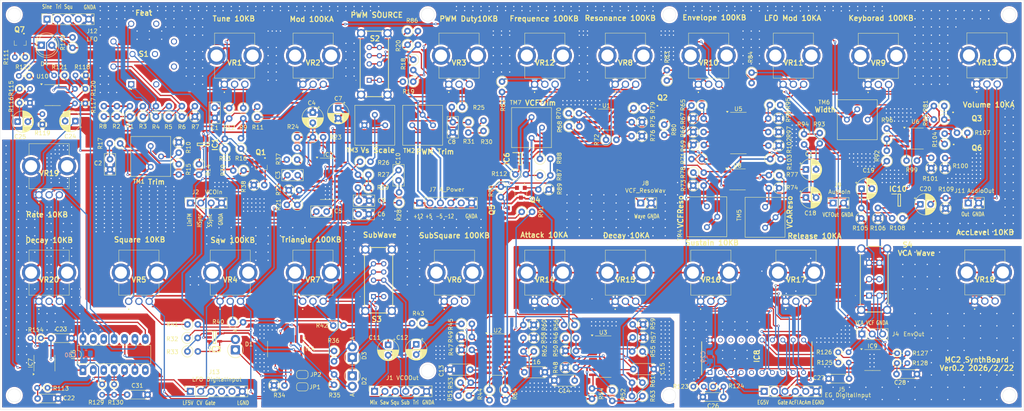
<source format=kicad_pcb>
(kicad_pcb (version 20241229) (generator "pcbnew") (generator_version "9.0")
  (layers (0 "F.Cu" signal) (2 "B.Cu" signal) (13 "F.Paste" user) (15 "B.Paste" user) (5 "F.SilkS" user "F.Silkscreen") (7 "B.SilkS" user "B.Silkscreen") (1 "F.Mask" user) (3 "B.Mask" user) (25 "Edge.Cuts" user))
  (net 0 "")
  (net 1 "GNDA")
  (net 2 "Net-(VR3-WIPER)")
  (net 3 "Vpwm")
  (net 4 "+12VA")
  (net 5 "-5VA")
  (net 6 "Net-(C3-Pad2)")
  (net 7 "Net-(C5-Pad2)")
  (net 8 "Net-(C6-Pad2)")
  (net 9 "VCOWave")
  (net 10 "Net-(C9-Pad2)")
  (net 11 "Net-(C10-Pad2)")
  (net 12 "Net-(C11-Pad1)")
  (net 13 "Sub2oct")
  (net 14 "Sub2octPW")
  (net 15 "Sub1oct")
  (net 16 "Net-(C12-Pad2)")
  (net 17 "Net-(C13-Pad1)")
  (net 18 "Vso")
  (net 19 "VP")
  (net 20 "Net-(C14-Pad1)")
  (net 21 "Vfci")
  (net 22 "Net-(C15-Pad1)")
  (net 23 "Net-(C16-Pad1)")
  (net 24 "HardSyncIn")
  (net 25 "VPseparate")
  (net 26 "SubVP")
  (net 27 "+5VA")
  (net 28 "-12VA")
  (net 29 "VCA_ResoWav")
  (net 30 "Net-(C17-Pad2)")
  (net 31 "VCF_OUT")
  (net 32 "Net-(IC4B-Q)")
  (net 33 "CV")
  (net 35 "Net-(C18-Pad2)")
  (net 36 "Net-(C19-Pad2)")
  (net 37 "Net-(IC10-INPUT_+)")
  (net 38 "Net-(VR13-CW)")
  (net 39 "Net-(VR4-WIPER)")
  (net 40 "Net-(IC10-OUTPUT)")
  (net 41 "LFO_GND")
  (net 43 "Net-(VR8-WIPER)")
  (net 44 "Net-(IC7-VINA+)")
  (net 45 "Net-(VR10-WIPER)")
  (net 46 "Net-(VR6-WIPER)")
  (net 47 "Net-(IC7-VINB+)")
  (net 48 "PWMSource")
  (net 49 "Net-(U10B-+)")
  (net 50 "Raw_Triangle")
  (net 51 "S5_A_COM")
  (net 52 "Net-(IC3-INPUT_+)")
  (net 53 "Net-(IC4B-D)")
  (net 54 "Net-(IC4A-Q)")
  (net 55 "Net-(IC4A-D)")
  (net 56 "Net-(IC4A-C)")
  (net 57 "Net-(U10A-+)")
  (net 58 "SoftSyncIn")
  (net 59 "LFM_In")
  (net 60 "Vtri")
  (net 61 "Net-(C25-Pad1)")
  (net 62 "EG_GND")
  (net 63 "Net-(C26-Pad1)")
  (net 64 "S5_A_1")
  (net 65 "S5_A_2")
  (net 66 "S5_A_3")
  (net 67 "S5_A_4")
  (net 68 "Net-(VR1-WIPER)")
  (net 69 "Net-(C2-Pad2)")
  (net 70 "Net-(IC9-VINA+)")
  (net 71 "Net-(IC9-VINB+)")
  (net 72 "EG_D+5V")
  (net 73 "LFO_D+5V")
  (net 74 "Net-(C31-Pad1)")
  (net 75 "EnvFlt")
  (net 76 "Triangle")
  (net 77 "Sine")
  (net 78 "Square")
  (net 79 "Net-(IC6-OUTPUT)")
  (net 80 "Net-(D1-K)")
  (net 81 "Net-(Q1-B)")
  (net 82 "Net-(D1-A)")
  (net 83 "Net-(D4-K)")
  (net 84 "Net-(IC1-INPUT_-)")
  (net 85 "Net-(IC2-Pad7)")
  (net 86 "Net-(IC2-Pad1)")
  (net 87 "Net-(IC2-Pad14)")
  (net 88 "Net-(IC2-Pad13)")
  (net 89 "Net-(IC2-Pad2)")
  (net 93 "PWM_Sine")
  (net 94 "Net-(IC5-VPP{slash}~{MCLR}{slash}RA3)")
  (net 95 "Delay")
  (net 96 "LFO_Gate")
  (net 98 "Rate")
  (net 99 "PWM_Triangle")
  (net 100 "Raw_Sine")
  (net 101 "AccLv")
  (net 102 "Net-(IC8-~{MCLR}{slash}VPP{slash}RA3)")
  (net 103 "PWM_outAmp")
  (net 104 "Release")
  (net 109 "accFlt")
  (net 110 "Attack")
  (net 111 "Decay")
  (net 112 "EG_Gate")
  (net 113 "accAmp")
  (net 114 "AmpWave")
  (net 115 "Sustain")
  (net 117 "PWM_outFlt")
  (net 119 "Net-(IC9-VINB-)")
  (net 120 "Net-(IC9-VINA-)")
  (net 121 "VCAEnv")
  (net 123 "VCF_ResoWav")
  (net 124 "Net-(J11-Pin_1)")
  (net 127 "Net-(Q2-E)")
  (net 128 "Net-(Q2-B)")
  (net 129 "Net-(Q2-C)")
  (net 130 "Net-(Q3-B)")
  (net 131 "Net-(Q3-E)")
  (net 132 "Net-(Q4-B)")
  (net 133 "Net-(Q4-E)")
  (net 134 "Net-(Q5-C)")
  (net 135 "Net-(Q6-B)")
  (net 136 "Net-(Q6-E)")
  (net 137 "Net-(Q6-C)")
  (net 138 "Net-(Q7-B)")
  (net 139 "Net-(Q7-C)")
  (net 140 "Net-(R1-Pad1)")
  (net 141 "Net-(VR1-CW)")
  (net 142 "Net-(R10-Pad2)")
  (net 143 "Net-(VR2-WIPER)")
  (net 144 "Net-(R15-Pad1)")
  (net 145 "Net-(S2-NC_2)")
  (net 146 "Net-(S2-NC_3)")
  (net 147 "Net-(R26-Pad2)")
  (net 148 "Net-(R30-Pad1)")
  (net 149 "Net-(R30-Pad2)")
  (net 150 "Net-(VR5-WIPER)")
  (net 151 "Net-(VR7-WIPER)")
  (net 152 "Net-(U2A--)")
  (net 153 "Net-(U2A-+)")
  (net 154 "Net-(U3A-+)")
  (net 155 "LP12db")
  (net 156 "Net-(U3A--)")
  (net 157 "Net-(R51-Pad2)")
  (net 158 "Net-(R52-Pad2)")
  (net 159 "Net-(U3C-+)")
  (net 160 "Net-(U2C-+)")
  (net 161 "Net-(U3C--)")
  (net 162 "Net-(U2C--)")
  (net 163 "Net-(U5C-+)")
  (net 164 "Net-(U5C--)")
  (net 165 "Net-(U1A--)")
  (net 166 "Net-(R69-Pad2)")
  (net 167 "Net-(R70-Pad2)")
  (net 168 "Net-(U8A-+)")
  (net 169 "Net-(U1B-+)")
  (net 170 "Net-(U8A--)")
  (net 171 "Net-(U8B--)")
  (net 172 "Net-(R77-Pad1)")
  (net 173 "Net-(R78-Pad1)")
  (net 174 "Net-(R79-Pad1)")
  (net 175 "ResoCnt")
  (net 176 "Net-(VR12-WIPER)")
  (net 177 "Net-(VR11-WIPER)")
  (net 178 "Net-(R88-Pad1)")
  (net 179 "VCFCnt")
  (net 180 "Net-(U6A--)")
  (net 181 "Net-(R93-Pad1)")
  (net 182 "Net-(U5A-+)")
  (net 183 "Net-(R96-Pad2)")
  (net 184 "Net-(U5A--)")
  (net 185 "Net-(U6B-+)")
  (net 186 "Net-(R102-Pad2)")
  (net 187 "Net-(R104-Pad1)")
  (net 188 "Net-(IC10-INPUT_-)")
  (net 189 "VCACnt")
  (net 190 "Net-(U10B--)")
  (net 191 "Net-(R120-Pad2)")
  (net 192 "Net-(U10A--)")
  (net 198 "Net-(VR9-CW)")
  (net 203 "Net-(IC6-INPUT_-)")
  (net 207 "Net-(S2-NC_1)")
  (footprint "Package_SO:SOIC-8_3.9x4.9mm_P1.27mm" (layer "F.Cu") (at 233.618 113.348)
    (property "Reference" "IC9")
    (property "Value" "MCP6232T-E/SN")
  )
  (footprint "LED_THT:LED_D5.0mm" (layer "F.Cu") (at 30.607 36.449)
    (property "Reference" "D4")
    (property "Value" "LED")
  )
  (footprint "Resistor_THT:R_Axial_DIN0207_L6.3mm_D2.5mm_P2.54mm_Vertical" (layer "F.Cu") (at 49.853 60.452 180)
    (property "Reference" "R17")
    (property "Value" "560")
  )
  (footprint "Resistor_THT:R_Axial_DIN0207_L6.3mm_D2.5mm_P2.54mm_Vertical" (layer "F.Cu") (at 177.419 118.872 180)
    (property "Reference" "R61")
    (property "Value" "68K")
  )
  (footprint "Capacitor_THT:C_Disc_D5.0mm_W2.5mm_P2.50mm" (layer "F.Cu") (at 110.657 74.422 180)
    (property "Reference" "C9")
    (property "Value" "0.01uF")
  )
  (footprint "SamacSys_parts:RS164POS2POL" (layer "F.Cu") (at 52.551 46)
    (property "Reference" "S1")
    (property "Value" "RS16-4POS-2POL" (hide yes))
  )
  (footprint "Resistor_THT:R_Axial_DIN0207_L6.3mm_D2.5mm_P2.54mm_Vertical" (layer "F.Cu") (at 152.391 64.196)
    (property "Reference" "R88")
    (property "Value" "47K")
  )
  (footprint "Resistor_THT:R_Axial_DIN0204_L3.6mm_D1.6mm_P2.54mm_Vertical" (layer "F.Cu") (at 45.466 119.303 -90)
    (property "Reference" "R129")
    (property "Value" "1K")
  )
  (footprint "Resistor_THT:R_Axial_DIN0204_L3.6mm_D1.6mm_P2.54mm_Vertical" (layer "F.Cu") (at 41.352 47.117 180)
    (property "Reference" "R120")
    (property "Value" "1.2K")
  )
  (footprint "Resistor_THT:R_Axial_DIN0204_L3.6mm_D1.6mm_P2.54mm_Vertical" (layer "F.Cu") (at 239.587 114.11)
    (property "Reference" "R128")
    (property "Value" "10K")
  )
  (footprint "Resistor_THT:R_Axial_DIN0204_L3.6mm_D1.6mm_P2.54mm_Vertical" (layer "F.Cu") (at 41.479 43.815 180)
    (property "Reference" "R118")
    (property "Value" "10K")
  )
  (footprint "Diode_THT:D_DO-15_P2.54mm_Vertical_AnodeUp" (layer "F.Cu") (at 78.007 110.871 90)
    (property "Reference" "D1")
    (property "Value" "D")
  )
  (footprint "Connector_PinHeader_2.54mm:PinHeader_1x02_P2.54mm_Vertical" (layer "F.Cu") (at 257 75 90)
    (property "Reference" "J11")
    (property "Value" "AudioOut")
  )
  (footprint "Resistor_THT:R_Axial_DIN0204_L3.6mm_D1.6mm_P2.54mm_Vertical" (layer "F.Cu") (at 30.861 55.83 90)
    (property "Reference" "R119")
    (property "Value" "100K")
  )
  (footprint "SamacSys_parts:RK09D117000B" (layer "F.Cu") (at 170.773 99)
    (property "Reference" "VR15")
    (property "Value" "Decay 10KA" (hide yes))
  )
  (footprint "Resistor_THT:R_Axial_DIN0207_L6.3mm_D2.5mm_P2.54mm_Vertical" (layer "F.Cu") (at 168.529 59.563)
    (property "Reference" "R72")
    (property "Value" "10K")
  )
  (footprint "Resistor_THT:R_Axial_DIN0204_L3.6mm_D1.6mm_P2.54mm_Vertical" (layer "F.Cu") (at 30.48 108.012 180)
    (property "Reference" "R114")
    (property "Value" "10K")
  )
  (footprint "SamacSys_parts:1SS294LFT" (layer "F.Cu") (at 183.077 52.197 -90)
    (property "Reference" "Q2")
    (property "Value" "2SA1162-GR_F_" (hide yes))
  )
  (footprint "Resistor_THT:R_Axial_DIN0207_L6.3mm_D2.5mm_P2.54mm_Vertical" (layer "F.Cu") (at 45.887 53.877 90)
    (property "Reference" "R8")
    (property "Value" "200K")
  )
  (footprint "Resistor_THT:R_Axial_DIN0204_L3.6mm_D1.6mm_P2.54mm_Vertical" (layer "F.Cu") (at 36.272 43.815 180)
    (property "Reference" "R121")
    (property "Value" "100")
  )
  (footprint "Resistor_THT:R_Axial_DIN0207_L6.3mm_D2.5mm_P2.54mm_Vertical" (layer "F.Cu") (at 120.05 33)
    (property "Reference" "R86")
    (property "Value" "18K")
  )
  (footprint "Resistor_THT:R_Axial_DIN0207_L6.3mm_D2.5mm_P2.54mm_Vertical" (layer "F.Cu") (at 75.438 61.849 90)
    (property "Reference" "R13")
    (property "Value" "100K")
  )
  (footprint "Resistor_THT:R_Axial_DIN0204_L3.6mm_D1.6mm_P2.54mm_Vertical" (layer "F.Cu") (at 225.286 113.983)
    (property "Reference" "R125")
    (property "Value" "10K")
  )
  (footprint "Capacitor_THT:CP_Radial_D5.0mm_P2.50mm" (layer "F.Cu") (at 96.901 52.8969 -90)
    (property "Reference" "C4")
    (property "Value" "2.2uF/50V")
  )
  (footprint "SamacSys_parts:MS2301L6" (layer "F.Cu") (at 110.687 45.018 90)
    (property "Reference" "S2")
    (property "Value" "MS2301L6" (hide yes))
  )
  (footprint "Resistor_THT:R_Axial_DIN0207_L6.3mm_D2.5mm_P2.54mm_Vertical" (layer "F.Cu") (at 66.265 107.95)
    (property "Reference" "R32")
    (property "Value" "33K")
  )
  (footprint "SamacSys_parts:1SS294LFT" (layer "F.Cu") (at 255.45 61.65 -90)
    (property "Reference" "Q6")
    (property "Value" "2SA1162-GR_F_" (hide yes))
  )
  (footprint "Resistor_THT:R_Axial_DIN0207_L6.3mm_D2.5mm_P2.54mm_Vertical" (layer "F.Cu") (at 251.15 51.3 180)
    (property "Reference" "R81")
    (property "Value" "33K")
  )
  (footprint "Capacitor_THT:C_Disc_D4.3mm_W1.9mm_P5.00mm" (layer "F.Cu") (at 239.48 116.777)
    (property "Reference" "C28")
    (property "Value" "0.01uF")
  )
  (footprint "Resistor_THT:R_Axial_DIN0207_L6.3mm_D2.5mm_P2.54mm_Vertical" (layer "F.Cu") (at 52.237 53.877 90)
    (property "Reference" "R1")
    (property "Value" "200K")
  )
  (footprint "Resistor_THT:R_Axial_DIN0207_L6.3mm_D2.5mm_P2.54mm_Vertical" (layer "F.Cu") (at 143.129 45.339 -90)
    (property "Reference" "R82")
    (property "Value" "20K")
  )
  (footprint "SamacSys_parts:RK09D117000B" (layer "F.Cu") (at 211.794 46)
    (property "Reference" "VR11")
    (property "Value" "VCF LFO100KA" (hide yes))
  )
  (footprint "Connector_PinSocket_2.54mm:PinSocket_1x06_P2.54mm_Vertical" (layer "F.Cu") (at 207.162 121 90)
    (property "Reference" "J5")
    (property "Value" "EG DigitalInput")
  )
  (footprint "Resistor_THT:R_Axial_DIN0204_L3.6mm_D1.6mm_P2.54mm_Vertical" (layer "F.Cu") (at 32.12 120.15 180)
    (property "Reference" "R113")
    (property "Value" "10K")
  )
  (footprint "Resistor_THT:R_Axial_DIN0207_L6.3mm_D2.5mm_P2.54mm_Vertical" (layer "F.Cu") (at 230.886 78.769 90)
    (property "Reference" "R105")
    (property "Value" "100K")
  )
  (footprint "Resistor_THT:R_Axial_DIN0207_L6.3mm_D2.5mm_P2.54mm_Vertical" (layer "F.Cu") (at 79.923 51.816 -90)
    (property "Reference" "R9")
    (property "Value" "10K")
  )
  (footprint "Resistor_THT:R_Axial_DIN0207_L6.3mm_D2.5mm_P2.54mm_Vertical" (layer "F.Cu") (at 93.091 64.389 180)
    (property "Reference" "R37")
    (property "Value" "10K")
  )
  (footprint "Resistor_THT:R_Axial_DIN0207_L6.3mm_D2.5mm_P2.54mm_Vertical" (layer "F.Cu") (at 210.693 57.658 180)
    (property "Reference" "R97")
    (property "Value" "560")
  )
  (footprint "Resistor_THT:R_Axial_DIN0207_L6.3mm_D2.5mm_P2.54mm_Vertical" (layer "F.Cu") (at 154.535 71.689 180)
    (property "Reference" "R89")
    (property "Value" "1K")
  )
  (footprint "Capacitor_THT:CP_Radial_D5.0mm_P2.50mm" (layer "F.Cu") (at 217.337 73.66)
    (property "Reference" "C18")
    (property "Value" "10uF/25V")
  )
  (footprint "Resistor_THT:R_Axial_DIN0207_L6.3mm_D2.5mm_P2.54mm_Vertical" (layer "F.Cu") (at 143.891 120.592 -90)
    (property "Reference" "R64")
    (property "Value" "10K")
  )
  (footprint "Package_SO:SOIC-8_3.9x4.9mm_P1.27mm" (layer "F.Cu") (at 33.336 48.641)
    (property "Reference" "U10")
    (property "Value" "Opamp_Dual")
  )
  (footprint "SamacSys_parts:RK09D117000B" (layer "F.Cu") (at 75.309 46)
    (property "Reference" "VR1")
    (property "Value" "Tune 10KB" (hide yes))
  )
  (footprint "Resistor_THT:R_Axial_DIN0207_L6.3mm_D2.5mm_P2.54mm_Vertical" (layer "F.Cu") (at 189.836 54.356)
    (property "Reference" "R67")
    (property "Value" "560")
  )
  (footprint "Resistor_THT:R_Axial_DIN0207_L6.3mm_D2.5mm_P2.54mm_Vertical" (layer "F.Cu") (at 247.95 66.49 90)
    (property "Reference" "R101")
    (property "Value" "1K")
  )
  (footprint "Resistor_THT:R_Axial_DIN0207_L6.3mm_D2.5mm_P2.54mm_Vertical" (layer "F.Cu") (at 135.03 122.047 180)
    (property "Reference" "R51")
    (property "Value" "68K")
  )
  (footprint "Connector_PinSocket_2.54mm:PinSocket_1x05_P2.54mm_Vertical" (layer "F.Cu") (at 32.004 30.099 90)
    (property "Reference" "J12")
    (property "Value" "LFO")
  )
  (footprint "Resistor_THT:R_Axial_DIN0207_L6.3mm_D2.5mm_P2.54mm_Vertical" (layer "F.Cu") (at 108.458 64.897)
    (property "Reference" "R26")
    (property "Value" "1.8K")
  )
  (footprint "Resistor_THT:R_Axial_DIN0207_L6.3mm_D2.5mm_P2.54mm_Vertical" (layer "F.Cu") (at 93.12 75.438 180)
    (property "Reference" "R21")
    (property "Value" "1.5M")
  )
  (footprint "SamacSys_parts:RK09D117000B" (layer "F.Cu") (at 94.446 99)
    (property "Reference" "VR7")
    (property "Value" "Tri 100KB" (hide yes))
  )
  (footprint "Resistor_THT:R_Axial_DIN0207_L6.3mm_D2.5mm_P2.54mm_Vertical" (layer "F.Cu") (at 121.452 45.355 180)
    (property "Reference" "R19")
    (property "Value" "10K")
  )
  (footprint "Resistor_THT:R_Axial_DIN0207_L6.3mm_D2.5mm_P2.54mm_Vertical" (layer "F.Cu") (at 208.534 51.054)
    (property "Reference" "R95")
    (property "Value" "10K")
  )
  (footprint "Resistor_THT:R_Axial_DIN0207_L6.3mm_D2.5mm_P2.54mm_Vertical" (layer "F.Cu") (at 189.836 70.739)
    (property "Reference" "R73")
    (property "Value" "10K")
  )
  (footprint "Resistor_THT:R_Axial_DIN0207_L6.3mm_D2.5mm_P2.54mm_Vertical" (layer "F.Cu") (at 66.294 104.648)
    (property "Reference" "R41")
    (property "Value" "470K")
  )
  (footprint "Capacitor_THT:C_Disc_D5.0mm_W2.5mm_P2.50mm" (layer "F.Cu") (at 131.104 57.745 90)
    (property "Reference" "C8")
    (property "Value" "0.01uF")
  )
  (footprint "Resistor_THT:R_Axial_DIN0204_L3.6mm_D1.6mm_P2.54mm_Vertical" (layer "F.Cu") (at 225.236 111.443)
    (property "Reference" "R126")
    (property "Value" "100")
  )
  (footprint "Resistor_THT:R_Axial_DIN0207_L6.3mm_D2.5mm_P2.54mm_Vertical" (layer "F.Cu") (at 133.223 104.521)
    (property "Reference" "R45")
    (property "Value" "100K")
  )
  (footprint "Resistor_THT:R_Axial_DIN0207_L6.3mm_D2.5mm_P2.54mm_Vertical" (layer "F.Cu") (at 49.062 53.877 90)
    (property "Reference" "R2")
    (property "Value" "200K")
  )
  (footprint "SamacSys_parts:RK09D117000B" (layer "F.Cu") (at 191.088 46)
    (property "Reference" "VR10")
    (property "Value" "VCF Env100KB" (hide yes))
  )
  (footprint "Resistor_THT:R_Axial_DIN0204_L3.6mm_D1.6mm_P2.54mm_Vertical" (layer "F.Cu") (at 48.387 119.303 -90)
    (property "Reference" "R130")
    (property "Value" "100")
  )
  (footprint "SamacSys_parts:SOT95P282X145-5N" (layer "F.Cu") (at 240.157 74.295)
    (property "Reference" "IC10")
    (property "Value" "AS321KTR-E1" (hide yes))
  )
  (footprint "Resistor_THT:R_Axial_DIN0207_L6.3mm_D2.5mm_P2.54mm_Vertical" (layer "F.Cu") (at 87.455 119.55)
    (property "Reference" "R34")
    (property "Value" "47K")
  )
  (footprint "Resistor_THT:R_Axial_DIN0207_L6.3mm_D2.5mm_P2.54mm_Vertical" (layer "F.Cu") (at 120.06 36.35)
    (property "Reference" "R20")
    (property "Value" "33K")
  )
  (footprint "Connector_PinSocket_2.54mm:PinSocket_1x04_P2.54mm_Vertical" (layer "F.Cu") (at 67 75 90)
    (property "Reference" "J2")
    (property "Value" "VCOIn")
  )
  (footprint "Resistor_THT:R_Axial_DIN0207_L6.3mm_D2.5mm_P2.54mm_Vertical" (layer "F.Cu") (at 102.108 111.137 -90)
    (property "Reference" "R36")
    (property "Value" "47k")
  )
  (footprint "SamacSys_parts:RK09D117000B" (layer "F.Cu") (at 129.014 99)
    (property "Reference" "VR6")
    (property "Value" "SubSquare 100KB" (hide yes))
  )
  (footprint "Capacitor_THT:C_Disc_D5.0mm_W2.5mm_P5.00mm" (layer "F.Cu") (at 160.889 118.364 180)
    (property "Reference" "C14")
    (property "Value" "250pF")
  )
  (footprint "Capacitor_THT:CP_Radial_D5.0mm_P2.50mm" (layer "F.Cu") (at 217.337 66.802)
    (property "Reference" "C17")
    (property "Value" "10uF/25V")
  )
  (footprint "SamacSys_parts:RK09D117000B" (layer "F.Cu") (at 258.567 98.948)
    (property "Reference" "VR18")
    (property "Value" "AccLevel 10KB" (hide yes))
  )
  (footprint "Jumper:SolderJumper-2_P1.3mm_Bridged2Bar_RoundedPad1.0x1.5mm" (layer "F.Cu") (at 94.35 119.9)
    (property "Reference" "JP1")
    (property "Value" "SolderJumper_2_Bridged")
  )
  (footprint "Potentiometer_THT:Potentiometer_Bourns_3386P_Vertical" (layer "F.Cu") (at 57.317 66.167)
    (property "Reference" "TM1")
    (property "Value" "3386P 50K")
  )
  (footprint "Resistor_THT:R_Axial_DIN0207_L6.3mm_D2.5mm_P2.54mm_Vertical" (layer "F.Cu") (at 83.352 54.004 90)
    (property "Reference" "R11")
    (property "Value" "220K")
  )
  (footprint "Jumper:SolderJumper-2_P1.3mm_Open_RoundedPad1.0x1.5mm" (layer "F.Cu") (at 94.35 116.9)
    (property "Reference" "JP2")
    (property "Value" "SolderJumper_2_Open")
  )
  (footprint "Potentiometer_THT:Potentiometer_Bourns_3386P_Vertical" (layer "F.Cu") (at 207.391 81.026)
    (property "Reference" "TM5")
    (property "Value" "3386P 10K")
  )
  (footprint "Capacitor_THT:C_Disc_D5.0mm_W2.5mm_P2.50mm" (layer "F.Cu") (at 110.577 77.724 180)
    (property "Reference" "C6")
    (property "Value" "1000pF")
  )
  (footprint "Capacitor_THT:C_Disc_D5.0mm_W2.5mm_P2.50mm" (layer "F.Cu") (at 47.371 66.802 90)
    (property "Reference" "C2")
    (property "Value" "0.01uF")
  )
  (footprint "Capacitor_THT:C_Disc_D5.0mm_W2.5mm_P5.00mm" (layer "F.Cu") (at 148.61 116.332)
    (property "Reference" "C16")
    (property "Value" "250pF")
  )
  (footprint "Resistor_THT:R_Axial_DIN0207_L6.3mm_D2.5mm_P2.54mm_Vertical" (layer "F.Cu") (at 158.652 107.95)
    (property "Reference" "R46")
    (property "Value" "100K")
  )
  (footprint "Resistor_THT:R_Axial_DIN0207_L6.3mm_D2.5mm_P2.54mm_Vertical" (layer "F.Cu") (at 240.948 78.74 180)
    (property "Reference" "R108")
    (property "Value" "47K")
  )
  (footprint "SamacSys_parts:SOT95P282X145-5N" (layer "F.Cu") (at 70.17 60.686 -90)
    (property "Reference" "IC1")
    (property "Value" "AS321KTR-E1" (hide yes))
  )
  (footprint "Package_SO:SOIC-8_3.9x4.9mm_P1.27mm" (layer "F.Cu") (at 31.369 114.108 90)
    (property "Reference" "IC7")
    (property "Value" "MCP6232T-E/SN")
  )
  (footprint "Resistor_THT:R_Axial_DIN0207_L6.3mm_D2.5mm_P2.54mm_Vertical" (layer "F.Cu") (at 159.385 53.086)
    (property "Reference" "R70")
    (property "Value" "200K")
  )
  (footprint "Resistor_THT:R_Axial_DIN0207_L6.3mm_D2.5mm_P2.54mm_Vertical" (layer "F.Cu") (at 96.901 58.928)
    (property "Reference" "R23")
    (property "Value" "28K")
  )
  (footprint "Resistor_THT:R_Axial_DIN0207_L6.3mm_D2.5mm_P2.54mm_Vertical" (layer "F.Cu") (at 38.227 37.084 90)
    (property "Reference" "R110")
    (property "Value" "100K")
  )
  (footprint "SamacSys_parts:RK09D117000B" (layer "F.Cu") (at 191.638 99)
    (property "Reference" "VR16")
    (property "Value" "Sustain 10KB" (hide yes))
  )
  (footprint "Connector_PinSocket_2.54mm:PinSocket_1x02_P2.54mm_Vertical" (layer "F.Cu") (at 224 75 90)
    (property "Reference" "J9")
    (property "Value" "AudioIn")
  )
  (footprint "Resistor_THT:R_Axial_DIN0207_L6.3mm_D2.5mm_P2.54mm_Vertical" (layer "F.Cu") (at 121.452 39.976 -90)
    (property "Reference" "R18")
    (property "Value" "51K")
  )
  (footprint "Resistor_THT:R_Axial_DIN0207_L6.3mm_D2.5mm_P2.54mm_Vertical" (layer "F.Cu") (at 251.35 66.545 90)
    (property "Reference" "R100")
    (property "Value" "1K")
  )
  (footprint "Resistor_THT:R_Axial_DIN0207_L6.3mm_D2.5mm_P2.54mm_Vertical" (layer "F.Cu") (at 183.388 45.085 90)
    (property "Reference" "R83")
    (property "Value" "56K")
  )
  (footprint "Resistor_THT:R_Axial_DIN0207_L6.3mm_D2.5mm_P2.54mm_Vertical" (layer "F.Cu") (at 61.762 53.877 90)
    (property "Reference" "R5")
    (property "Value" "200K")
  )
  (footprint "Resistor_THT:R_Axial_DIN0207_L6.3mm_D2.5mm_P2.54mm_Vertical" (layer "F.Cu") (at 234.95 78.74 90)
    (property "Reference" "R106")
    (property "Value" "10K")
  )
  (footprint "Resistor_THT:R_Axial_DIN0207_L6.3mm_D2.5mm_P2.54mm_Vertical" (layer "F.Cu") (at 101.912 104.928)
    (property "Reference" "R42")
    (property "Value" "390K")
  )
  (footprint "SamacSys_parts:RK09D117000B" (layer "F.Cu") (at 130.128 46)
    (property "Reference" "VR3")
    (property "Value" "PWM Duty10KB" (hide yes))
  )
  (footprint "Connector_PinSocket_2.54mm:PinSocket_1x03_P2.54mm_Vertical" (layer "F.Cu") (at 231.013 106.998 90)
    (property "Reference" "J4")
    (property "Value" "EnvOut")
  )
  (footprint "Capacitor_THT:C_Disc_D4.3mm_W1.9mm_P5.00mm" (layer "F.Cu") (at 51.55 121.8)
    (property "Reference" "C31")
    (property "Value" "0.01uF")
  )
  (footprint "SamacSys_parts:MS2301L6" (layer "F.Cu") (at 111.73 97.85 90)
    (property "Reference" "S3")
    (property "Value" "MS2301L6" (hide yes))
  )
  (footprint "SamacSys_parts:DIP794W56P254L2591H533Q20N" (layer "F.Cu") (at 205.359 112.427 90)
    (property "Reference" "IC8")
    (property "Value" "PIC16F13145-I_P" (hide yes))
  )
  (footprint "Resistor_THT:R_Axial_DIN0207_L6.3mm_D2.5mm_P2.54mm_Vertical" (layer "F.Cu") (at 165.1 122.838 90)
    (property "Reference" "R54")
    (property "Value" "10K")
  )
  (footprint "Resistor_THT:R_Axial_DIN0207_L6.3mm_D2.5mm_P2.54mm_Vertical" (layer "F.Cu") (at 210.722 60.96 180)
    (property "Reference" "R102")
    (property "Value" "10K")
  )
  (footprint "Resistor_THT:R_Axial_DIN0204_L3.6mm_D1.6mm_P2.54mm_Vertical" (layer "F.Cu") (at 25.273 50.546)
    (property "Reference" "R116")
    (property "Value" "20K")
  )
  (footprint "SamacSys_parts:2SC3325YLF" (layer "F.Cu") (at 147.727 71.999 180)
    (property "Reference" "Q4")
    (property "Value" "2SC3325-Y" (hide yes))
  )
  (footprint "Resistor_THT:R_Axial_DIN0207_L6.3mm_D2.5mm_P2.54mm_Vertical" (layer "F.Cu") (at 134.9 55.25 -90)
    (property "Reference" "R31")
    (property "Value" "390K")
  )
  (footprint "SamacSys_parts:1SS294LFT" (layer "F.Cu") (at 143.679 77.461 180)
    (property "Reference" "Q5")
    (property "Value" "2SA1162-GR_F_" (hide yes))
  )
  (footprint "Resistor_THT:R_Axial_DIN0207_L6.3mm_D2.5mm_P2.54mm_Vertical" (layer "F.Cu") (at 210.693 54.356 180)
    (property "Reference" "R98")
    (property "Value" "560")
  )
  (footprint "Resistor_THT:R_Axial_DIN0207_L6.3mm_D2.5mm_P2.54mm_Vertical" (layer "F.Cu") (at 158.652 111.125)
    (property "Reference" "R50")
    (property "Value" "560")
  )
  (footprint "Capacitor_THT:C_Disc_D5.0mm_W2.5mm_P5.00mm" (layer "F.Cu") (at 135.382 115.697 180)
    (property "Reference" "C13")
    (property "Value" "250pF")
  )
  (footprint "Resistor_THT:R_Axial_DIN0207_L6.3mm_D2.5mm_P2.54mm_Vertical" (layer "F.Cu") (at 152.391 68.26)
    (property "Reference" "R87")
    (property "Value" "27K")
  )
  (footprint "Capacitor_THT:C_Disc_D5.0mm_W2.5mm_P5.00mm" (layer "F.Cu") (at 175.173 115.57)
    (property "Reference" "C15")
    (property "Value" "250pF")
  )
  (footprint "SamacSys_parts:RK09D117000B" (layer "F.Cu") (at 94.486 46)
    (property "Reference" "VR2")
    (property "Value" "Mod 100KA" (hide yes))
  )
  (footprint "SamacSys_parts:RK09D117000B" (layer "F.Cu") (at 74.253 99)
    (property "Reference" "VR4")
    (property "Value" "Saw 100KB" (hide yes))
  )
  (footprint "Capacitor_THT:C_Disc_D5.0mm_W2.5mm_P2.50mm" (layer "F.Cu") (at 117.856 66.969 -90)
    (property "Reference" "C10")
    (property "Value" "0.01uF")
  )
  (footprint "Resistor_THT:R_Axial_DIN0207_L6.3mm_D2.5mm_P2.54mm_Vertical" (layer "F.Cu") (at 175.26 51.816)
    (property "Reference" "R79")
    (property "Value" "1K")
  )
  (footprint "Resistor_THT:R_Axial_DIN0207_L6.3mm_D2.5mm_P2.54mm_Vertical" (layer "F.Cu") (at 150.876 104.775 180)
    (property "Reference" "R60")
    (property "Value" "560")
  )
  (footprint "Resistor_THT:R_Axial_DIN0207_L6.3mm_D2.5mm_P2.54mm_Vertical" (layer "F.Cu") (at 177.292 58.674 180)
    (property "Reference" "R76")
    (property "Value" "1K")
  )
  (footprint "Package_SO:SOIC-8_3.9x4.9mm_P1.27mm" (layer "F.Cu") (at 200.638 69.235)
    (property "Reference" "U8")
    (property "Value" "Opamp_Dual")
  )
  (footprint "SamacSys_parts:MS2201L6" (layer "F.Cu") (at 232.786 97.606 90)
    (property "Reference" "S4")
    (property "Value" "MS2201L6" (hide yes))
  )
  (footprint "Resistor_THT:R_Axial_DIN0207_L6.3mm_D2.5mm_P2.54mm_Vertical" (layer "F.Cu") (at 177.575 107.823 180)
    (property "Reference" "R57")
    (property "Value" "560")
  )
  (footprint "Package_SO:SOP-16_3.9x9.9mm_P1.27mm" (layer "F.Cu") (at 100.671 69.088)
    (property "Reference" "IC2")
    (property "Value" "V3340M")
  )
  (footprint "Package_SO:SOIC-16_3.9x9.9mm_P1.27mm" (layer "F.Cu") (at 200.852 57.912)
    (property "Reference" "U5")
    (property "Value" "LM13700")
  )
  (footprint "Resistor_THT:R_Axial_DIN0207_L6.3mm_D2.5mm_P2.54mm_Vertical" (layer "F.Cu") (at 191.926 51.181 180)
    (property "Reference" "R65")
    (property "Value" "10K")
  )
  (footprint "Connector_PinSocket_2.54mm:PinSocket_1x06_P2.54mm_Vertical" (layer "F.Cu") (at 112 121 90)
    (property "Reference" "J1")
    (property "Value" "VCOOut")
  )
  (footprint "Connector_PinSocket_2.54mm:PinSocket_1x02_P2.54mm_Vertical" (layer "F.Cu") (at 177 75 90)
    (property "Reference" "J8")
    (property "Value" "VCF_ResoWav")
  )
  (footprint "Resistor_THT:R_Axial_DIN0207_L6.3mm_D2.5mm_P2.54mm_Vertical" (layer "F.Cu") (at 150.876 107.95 180)
    (property "Reference" "R58")
    (property "Value" "560")
  )
  (footprint "Capacitor_THT:CP_Radial_D5.0mm_P2.50mm" (layer "F.Cu") (at 24.805 55.118)
    (property "Reference" "C25")
    (property "Value" "47uF/16V")
  )
  (footprint "Package_SO:SOIC-14_3.9x8.7mm_P1.27mm" (layer "F.Cu") (at 90.297 110.679 -90)
    (property "Reference" "IC4")
    (property "Value" "4013")
  )
  (footprint "Resistor_THT:R_Axial_DIN0207_L6.3mm_D2.5mm_P2.54mm_Vertical" (layer "F.Cu") (at 251.25 60.59 90)
    (property "Reference" "R104")
    (property "Value" "1K")
  )
  (footprint "Resistor_THT:R_Axial_DIN0207_L6.3mm_D2.5mm_P2.54mm_Vertical" (layer "F.Cu") (at 142.851 71.025 -90)
    (property "Reference" "R90")
    (property "Value" "100K")
  )
  (footprint "Resistor_THT:R_Axial_DIN0204_L3.6mm_D1.6mm_P2.54mm_Vertical" (layer "F.Cu") (at 27.636 43.942 180)
    (property "Reference" "R122")
    (property "Value" "100")
  )
  (footprint "Resistor_THT:R_Axial_DIN0207_L6.3mm_D2.5mm_P2.54mm_Vertical" (layer "F.Cu") (at 133.39 51.562 180)
    (property "Reference" "R25")
    (property "Value" "100K")
  )
  (footprint "Resistor_THT:R_Axial_DIN0207_L6.3mm_D2.5mm_P2.54mm_Vertical" (layer "F.Cu") (at 182.753 55.851 -90)
    (property "Reference" "R80")
    (property "Value" "5.1K")
  )
  (footprint "Resistor_THT:R_Axial_DIN0207_L6.3mm_D2.5mm_P2.54mm_Vertical" (layer "F.Cu") (at 123.698 104.394 180)
    (property "Reference" "R43")
    (property "Value" "1M")
  )
  (footprint "Resistor_THT:R_Axial_DIN0207_L6.3mm_D2.5mm_P2.54mm_Vertical" (layer "F.Cu") (at 140.081 120.621 -90)
    (property "Reference" "R44")
    (property "Value" "100K")
  )
  (footprint "Resistor_THT:R_Axial_DIN0207_L6.3mm_D2.5mm_P2.54mm_Vertical" (layer "F.Cu") (at 80.01 67.056 180)
    (property "Reference" "R39")
    (property "Value" "68K")
  )
  (footprint "Resistor_THT:R_Axial_DIN0207_L6.3mm_D2.5mm_P2.54mm_Vertical" (layer "F.Cu") (at 133.223 110.871)
    (property "Reference" "R47")
    (property "Value" "560")
  )
  (footprint "Resistor_THT:R_Axial_DIN0207_L6.3mm_D2.5mm_P2.54mm_Vertical" (layer "F.Cu") (at 220.726 57.912 -90)
    (property "Reference" "R93")
    (property "Value" "47K")
  )
  (footprint "Capacitor_THT:C_Disc_D4.3mm_W1.9mm_P5.00mm" (layer "F.Cu") (at 32.963 108.012)
    (property "Reference" "C23")
    (property "Value" "0.01uF")
  )
  (footprint "Resistor_THT:R_Axial_DIN0207_L6.3mm_D2.5mm_P2.54mm_Vertical" (layer "F.Cu") (at 93.091 58.928 -90)
    (property "Reference" "R24")
    (property "Value" "5.6K")
  )
  (footprint "Resistor_THT:R_Axial_DIN0207_L6.3mm_D2.5mm_P2.54mm_Vertical" (layer "F.Cu") (at 82.521 70.612)
    (property "Reference" "R38")
    (property "Value" "1K")
  )
  (footprint "Resistor_THT:R_Axial_DIN0207_L6.3mm_D2.5mm_P2.54mm_Vertical" (layer "F.Cu") (at 216.916 58.166 -90)
    (property "Reference" "R94")
    (property "Value" "10K")
  )
  (footprint "Resistor_THT:R_Axial_DIN0207_L6.3mm_D2.5mm_P2.54mm_Vertical" (layer "F.Cu") (at 189.865 67.564)
    (property "Reference" "R78")
    (property "Value" "10K")
  )
  (footprint "Capacitor_THT:CP_Radial_D5.0mm_P2.50mm" (layer "F.Cu") (at 103.124 51.816 -90)
    (property "Reference" "C7")
    (property "Value" "10uF/16V")
  )
  (footprint "Resistor_THT:R_Axial_DIN0207_L6.3mm_D2.5mm_P2.54mm_Vertical" (layer "F.Cu") (at 160.811 104.775 180)
    (property "Reference" "R56")
    (property "Value" "100K")
  )
  (footprint "Resistor_THT:R_Axial_DIN0207_L6.3mm_D2.5mm_P2.54mm_Vertical" (layer "F.Cu") (at 68.112 53.877 90)
    (property "Reference" "R7")
    (property "Value" "200K")
  )
  (footprint "Package_DIP:DIP-14_W7.62mm_LongPads" (layer "F.Cu") (at 40.767 115.824 90)
    (property "Reference" "IC5")
    (property "Value" "PIC16F15325-I_P")
  )
  (footprint "Resistor_THT:R_Axial_DIN0207_L6.3mm_D2.5mm_P2.54mm_Vertical" (layer "F.Cu") (at 117.983 74.93 90)
    (property "Reference" "R28")
    (property "Value" "1M")
  )
  (footprint "Resistor_THT:R_Axial_DIN0204_L3.6mm_D1.6mm_P2.54mm_Vertical" (layer "F.Cu") (at 25.323 47.117)
    (property "Reference" "R115")
    (property "Value" "30K")
  )
  (footprint "SamacSys_parts:SOT95P282X145-5N" (layer "F.Cu") (at 147.594 64.196)
    (property "Reference" "IC6")
    (property "Value" "AS321KTR-E1" (hide yes))
  )
  (footprint "Potentiometer_THT:Potentiometer_Bourns_3386P_Vertical" (layer "F.Cu") (at 232.44 54.64 90)
    (property "Reference" "TM6")
    (property "Value" "3386P 50K")
  )
  (footprint "Package_SO:SOIC-8_3.9x4.9mm_P1.27mm" (layer "F.Cu") (at 168.594 54.61)
    (property "Reference" "U1")
    (property "Value" "Opamp_Dual")
  )
  (footprint "Resistor_THT:R_Axial_DIN0207_L6.3mm_D2.5mm_P2.54mm_Vertical" (layer "F.Cu") (at 146.407 68.006)
    (property "Reference" "R112")
    (property "Value" "10K")
  )
  (footprint "Resistor_THT:R_Axial_DIN0207_L6.3mm_D2.5mm_P2.54mm_Vertical" (layer "F.Cu") (at 204.089 43.151 -90)
    (property "Reference" "R84")
    (property "Value" "39K")
  )
  (footprint "Resistor_THT:R_Axial_DIN0207_L6.3mm_D2.5mm_P2.54mm_Vertical" (layer "F.Cu") (at 177.321 55.245 180)
    (property "Reference" "R75")
    (property "Value" "1K")
  )
  (footprint "Connector_PinSocket_2.54mm:PinSocket_1x06_P2.54mm_Vertical" (layer "F.Cu") (at 67 121 90)
    (property "Reference" "J13")
    (property "Value" "LFO DigitalInput")
  )
  (footprint "Package_SO:SOIC-16_3.9x9.9mm_P1.27mm" (layer "F.Cu") (at 142.051 112.014)
    (property "Reference" "U2")
    (property "Value" "LM13700")
  )
  (footprint "SamacSys_parts:RK09D117000B" (layer "F.Cu") (at 170.773 46)
    (property "Reference" "VR8")
    (property "Value" "VCF Resonance 100KB" (hide yes))
  )
  (footprint "SamacSys_parts:RK09D117000B" (layer "F.Cu") (at 232.55 46.05)
    (property "Reference" "VR9")
    (property "Value" "VCF KYBD100KB" (hide yes))
  )
  (footprint "Resistor_THT:R_Axial_DIN0207_L6.3mm_D2.5mm_P2.54mm_Vertical" (layer "F.Cu") (at 77.343 104.119)
    (property "Reference" "R40")
    (property "Value" "470K")
  )
  (footprint "Resistor_THT:R_Axial_DIN0207_L6.3mm_D2.5mm_P2.54mm_Vertical" (layer "F.Cu") (at 159.483 56.261)
    (property "Reference" "R68")
    (property "Value" "100K")
  )
  (footprint "Resistor_THT:R_Axial_DIN0207_L6.3mm_D2.5mm_P2.54mm_Vertical" (layer "F.Cu") (at 132.969 118.872)
    (property "Reference" "R53")
    (property "Value" "10K")
  )
  (footprint "Resistor_THT:R_Axial_DIN0207_L6.3mm_D2.5mm_P2.54mm_Vertical" (layer "F.Cu") (at 91.03 71.882)
    (property "Reference" "R22")
    (property "Value" "10K")
  )
  (footprint "Resistor_THT:R_Axial_DIN0207_L6.3mm_D2.5mm_P2.54mm_Vertical" (layer "F.Cu") (at 251.46 76.327 90)
    (property "Reference" "R109")
    (property "Value" "100K")
  )
  (footprint "Resistor_THT:R_Axial_DIN0207_L6.3mm_D2.5mm_P2.54mm_Vertical" (layer "F.Cu") (at 251.15 54.6 180)
    (property "Reference" "R85")
    (property "Value" "150K")
  )
  (footprint "Resistor_THT:R_Axial_DIN0207_L6.3mm_D2.5mm_P2.54mm_Vertical" (layer "F.Cu") (at 177.575 104.648 180)
    (property "Reference" "R59")
    (property "Value" "560")
  )
  (footprint "Resistor_THT:R_Axial_DIN0207_L6.3mm_D2.5mm_P2.54mm_Vertical" (layer "F.Cu") (at 102.108 119.406 90)
    (property "Reference" "R35")
    (property "Value" "47k")
  )
  (footprint "Resistor_THT:R_Axial_DIN0207_L6.3mm_D2.5mm_P2.54mm_Vertical" (layer "F.Cu") (at 147.931 77.15)
    (property "Reference" "R91")
    (property "Value" "10K")
  )
  (footprint "Resistor_THT:R_Axial_DIN0207_L6.3mm_D2.5mm_P2.54mm_Vertical" (layer "F.Cu") (at 64.16 60.169 -90)
    (property "Reference" "R10")
    (property "Value" "270K")
  )
  (footprint "SamacSys_parts:RK09D117000B" (layer "F.Cu") (at 212.429 99)
    (property "Reference" "VR17")
    (property "Value" "Release 10KA" (hide yes))
  )
  (footprint "Resistor_THT:R_Axial_DIN0207_L6.3mm_D2.5mm_P2.54mm_Vertical" (layer "F.Cu") (at 177.419 122.174 180)
    (property "Reference" "R63")
    (property "Value" "10K")
  )
  (footprint "Resistor_THT:R_Axial_DIN0207_L6.3mm_D2.5mm_P2.54mm_Vertical" (layer "F.Cu") (at 133.223 107.696)
    (property "Reference" "R49")
    (property "Value" "560")
  )
  (footprint "Resistor_THT:R_Axial_DIN0207_L6.3mm_D2.5mm_P2.54mm_Vertical" (layer "F.Cu") (at 189.894 60.833)
    (property "Reference" "R69")
    (property "Value" "10K")
  )
  (footprint "Resistor_THT:R_Axial_DIN0207_L6.3mm_D2.5mm_P2.54mm_Vertical" (layer "F.Cu") (at 110.49 71.247 180)
    (property "Reference" "R29")
    (property "Value" "560")
  )
  (footprint "Resistor_THT:R_Axial_DIN0207_L6.3mm_D2.5mm_P2.54mm_Vertical" (layer "F.Cu") (at 237.109 64.77 90)
    (property "Reference" "R92")
    (property "Value" "100K")
  )
  (footprint "Resistor_THT:R_Axial_DIN0207_L6.3mm_D2.5mm_P2.54mm_Vertical" (layer "F.Cu") (at 138.597 57.404 90)
    (property "Reference" "R30")
    (property "Value" "56K")
  )
  (footprint "Resistor_THT:R_Axial_DIN0204_L3.6mm_D1.6mm_P2.54mm_Vertical" (layer "F.Cu") (at 189.865 119.825)
    (property "Reference" "R123")
    (property "Value" "1K")
  )
  (footprint "SamacSys_parts:SOT95P282X145-5N" (layer "F.Cu") (at 72.907 107.823)
    (property "Reference" "IC3")
    (property "Value" "AS321KTR-E1" (hide yes))
  )
  (footprint "Resistor_THT:R_Axial_DIN0204_L3.6mm_D1.6mm_P2.54mm_Vertical" (layer "F.Cu") (at 194.691 119.825)
    (property "Reference" "R124")
    (property "Value" "100")
  )
  (footprint "Capacitor_THT:C_Disc_D5.0mm_W2.5mm_P2.50mm" (layer "F.Cu") (at 90.718 68.199)
    (property "Reference" "C3")
    (property "Value" "0.01uF")
  )
  (footprint "Capacitor_THT:CP_Radial_D5.0mm_P2.50mm" (layer "F.Cu") (at 122.174 109.514 -90)
    (property "Reference" "C12")
    (property "Value" "10uF BP")
  )
  (footprint "Resistor_THT:R_Axial_DIN0207_L6.3mm_D2.5mm_P2.54mm_Vertical" (layer "F.Cu") (at 208.632 64.262)
    (property "Reference" "R103")
    (property "Value" "5.1K")
  )
  (footprint "Resistor_THT:R_Axial_DIN0204_L3.6mm_D1.6mm_P2.54mm_Vertical" (layer "F.Cu") (at 41.352 50.673 180)
    (property "Reference" "R117")
    (property "Value" "100K")
  )
  (footprint "Resistor_THT:R_Axial_DIN0204_L3.6mm_D1.6mm_P2.54mm_Vertical" (layer "F.Cu") (at 239.637 111.697)
    (property "Reference" "R127")
    (property "Value" "100")
  )
  (footprint "Resistor_THT:R_Axial_DIN0207_L6.3mm_D2.5mm_P2.54mm_Vertical" (layer "F.Cu") (at 58.587 53.877 90)
    (property "Reference" "R4")
    (property "Value" "200K")
  )
  (footprint "Resistor_THT:R_Axial_DIN0207_L6.3mm_D2.5mm_P2.54mm_Vertical" (layer "F.Cu") (at 241.935 64.643)
    (property "Reference" "R99")
    (property "Value" "10K")
  )
  (footprint "Capacitor_THT:C_Disc_D5.0mm_W2.5mm_P2.50mm" (layer "F.Cu") (at 97.79 77.089)
    (property "Reference" "C5")
    (property "Value" "0.01uF")
  )
  (footprint "Resistor_THT:R_Axial_DIN0207_L6.3mm_D2.5mm_P2.54mm_Vertical" (layer "F.Cu") (at 76.494 51.816 -90)
    (property "Reference" "R12")
    (property "Value" "1M")
  )
  (footprint "Potentiometer_THT:Potentiometer_Bourns_3386P_Vertical" (layer "F.Cu") (at 126.278 56.007 90)
    (property "Reference" "TM2")
    (property "Value" "3386P 50K")
  )
  (footprint "Resistor_THT:R_Axial_DIN0207_L6.3mm_D2.5mm_P2.54mm_Vertical" (layer "F.Cu") (at 110.49 68.072 180)
    (property "Reference" "R27")
    (property "Value" "1.5M")
  )
  (footprint "SamacSys_parts:RK09D117000B" (layer "F.Cu") (at 30 99)
    (property "Reference" "VR20")
    (property "Value" "Delay 10KB" (hide yes))
  )
  (footprint "Resistor_THT:R_Axial_DIN0207_L6.3mm_D2.5mm_P2.54mm_Vertical" (layer "F.Cu") (at 66.294 111.252)
    (property "Reference" "R33")
    (property "Value" "470k")
  )
  (footprint "SamacSys_parts:1SS294LFT" (layer "F.Cu") (at 255.3 53.8 -90)
    (property "Reference" "Q3")
    (property "Value" "2SA1162-GR_F_" (hide yes))
  )
  (footprint "Resistor_THT:R_Axial_DIN0207_L6.3mm_D2.5mm_P2.54mm_Vertical" (layer "F.Cu") (at 79.375 61.722 90)
    (property "Reference" "R16")
    (property "Value" "560K")
  )
  (footprint "SamacSys_parts:RK09D117000B" (layer "F.Cu") (at 151.088 99)
    (property "Reference" "VR14")
    (property "Value" "Attack 10KA" (hide yes))
  )
  (footprint "SamacSys_parts:2SC3325YLF" (layer "F.Cu") (at 25.45 35.235 180)
    (property "Reference" "Q7")
    (property "Value" "2SC3325-Y" (hide yes))
  )
  (footprint "Potentiometer_THT:Potentiometer_Bourns_3386P_Vertical" (layer "F.Cu") (at 114.594 56.007 90)
    (property "Reference" "TM3")
    (property "Value" "3386P 500")
  )
  (footprint "Resistor_THT:R_Axial_DIN0207_L6.3mm_D2.5mm_P2.54mm_Vertical" (layer "F.Cu") (at 55.412 53.877 90)
    (property "Reference" "R3")
    (property "Value" "200K")
  )
  (footprint "Capacitor_THT:C_Disc_D4.3mm_W1.9mm_P5.00mm" (layer "F.Cu") (at 227.9 117.9 180)
    (property "Reference" "C27")
    (property "Value" "0.01uF")
  )
  (footprint "Resistor_THT:R_Axial_DIN0207_L6.3mm_D2.5mm_P2.54mm_Vertical" (layer "F.Cu") (at 256.795 57.85 180)
    (property "Reference" "R107")
    (property "Value" "10K")
  )
  (footprint "Capacitor_THT:CP_Radial_D5.0mm_P2.50mm" (layer "F.Cu") (at 38.9241 54.991 180)
    (property "Reference" "C24")
    (property "Value" "47uF/16V")
  )
  (footprint "Package_SO:SOIC-16_3.9x9.9mm_P1.27mm" (layer "F.Cu") (at 167.832 112.522)
    (property "Reference" "U3")
    (property "Value" "LM13700")
  )
  (footprint "Resistor_THT:R_Axial_DIN0207_L6.3mm_D2.5mm_P2.54mm_Vertical" (layer "F.Cu") (at 210.82 68.199 180)
    (property "Reference" "R77")
    (property "Value" "1K")
  )
  (footprint "Resistor_THT:R_Axial_DIN0204_L3.6mm_D1.6mm_P2.54mm_Vertical" (layer "F.Cu") (at 26.67 39.37 180)
    (property "Reference" "R111")
    (property "Value" "2.2K")
  )
  (footprint "Diode_THT:D_DO-15_P2.54mm_Vertical_AnodeUp" (layer "F.Cu") (at 106.553 112.69 90)
    (property "Reference" "D3")
    (property "Value" "D")
  )
  (footprint "Resistor_THT:R_Axial_DIN0207_L6.3mm_D2.5mm_P2.54mm_Vertical" (layer "F.Cu") (at 237.109 59.338 90)
    (property "Reference" "R96")
    (property "Value" "100K")
  )
  (footprint "Potentiometer_THT:Potentiometer_Bourns_3386P_Vertical" (layer "F.Cu") (at 150.344 59.116)
    (property "Reference" "TM7")
    (property "Value" "3386P 100K")
  )
  (footprint "Resistor_THT:R_Axial_DIN0207_L6.3mm_D2.5mm_P2.54mm_Vertical" (layer "F.Cu") (at 64.16 65.503 -90)
    (property "Reference" "R15")
    (property "Value" "100K")
  )
  (footprint "Capacitor_THT:CP_Radial_D5.0mm_P2.50mm" (layer "F.Cu") (at 245.3019 75.311)
    (property "Reference" "C20")
    (property "Value" "1uF")
  )
  (footprint "Resistor_THT:R_Axial_DIN0207_L6.3mm_D2.5mm_P2.54mm_Vertical" (layer "F.Cu") (at 150.905 111.252 180)
    (property "Reference" "R62")
    (property "Value" "68K")
  )
  (footprint "Capacitor_THT:C_Disc_D4.3mm_W1.9mm_P5.00mm" (layer "F.Cu") (at 29.7 122.75)
    (property "Reference" "C22")
    (property "Value" "0.01uF")
  )
  (footprint "Resistor_THT:R_Axial_DIN0207_L6.3mm_D2.5mm_P2.54mm_Vertical" (layer "F.Cu") (at 210.82 71.374 180)
    (property "Reference" "R74")
    (property "Value" "10K")
  )
  (footprint "Resistor_THT:R_Axial_DIN0207_L6.3mm_D2.5mm_P2.54mm_Vertical" (layer "F.Cu") (at 177.448 111.252 180)
    (property "Reference" "R55")
    (property "Value" "100K")
  )
  (footprint "Resistor_THT:R_Axial_DIN0207_L6.3mm_D2.5mm_P2.54mm_Vertical" (layer "F.Cu") (at 69.088 65.532 -90)
    (property "Reference" "R14")
    (property "Value" "100K")
  )
  (footprint "Package_SO:SOIC-8_3.9x4.9mm_P1.27mm" (layer "F.Cu") (at 244.1185 59.2475)
    (property "Reference" "U6")
    (property "Value" "Opamp_Dual")
  )
  (footprint "Resistor_THT:R_Axial_DIN0207_L6.3mm_D2.5mm_P2.54mm_Vertical" (layer "F.Cu") (at 158.623 115.189)
    (property "Reference" "R48")
    (property "Value" "560")
  )
  (footprint "Resistor_THT:R_Axial_DIN0207_L6.3mm_D2.5mm_P2.54mm_Vertical" (layer "F.Cu") (at 170.053 120.777 -90)
    (property "Reference" "R52")
    (property "Value" "68K")
  )
  (footprint "Diode_THT:D_DO-15_P2.54mm_Vertical_AnodeUp" (layer "F.Cu") (at 106.553 117.221 -90)
    (property "Reference" "D2")
    (property "Value" "D")
  )
  (footprint "Connector_PinHeader_2.54mm:PinHeader_1x06_P2.54mm_Vertical" (layer "F.Cu") (at 123 75 90)
    (property "Reference" "J7")
    (property "Value" "A_Power")
  )
  (footprint "Capacitor_THT:CP_Radial_D5.0mm_P2.50mm" (layer "F.Cu") (at 115.316 109.641 -90)
    (property "Reference" "C11")
    (property "Value" "10uF/16VBP")
  )
  (footprint "Resistor_THT:R_Axial_DIN0207_L6.3mm_D2.5mm_P2.54mm_Vertical" (layer "F.Cu") (at 64.937 53.877 90)
    (property "Reference" "R6")
    (property "Value" "200K")
  )
  (footprint "SamacSys_parts:RK09D117000B" (layer "F.Cu") (at 51.938 99)
    (property "Reference" "VR5")
    (property "Value" "Square 10KB" (hide yes))
  )
  (footprint "Potentiometer_THT:Potentiometer_Bourns_3386P_Vertical" (layer "F.Cu") (at 193.167 80.899)
    (property "Reference" "TM4")
    (property "Value" "3386P 10K")
  )
  (footprint "Capacitor_THT:C_Disc_D4.3mm_W1.9mm_P5.00mm" (layer "F.Cu") (at 197.181 122.365 180)
    (property "Reference" "C26")
    (property "Value" "0.01uF")
  )
  (footprint "SamacSys_parts:2SC3325YLF" (layer "F.Cu") (at 84.328 65.61 180)
    (property "Reference" "Q1")
    (property "Value" "2SC3325-Y" (hide yes))
  )
  (footprint "SamacSys_parts:RK09D117000B" (layer "F.Cu") (at 30 73)
    (property "Reference" "VR19")
    (property "Value" "Rate 10KB" (hide yes))
  )
  (footprint "SamacSys_parts:RK09D117000B" (layer "F.Cu") (at 259.075 45.948)
    (property "Reference" "VR13")
    (property "Value" "AudioOut 100KA" (hide yes))
  )
  (footprint "SamacSys_parts:RK09D117000B" (layer "F.Cu") (at 151.088 46)
    (property "Reference" "VR12")
    (property "Value" "VCF FREQ 100KB" (hide yes))
  )
  (footprint "Capacitor_THT:CP_Radial_D5.0mm_P2.50mm" (layer "F.Cu") (at 230.9509 71.501)
    (property "Reference" "C19")
    (property "Value" "1uF")
  )
  (footprint "Resistor_THT:R_Axial_DIN0207_L6.3mm_D2.5mm_P2.54mm_Vertical" (layer "F.Cu") (at 189.836 57.658)
    (property "Reference" "R66")
    (property "Value" "560")
  )
  (footprint "Capacitor_THT:C_Disc_D5.0mm_W2.5mm_P2.50mm" (layer "F.Cu") (at 72.938 54.209 90)
    (property "Reference" "C1")
    (property "Value" "0.001uF")
  )
  (footprint "Resistor_THT:R_Axial_DIN0207_L6.3mm_D2.5mm_P2.54mm_Vertical" (layer "F.Cu") (at 191.955 64.262 180)
    (property "Reference" "R71")
    (property "Value" "5.1K")
  )
  (footprint "Capacitor_SMD:C_0805_2012Metric_Pad1.18x1.45mm_HandSolder" (layer "B.Cu") (at 193.929 112.5645 -90)
    (property "Reference" "C29")
    (property "Value" "0.1uF")
  )
  (footprint "Capacitor_SMD:C_0805_2012Metric_Pad1.18x1.45mm_HandSolder" (layer "B.Cu") (at 41.529 111.76 180)
    (property "Reference" "C30")
    (property "Value" "0.1uF")
  )
  (gr_rect (start 20.532 25.438) (end 270.532 125.438) (stroke (width 0.05)) (fill no) (layer "Edge.Cuts"))
  (gr_circle (center 24 122) (end 25.6 122) (stroke (width 0.05)) (fill no) (layer "Edge.Cuts"))
  (gr_circle (center 125 29) (end 126.6 29) (stroke (width 0.05)) (fill no) (layer "Edge.Cuts"))
  (gr_circle (center 184 122) (end 185.6 122) (stroke (width 0.05)) (fill no) (layer "Edge.Cuts"))
  (gr_circle (center 184 29) (end 185.6 29) (stroke (width 0.05)) (fill no) (layer "Edge.Cuts"))
  (gr_circle (center 24 29) (end 25.6 29) (stroke (width 0.05)) (fill no) (layer "Edge.Cuts"))
  (gr_circle (center 267 122) (end 268.6 122) (stroke (width 0.05)) (fill no) (layer "Edge.Cuts"))
  (gr_circle (center 267 29) (end 268.6 29) (stroke (width 0.05)) (fill no) (layer "Edge.Cuts"))
  (gr_circle (center 125 116) (end 126.6 116) (stroke (width 0.05)) (fill no) (layer "Edge.Cuts"))
  (gr_text "Tri" (at 122.047 123.698 0) (layer "F.SilkS") (effects (font (size 1 0.75))))
  (gr_text "LinFM" (at 66.802 79.121 90) (layer "F.SilkS") (effects (font (size 1 0.75))))
  (gr_text "Mod 100KA" (at 96.647 30.099 0) (layer "F.SilkS") (effects (font (size 1.27 1.27) (thickness 0.254))))
  (gr_text "GNDA" (at 135.636 78.232 0) (layer "F.SilkS") (effects (font (size 1 0.75))))
  (gr_text "GNDA" (at 227.457 77.851 0) (layer "F.SilkS") (effects (font (size 1 0.75))))
  (gr_text "VCF" (at 233.045 104.267 0) (layer "F.SilkS") (effects (font (size 1 0.75))))
  (gr_text "CV" (at 69.215 123.825 0) (layer "F.SilkS") (effects (font (size 1 0.75))))
  (gr_text "Tri" (at 34.798 27.051 0) (layer "F.SilkS") (effects (font (size 1 0.75))))
  (gr_text "PWM SOURCE" (at 112.522 29.083 0) (layer "F.SilkS") (effects (font (size 1.27 1.27) (thickness 0.254))))
  (gr_text "GNDA" (at 74.422 78.994 90) (layer "F.SilkS") (effects (font (size 1 0.75))))
  (gr_text "Squ" (at 37.211 27.051 0) (layer "F.SilkS") (effects (font (size 1 0.75))))
  (gr_text "VCA" (at 230.378 104.267 0) (layer "F.SilkS") (effects (font (size 1 0.75))))
  (gr_text "Tune 10KB" (at 77.597 29.972 0) (layer "F.SilkS") (effects (font (size 1.27 1.27) (thickness 0.254))))
  (gr_text "Envelope 100KB" (at 195 29.718 0) (layer "F.SilkS") (effects (font (size 1.27 1.27) (thickness 0.254))))
  (gr_text "-5" (at 127.762 78.232 0) (layer "F.SilkS") (effects (font (size 1 0.75))))
  (gr_text "Mix" (at 111.76 123.698 0) (layer "F.SilkS") (effects (font (size 1 0.75))))
  (gr_text "SubWave" (at 113.284 82.804 0) (layer "F.SilkS") (effects (font (size 1.27 1.27) (thickness 0.254))))
  (gr_text "LGND" (at 79.883 123.825 0) (layer "F.SilkS") (effects (font (size 1 0.75))))
  (gr_text "Resonance 100KB" (at 172 29.845 0) (layer "F.SilkS") (effects (font (size 1.27 1.27) (thickness 0.254))))
  (gr_text "AccLevel 10KB" (at 261.112 82.169 0) (layer "F.SilkS") (effects (font (size 1.27 1.27) (thickness 0.254))))
  (gr_text "Squ" (at 116.967 123.698 0) (layer "F.SilkS") (effects (font (size 1 0.75))))
  (gr_text "Decay 10KB" (at 32.512 84.074 0) (layer "F.SilkS") (effects (font (size 1.27 1.27) (thickness 0.254))))
  (gr_text "Frequence 100KB" (at 153.416 29.972 0) (layer "F.SilkS") (effects (font (size 1.27 1.27) (thickness 0.254))))
  (gr_text "Saw" (at 114.427 123.698 0) (layer "F.SilkS") (effects (font (size 1 0.75))))
  (gr_text "SSync" (at 71.755 79.248 90) (layer "F.SilkS") (effects (font (size 1 0.75))))
  (gr_text "Keyborad 100KB" (at 235.7 29.85 0) (layer "F.SilkS") (effects (font (size 1.27 1.27) (thickness 0.254))))
  (gr_text "Sine" (at 32.004 27.051 0) (layer "F.SilkS") (effects (font (size 1 0.75))))
  (gr_text "Gate" (at 211.709 123.698 0) (layer "F.SilkS") (effects (font (size 1 0.75))))
  (gr_text "GNDA" (at 42.418 27.178 0) (layer "F.SilkS") (effects (font (size 1 0.75))))
  (gr_text "Wave" (at 176.784 78.232 0) (layer "F.SilkS") (effects (font (size 1 0.75))))
  (gr_text "HSync" (at 69.215 79.248 90) (layer "F.SilkS") (effects (font (size 1 0.75))))
  (gr_text "Out" (at 256.286 77.724 0) (layer "F.SilkS") (effects (font (size 1 0.75))))
  (gr_text "Width" (at 222.05 52.2 0) (layer "F.SilkS") (effects (font (size 1.27 1.27) (thickness 0.254))))
  (gr_text "VCFOut" (at 223.393 77.851 0) (layer "F.SilkS") (effects (font (size 1 0.75))))
  (gr_text "VCAReso" (at 213.403 77.236 90) (layer "F.SilkS") (effects (font (size 1.27 1.27) (thickness 0.254))))
  (gr_text "Trim" (at 58.714 69.85 0) (layer "F.SilkS") (effects (font (size 1.27 1.27) (thickness 0.254))))
  (gr_text "AcAm" (at 217.17 123.698 0) (layer "F.SilkS") (effects (font (size 1 0.75))))
  (gr_text "PWM Trim" (at 126.786 62.484 0) (layer "F.SilkS") (effects (font (size 1.27 1.27) (thickness 0.254))))
  (gr_text "Gate" (at 71.882 123.825 0) (layer "F.SilkS") (effects (font (size 1 0.75))))
  (gr_text "EG5V" (at 206.883 123.698 0) (layer "F.SilkS") (effects (font (size 1 0.75))))
  (gr_text "Feat" (at 55.626 28.575 0) (layer "F.SilkS") (effects (font (size 1.27 1.27) (thickness 0.254))))
  (gr_text "VCFTrim" (at 152.527 50.546 0) (layer "F.SilkS") (effects (font (size 1.27 1.27) (thickness 0.254))))
  (gr_text "+12" (at 122.682 78.232 0) (layer "F.SilkS") (effects (font (size 1 0.75))))
  (gr_text "Rate 10KB" (at 31.999 77.836 0) (layer "F.SilkS") (effects (font (size 1.27 1.27) (thickness 0.254))))
  (gr_text "VCA Wave" (at 244.348 87.249 0) (layer "F.SilkS") (effects (font (size 1.27 1.27) (thickness 0.254))))
  (gr_text "EGND" (at 220.345 123.698 0) (layer "F.SilkS") (effects (font (size 1 0.75))))
  (gr_text "GNDA" (at 259.461 77.724 0) (layer "F.SilkS") (effects (font (size 1 0.75))))
  (gr_text "GNDA" (at 180.086 78.232 0) (layer "F.SilkS") (effects (font (size 1 0.75))))
  (gr_text "Saw 100KB" (at 77.343 84.074 0) (layer "F.SilkS") (effects (font (size 1.27 1.27) (thickness 0.254))))
  (gr_text "Square 10KB" (at 54.61 83.947 0) (layer "F.SilkS") (effects (font (size 1.27 1.27) (thickness 0.254))))
  (gr_text "SubSquare 100KB" (at 131.514 82.931 0) (layer "F.SilkS") (effects (font (size 1.27 1.27) (thickness 0.254))))
  (gr_text "Sustain 10KB" (at 194.437 84.709 0) (layer "F.SilkS") (effects (font (size 1.27 1.27) (thickness 0.254))))
  (gr_text "Sub" (at 119.507 123.698 0) (layer "F.SilkS") (effects (font (size 1 0.75))))
  (gr_text "MC2 SynthBoard\nVer0.2 2026/2/22" (at 259.08 114.3 0) (layer "F.SilkS") (effects (font (size 1.27 1.27) (thickness 0.254))))
  (gr_text "Vs Scale" (at 112.776 62.103 0) (layer "F.SilkS") (effects (font (size 1.27 1.27) (thickness 0.254))))
  (gr_text "GNDA" (at 235.966 104.267 0) (layer "F.SilkS") (effects (font (size 1 0.75))))
  (gr_text "Volume 10KA" (at 262 51 0) (layer "F.SilkS") (effects (font (size 1.27 1.27) (thickness 0.254))))
  (gr_text "AcFl" (at 214.376 123.698 0) (layer "F.SilkS") (effects (font (size 1 0.75))))
  (gr_text "-12" (at 130.175 78.232 0) (layer "F.SilkS") (effects (font (size 1 0.75))))
  (gr_text "Release 10KA" (at 219.456 83.058 0) (layer "F.SilkS") (effects (font (size 1.27 1.27) (thickness 0.254))))
  (gr_text "VCFReso" (at 186.733 77.109 90) (layer "F.SilkS") (effects (font (size 1.27 1.27) (thickness 0.254))))
  (gr_text "GNDA" (at 125.095 123.698 0) (layer "F.SilkS") (effects (font (size 1 0.75))))
  (gr_text "+5" (at 125.222 78.232 0) (layer "F.SilkS") (effects (font (size 1 0.75))))
  (gr_text "Attack 10KA" (at 153.416 82.804 0) (layer "F.SilkS") (effects (font (size 1.27 1.27) (thickness 0.254))))
  (gr_text "LF5V" (at 66.421 123.825 0) (layer "F.SilkS") (effects (font (size 1 0.75))))
  (gr_text "LFO Mod 10KA" (at 214.122 29.845 0) (layer "F.SilkS") (effects (font (size 1.27 1.27) (thickness 0.254))))
  (gr_text "PWM Duty10KB" (at 135 30 0) (layer "F.SilkS") (effects (font (size 1.27 1.27) (thickness 0.254))))
  (gr_text "Decay 10KA" (at 173.482 82.931 0) (layer "F.SilkS") (effects (font (size 1.27 1.27) (thickness 0.254))))
  (gr_text "Triangle 100KB" (at 96.52 83.947 0) (layer "F.SilkS") (effects (font (size 1.27 1.27) (thickness 0.254))))
  (via (at 92 83) (size 0.6) (drill 0.3) (layers "F.Cu" "B.Cu") (net 1))
  (via (at 44 80) (size 0.6) (drill 0.3) (layers "F.Cu" "B.Cu") (net 1))
  (via (at 196 28.092166) (size 0.6) (drill 0.3) (layers "F.Cu" "B.Cu") (net 1))
  (via (at 83 113) (size 0.6) (drill 0.3) (layers "F.Cu" "B.Cu") (net 1))
  (via (at 250 42) (size 0.6) (drill 0.3) (layers "F.Cu" "B.Cu") (net 1))
  (via (at 259 64) (size 0.6) (drill 0.3) (layers "F.Cu" "B.Cu") (net 1))
  (via (at 88 41) (size 0.6) (drill 0.3) (layers "F.Cu" "B.Cu") (net 1))
  (via (at 129 119) (size 0.6) (drill 0.3) (layers "F.Cu" "B.Cu") (net 1))
  (via (at 105 82) (size 0.6) (drill 0.3) (layers "F.Cu" "B.Cu") (net 1))
  (via (at 45 44) (size 0.6) (drill 0.3) (layers "F.Cu" "B.Cu") (net 1))
  (via (at 164 28) (size 0.6) (drill 0.3) (layers "F.Cu" "B.Cu") (net 1))
  (via (at 165 83) (size 0.6) (drill 0.3) (layers "F.Cu" "B.Cu") (net 1))
  (via (at 142 27) (size 0.6) (drill 0.3) (layers "F.Cu" "B.Cu") (net 1))
  (via (at 86 33) (size 0.6) (drill 0.3) (layers "F.Cu" "B.Cu") (net 1))
  (via (at 50 71) (size 0.6) (drill 0.3) (layers "F.Cu" "B.Cu") (net 1))
  (via (at 185 33) (size 0.6) (drill 0.3) (layers "F.Cu" "B.Cu") (net 1))
  (via (at 232 28) (size 0.6) (drill 0.3) (layers "F.Cu" "B.Cu") (net 1))
  (via (at 250 38) (size 0.6) (drill 0.3) (layers "F.Cu" "B.Cu") (net 1))
  (via (at 83 87) (size 0.6) (drill 0.3) (layers "F.Cu" "B.Cu") (net 1))
  (via (at 59 75) (size 0.6) (drill 0.3) (layers "F.Cu" "B.Cu") (net 1))
  (via (at 183 83) (size 0.6) (drill 0.3) (layers "F.Cu" "B.Cu") (net 1))
  (via (at 84 112) (size 0.6) (drill 0.3) (layers "F.Cu" "B.Cu") (net 1))
  (via (at 266 64) (size 0.6) (drill 0.3) (layers "F.Cu" "B.Cu") (net 1))
  (via (at 268 58) (size 0.6) (drill 0.3) (layers "F.Cu" "B.Cu") (net 1))
  (via (at 162 50) (size 0.6) (drill 0.3) (layers "F.Cu" "B.Cu") (net 1))
  (via (at 184 117) (size 0.6) (drill 0.3) (layers "F.Cu" "B.Cu") (net 1))
  (via (at 172 27) (size 0.6) (drill 0.3) (layers "F.Cu" "B.Cu") (net 1))
  (via (at 164 45) (size 0.6) (drill 0.3) (layers "F.Cu" "B.Cu") (net 1))
  (via (at 101 74) (size 0.6) (drill 0.3) (layers "F.Cu" "B.Cu") (net 1))
  (via (at 51 30) (size 0.6) (drill 0.3) (layers "F.Cu" "B.Cu") (net 1))
  (via (at 86 37) (size 0.6) (drill 0.3) (layers "F.Cu" "B.Cu") (net 1))
  (via (at 184 111) (size 0.6) (drill 0.3) (layers "F.Cu" "B.Cu") (net 1))
  (via (at 259 69) (size 0.6) (drill 0.3) (layers "F.Cu" "B.Cu") (net 1))
  (via (at 138 81) (size 0.6) (drill 0.3) (layers "F.Cu" "B.Cu") (net 1))
  (via (at 91 28) (size 0.6) (drill 0.3) (layers "F.Cu" "B.Cu") (net 1))
  (via (at 232 66) (size 0.6) (drill 0.3) (layers "F.Cu" "B.Cu") (net 1))
  (via (at 260 66) (size 0.6) (drill 0.3) (layers "F.Cu" "B.Cu") (net 1))
  (via (at 232 27) (size 0.6) (drill 0.3) (layers "F.Cu" "B.Cu") (net 1))
  (via (at 129 123) (size 0.6) (drill 0.3) (layers "F.Cu" "B.Cu") (net 1))
  (via (at 159 81) (size 0.6) (drill 0.3) (layers "F.Cu" "B.Cu") (net 1))
  (via (at 244 30) (size 0.6) (drill 0.3) (layers "F.Cu" "B.Cu") (net 1))
  (via (at 268 56) (size 0.6) (drill 0.3) (layers "F.Cu" "B.Cu") (net 1))
  (via (at 57 73) (size 0.6) (drill 0.3) (layers "F.Cu" "B.Cu") (net 1))
  (via (at 165 73) (size 0.6) (drill 0.3) (layers "F.Cu" "B.Cu") (net 1))
  (via (at 164 41) (size 0.6) (drill 0.3) (layers "F.Cu" "B.Cu") (net 1))
  (via (at 46 74) (size 0.6) (drill 0.3) (layers "F.Cu" "B.Cu") (net 1))
  (via (at 85 27) (size 0.6) (drill 0.3) (layers "F.Cu" "B.Cu") (net 1))
  (via (at 61 75) (size 0.6) (drill 0.3) (layers "F.Cu" "B.Cu") (net 1))
  (via (at 268 50) (size 0.6) (drill 0.3) (layers "F.Cu" "B.Cu") (net 1))
  (via (at 70 30) (size 0.6) (drill 0.3) (layers "F.Cu" "B.Cu") (net 1))
  (via (at 148 28) (size 0.6) (drill 0.3) (layers "F.Cu" "B.Cu") (net 1))
  (via (at 248 38) (size 0.6) (drill 0.3) (layers "F.Cu" "B.Cu") (net 1))
  (via (at 158 28) (size 0.6) (drill 0.3) (layers "F.Cu" "B.Cu") (net 1))
  (via (at 266 68) (size 0.6) (drill 0.3) (layers "F.Cu" "B.Cu") (net 1))
  (via (at 194 28) (size 0.6) (drill 0.3) (layers "F.Cu" "B.Cu") (net 1))
  (via (at 128 119) (size 0.6) (drill 0.3) (layers "F.Cu" "B.Cu") (net 1))
  (via (at 183 117) (size 0.6) (drill 0.3) (layers "F.Cu" "B.Cu") (net 1))
  (via (at 50 75) (size 0.6) (drill 0.3) (layers "F.Cu" "B.Cu") (net 1))
  (via (at 111 27) (size 0.6) (drill 0.3) (layers "F.Cu" "B.Cu") (net 1))
  (via (at 178 27) (size 0.6) (drill 0.3) (layers "F.Cu" "B.Cu") (net 1))
  (via (at 46 79) (size 0.6) (drill 0.3) (layers "F.Cu" "B.Cu") (net 1))
  (via (at 183 81) (size 0.6) (drill 0.3) (layers "F.Cu" "B.Cu") (net 1))
  (via (at 161 50) (size 0.6) (drill 0.3) (layers "F.Cu" "B.Cu") (net 1))
  (via (at 55 28) (size 0.6) (drill 0.3) (layers "F.Cu" "B.Cu") (net 1))
  (via (at 123 85) (size 0.6) (drill 0.3) (layers "F.Cu" "B.Cu") (net 1))
  (via (at 87 27) (size 0.6) (drill 0.3) (layers "F.Cu" "B.Cu") (net 1))
  (via (at 184 108) (size 0.6) (drill 0.3) (layers "F.Cu" "B.Cu") (net 1))
  (via (at 237 68) (size 0.6) (drill 0.3) (layers "F.Cu" "B.Cu") (net 1))
  (via (at 183 107) (size 0.6) (drill 0.3) (layers "F.Cu" "B.Cu") (net 1))
  (via (at 84 106) (size 0.6) (drill 0.3) (layers "F.Cu" "B.Cu") (net 1))
  (via (at 183 38) (size 0.6) (drill 0.3) (layers "F.Cu" "B.Cu") (net 1))
  (via (at 268 80) (size 0.6) (drill 0.3) (layers "F.Cu" "B.Cu") (net 1))
  (via (at 107 84) (size 0.6) (drill 0.3) (layers "F.Cu" "B.Cu") (net 1))
  (via (at 83 114) (size 0.6) (drill 0.3) (layers "F.Cu" "B.Cu") (net 1))
  (via (at 174 27) (size 0.6) (drill 0.3) (layers "F.Cu" "B.Cu") (net 1))
  (via (at 83 76) (size 0.6) (drill 0.3) (layers "F.Cu" "B.Cu") (net 1))
  (via (at 256 70) (size 0.6) (drill 0.3) (layers "F.Cu" "B.Cu") (net 1))
  (via (at 156 121) (size 0.6) (drill 0.3) (layers "F.Cu" "B.Cu") (net 1))
  (via (at 101 72) (size 0.6) (drill 0.3) (layers "F.Cu" "B.Cu") (net 1))
  (via (at 254 32) (size 0.6) (drill 0.3) (layers "F.Cu" "B.Cu") (net 1))
  (via (at 212 27) (size 0.6) (drill 0.3) (layers "F.Cu" "B.Cu") (net 1))
  (via (at 68 44) (size 0.6) (drill 0.3) (layers "F.Cu" "B.Cu") (net 1))
  (via (at 216 28.092166) (size 0.6) (drill 0.3) (layers "F.Cu" "B.Cu") (net 1))
  (via (at 236 68) (size 0.6) (drill 0.3) (layers "F.Cu" "B.Cu") (net 1))
  (via (at 214 58) (size 0.6) (drill 0.3) (layers "F.Cu" "B.Cu") (net 1))
  (via (at 214 56) (size 0.6) (drill 0.3) (layers "F.Cu" "B.Cu") (net 1))
  (via (at 85 112) (size 0.6) (drill 0.3) (layers "F.Cu" "B.Cu") (net 1))
  (via (at 113 28.092166) (size 0.6) (drill 0.3) (layers "F.Cu" "B.Cu") (net 1))
  (via (at 55 78) (size 0.6) (drill 0.3) (layers "F.Cu" "B.Cu") (net 1))
  (via (at 53 28.092166) (size 0.6) (drill 0.3) (layers "F.Cu" "B.Cu") (net 1))
  (via (at 85 77) (size 0.6) (drill 0.3) (layers "F.Cu" "B.Cu") (net 1))
  (via (at 50 81) (size 0.6) (drill 0.3) (layers "F.Cu" "B.Cu") (net 1))
  (via (at 161 51) (size 0.6) (drill 0.3) (layers "F.Cu" "B.Cu") (net 1))
  (via (at 258 64) (size 0.6) (drill 0.3) (layers "F.Cu" "B.Cu") (net 1))
  (via (at 162 77) (size 0.6) (drill 0.3) (layers "F.Cu" "B.Cu") (net 1))
  (via (at 44 75) (size 0.6) (drill 0.3) (layers "F.Cu" "B.Cu") (net 1))
  (via (at 142 28) (size 0.6) (drill 0.3) (layers "F.Cu" "B.Cu") (net 1))
  (via (at 84 113) (size 0.6) (drill 0.3) (layers "F.Cu" "B.Cu") (net 1))
  (via (at 85 107) (size 0.6) (drill 0.3) (layers "F.Cu" "B.Cu") (net 1))
  (via (at 163 50) (size 0.6) (drill 0.3) (layers "F.Cu" "B.Cu") (net 1))
  (via (at 80 74) (size 0.6) (drill 0.3) (layers "F.Cu" "B.Cu") (net 1))
  (via (at 242 55) (size 0.6) (drill 0.3) (layers "F.Cu" "B.Cu") (net 1))
  (via (at 266 82) (size 0.6) (drill 0.3) (layers "F.Cu" "B.Cu") (net 1))
  (via (at 67 28) (size 0.6) (drill 0.3) (layers "F.Cu" "B.Cu") (net 1))
  (via (at 198 28) (size 0.6) (drill 0.3) (layers "F.Cu" "B.Cu") (net 1))
  (via (at 174 77) (size 0.6) (drill 0.3) (layers "F.Cu" "B.Cu") (net 1))
  (via (at 85 75) (size 0.6) (drill 0.3) (layers "F.Cu" "B.Cu") (net 1))
  (via (at 67 27) (size 0.6) (drill 0.3) (layers "F.Cu" "B.Cu") (net 1))
  (via (at 183 112) (size 0.6) (drill 0.3) (layers "F.Cu" "B.Cu") (net 1))
  (via (at 74 83) (size 0.6) (drill 0.3) (layers "F.Cu" "B.Cu") (net 1))
  (via (at 51 27) (size 0.6) (drill 0.3) (layers "F.Cu" "B.Cu") (net 1))
  (via (at 132 79) (size 0.6) (drill 0.3) (layers "F.Cu" "B.Cu") (net 1))
  (via (at 145 39) (size 0.6) (drill 0.3) (layers "F.Cu" "B.Cu") (net 1))
  (via (at 183 111) (size 0.6) (drill 0.3) (layers "F.Cu" "B.Cu") (net 1))
  (via (at 229 64) (size 0.6) (drill 0.3) (layers "F.Cu" "B.Cu") (net 1))
  (via (at 268 64) (size 0.6) (drill 0.3) (layers "F.Cu" "B.Cu") (net 1))
  (via (at 71 27) (size 0.6) (drill 0.3) (layers "F.Cu" "B.Cu") (net 1))
  (via (at 208 27) (size 0.6) (drill 0.3) (layers "F.Cu" "B.Cu") (net 1))
  (via (at 59 76) (size 0.6) (drill 0.3) (layers "F.Cu" "B.Cu") (net 1))
  (via (at 259 65) (size 0.6) (drill 0.3) (layers "F.Cu" "B.Cu") (net 1))
  (via (at 202 35) (size 0.6) (drill 0.3) (layers "F.Cu" "B.Cu") (net 1))
  (via (at 240 68) (size 0.6) (drill 0.3) (layers "F.Cu" "B.Cu") (net 1))
  (via (at 86 81) (size 0.6) (drill 0.3) (layers "F.Cu" "B.Cu") (net 1))
  (via (at 141 37) (size 0.6) (drill 0.3) (layers "F.Cu" "B.Cu") (net 1))
  (via (at 177 79) (size 0.6) (drill 0.3) (layers "F.Cu" "B.Cu") (net 1))
  (via (at 228 28) (size 0.6) (drill 0.3) (layers "F.Cu" "B.Cu") (net 1))
  (via (at 243 52) (size 0.6) (drill 0.3) (layers "F.Cu" "B.Cu") (net 1))
  (via (at 184 39) (size 0.6) (drill 0.3) (layers "F.Cu" "B.Cu") (net 1))
  (via (at 129 120) (size 0.6) (drill 0.3) (layers "F.Cu" "B.Cu") (net 1))
  (via (at 183 73) (size 0.6) (drill 0.3) (layers "F.Cu" "B.Cu") (net 1))
  (via (at 166 27) (size 0.6) (drill 0.3) (layers "F.Cu" "B.Cu") (net 1))
  (via (at 159 120) (size 0.6) (drill 0.3) (layers "F.Cu" "B.Cu") (net 1))
  (via (at 55 81) (size 0.6) (drill 0.3) (layers "F.Cu" "B.Cu") (net 1))
  (via (at 67 95) (size 0.6) (drill 0.3) (layers "F.Cu" "B.Cu") (net 1))
  (via (at 172 28) (size 0.6) (drill 0.3) (layers "F.Cu" "B.Cu") (net 1))
  (via (at 138 28) (size 0.6) (drill 0.3) (layers "F.Cu" "B.Cu") (net 1))
  (via (at 180 27) (size 0.6) (drill 0.3) (layers "F.Cu" "B.Cu") (net 1))
  (via (at 66 44) (size 0.6) (drill 0.3) (layers "F.Cu" "B.Cu") (net 1))
  (via (at 105 88) (size 0.6) (drill 0.3) (layers "F.Cu" "B.Cu") (net 1))
  (via (at 120 91) (size 0.6) (drill 0.3) (layers "F.Cu" "B.Cu") (net 1))
  (via (at 155 107) (size 0.6) (drill 0.3) (layers "F.Cu" "B.Cu") (net 1))
  (via (at 75 71) (size 0.6) (drill 0.3) (layers "F.Cu" "B.Cu") (net 1))
  (via (at 266 72) (size 0.6) (drill 0.3) (layers "F.Cu" "B.Cu") (net 1))
  (via (at 61 77) (size 0.6) (drill 0.3) (layers "F.Cu" "B.Cu") (net 1))
  (via (at 162 37) (size 0.6) (drill 0.3) (layers "F.Cu" "B.Cu") (net 1))
  (via (at 246 80) (size 0.6) (drill 0.3) (layers "F.Cu" "B.Cu") (net 1))
  (via (at 82 77) (size 0.6) (drill 0.3) (layers "F.Cu" "B.Cu") (net 1))
  (via (at 184 114) (size 0.6) (drill 0.3) (layers "F.Cu" "B.Cu") (net 1))
  (via (at 259 63) (size 0.6) (drill 0.3) (layers "F.Cu" "B.Cu") (net 1))
  (via (at 242 53) (size 0.6) (drill 0.3) (layers "F.Cu" "B.Cu") (net 1))
  (via (at 82 76) (size 0.6) (drill 0.3) (layers "F.Cu" "B.Cu") (net 1))
  (via (at 48 78) (size 0.6) (drill 0.3) (layers "F.Cu" "B.Cu") (net 1))
  (via (at 132 28) (size 0.6) (drill 0.3) (layers "F.Cu" "B.Cu") (net 1))
  (via (at 63 73) (size 0.6) (drill 0.3) (layers "F.Cu" "B.Cu") (net 1))
  (via (at 268 82) (size 0.6) (drill 0.3) (layers "F.Cu" "B.Cu") (net 1))
  (via (at 57 72) (size 0.6) (drill 0.3) (layers "F.Cu" "B.Cu") (net 1))
  (via (at 49 48) (size 0.6) (drill 0.3) (layers "F.Cu" "B.Cu") (net 1))
  (via (at 68 40) (size 0.6) (drill 0.3) (layers "F.Cu" "B.Cu") (net 1))
  (via (at 165 77) (size 0.6) (drill 0.3) (layers "F.Cu" "B.Cu") (net 1))
  (via (at 162 81) (size 0.6) (drill 0.3) (layers "F.Cu" "B.Cu") (net 1))
  (via (at 152 27) (size 0.6) (drill 0.3) (layers "F.Cu" "B.Cu") (net 1))
  (via (at 170 104) (size 0.6) (drill 0.3) (layers "F.Cu" "B.Cu") (net 1))
  (via (at 252 32) (size 0.6) (drill 0.3) (layers "F.Cu" "B.Cu") (net 1))
  (via (at 176 28) (size 0.6) (drill 0.3) (layers "F.Cu" "B.Cu") (net 1))
  (via (at 155 120) (size 0.6) (drill 0.3) (layers "F.Cu" "B.Cu") (net 1))
  (via (at 86 45) (size 0.6) (drill 0.3) (layers "F.Cu" "B.Cu") (net 1))
  (via (at 44 79) (size 0.6) (drill 0.3) (layers "F.Cu" "B.Cu") (net 1))
  (via (at 246 38) (size 0.6) (drill 0.3) (layers "F.Cu" "B.Cu") (net 1))
  (via (at 226 27) (size 0.6) (drill 0.3) (layers "F.Cu" "B.Cu") (net 1))
  (via (at 61 72) (size 0.6) (drill 0.3) (layers "F.Cu" "B.Cu") (net 1))
  (via (at 169 105) (size 0.6) (drill 0.3) (layers "F.Cu" "B.Cu") (net 1))
  (via (at 168 81) (size 0.6) (drill 0.3) (layers "F.Cu" "B.Cu") (net 1))
  (via (at 65 27) (size 0.6) (drill 0.3) (layers "F.Cu" "B.Cu") (net 1))
  (via (at 77 83) (size 0.6) (drill 0.3) (layers "F.Cu" "B.Cu") (net 1))
  (via (at 55 73) (size 0.6) (drill 0.3) (layers "F.Cu" "B.Cu") (net 1))
  (via (at 180 79) (size 0.6) (drill 0.3) (layers "F.Cu" "B.Cu") (net 1))
  (via (at 59 80) (size 0.6) (drill 0.3) (layers "F.Cu" "B.Cu") (net 1))
  (via (at 88 33) (size 0.6) (drill 0.3) (layers "F.Cu" "B.Cu") (net 1))
  (via (at 57 33) (size 0.6) (drill 0.3) (layers "F.Cu" "B.Cu") (net 1))
  (via (at 59 78) (size 0.6) (drill 0.3) (layers "F.Cu" "B.Cu") (net 1))
  (via (at 248 46) (size 0.6) (drill 0.3) (layers "F.Cu" "B.Cu") (net 1))
  (via (at 250 28) (size 0.6) (drill 0.3) (layers "F.Cu" "B.Cu") (net 1))
  (via (at 83 89) (size 0.6) (drill 0.3) (layers "F.Cu" "B.Cu") (net 1))
  (via (at 148 27) (size 0.6) (drill 0.3) (layers "F.Cu" "B.Cu") (net 1))
  (via (at 246 44) (size 0.6) (drill 0.3) (layers "F.Cu" "B.Cu") (net 1))
  (via (at 257 80) (size 0.6) (drill 0.3) (layers "F.Cu" "B.Cu") (net 1))
  (via (at 61 32) (size 0.6) (drill 0.3) (layers "F.Cu" "B.Cu") (net 1))
  (via (at 88 45) (size 0.6) (drill 0.3) (layers "F.Cu" "B.Cu") (net 1))
  (via (at 182 105) (size 0.6) (drill 0.3) (layers "F.Cu" "B.Cu") (net 1))
  (via (at 200 27) (size 0.6) (drill 0.3) (layers "F.Cu" "B.Cu") (net 1))
  (via (at 105 90) (size 0.6) (drill 0.3) (layers "F.Cu" "B.Cu") (net 1))
  (via (at 81 27) (size 0.6) (drill 0.3) (layers "F.Cu" "B.Cu") (net 1))
  (via (at 241 69) (size 0.6) (drill 0.3) (layers "F.Cu" "B.Cu") (net 1))
  (via (at 95 81) (size 0.6) (drill 0.3) (layers "F.Cu" "B.Cu") (net 1))
  (via (at 127 113) (size 0.6) (drill 0.3) (layers "F.Cu" "B.Cu") (net 1))
  (via (at 250 82) (size 0.6) (drill 0.3) (layers "F.Cu" "B.Cu") (net 1))
  (via (at 49 32) (size 0.6) (drill 0.3) (layers "F.Cu" "B.Cu") (net 1))
  (via (at 46 80) (size 0.6) (drill 0.3) (layers "F.Cu" "B.Cu") (net 1))
  (via (at 143 37) (size 0.6) (drill 0.3) (layers "F.Cu" "B.Cu") (net 1))
  (via (at 105 38) (size 0.6) (drill 0.3) (layers "F.Cu" "B.Cu") (net 1))
  (via (at 184 115) (size 0.6) (drill 0.3) (layers "F.Cu" "B.Cu") (net 1))
  (via (at 87 106) (size 0.6) (drill 0.3) (layers "F.Cu" "B.Cu") (net 1))
  (via (at 260 68) (size 0.6) (drill 0.3) (layers "F.Cu" "B.Cu") (net 1))
  (via (at 55 82) (size 0.6) (drill 0.3) (layers "F.Cu" "B.Cu") (net 1))
  (via (at 171 77) (size 0.6) (drill 0.3) (layers "F.Cu" "B.Cu") (net 1))
  (via (at 256 28) (size 0.6) (drill 0.3) (layers "F.Cu" "B.Cu") (net 1))
  (via (at 129 121) (size 0.6) (drill 0.3) (layers "F.Cu" "B.Cu") (net 1))
  (via (at 180 28.092166) (size 0.6) (drill 0.3) (layers "F.Cu" "B.Cu") (net 1))
  (via (at 240 69) (size 0.6) (drill 0.3) (layers "F.Cu" "B.Cu") (net 1))
  (via (at 88 105) (size 0.6) (drill 0.3) (layers "F.Cu" "B.Cu") (net 1))
  (via (at 107 90) (size 0.6) (drill 0.3) (layers "F.Cu" "B.Cu") (net 1))
  (via (at 95 27) (size 0.6) (drill 0.3) (layers "F.Cu" "B.Cu") (net 1))
  (via (at 255 82) (size 0.6) (drill 0.3) (layers "F.Cu" "B.Cu") (net 1))
  (via (at 214 57) (size 0.6) (drill 0.3) (layers "F.Cu" "B.Cu") (net 1))
  (via (at 129 122) (size 0.6) (drill 0.3) (layers "F.Cu" "B.Cu") (net 1))
  (via (at 252 40) (size 0.6) (drill 0.3) (layers "F.Cu" "B.Cu") (net 1))
  (via (at 63 32) (size 0.6) (drill 0.3) (layers "F.Cu" "B.Cu") (net 1))
  (via (at 168 75) (size 0.6) (drill 0.3) (layers "F.Cu" "B.Cu") (net 1))
  (via (at 141 43) (size 0.6) (drill 0.3) (layers "F.Cu" "B.Cu") (net 1))
  (via (at 240 55) (size 0.6) (drill 0.3) (layers "F.Cu" "B.Cu") (net 1))
  (via (at 182 104) (size 0.6) (drill 0.3) (layers "F.Cu" "B.Cu") (net 1))
  (via (at 154 28) (size 0.6) (drill 0.3) (layers "F.Cu" "B.Cu") (net 1))
  (via (at 236 70) (size 0.6) (drill 0.3) (layers "F.Cu" "B.Cu") (net 1))
  (via (at 162 73) (size 0.6) (drill 0.3) (layers "F.Cu" "B.Cu") (net 1))
  (via (at 123 87) (size 0.6) (drill 0.3) (layers "F.Cu" "B.Cu") (net 1))
  (via (at 47 44) (size 0.6) (drill 0.3) (layers "F.Cu" "B.Cu") (net 1))
  (via (at 74 71) (size 0.6) (drill 0.3) (layers "F.Cu" "B.Cu") (net 1))
  (via (at 268 72) (size 0.6) (drill 0.3) (layers "F.Cu" "B.Cu") (net 1))
  (via (at 183 75) (size 0.6) (drill 0.3) (layers "F.Cu" "B.Cu") (net 1))
  (via (at 162 83) (size 0.6) (drill 0.3) (layers "F.Cu" "B.Cu") (net 1))
  (via (at 220 28) (size 0.6) (drill 0.3) (layers "F.Cu" "B.Cu") (net 1))
  (via (at 89 81) (size 0.6) (drill 0.3) (layers "F.Cu" "B.Cu") (net 1))
  (via (at 171 73) (size 0.6) (drill 0.3) (layers "F.Cu" "B.Cu") (net 1))
  (via (at 237 53) (size 0.6) (drill 0.3) (layers "F.Cu" "B.Cu") (net 1))
  (via (at 129 112) (size 0.6) (drill 0.3) (layers "F.Cu" "B.Cu") (net 1))
  (via (at 236 69) (size 0.6) (drill 0.3) (layers "F.Cu" "B.Cu") (net 1))
  (via (at 47 30) (size 0.6) (drill 0.3) (layers "F.Cu" "B.Cu") (net 1))
  (via (at 49 27) (size 0.6) (drill 0.3) (layers "F.Cu" "B.Cu") (net 1))
  (via (at 244 82) (size 0.6) (drill 0.3) (layers "F.Cu" "B.Cu") (net 1))
  (via (at 111 28) (size 0.6) (drill 0.3) (layers "F.Cu" "B.Cu") (net 1))
  (via (at 162 43) (size 0.6) (drill 0.3) (layers "F.Cu" "B.Cu") (net 1))
  (via (at 143 39) (size 0.6) (drill 0.3) (layers "F.Cu" "B.Cu") (net 1))
  (via (at 82.042 66.167) (size 0.6) (drill 0.3) (layers "F.Cu" "B.Cu") (net 1))
  (via (at 46 76) (size 0.6) (drill 0.3) (layers "F.Cu" "B.Cu") (net 1))
  (via (at 234 63) (size 0.6) (drill 0.3) (layers "F.Cu" "B.Cu") (net 1))
  (via (at 260 65) (size 0.6) (drill 0.3) (layers "F.Cu" "B.Cu") (net 1))
  (via (at 113 27) (size 0.6) (drill 0.3) (layers "F.Cu" "B.Cu") (net 1))
  (via (at 84 105) (size 0.6) (drill 0.3) (layers "F.Cu" "B.Cu") (net 1))
  (via (at 85 106) (size 0.6) (drill 0.3) (layers "F.Cu" "B.Cu") (net 1))
  (via (at 153 119) (size 0.6) (drill 0.3) (layers "F.Cu" "B.Cu") (net 1))
  (via (at 244 53) (size 0.6) (drill 0.3) (layers "F.Cu" "B.Cu") (net 1))
  (via (at 92 81) (size 0.6) (drill 0.3) (layers "F.Cu" "B.Cu") (net 1))
  (via (at 68 42) (size 0.6) (drill 0.3) (layers "F.Cu" "B.Cu") (net 1))
  (via (at 220 27) (size 0.6) (drill 0.3) (layers "F.Cu" "B.Cu") (net 1))
  (via (at 71 83) (size 0.6) (drill 0.3) (layers "F.Cu" "B.Cu") (net 1))
  (via (at 86 85) (size 0.6) (drill 0.3) (layers "F.Cu" "B.Cu") (net 1))
  (via (at 154 106) (size 0.6) (drill 0.3) (layers "F.Cu" "B.Cu") (net 1))
  (via (at 258 68) (size 0.6) (drill 0.3) (layers "F.Cu" "B.Cu") (net 1))
  (via (at 107 40) (size 0.6) (drill 0.3) (layers "F.Cu" "B.Cu") (net 1))
  (via (at 59 72) (size 0.6) (drill 0.3) (layers "F.Cu" "B.Cu") (net 1))
  (via (at 159 51) (size 0.6) (drill 0.3) (layers "F.Cu" "B.Cu") (net 1))
  (via (at 120 83) (size 0.6) (drill 0.3) (layers "F.Cu" "B.Cu") (net 1))
  (via (at 240 70) (size 0.6) (drill 0.3) (layers "F.Cu" "B.Cu") (net 1))
  (via (at 70 38) (size 0.6) (drill 0.3) (layers "F.Cu" "B.Cu") (net 1))
  (via (at 132 27) (size 0.6) (drill 0.3) (layers "F.Cu" "B.Cu") (net 1))
  (via (at 178 28) (size 0.6) (drill 0.3) (layers "F.Cu" "B.Cu") (net 1))
  (via (at 174 28) (size 0.6) (drill 0.3) (layers "F.Cu" "B.Cu") (net 1))
  (via (at 238 68) (size 0.6) (drill 0.3) (layers "F.Cu" "B.Cu") (net 1))
  (via (at 206 37) (size 0.6) (drill 0.3) (layers "F.Cu" "B.Cu") (net 1))
  (via (at 57 80) (size 0.6) (drill 0.3) (layers "F.Cu" "B.Cu") (net 1))
  (via (at 186 83) (size 0.6) (drill 0.3) (layers "F.Cu" "B.Cu") (net 1))
  (via (at 244 46) (size 0.6) (drill 0.3) (layers "F.Cu" "B.Cu") (net 1))
  (via (at 208 28) (size 0.6) (drill 0.3) (layers "F.Cu" "B.Cu") (net 1))
  (via (at 86 87) (size 0.6) (drill 0.3) (layers "F.Cu" "B.Cu") (net 1))
  (via (at 190 28) (size 0.6) (drill 0.3) (layers "F.Cu" "B.Cu") (net 1))
  (via (at 157 120) (size 0.6) (drill 0.3) (layers "F.Cu" "B.Cu") (net 1))
  (via (at 44 81) (size 0.6) (drill 0.3) (layers "F.Cu" "B.Cu") (net 1))
  (via (at 77 28) (size 0.6) (drill 0.3) (layers "F.Cu" "B.Cu") (net 1))
  (via (at 234 27) (size 0.6) (drill 0.3) (layers "F.Cu" "B.Cu") (net 1))
  (via (at 127 119) (size 0.6) (drill 0.3) (layers "F.Cu" "B.Cu") (net 1))
  (via (at 127 112) (size 0.6) (drill 0.3) (layers "F.Cu" "B.Cu") (net 1))
  (via (at 231 66) (size 0.6) (drill 0.3) (layers "F.Cu" "B.Cu") (net 1))
  (via (at 166 28) (size 0.6) (drill 0.3) (layers "F.Cu" "B.Cu") (net 1))
  (via (at 138 27) (size 0.6) (drill 0.3) (layers "F.Cu" "B.Cu") (net 1))
  (via (at 71 81) (size 0.6) (drill 0.3) (layers "F.Cu" "B.Cu") (net 1))
  (via (at 184 113) (size 0.6) (drill 0.3) (layers "F.Cu" "B.Cu") (net 1))
  (via (at 61 76) (size 0.6) (drill 0.3) (layers "F.Cu" "B.Cu") (net 1))
  (via (at 204 27) (size 0.6) (drill 0.3) (layers "F.Cu" "B.Cu") (net 1))
  (via (at 182 118) (size 0.6) (drill 0.3) (layers "F.Cu" "B.Cu") (net 1))
  (via (at 257 68) (size 0.6) (drill 0.3) (layers "F.Cu" "B.Cu") (net 1))
  (via (at 86 89) (size 0.6) (drill 0.3) (layers "F.Cu" "B.Cu") (net 1))
  (via (at 143 34) (size 0.6) (drill 0.3) (layers "F.Cu" "B.Cu") (net 1))
  (via (at 234 28) (size 0.6) (drill 0.3) (layers "F.Cu" "B.Cu") (net 1))
  (via (at 224 28) (size 0.6) (drill 0.3) (layers "F.Cu" "B.Cu") (net 1))
  (via (at 88 39) (size 0.6) (drill 0.3) (layers "F.Cu" "B.Cu") (net 1))
  (via (at 212 28) (size 0.6) (drill 0.3) (layers "F.Cu" "B.Cu") (net 1))
  (via (at 166 51) (size 0.6) (drill 0.3) (layers "F.Cu" "B.Cu") (net 1))
  (via (at 228 27) (size 0.6) (drill 0.3) (layers "F.Cu" "B.Cu") (net 1))
  (via (at 141 33) (size 0.6) (drill 0.3) (layers "F.Cu" "B.Cu") (net 1))
  (via (at 259 66) (size 0.6) (drill 0.3) (layers "F.Cu" "B.Cu") (net 1))
  (via (at 123 79) (size 0.6) (drill 0.3) (layers "F.Cu" "B.Cu") (net 1))
  (via (at 154 121) (size 0.6) (drill 0.3) (layers "F.Cu" "B.Cu") (net 1))
  (via (at 184 33) (size 0.6) (drill 0.3) (layers "F.Cu" "B.Cu") (net 1))
  (via (at 196 27) (size 0.6) (drill 0.3) (layers "F.Cu" "B.Cu") (net 1))
  (via (at 248 32) (size 0.6) (drill 0.3) (layers "F.Cu" "B.Cu") (net 1))
  (via (at 44 72) (size 0.6) (drill 0.3) (layers "F.Cu" "B.Cu") (net 1))
  (via (at 66 38) (size 0.6) (drill 0.3) (layers "F.Cu" "B.Cu") (net 1))
  (via (at 105 86) (size 0.6) (drill 0.3) (layers "F.Cu" "B.Cu") (net 1))
  (via (at 146 28) (size 0.6) (drill 0.3) (layers "F.Cu" "B.Cu") (net 1))
  (via (at 68 30) (size 0.6) (drill 0.3) (layers "F.Cu" "B.Cu") (net 1))
  (via (at 168 104) (size 0.6) (drill 0.3) (layers "F.Cu" "B.Cu") (net 1))
  (via (at 129 79) (size 0.6) (drill 0.3) (layers "F.Cu" "B.Cu") (net 1))
  (via (at 182 37) (size 0.6) (drill 0.3) (layers "F.Cu" "B.Cu") (net 1))
  (via (at 234 65) (size 0.6) (drill 0.3) (layers "F.Cu" "B.Cu") (net 1))
  (via (at 246 36) (size 0.6) (drill 0.3) (layers "F.Cu" "B.Cu") (net 1))
  (via (at 186 75) (size 0.6) (drill 0.3) (layers "F.Cu" "B.Cu") (net 1))
  (via (at 156 120) (size 0.6) (drill 0.3) (layers "F.Cu" "B.Cu") (net 1))
  (via (at 262 28) (size 0.6) (drill 0.3) (layers "F.Cu" "B.Cu") (net 1))
  (via (at 166 105) (size 0.6) (drill 0.3) (layers "F.Cu" "B.Cu") (net 1))
  (via (at 168 83) (size 0.6) (drill 0.3) (layers "F.Cu" "B.Cu") (net 1))
  (via (at 215 57) (size 0.6) (drill 0.3) (layers "F.Cu" "B.Cu") (net 1))
  (via (at 184 105) (size 0.6) (drill 0.3) (layers "F.Cu" "B.Cu") (net 1))
  (via (at 154 108) (size 0.6) (drill 0.3) (layers "F.Cu" "B.Cu") (net 1))
  (via (at 74 85) (size 0.6) (drill 0.3) (layers "F.Cu" "B.Cu") (net 1))
  (via (at 77 85) (size 0.6) (drill 0.3) (layers "F.Cu" "B.Cu") (net 1))
  (via (at 236 28.092166) (size 0.6) (drill 0.3) (layers "F.Cu" "B.Cu") (net 1))
  (via (at 145 37) (size 0.6) (drill 0.3) (layers "F.Cu" "B.Cu") (net 1))
  (via (at 260 69) (size 0.6) (drill 0.3) (layers "F.Cu" "B.Cu") (net 1))
  (via (at 44 82) (size 0.6) (drill 0.3) (layers "F.Cu" "B.Cu") (net 1))
  (via (at 246 34) (size 0.6) (drill 0.3) (layers "F.Cu" "B.Cu") (net 1))
  (via (at 237 54) (size 0.6) (drill 0.3) (layers "F.Cu" "B.Cu") (net 1))
  (via (at 234 66) (size 0.6) (drill 0.3) (layers "F.Cu" "B.Cu") (net 1))
  (via (at 160 28.092166) (size 0.6) (drill 0.3) (layers "F.Cu" "B.Cu") (net 1))
  (via (at 266 54) (size 0.6) (drill 0.3) (layers "F.Cu" "B.Cu") (net 1))
  (via (at 164 27) (size 0.6) (drill 0.3) (layers "F.Cu" "B.Cu") (net 1))
  (via (at 155 105) (size 0.6) (drill 0.3) (layers "F.Cu" "B.Cu") (net 1))
  (via (at 162 34) (size 0.6) (drill 0.3) (layers "F.Cu" "B.Cu") (net 1))
  (via (at 168 79) (size 0.6) (drill 0.3) (layers "F.Cu" "B.Cu") (net 1))
  (via (at 59 74) (size 0.6) (drill 0.3) (layers "F.Cu" "B.Cu") (net 1))
  (via (at 233 64) (size 0.6) (drill 0.3) (layers "F.Cu" "B.Cu") (net 1))
  (via (at 182 113) (size 0.6) (drill 0.3) (layers "F.Cu" "B.Cu") (net 1))
  (via (at 80.899 65.151) (size 0.6) (drill 0.3) (layers "F.Cu" "B.Cu") (net 1))
  (via (at 256 68) (size 0.6) (drill 0.3) (layers "F.Cu" "B.Cu") (net 1))
  (via (at 85 108) (size 0.6) (drill 0.3) (layers "F.Cu" "B.Cu") (net 1))
  (via (at 257 82) (size 0.6) (drill 0.3) (layers "F.Cu" "B.Cu") (net 1))
  (via (at 73 71) (size 0.6) (drill 0.3) (layers "F.Cu" "B.Cu") (net 1))
  (via (at 60 35) (size 0.6) (drill 0.3) (layers "F.Cu" "B.Cu") (net 1))
  (via (at 186 70) (size 0.6) (drill 0.3) (layers "F.Cu" "B.Cu") (net 1))
  (via (at 268 78) (size 0.6) (drill 0.3) (layers "F.Cu" "B.Cu") (net 1))
  (via (at 259 67) (size 0.6) (drill 0.3) (layers "F.Cu" "B.Cu") (net 1))
  (via (at 222 27) (size 0.6) (drill 0.3) (layers "F.Cu" "B.Cu") (net 1))
  (via (at 183 108) (size 0.6) (drill 0.3) (layers "F.Cu" "B.Cu") (net 1))
  (via (at 45 27) (size 0.6) (drill 0.3) (layers "F.Cu" "B.Cu") (net 1))
  (via (at 246 40) (size 0.6) (drill 0.3) (layers "F.Cu" "B.Cu") (net 1))
  (via (at 180 81) (size 0.6) (drill 0.3) (layers "F.Cu" "B.Cu") (net 1))
  (via (at 82 75) (size 0.6) (drill 0.3) (layers "F.Cu" "B.Cu") (net 1))
  (via (at 183 40) (size 0.6) (drill 0.3) (layers "F.Cu" "B.Cu") (net 1))
  (via (at 154 109) (size 0.6) (drill 0.3) (layers "F.Cu" "B.Cu") (net 1))
  (via (at 238 53) (size 0.6) (drill 0.3) (layers "F.Cu" "B.Cu") (net 1))
  (via (at 84 115) (size 0.6) (drill 0.3) (layers "F.Cu" "B.Cu") (net 1))
  (via (at 233 65) (size 0.6) (drill 0.3) (layers "F.Cu" "B.Cu") (net 1))
  (via (at 136 28) (size 0.6) (drill 0.3) (layers "F.Cu" "B.Cu") (net 1))
  (via (at 100 74) (size 0.6) (drill 0.3) (layers "F.Cu" "B.Cu") (net 1))
  (via (at 164 50) (size 0.6) (drill 0.3) (layers "F.Cu" "B.Cu") (net 1))
  (via (at 258 67) (size 0.6) (drill 0.3) (layers "F.Cu" "B.Cu") (net 1))
  (via (at 168 105) (size 0.6) (drill 0.3) (layers "F.Cu" "B.Cu") (net 1))
  (via (at 174 83) (size 0.6) (drill 0.3) (layers "F.Cu" "B.Cu") (net 1))
  (via (at 63 74) (size 0.6) (drill 0.3) (layers "F.Cu" "B.Cu") (net 1))
  (via (at 105 42) (size 0.6) (drill 0.3) (layers "F.Cu" "B.Cu") (net 1))
  (via (at 268 62) (size 0.6) (drill 0.3) (layers "F.Cu" "B.Cu") (net 1))
  (via (at 158 51) (size 0.6) (drill 0.3) (layers "F.Cu" "B.Cu") (net 1))
  (via (at 50 82) (size 0.6) (drill 0.3) (layers "F.Cu" "B.Cu") (net 1))
  (via (at 246 42) (size 0.6) (drill 0.3) (layers "F.Cu" "B.Cu") (net 1))
  (via (at 266 62) (size 0.6) (drill 0.3) (layers "F.Cu" "B.Cu") (net 1))
  (via (at 258 66) (size 0.6) (drill 0.3) (layers "F.Cu" "B.Cu") (net 1))
  (via (at 61 80) (size 0.6) (drill 0.3) (layers "F.Cu" "B.Cu") (net 1))
  (via (at 244 34) (size 0.6) (drill 0.3) (layers "F.Cu" "B.Cu") (net 1))
  (via (at 149 120) (size 0.6) (drill 0.3) (layers "F.Cu" "B.Cu") (net 1))
  (via (at 248 82) (size 0.6) (drill 0.3) (layers "F.Cu" "B.Cu") (net 1))
  (via (at 162 39) (size 0.6) (drill 0.3) (layers "F.Cu" "B.Cu") (net 1))
  (via (at 164 33) (size 0.6) (drill 0.3) (layers "F.Cu" "B.Cu") (net 1))
  (via (at 164 51) (size 0.6) (drill 0.3) (layers "F.Cu" "B.Cu") (net 1))
  (via (at 248 30) (size 0.6) (drill 0.3) (layers "F.Cu" "B.Cu") (net 1))
  (via (at 215 56) (size 0.6) (drill 0.3) (layers "F.Cu" "B.Cu") (net 1))
  (via (at 171 81) (size 0.6) (drill 0.3) (layers "F.Cu" "B.Cu") (net 1))
  (via (at 254 69) (size 0.6) (drill 0.3) (layers "F.Cu" "B.Cu") (net 1))
  (via (at 174 75) (size 0.6) (drill 0.3) (layers "F.Cu" "B.Cu") (net 1))
  (via (at 177 81) (size 0.6) (drill 0.3) (layers "F.Cu" "B.Cu") (net 1))
  (via (at 162 45) (size 0.6) (drill 0.3) (layers "F.Cu" "B.Cu") (net 1))
  (via (at 117 81) (size 0.6) (drill 0.3) (layers "F.Cu" "B.Cu") (net 1))
  (via (at 117 79) (size 0.6) (drill 0.3) (layers "F.Cu" "B.Cu") (net 1))
  (via (at 182 107) (size 0.6) (drill 0.3) (layers "F.Cu" "B.Cu") (net 1))
  (via (at 186 81) (size 0.6) (drill 0.3) (layers "F.Cu" "B.Cu") (net 1))
  (via (at 184 109) (size 0.6) (drill 0.3) (layers "F.Cu" "B.Cu") (net 1))
  (via (at 250 36) (size 0.6) (drill 0.3) (layers "F.Cu" "B.Cu") (net 1))
  (via (at 101 28) (size 0.6) (drill 0.3) (layers "F.Cu" "B.Cu") (net 1))
  (via (at 182 111) (size 0.6) (drill 0.3) (layers "F.Cu" "B.Cu") (net 1))
  (via (at 69 93) (size 0.6) (drill 0.3) (layers "F.Cu" "B.Cu") (net 1))
  (via (at 266 78) (size 0.6) (drill 0.3) (layers "F.Cu" "B.Cu") (net 1))
  (via (at 61 71) (size 0.6) (drill 0.3) (layers "F.Cu" "B.Cu") (net 1))
  (via (at 160 121) (size 0.6) (drill 0.3) (layers "F.Cu" "B.Cu") (net 1))
  (via (at 120 87) (size 0.6) (drill 0.3) (layers "F.Cu" "B.Cu") (net 1))
  (via (at 238 69) (size 0.6) (drill 0.3) (layers "F.Cu" "B.Cu") (net 1))
  (via (at 57 75) (size 0.6) (drill 0.3) (layers "F.Cu" "B.Cu") (net 1))
  (via (at 166 50) (size 0.6) (drill 0.3) (layers "F.Cu" "B.Cu") (net 1))
  (via (at 138 79) (size 0.6) (drill 0.3) (layers "F.Cu" "B.Cu") (net 1))
  (via (at 250 34) (size 0.6) (drill 0.3) (layers "F.Cu" "B.Cu") (net 1))
  (via (at 183 113) (size 0.6) (drill 0.3) (layers "F.Cu" "B.Cu") (net 1))
  (via (at 95 83) (size 0.6) (drill 0.3) (layers "F.Cu" "B.Cu") (net 1))
  (via (at 206 41) (size 0.6) (drill 0.3) (layers "F.Cu" "B.Cu") (net 1))
  (via (at 248 40) (size 0.6) (drill 0.3) (layers "F.Cu" "B.Cu") (net 1))
  (via (at 182 117) (size 0.6) (drill 0.3) (layers "F.Cu" "B.Cu") (net 1))
  (via (at 145 34) (size 0.6) (drill 0.3) (layers "F.Cu" "B.Cu") (net 1))
  (via (at 76 71) (size 0.6) (drill 0.3) (layers "F.Cu" "B.Cu") (net 1))
  (via (at 163 51) (size 0.6) (drill 0.3) (layers "F.Cu" "B.Cu") (net 1))
  (via (at 248 28) (size 0.6) (drill 0.3) (layers "F.Cu" "B.Cu") (net 1))
  (via (at 159 79) (size 0.6) (drill 0.3) (layers "F.Cu" "B.Cu") (net 1))
  (via (at 114 81) (size 0.6) (drill 0.3) (layers "F.Cu" "B.Cu") (net 1))
  (via (at 55 72) (size 0.6) (drill 0.3) (layers "F.Cu" "B.Cu") (net 1))
  (via (at 129 111) (size 0.6) (drill 0.3) (layers "F.Cu" "B.Cu") (net 1))
  (via (at 134 28) (size 0.6) (drill 0.3) (layers "F.Cu" "B.Cu") (net 1))
  (via (at 145 33) (size 0.6) (drill 0.3) (layers "F.Cu" "B.Cu") (net 1))
  (via (at 84 107) (size 0.6) (drill 0.3) (layers "F.Cu" "B.Cu") (net 1))
  (via (at 214 59) (size 0.6) (drill 0.3) (layers "F.Cu" "B.Cu") (net 1))
  (via (at 69 28) (size 0.6) (drill 0.3) (layers "F.Cu" "B.Cu") (net 1))
  (via (at 45 48) (size 0.6) (drill 0.3) (layers "F.Cu" "B.Cu") (net 1))
  (via (at 66 30) (size 0.6) (drill 0.3) (layers "F.Cu" "B.Cu") (net 1))
  (via (at 167 50) (size 0.6) (drill 0.3) (layers "F.Cu" "B.Cu") (net 1))
  (via (at 165 75) (size 0.6) (drill 0.3) (layers "F.Cu" "B.Cu") (net 1))
  (via (at 206 27) (size 0.6) (drill 0.3) (layers "F.Cu" "B.Cu") (net 1))
  (via (at 48 75) (size 0.6) (drill 0.3) (layers "F.Cu" "B.Cu") (net 1))
  (via (at 257 69) (size 0.6) (drill 0.3) (layers "F.Cu" "B.Cu") (net 1))
  (via (at 230 28) (size 0.6) (drill 0.3) (layers "F.Cu" "B.Cu") (net 1))
  (via (at 47 46) (size 0.6) (drill 0.3) (layers "F.Cu" "B.Cu") (net 1))
  (via (at 120 89) (size 0.6) (drill 0.3) (layers "F.Cu" "B.Cu") (net 1))
  (via (at 183 105) (size 0.6) (drill 0.3) (layers "F.Cu" "B.Cu") (net 1))
  (via (at 230 63) (size 0.6) (drill 0.3) (layers "F.Cu" "B.Cu") (net 1))
  (via (at 60 33) (size 0.6) (drill 0.3) (layers "F.Cu" "B.Cu") (net 1))
  (via (at 230 64) (size 0.6) (drill 0.3) (layers "F.Cu" "B.Cu") (net 1))
  (via (at 250 30) (size 0.6) (drill 0.3) (layers "F.Cu" "B.Cu") (net 1))
  (via (at 246 30) (size 0.6) (drill 0.3) (layers "F.Cu" "B.Cu") (net 1))
  (via (at 46 73) (size 0.6) (drill 0.3) (layers "F.Cu" "B.Cu") (net 1))
  (via (at 51 28) (size 0.6) (drill 0.3) (layers "F.Cu" "B.Cu") (net 1))
  (via (at 184 104) (size 0.6) (drill 0.3) (layers "F.Cu" "B.Cu") (net 1))
  (via (at 183 33) (size 0.6) (drill 0.3) (layers "F.Cu" "B.Cu") (net 1))
  (via (at 183 110) (size 0.6) (drill 0.3) (layers "F.Cu" "B.Cu") (net 1))
  (via (at 184 112) (size 0.6) (drill 0.3) (layers "F.Cu" "B.Cu") (net 1))
  (via (at 123 89) (size 0.6) (drill 0.3) (layers "F.Cu" "B.Cu") (net 1))
  (via (at 50 77) (size 0.6) (drill 0.3) (layers "F.Cu" "B.Cu") (net 1))
  (via (at 164 39) (size 0.6) (drill 0.3) (layers "F.Cu" "B.Cu") (net 1))
  (via (at 89 33) (size 0.6) (drill 0.3) (layers "F.Cu" "B.Cu") (net 1))
  (via (at 254 70) (size 0.6) (drill 0.3) (layers "F.Cu" "B.Cu") (net 1))
  (via (at 85 28) (size 0.6) (drill 0.3) (layers "F.Cu" "B.Cu") (net 1))
  (via (at 88 43) (size 0.6) (drill 0.3) (layers "F.Cu" "B.Cu") (net 1))
  (via (at 266 80) (size 0.6) (drill 0.3) (layers "F.Cu" "B.Cu") (net 1))
  (via (at 105 84) (size 0.6) (drill 0.3) (layers "F.Cu" "B.Cu") (net 1))
  (via (at 239 70) (size 0.6) (drill 0.3) (layers "F.Cu" "B.Cu") (net 1))
  (via (at 86 116) (size 0.6) (drill 0.3) (layers "F.Cu" "B.Cu") (net 1))
  (via (at 165 81) (size 0.6) (drill 0.3) (layers "F.Cu" "B.Cu") (net 1))
  (via (at 154 105) (size 0.6) (drill 0.3) (layers "F.Cu" "B.Cu") (net 1))
  (via (at 254 68) (size 0.6) (drill 0.3) (layers "F.Cu" "B.Cu") (net 1))
  (via (at 214 27) (size 0.6) (drill 0.3) (layers "F.Cu" "B.Cu") (net 1))
  (via (at 244 36) (size 0.6) (drill 0.3) (layers "F.Cu" "B.Cu") (net 1))
  (via (at 48 71) (size 0.6) (drill 0.3) (layers "F.Cu" "B.Cu") (net 1))
  (via (at 165 79) (size 0.6) (drill 0.3) (layers "F.Cu" "B.Cu") (net 1))
  (via (at 117 77) (size 0.6) (drill 0.3) (layers "F.Cu" "B.Cu") (net 1))
  (via (at 99 27) (size 0.6) (drill 0.3) (layers "F.Cu" "B.Cu") (net 1))
  (via (at 198 27) (size 0.6) (drill 0.3) (layers "F.Cu" "B.Cu") (net 1))
  (via (at 85 113) (size 0.6) (drill 0.3) (layers "F.Cu" "B.Cu") (net 1))
  (via (at 80 77) (size 0.6) (drill 0.3) (layers "F.Cu" "B.Cu") (net 1))
  (via (at 214 61) (size 0.6) (drill 0.3) (layers "F.Cu" "B.Cu") (net 1))
  (via (at 171 79) (size 0.6) (drill 0.3) (layers "F.Cu" "B.Cu") (net 1))
  (via (at 258 70) (size 0.6) (drill 0.3) (layers "F.Cu" "B.Cu") (net 1))
  (via (at 68 32) (size 0.6) (drill 0.3) (layers "F.Cu" "B.Cu") (net 1))
  (via (at 182 38) (size 0.6) (drill 0.3) (layers "F.Cu" "B.Cu") (net 1))
  (via (at 266 58) (size 0.6) (drill 0.3) (layers "F.Cu" "B.Cu") (net 1))
  (via (at 128 123) (size 0.6) (drill 0.3) (layers "F.Cu" "B.Cu") (net 1))
  (via (at 242 54) (size 0.6) (drill 0.3) (layers "F.Cu" "B.Cu") (net 1))
  (via (at 257 70) (size 0.6) (drill 0.3) (layers "F.Cu" "B.Cu") (net 1))
  (via (at 85 105) (size 0.6) (drill 0.3) (layers "F.Cu" "B.Cu") (net 1))
  (via (at 57 28) (size 0.6) (drill 0.3) (layers "F.Cu" "B.Cu") (net 1))
  (via (at 63 30) (size 0.6) (drill 0.3) (layers "F.Cu" "B.Cu") (net 1))
  (via (at 151 120) (size 0.6) (drill 0.3) (layers "F.Cu" "B.Cu") (net 1))
  (via (at 268 54) (size 0.6) (drill 0.3) (layers "F.Cu" "B.Cu") (net 1))
  (via (at 140 27) (size 0.6) (drill 0.3) (layers "F.Cu" "B.Cu") (net 1))
  (via (at 101 71) (size 0.6) (drill 0.3) (layers "F.Cu" "B.Cu") (net 1))
  (via (at 166 104) (size 0.6) (drill 0.3) (layers "F.Cu" "B.Cu") (net 1))
  (via (at 204 28) (size 0.6) (drill 0.3) (layers "F.Cu" "B.Cu") (net 1))
  (via (at 250 46) (size 0.6) (drill 0.3) (layers "F.Cu" "B.Cu") (net 1))
  (via (at 128 110) (size 0.6) (drill 0.3) (layers "F.Cu" "B.Cu") (net 1))
  (via (at 171 75) (size 0.6) (drill 0.3) (layers "F.Cu" "B.Cu") (net 1))
  (via (at 63 27) (size 0.6) (drill 0.3) (layers "F.Cu" "B.Cu") (net 1))
  (via (at 241 53) (size 0.6) (drill 0.3) (layers "F.Cu" "B.Cu") (net 1))
  (via (at 204 39) (size 0.6) (drill 0.3) (layers "F.Cu" "B.Cu") (net 1))
  (via (at 127 120) (size 0.6) (drill 0.3) (layers "F.Cu" "B.Cu") (net 1))
  (via (at 63 71) (size 0.6) (drill 0.3) (layers "F.Cu" "B.Cu") (net 1))
  (via (at 266 70) (size 0.6) (drill 0.3) (layers "F.Cu" "B.Cu") (net 1))
  (via (at 183 39) (size 0.6) (drill 0.3) (layers "F.Cu" "B.Cu") (net 1))
  (via (at 101 27) (size 0.6) (drill 0.3) (layers "F.Cu" "B.Cu") (net 1))
  (via (at 190 27) (size 0.6) (drill 0.3) (layers "F.Cu" "B.Cu") (net 1))
  (via (at 252 38) (size 0.6) (drill 0.3) (layers "F.Cu" "B.Cu") (net 1))
  (via (at 57 35) (size 0.6) (drill 0.3) (layers "F.Cu" "B.Cu") (net 1))
  (via (at 46 77) (size 0.6) (drill 0.3) (layers "F.Cu" "B.Cu") (net 1))
  (via (at 154 120) (size 0.6) (drill 0.3) (layers "F.Cu" "B.Cu") (net 1))
  (via (at 55 71) (size 0.6) (drill 0.3) (layers "F.Cu" "B.Cu") (net 1))
  (via (at 183 37) (size 0.6) (drill 0.3) (layers "F.Cu" "B.Cu") (net 1))
  (via (at 244 44) (size 0.6) (drill 0.3) (layers "F.Cu" "B.Cu") (net 1))
  (via (at 70 46) (size 0.6) (drill 0.3) (layers "F.Cu" "B.Cu") (net 1))
  (via (at 135 81) (size 0.6) (drill 0.3) (layers "F.Cu" "B.Cu") (net 1))
  (via (at 83 75) (size 0.6) (drill 0.3) (layers "F.Cu" "B.Cu") (net 1))
  (via (at 165 51) (size 0.6) (drill 0.3) (layers "F.Cu" "B.Cu") (net 1))
  (via (at 224 27) (size 0.6) (drill 0.3) (layers "F.Cu" "B.Cu") (net 1))
  (via (at 141 34) (size 0.6) (drill 0.3) (layers "F.Cu" "B.Cu") (net 1))
  (via (at 47 28) (size 0.6) (drill 0.3) (layers "F.Cu" "B.Cu") (net 1))
  (via (at 59 77) (size 0.6) (drill 0.3) (layers "F.Cu" "B.Cu") (net 1))
  (via (at 184 118) (size 0.6) (drill 0.3) (layers "F.Cu" "B.Cu") (net 1))
  (via (at 183 118) (size 0.6) (drill 0.3) (layers "F.Cu" "B.Cu") (net 1))
  (via (at 61 79) (size 0.6) (drill 0.3) (layers "F.Cu" "B.Cu") (net 1))
  (via (at 126 79) (size 0.6) (drill 0.3) (layers "F.Cu" "B.Cu") (net 1))
  (via (at 150 121) (size 0.6) (drill 0.3) (layers "F.Cu" "B.Cu") (net 1))
  (via (at 183 34) (size 0.6) (drill 0.3) (layers "F.Cu" "B.Cu") (net 1))
  (via (at 151 121) (size 0.6) (drill 0.3) (layers "F.Cu" "B.Cu") (net 1))
  (via (at 188 27) (size 0.6) (drill 0.3) (layers "F.Cu" "B.Cu") (net 1))
  (via (at 244 80) (size 0.6) (drill 0.3) (layers "F.Cu" "B.Cu") (net 1))
  (via (at 45 32) (size 0.6) (drill 0.3) (layers "F.Cu" "B.Cu") (net 1))
  (via (at 61 28) (size 0.6) (drill 0.3) (layers "F.Cu" "B.Cu") (net 1))
  (via (at 66 42) (size 0.6) (drill 0.3) (layers "F.Cu" "B.Cu") (net 1))
  (via (at 85 119) (size 0.6) (drill 0.3) (layers "F.Cu" "B.Cu") (net 1))
  (via (at 152 121) (size 0.6) (drill 0.3) (layers "F.Cu" "B.Cu") (net 1))
  (via (at 144 27) (size 0.6) (drill 0.3) (layers "F.Cu" "B.Cu") (net 1))
  (via (at 242 52) (size 0.6) (drill 0.3) (layers "F.Cu" "B.Cu") (net 1))
  (via (at 45 34) (size 0.6) (drill 0.3) (layers "F.Cu" "B.Cu") (net 1))
  (via (at 85 74) (size 0.6) (drill 0.3) (layers "F.Cu" "B.Cu") (net 1))
  (via (at 68 34) (size 0.6) (drill 0.3) (layers "F.Cu" "B.Cu") (net 1))
  (via (at 66 40) (size 0.6) (drill 0.3) (layers "F.Cu" "B.Cu") (net 1))
  (via (at 256 30) (size 0.6) (drill 0.3) (layers "F.Cu" "B.Cu") (net 1))
  (via (at 86 115) (size 0.6) (drill 0.3) (layers "F.Cu" "B.Cu") (net 1))
  (via (at 63 76) (size 0.6) (drill 0.3) (layers "F.Cu" "B.Cu") (net 1))
  (via (at 54 35) (size 0.6) (drill 0.3) (layers "F.Cu" "B.Cu") (net 1))
  (via (at 162 75) (size 0.6) (drill 0.3) (layers "F.Cu" "B.Cu") (net 1))
  (via (at 176 27) (size 0.6) (drill 0.3) (layers "F.Cu" "B.Cu") (net 1))
  (via (at 182 34) (size 0.6) (drill 0.3) (layers "F.Cu" "B.Cu") (net 1))
  (via (at 182 40) (size 0.6) (drill 0.3) (layers "F.Cu" "B.Cu") (net 1))
  (via (at 120 77) (size 0.6) (drill 0.3) (layers "F.Cu" "B.Cu") (net 1))
  (via (at 164 34) (size 0.6) (drill 0.3) (layers "F.Cu" "B.Cu") (net 1))
  (via (at 83 27) (size 0.6) (drill 0.3) (layers "F.Cu" "B.Cu") (net 1))
  (via (at 135 79) (size 0.6) (drill 0.3) (layers "F.Cu" "B.Cu") (net 1))
  (via (at 63 75) (size 0.6) (drill 0.3) (layers "F.Cu" "B.Cu") (net 1))
  (via (at 252 70) (size 0.6) (drill 0.3) (layers "F.Cu" "B.Cu") (net 1))
  (via (at 50 73) (size 0.6) (drill 0.3) (layers "F.Cu" "B.Cu") (net 1))
  (via (at 71 28) (size 0.6) (drill 0.3) (layers "F.Cu" "B.Cu") (net 1))
  (via (at 266 52) (size 0.6) (drill 0.3) (layers "F.Cu" "B.Cu") (net 1))
  (via (at 109 27) (size 0.6) (drill 0.3) (layers "F.Cu" "B.Cu") (net 1))
  (via (at 255 69) (size 0.6) (drill 0.3) (layers "F.Cu" "B.Cu") (net 1))
  (via (at 126 81) (size 0.6) (drill 0.3) (layers "F.Cu" "B.Cu") (net 1))
  (via (at 266 66) (size 0.6) (drill 0.3) (layers "F.Cu" "B.Cu") (net 1))
  (via (at 114 79) (size 0.6) (drill 0.3) (layers "F.Cu" "B.Cu") (net 1))
  (via (at 57 27) (size 0.6) (drill 0.3) (layers "F.Cu" "B.Cu") (net 1))
  (via (at 140 28.092166) (size 0.6) (drill 0.3) (layers "F.Cu" "B.Cu") (net 1))
  (via (at 107 92) (size 0.6) (drill 0.3) (layers "F.Cu" "B.Cu") (net 1))
  (via (at 186 77) (size 0.6) (drill 0.3) (layers "F.Cu" "B.Cu") (net 1))
  (via (at 100 71) (size 0.6) (drill 0.3) (layers "F.Cu" "B.Cu") (net 1))
  (via (at 69 27) (size 0.6) (drill 0.3) (layers "F.Cu" "B.Cu") (net 1))
  (via (at 50 80) (size 0.6) (drill 0.3) (layers "F.Cu" "B.Cu") (net 1))
  (via (at 50 76) (size 0.6) (drill 0.3) (layers "F.Cu" "B.Cu") (net 1))
  (via (at 48 72) (size 0.6) (drill 0.3) (layers "F.Cu" "B.Cu") (net 1))
  (via (at 93 27) (size 0.6) (drill 0.3) (layers "F.Cu" "B.Cu") (net 1))
  (via (at 184 107) (size 0.6) (drill 0.3) (layers "F.Cu" "B.Cu") (net 1))
  (via (at 120 79) (size 0.6) (drill 0.3) (layers "F.Cu" "B.Cu") (net 1))
  (via (at 49 30) (size 0.6) (drill 0.3) (layers "F.Cu" "B.Cu") (net 1))
  (via (at 123 91) (size 0.6) (drill 0.3) (layers "F.Cu" "B.Cu") (net 1))
  (via (at 192 27) (size 0.6) (drill 0.3) (layers "F.Cu" "B.Cu") (net 1))
  (via (at 83 81) (size 0.6) (drill 0.3) (layers "F.Cu" "B.Cu") (net 1))
  (via (at 204 37) (size 0.6) (drill 0.3) (layers "F.Cu" "B.Cu") (net 1))
  (via (at 153 121) (size 0.6) (drill 0.3) (layers "F.Cu" "B.Cu") (net 1))
  (via (at 128 120) (size 0.6) (drill 0.3) (layers "F.Cu" "B.Cu") (net 1))
  (via (at 91 27) (size 0.6) (drill 0.3) (layers "F.Cu" "B.Cu") (net 1))
  (via (at 248 80) (size 0.6) (drill 0.3) (layers "F.Cu" "B.Cu") (net 1))
  (via (at 73 27) (size 0.6) (drill 0.3) (layers "F.Cu" "B.Cu") (net 1))
  (via (at 255 80) (size 0.6) (drill 0.3) (layers "F.Cu" "B.Cu") (net 1))
  (via (at 192 28) (size 0.6) (drill 0.3) (layers "F.Cu" "B.Cu") (net 1))
  (via (at 238 52) (size 0.6) (drill 0.3) (layers "F.Cu" "B.Cu") (net 1))
  (via (at 61 73) (size 0.6) (drill 0.3) (layers "F.Cu" "B.Cu") (net 1))
  (via (at 129 113) (size 0.6) (drill 0.3) (layers "F.Cu" "B.Cu") (net 1))
  (via (at 61 82) (size 0.6) (drill 0.3) (layers "F.Cu" "B.Cu") (net 1))
  (via (at 50 78) (size 0.6) (drill 0.3) (layers "F.Cu" "B.Cu") (net 1))
  (via (at 44 78) (size 0.6) (drill 0.3) (layers "F.Cu" "B.Cu") (net 1))
  (via (at 75 27) (size 0.6) (drill 0.3) (layers "F.Cu" "B.Cu") (net 1))
  (via (at 73 28.092166) (size 0.6) (drill 0.3) (layers "F.Cu" "B.Cu") (net 1))
  (via (at 250 40) (size 0.6) (drill 0.3) (layers "F.Cu" "B.Cu") (net 1))
  (via (at 63 28.092166) (size 0.6) (drill 0.3) (layers "F.Cu" "B.Cu") (net 1))
  (via (at 260 67) (size 0.6) (drill 0.3) (layers "F.Cu" "B.Cu") (net 1))
  (via (at 83 28.092166) (size 0.6) (drill 0.3) (layers "F.Cu" "B.Cu") (net 1))
  (via (at 85 121) (size 0.6) (drill 0.3) (layers "F.Cu" "B.Cu") (net 1))
  (via (at 50 72) (size 0.6) (drill 0.3) (layers "F.Cu" "B.Cu") (net 1))
  (via (at 268 52) (size 0.6) (drill 0.3) (layers "F.Cu" "B.Cu") (net 1))
  (via (at 152 120) (size 0.6) (drill 0.3) (layers "F.Cu" "B.Cu") (net 1))
  (via (at 167 51) (size 0.6) (drill 0.3) (layers "F.Cu" "B.Cu") (net 1))
  (via (at 244 28) (size 0.6) (drill 0.3) (layers "F.Cu" "B.Cu") (net 1))
  (via (at 214 60) (size 0.6) (drill 0.3) (layers "F.Cu" "B.Cu") (net 1))
  (via (at 87 28) (size 0.6) (drill 0.3) (layers "F.Cu" "B.Cu") (net 1))
  (via (at 167 104) (size 0.6) (drill 0.3) (layers "F.Cu" "B.Cu") (net 1))
  (via (at 152 119) (size 0.6) (drill 0.3) (layers "F.Cu" "B.Cu") (net 1))
  (via (at 97 28) (size 0.6) (drill 0.3) (layers "F.Cu" "B.Cu") (net 1))
  (via (at 81 74) (size 0.6) (drill 0.3) (layers "F.Cu" "B.Cu") (net 1))
  (via (at 101 73) (size 0.6) (drill 0.3) (layers "F.Cu" "B.Cu") (net 1))
  (via (at 218 27) (size 0.6) (drill 0.3) (layers "F.Cu" "B.Cu") (net 1))
  (via (at 185 34) (size 0.6) (drill 0.3) (layers "F.Cu" "B.Cu") (net 1))
  (via (at 152 28) (size 0.6) (drill 0.3) (layers "F.Cu" "B.Cu") (net 1))
  (via (at 105 40) (size 0.6) (drill 0.3) (layers "F.Cu" "B.Cu") (net 1))
  (via (at 250 80) (size 0.6) (drill 0.3) (layers "F.Cu" "B.Cu") (net 1))
  (via (at 260 63) (size 0.6) (drill 0.3) (layers "F.Cu" "B.Cu") (net 1))
  (via (at 95 28) (size 0.6) (drill 0.3) (layers "F.Cu" "B.Cu") (net 1))
  (via (at 84 76) (size 0.6) (drill 0.3) (layers "F.Cu" "B.Cu") (net 1))
  (via (at 155 104) (size 0.6) (drill 0.3) (layers "F.Cu" "B.Cu") (net 1))
  (via (at 80 83) (size 0.6) (drill 0.3) (layers "F.Cu" "B.Cu") (net 1))
  (via (at 215 60) (size 0.6) (drill 0.3) (layers "F.Cu" "B.Cu") (net 1))
  (via (at 123 93) (size 0.6) (drill 0.3) (layers "F.Cu" "B.Cu") (net 1))
  (via (at 48 82) (size 0.6) (drill 0.3) (layers "F.Cu" "B.Cu") (net 1))
  (via (at 48 73) (size 0.6) (drill 0.3) (layers "F.Cu" "B.Cu") (net 1))
  (via (at 222 28) (size 0.6) (drill 0.3) (layers "F.Cu" "B.Cu") (net 1))
  (via (at 105 36) (size 0.6) (drill 0.3) (layers "F.Cu" "B.Cu") (net 1))
  (via (at 230 66) (size 0.6) (drill 0.3) (layers "F.Cu" "B.Cu") (net 1))
  (via (at 129 81) (size 0.6) (drill 0.3) (layers "F.Cu" "B.Cu") (net 1))
  (via (at 252 30) (size 0.6) (drill 0.3) (layers "F.Cu" "B.Cu") (net 1))
  (via (at 233 66) (size 0.6) (drill 0.3) (layers "F.Cu" "B.Cu") (net 1))
  (via (at 232 63) (size 0.6) (drill 0.3) (layers "F.Cu" "B.Cu") (net 1))
  (via (at 248 44) (size 0.6) (drill 0.3) (layers "F.Cu" "B.Cu") (net 1))
  (via (at 184 38) (size 0.6) (drill 0.3) (layers "F.Cu" "B.Cu") (net 1))
  (via (at 185 39) (size 0.6) (drill 0.3) (layers "F.Cu" "B.Cu") (net 1))
  (via (at 154 107) (size 0.6) (drill 0.3) (layers "F.Cu" "B.Cu") (net 1))
  (via (at 174 81) (size 0.6) (drill 0.3) (layers "F.Cu" "B.Cu") (net 1))
  (via (at 169 104) (size 0.6) (drill 0.3) (layers "F.Cu" "B.Cu") (net 1))
  (via (at 105 27) (size 0.6) (drill 0.3) (layers "F.Cu" "B.Cu") (net 1))
  (via (at 171 104) (size 0.6) (drill 0.3) (layers "F.Cu" "B.Cu") (net 1))
  (via (at 128 121) (size 0.6) (drill 0.3) (layers "F.Cu" "B.Cu") (net 1))
  (via (at 55 75) (size 0.6) (drill 0.3) (layers "F.Cu" "B.Cu") (net 1))
  (via (at 231 63) (size 0.6) (drill 0.3) (layers "F.Cu" "B.Cu") (net 1))
  (via (at 109 28) (size 0.6) (drill 0.3) (layers "F.Cu" "B.Cu") (net 1))
  (via (at 254 28) (size 0.6) (drill 0.3) (layers "F.Cu" "B.Cu") (net 1))
  (via (at 228 64) (size 0.6) (drill 0.3) (layers "F.Cu" "B.Cu") (net 1))
  (via (at 253 69) (size 0.6) (drill 0.3) (layers "F.Cu" "B.Cu") (net 1))
  (via (at 77 27) (size 0.6) (drill 0.3) (layers "F.Cu" "B.Cu") (net 1))
  (via (at 128 113) (size 0.6) (drill 0.3) (layers "F.Cu" "B.Cu") (net 1))
  (via (at 252 80) (size 0.6) (drill 0.3) (layers "F.Cu" "B.Cu") (net 1))
  (via (at 263 80) (size 0.6) (drill 0.3) (layers "F.Cu" "B.Cu") (net 1))
  (via (at 252 82) (size 0.6) (drill 0.3) (layers "F.Cu" "B.Cu") (net 1))
  (via (at 100 72) (size 0.6) (drill 0.3) (layers "F.Cu" "B.Cu") (net 1))
  (via (at 204 35) (size 0.6) (drill 0.3) (layers "F.Cu" "B.Cu") (net 1))
  (via (at 266 56) (size 0.6) (drill 0.3) (layers "F.Cu" "B.Cu") (net 1))
  (via (at 123 95) (size 0.6) (drill 0.3) (layers "F.Cu" "B.Cu") (net 1))
  (via (at 59 82) (size 0.6) (drill 0.3) (layers "F.Cu" "B.Cu") (net 1))
  (via (at 168 28) (size 0.6) (drill 0.3) (layers "F.Cu" "B.Cu") (net 1))
  (via (at 80 75) (size 0.6) (drill 0.3) (layers "F.Cu" "B.Cu") (net 1))
  (via (at 159 121) (size 0.6) (drill 0.3) (layers "F.Cu" "B.Cu") (net 1))
  (via (at 127 123) (size 0.6) (drill 0.3) (layers "F.Cu" "B.Cu") (net 1))
  (via (at 168 77) (size 0.6) (drill 0.3) (layers "F.Cu" "B.Cu") (net 1))
  (via (at 246 46) (size 0.6) (drill 0.3) (layers "F.Cu" "B.Cu") (net 1))
  (via (at 89 27) (size 0.6) (drill 0.3) (layers "F.Cu" "B.Cu") (net 1))
  (via (at 81 76) (size 0.6) (drill 0.3) (layers "F.Cu" "B.Cu") (net 1))
  (via (at 162 28) (size 0.6) (drill 0.3) (layers "F.Cu" "B.Cu") (net 1))
  (via (at 85 76) (size 0.6) (drill 0.3) (layers "F.Cu" "B.Cu") (net 1))
  (via (at 231 65) (size 0.6) (drill 0.3) (layers "F.Cu" "B.Cu") (net 1))
  (via (at 240 67) (size 0.6) (drill 0.3) (layers "F.Cu" "B.Cu") (net 1))
  (via (at 260 64) (size 0.6) (drill 0.3) (layers "F.Cu" "B.Cu") (net 1))
  (via (at 159 73) (size 0.6) (drill 0.3) (layers "F.Cu" "B.Cu") (net 1))
  (via (at 183 106) (size 0.6) (drill 0.3) (layers "F.Cu" "B.Cu") (net 1))
  (via (at 50 74) (size 0.6) (drill 0.3) (layers "F.Cu" "B.Cu") (net 1))
  (via (at 170 105) (size 0.6) (drill 0.3) (layers "F.Cu" "B.Cu") (net 1))
  (via (at 48 76) (size 0.6) (drill 0.3) (layers "F.Cu" "B.Cu") (net 1))
  (via (at 241 55) (size 0.6) (drill 0.3) (layers "F.Cu" "B.Cu") (net 1))
  (via (at 48 79) (size 0.6) (drill 0.3) (layers "F.Cu" "B.Cu") (net 1))
  (via (at 103 28.092166) (size 0.6) (drill 0.3) (layers "F.Cu" "B.Cu") (net 1))
  (via (at 258 69) (size 0.6) (drill 0.3) (layers "F.Cu" "B.Cu") (net 1))
  (via (at 59 27) (size 0.6) (drill 0.3) (layers "F.Cu" "B.Cu") (net 1))
  (via (at 57 79) (size 0.6) (drill 0.3) (layers "F.Cu" "B.Cu") (net 1))
  (via (at 86 106) (size 0.6) (drill 0.3) (layers "F.Cu" "B.Cu") (net 1))
  (via (at 206 28.092166) (size 0.6) (drill 0.3) (layers "F.Cu" "B.Cu") (net 1))
  (via (at 186 79) (size 0.6) (drill 0.3) (layers "F.Cu" "B.Cu") (net 1))
  (via (at 132 81) (size 0.6) (drill 0.3) (layers "F.Cu" "B.Cu") (net 1))
  (via (at 243 53) (size 0.6) (drill 0.3) (layers "F.Cu" "B.Cu") (net 1))
  (via (at 66 32) (size 0.6) (drill 0.3) (layers "F.Cu" "B.Cu") (net 1))
  (via (at 167 105) (size 0.6) (drill 0.3) (layers "F.Cu" "B.Cu") (net 1))
  (via (at 83 112) (size 0.6) (drill 0.3) (layers "F.Cu" "B.Cu") (net 1))
  (via (at 83 85) (size 0.6) (drill 0.3) (layers "F.Cu" "B.Cu") (net 1))
  (via (at 158 27) (size 0.6) (drill 0.3) (layers "F.Cu" "B.Cu") (net 1))
  (via (at 216 27) (size 0.6) (drill 0.3) (layers "F.Cu" "B.Cu") (net 1))
  (via (at 242 68) (size 0.6) (drill 0.3) (layers "F.Cu" "B.Cu") (net 1))
  (via (at 107 36) (size 0.6) (drill 0.3) (layers "F.Cu" "B.Cu") (net 1))
  (via (at 84 108) (size 0.6) (drill 0.3) (layers "F.Cu" "B.Cu") (net 1))
  (via (at 55 80) (size 0.6) (drill 0.3) (layers "F.Cu" "B.Cu") (net 1))
  (via (at 103 27) (size 0.6) (drill 0.3) (layers "F.Cu" "B.Cu") (net 1))
  (via (at 46 75) (size 0.6) (drill 0.3) (layers "F.Cu" "B.Cu") (net 1))
  (via (at 162 41) (size 0.6) (drill 0.3) (layers "F.Cu" "B.Cu") (net 1))
  (via (at 252 34) (size 0.6) (drill 0.3) (layers "F.Cu" "B.Cu") (net 1))
  (via (at 159 50) (size 0.6) (drill 0.3) (layers "F.Cu" "B.Cu") (net 1))
  (via (at 202 37) (size 0.6) (drill 0.3) (layers "F.Cu" "B.Cu") (net 1))
  (via (at 99 28) (size 0.6) (drill 0.3) (layers "F.Cu" "B.Cu") (net 1))
  (via (at 184 34) (size 0.6) (drill 0.3) (layers "F.Cu" "B.Cu") (net 1))
  (via (at 59 28) (size 0.6) (drill 0.3) (layers "F.Cu" "B.Cu") (net 1))
  (via (at 107 82) (size 0.6) (drill 0.3) (layers "F.Cu" "B.Cu") (net 1))
  (via (at 185 40) (size 0.6) (drill 0.3) (layers "F.Cu" "B.Cu") (net 1))
  (via (at 183 77) (size 0.6) (drill 0.3) (layers "F.Cu" "B.Cu") (net 1))
  (via (at 73 70) (size 0.6) (drill 0.3) (layers "F.Cu" "B.Cu") (net 1))
  (via (at 266 74) (size 0.6) (drill 0.3) (layers "F.Cu" "B.Cu") (net 1))
  (via (at 154 104) (size 0.6) (drill 0.3) (layers "F.Cu" "B.Cu") (net 1))
  (via (at 87 105) (size 0.6) (drill 0.3) (layers "F.Cu" "B.Cu") (net 1))
  (via (at 48 77) (size 0.6) (drill 0.3) (layers "F.Cu" "B.Cu") (net 1))
  (via (at 160 120) (size 0.6) (drill 0.3) (layers "F.Cu" "B.Cu") (net 1))
  (via (at 215 59) (size 0.6) (drill 0.3) (layers "F.Cu" "B.Cu") (net 1))
  (via (at 155 121) (size 0.6) (drill 0.3) (layers "F.Cu" "B.Cu") (net 1))
  (via (at 239 55) (size 0.6) (drill 0.3) (layers "F.Cu" "B.Cu") (net 1))
  (via (at 162 79) (size 0.6) (drill 0.3) (layers "F.Cu" "B.Cu") (net 1))
  (via (at 67 93) (size 0.6) (drill 0.3) (layers "F.Cu" "B.Cu") (net 1))
  (via (at 80 76) (size 0.6) (drill 0.3) (layers "F.Cu" "B.Cu") (net 1))
  (via (at 59 81) (size 0.6) (drill 0.3) (layers "F.Cu" "B.Cu") (net 1))
  (via (at 134 27) (size 0.6) (drill 0.3) (layers "F.Cu" "B.Cu") (net 1))
  (via (at 268 70) (size 0.6) (drill 0.3) (layers "F.Cu" "B.Cu") (net 1))
  (via (at 164 37) (size 0.6) (drill 0.3) (layers "F.Cu" "B.Cu") (net 1))
  (via (at 120 93) (size 0.6) (drill 0.3) (layers "F.Cu" "B.Cu") (net 1))
  (via (at 206 39) (size 0.6) (drill 0.3) (layers "F.Cu" "B.Cu") (net 1))
  (via (at 237 69) (size 0.6) (drill 0.3) (layers "F.Cu" "B.Cu") (net 1))
  (via (at 232 64) (size 0.6) (drill 0.3) (layers "F.Cu" "B.Cu") (net 1))
  (via (at 84 74) (size 0.6) (drill 0.3) (layers "F.Cu" "B.Cu") (net 1))
  (via (at 128 112) (size 0.6) (drill 0.3) (layers "F.Cu" "B.Cu") (net 1))
  (via (at 105 44) (size 0.6) (drill 0.3) (layers "F.Cu" "B.Cu") (net 1))
  (via (at 129 110) (size 0.6) (drill 0.3) (layers "F.Cu" "B.Cu") (net 1))
  (via (at 258 30) (size 0.6) (drill 0.3) (layers "F.Cu" "B.Cu") (net 1))
  (via (at 183 109) (size 0.6) (drill 0.3) (layers "F.Cu" "B.Cu") (net 1))
  (via (at 70 42) (size 0.6) (drill 0.3) (layers "F.Cu" "B.Cu") (net 1))
  (via (at 250 32) (size 0.6) (drill 0.3) (layers "F.Cu" "B.Cu") (net 1))
  (via (at 70 34) (size 0.6) (drill 0.3) (layers "F.Cu" "B.Cu") (net 1))
  (via (at 141 39) (size 0.6) (drill 0.3) (layers "F.Cu" "B.Cu") (net 1))
  (via (at 202 27) (size 0.6) (drill 0.3) (layers "F.Cu" "B.Cu") (net 1))
  (via (at 206 35) (size 0.6) (drill 0.3) (layers "F.Cu" "B.Cu") (net 1))
  (via (at 204 33) (size 0.6) (drill 0.3) (layers "F.Cu" "B.Cu") (net 1))
  (via (at 240 54) (size 0.6) (drill 0.3) (layers "F.Cu" "B.Cu") (net 1))
  (via (at 59 71) (size 0.6) (drill 0.3) (layers "F.Cu" "B.Cu") (net 1))
  (via (at 107 42) (size 0.6) (drill 0.3) (layers "F.Cu" "B.Cu") (net 1))
  (via (at 57 76) (size 0.6) (drill 0.3) (layers "F.Cu" "B.Cu") (net 1))
  (via (at 74 81.029132) (size 0.6) (drill 0.3) (layers "F.Cu" "B.Cu") (net 1))
  (via (at 48 74) (size 0.6) (drill 0.3) (layers "F.Cu" "B.Cu") (net 1))
  (via (at 268 68) (size 0.6) (drill 0.3) (layers "F.Cu" "B.Cu") (net 1))
  (via (at 185 37) (size 0.6) (drill 0.3) (layers "F.Cu" "B.Cu") (net 1))
  (via (at 185 38) (size 0.6) (drill 0.3) (layers "F.Cu" "B.Cu") (net 1))
  (via (at 44 73) (size 0.6) (drill 0.3) (layers "F.Cu" "B.Cu") (net 1))
  (via (at 47 27) (size 0.6) (drill 0.3) (layers "F.Cu" "B.Cu") (net 1))
  (via (at 107 27) (size 0.6) (drill 0.3) (layers "F.Cu" "B.Cu") (net 1))
  (via (at 243 54) (size 0.6) (drill 0.3) (layers "F.Cu" "B.Cu") (net 1))
  (via (at 46 71) (size 0.6) (drill 0.3) (layers "F.Cu" "B.Cu") (net 1))
  (via (at 150 27) (size 0.6) (drill 0.3) (layers "F.Cu" "B.Cu") (net 1))
  (via (at 171 105) (size 0.6) (drill 0.3) (layers "F.Cu" "B.Cu") (net 1))
  (via (at 246 82) (size 0.6) (drill 0.3) (layers "F.Cu" "B.Cu") (net 1))
  (via (at 258 65) (size 0.6) (drill 0.3) (layers "F.Cu" "B.Cu") (net 1))
  (via (at 70 44) (size 0.6) (drill 0.3) (layers "F.Cu" "B.Cu") (net 1))
  (via (at 143 33) (size 0.6) (drill 0.3) (layers "F.Cu" "B.Cu") (net 1))
  (via (at 159 83) (size 0.6) (drill 0.3) (layers "F.Cu" "B.Cu") (net 1))
  (via (at 244 32) (size 0.6) (drill 0.3) (layers "F.Cu" "B.Cu") (net 1))
  (via (at 164 43) (size 0.6) (drill 0.3) (layers "F.Cu" "B.Cu") (net 1))
  (via (at 57 78) (size 0.6) (drill 0.3) (layers "F.Cu" "B.Cu") (net 1))
  (via (at 61 81) (size 0.6) (drill 0.3) (layers "F.Cu" "B.Cu") (net 1))
  (via (at 202 33) (size 0.6) (drill 0.3) (layers "F.Cu" "B.Cu") (net 1))
  (via (at 59 73) (size 0.6) (drill 0.3) (layers "F.Cu" "B.Cu") (net 1))
  (via (at 57 71) (size 0.6) (drill 0.3) (layers "F.Cu" "B.Cu") (net 1))
  (via (at 83 74) (size 0.6) (drill 0.3) (layers "F.Cu" "B.Cu") (net 1))
  (via (at 57 81) (size 0.6) (drill 0.3) (layers "F.Cu" "B.Cu") (net 1))
  (via (at 123 83) (size 0.6) (drill 0.3) (layers "F.Cu" "B.Cu") (net 1))
  (via (at 46 78) (size 0.6) (drill 0.3) (layers "F.Cu" "B.Cu") (net 1))
  (via (at 184 37) (size 0.6) (drill 0.3) (layers "F.Cu" "B.Cu") (net 1))
  (via (at 194 27) (size 0.6) (drill 0.3) (layers "F.Cu" "B.Cu") (net 1))
  (via (at 50 79) (size 0.6) (drill 0.3) (layers "F.Cu" "B.Cu") (net 1))
  (via (at 159 75) (size 0.6) (drill 0.3) (layers "F.Cu" "B.Cu") (net 1))
  (via (at 237 67) (size 0.6) (drill 0.3) (layers "F.Cu" "B.Cu") (net 1))
  (via (at 68 46) (size 0.6) (drill 0.3) (layers "F.Cu" "B.Cu") (net 1))
  (via (at 266 76) (size 0.6) (drill 0.3) (layers "F.Cu" "B.Cu") (net 1))
  (via (at 158 120) (size 0.6) (drill 0.3) (layers "F.Cu" "B.Cu") (net 1))
  (via (at 49 28) (size 0.6) (drill 0.3) (layers "F.Cu" "B.Cu") (net 1))
  (via (at 100 73) (size 0.6) (drill 0.3) (layers "F.Cu" "B.Cu") (net 1))
  (via (at 89 83) (size 0.6) (drill 0.3) (layers "F.Cu" "B.Cu") (net 1))
  (via (at 253 70) (size 0.6) (drill 0.3) (layers "F.Cu" "B.Cu") (net 1))
  (via (at 63 79) (size 0.6) (drill 0.3) (layers "F.Cu" "B.Cu") (net 1))
  (via (at 82 74) (size 0.6) (drill 0.3) (layers "F.Cu" "B.Cu") (net 1))
  (via (at 148 121) (size 0.6) (drill 0.3) (layers "F.Cu" "B.Cu") (net 1))
  (via (at 188 28) (size 0.6) (drill 0.3) (layers "F.Cu" "B.Cu") (net 1))
  (via (at 127 122) (size 0.6) (drill 0.3) (layers "F.Cu" "B.Cu") (net 1))
  (via (at 153 120) (size 0.6) (drill 0.3) (layers "F.Cu" "B.Cu") (net 1))
  (via (at 182 112) (size 0.6) (drill 0.3) (layers "F.Cu" "B.Cu") (net 1))
  (via (at 88 106) (size 0.6) (drill 0.3) (layers "F.Cu" "B.Cu") (net 1))
  (via (at 258 28) (size 0.6) (drill 0.3) (layers "F.Cu" "B.Cu") (net 1))
  (via (at 55 76) (size 0.6) (drill 0.3) (layers "F.Cu" "B.Cu") (net 1))
  (via (at 239 68) (size 0.6) (drill 0.3) (layers "F.Cu" "B.Cu") (net 1))
  (via (at 85 116) (size 0.6) (drill 0.3) (layers "F.Cu" "B.Cu") (net 1))
  (via (at 233 63) (size 0.6) (drill 0.3) (layers "F.Cu" "B.Cu") (net 1))
  (via (at 238 70) (size 0.6) (drill 0.3) (layers "F.Cu" "B.Cu") (net 1))
  (via (at 170 28.092166) (size 0.6) (drill 0.3) (layers "F.Cu" "B.Cu") (net 1))
  (via (at 120 95) (size 0.6) (drill 0.3) (layers "F.Cu" "B.Cu") (net 1))
  (via (at 63 82) (size 0.6) (drill 0.3) (layers "F.Cu" "B.Cu") (net 1))
  (via (at 202 39) (size 0.6) (drill 0.3) (layers "F.Cu" "B.Cu") (net 1))
  (via (at 150 119) (size 0.6) (drill 0.3) (layers "F.Cu" "B.Cu") (net 1))
  (via (at 127 121) (size 0.6) (drill 0.3) (layers "F.Cu" "B.Cu") (net 1))
  (via (at 230 65) (size 0.6) (drill 0.3) (layers "F.Cu" "B.Cu") (net 1))
  (via (at 65 28) (size 0.6) (drill 0.3) (layers "F.Cu" "B.Cu") (net 1))
  (via (at 238 67) (size 0.6) (drill 0.3) (layers "F.Cu" "B.Cu") (net 1))
  (via (at 268 60) (size 0.6) (drill 0.3) (layers "F.Cu" "B.Cu") (net 1))
  (via (at 143 43) (size 0.6) (drill 0.3) (layers "F.Cu" "B.Cu") (net 1))
  (via (at 259 70) (size 0.6) (drill 0.3) (layers "F.Cu" "B.Cu") (net 1))
  (via (at 107 28) (size 0.6) (drill 0.3) (layers "F.Cu" "B.Cu") (net 1))
  (via (at 230 27) (size 0.6) (drill 0.3) (layers "F.Cu" "B.Cu") (net 1))
  (via (at 237 52) (size 0.6) (drill 0.3) (layers "F.Cu" "B.Cu") (net 1))
  (via (at 70 32) (size 0.6) (drill 0.3) (layers "F.Cu" "B.Cu") (net 1))
  (via (at 74 70) (size 0.6) (drill 0.3) (layers "F.Cu" "B.Cu") (net 1))
  (via (at 252 42) (size 0.6) (drill 0.3) (layers "F.Cu" "B.Cu") (net 1))
  (via (at 83 77) (size 0.6) (drill 0.3) (layers "F.Cu" "B.Cu") (net 1))
  (via (at 180 83) (size 0.6) (drill 0.3) (layers "F.Cu" "B.Cu") (net 1))
  (via (at 128 111) (size 0.6) (drill 0.3) (layers "F.Cu" "B.Cu") (net 1))
  (via (at 170 27) (size 0.6) (drill 0.3) (layers "F.Cu" "B.Cu") (net 1))
  (via (at 107 44) (size 0.6) (drill 0.3) (layers "F.Cu" "B.Cu") (net 1))
  (via (at 232 65) (size 0.6) (drill 0.3) (layers "F.Cu" "B.Cu") (net 1))
  (via (at 150 120) (size 0.6) (drill 0.3) (layers "F.Cu" "B.Cu") (net 1))
  (via (at 46 82) (size 0.6) (drill 0.3) (layers "F.Cu" "B.Cu") (net 1))
  (via (at 162 121) (size 0.6) (drill 0.3) (layers "F.Cu" "B.Cu") (net 1))
  (via (at 145 41) (size 0.6) (drill 0.3) (layers "F.Cu" "B.Cu") (net 1))
  (via (at 54 33) (size 0.6) (drill 0.3) (layers "F.Cu" "B.Cu") (net 1))
  (via (at 93 28.092166) (size 0.6) (drill 0.3) (layers "F.Cu" "B.Cu") (net 1))
  (via (at 85 114) (size 0.6) (drill 0.3) (layers "F.Cu" "B.Cu") (net 1))
  (via (at 165 105) (size 0.6) (drill 0.3) (layers "F.Cu" "B.Cu") (net 1))
  (via (at 244 40) (size 0.6) (drill 0.3) (layers "F.Cu" "B.Cu") (net 1))
  (via (at 177 83) (size 0.6) (drill 0.3) (layers "F.Cu" "B.Cu") (net 1))
  (via (at 70 40) (size 0.6) (drill 0.3) (layers "F.Cu" "B.Cu") (net 1))
  (via (at 161 121) (size 0.6) (drill 0.3) (layers "F.Cu" "B.Cu") (net 1))
  (via (at 84 114) (size 0.6) (drill 0.3) (layers "F.Cu" "B.Cu") (net 1))
  (via (at 141 41) (size 0.6) (drill 0.3) (layers "F.Cu" "B.Cu") (net 1))
  (via (at 44 77) (size 0.6) (drill 0.3) (layers "F.Cu" "B.Cu") (net 1))
  (via (at 268 76) (size 0.6) (drill 0.3) (layers "F.Cu" "B.Cu") (net 1))
  (via (at 183 104) (size 0.6) (drill 0.3) (layers "F.Cu" "B.Cu") (net 1))
  (via (at 252 46) (size 0.6) (drill 0.3) (layers "F.Cu" "B.Cu") (net 1))
  (via (at 66 34) (size 0.6) (drill 0.3) (layers "F.Cu" "B.Cu") (net 1))
  (via (at 86 41) (size 0.6) (drill 0.3) (layers "F.Cu" "B.Cu") (net 1))
  (via (at 55 74) (size 0.6) (drill 0.3) (layers "F.Cu" "B.Cu") (net 1))
  (via (at 252 36) (size 0.6) (drill 0.3) (layers "F.Cu" "B.Cu") (net 1))
  (via (at 45 28) (size 0.6) (drill 0.3) (layers "F.Cu" "B.Cu") (net 1))
  (via (at 88 37) (size 0.6) (drill 0.3) (layers "F.Cu" "B.Cu") (net 1))
  (via (at 53 27) (size 0.6) (drill 0.3) (layers "F.Cu" "B.Cu") (net 1))
  (via (at 81 77) (size 0.6) (drill 0.3) (layers "F.Cu" "B.Cu") (net 1))
  (via (at 163 34) (size 0.6) (drill 0.3) (layers "F.Cu" "B.Cu") (net 1))
  (via (at 182 39) (size 0.6) (drill 0.3) (layers "F.Cu" "B.Cu") (net 1))
  (via (at 162 27) (size 0.6) (drill 0.3) (layers "F.Cu" "B.Cu") (net 1))
  (via (at 165 50) (size 0.6) (drill 0.3) (layers "F.Cu" "B.Cu") (net 1))
  (via (at 234 64) (size 0.6) (drill 0.3) (layers "F.Cu" "B.Cu") (net 1))
  (via (at 171 83) (size 0.6) (drill 0.3) (layers "F.Cu" "B.Cu") (net 1))
  (via (at 63 78) (size 0.6) (drill 0.3) (layers "F.Cu" "B.Cu") (net 1))
  (via (at 210 27) (size 0.6) (drill 0.3) (layers "F.Cu" "B.Cu") (net 1))
  (via (at 120 81) (size 0.6) (drill 0.3) (layers "F.Cu" "B.Cu") (net 1))
  (via (at 182 110) (size 0.6) (drill 0.3) (layers "F.Cu" "B.Cu") (net 1))
  (via (at 59 79) (size 0.6) (drill 0.3) (layers "F.Cu" "B.Cu") (net 1))
  (via (at 143 41) (size 0.6) (drill 0.3) (layers "F.Cu" "B.Cu") (net 1))
  (via (at 241 54) (size 0.6) (drill 0.3) (layers "F.Cu" "B.Cu") (net 1))
  (via (at 55 27) (size 0.6) (drill 0.3) (layers "F.Cu" "B.Cu") (net 1))
  (via (at 55 77) (size 0.6) (drill 0.3) (layers "F.Cu" "B.Cu") (net 1))
  (via (at 79 28) (size 0.6) (drill 0.3) (layers "F.Cu" "B.Cu") (net 1))
  (via (at 244 42) (size 0.6) (drill 0.3) (layers "F.Cu" "B.Cu") (net 1))
  (via (at 86 39) (size 0.6) (drill 0.3) (layers "F.Cu" "B.Cu") (net 1))
  (via (at 71 85) (size 0.6) (drill 0.3) (layers "F.Cu" "B.Cu") (net 1))
  (via (at 218 28) (size 0.6) (drill 0.3) (layers "F.Cu" "B.Cu") (net 1))
  (via (at 168 27) (size 0.6) (drill 0.3) (layers "F.Cu" "B.Cu") (net 1))
  (via (at 184 40) (size 0.6) (drill 0.3) (layers "F.Cu" "B.Cu") (net 1))
  (via (at 150 28.092166) (size 0.6) (drill 0.3) (layers "F.Cu" "B.Cu") (net 1))
  (via (at 86 43) (size 0.6) (drill 0.3) (layers "F.Cu" "B.Cu") (net 1))
  (via (at 157 121) (size 0.6) (drill 0.3) (layers "F.Cu" "B.Cu") (net 1))
  (via (at 107 88) (size 0.6) (drill 0.3) (layers "F.Cu" "B.Cu") (net 1))
  (via (at 45 46) (size 0.6) (drill 0.3) (layers "F.Cu" "B.Cu") (net 1))
  (via (at 184 106) (size 0.6) (drill 0.3) (layers "F.Cu" "B.Cu") (net 1))
  (via (at 268 66) (size 0.6) (drill 0.3) (layers "F.Cu" "B.Cu") (net 1))
  (via (at 63 81) (size 0.6) (drill 0.3) (layers "F.Cu" "B.Cu") (net 1))
  (via (at 240 53) (size 0.6) (drill 0.3) (layers "F.Cu" "B.Cu") (net 1))
  (via (at 44 71) (size 0.6) (drill 0.3) (layers "F.Cu" "B.Cu") (net 1))
  (via (at 241 52) (size 0.6) (drill 0.3) (layers "F.Cu" "B.Cu") (net 1))
  (via (at 154 27) (size 0.6) (drill 0.3) (layers "F.Cu" "B.Cu") (net 1))
  (via (at 244 38) (size 0.6) (drill 0.3) (layers "F.Cu" "B.Cu") (net 1))
  (via (at 61 30) (size 0.6) (drill 0.3) (layers "F.Cu" "B.Cu") (net 1))
  (via (at 252 28) (size 0.6) (drill 0.3) (layers "F.Cu" "B.Cu") (net 1))
  (via (at 83 111) (size 0.6) (drill 0.3) (layers "F.Cu" "B.Cu") (net 1))
  (via (at 83 83) (size 0.6) (drill 0.3) (layers "F.Cu" "B.Cu") (net 1))
  (via (at 215 58) (size 0.6) (drill 0.3) (layers "F.Cu" "B.Cu") (net 1))
  (via (at 261 80) (size 0.6) (drill 0.3) (layers "F.Cu" "B.Cu") (net 1))
  (via (at 154 119) (size 0.6) (drill 0.3) (layers "F.Cu" "B.Cu") (net 1))
  (via (at 182 33) (size 0.6) (drill 0.3) (layers "F.Cu" "B.Cu") (net 1))
  (via (at 127 110) (size 0.6) (drill 0.3) (layers "F.Cu" "B.Cu") (net 1))
  (via (at 266 50) (size 0.6) (drill 0.3) (layers "F.Cu" "B.Cu") (net 1))
  (via (at 44 74) (size 0.6) (drill 0.3) (layers "F.Cu" "B.Cu") (net 1))
  (via (at 68 38) (size 0.6) (drill 0.3) (layers "F.Cu" "B.Cu") (net 1))
  (via (at 160 51) (size 0.6) (drill 0.3) (layers "F.Cu" "B.Cu") (net 1))
  (via (at 46 72) (size 0.6) (drill 0.3) (layers "F.Cu" "B.Cu") (net 1))
  (via (at 120 85) (size 0.6) (drill 0.3) (layers "F.Cu" "B.Cu") (net 1))
  (via (at 123 81) (size 0.6) (drill 0.3) (layers "F.Cu" "B.Cu") (net 1))
  (via (at 200 28) (size 0.6) (drill 0.3) (layers "F.Cu" "B.Cu") (net 1))
  (via (at 163 33) (size 0.6) (drill 0.3) (layers "F.Cu" "B.Cu") (net 1))
  (via (at 76 70) (size 0.6) (drill 0.3) (layers "F.Cu" "B.Cu") (net 1))
  (via (at 160 50) (size 0.6) (drill 0.3) (layers "F.Cu" "B.Cu") (net 1))
  (via (at 186 73) (size 0.6) (drill 0.3) (layers "F.Cu" "B.Cu") (net 1))
  (via (at 250 44) (size 0.6) (drill 0.3) (layers "F.Cu" "B.Cu") (net 1))
  (via (at 161 120) (size 0.6) (drill 0.3) (layers "F.Cu" "B.Cu") (net 1))
  (via (at 266 60) (size 0.6) (drill 0.3) (layers "F.Cu" "B.Cu") (net 1))
  (via (at 55 79) (size 0.6) (drill 0.3) (layers "F.Cu" "B.Cu") (net 1))
  (via (at 162 33) (size 0.6) (drill 0.3) (layers "F.Cu" "B.Cu") (net 1))
  (via (at 81 28) (size 0.6) (drill 0.3) (layers "F.Cu" "B.Cu") (net 1))
  (via (at 228 63) (size 0.6) (drill 0.3) (layers "F.Cu" "B.Cu") (net 1))
  (via (at 89 28) (size 0.6) (drill 0.3) (layers "F.Cu" "B.Cu") (net 1))
  (via (at 215 61) (size 0.6) (drill 0.3) (layers "F.Cu" "B.Cu") (net 1))
  (via (at 156.972 56.769) (size 0.6) (drill 0.3) (layers "F.Cu" "B.Cu") (net 1))
  (via (at 162 120) (size 0.6) (drill 0.3) (layers "F.Cu" "B.Cu") (net 1))
  (via (at 226 28.092166) (size 0.6) (drill 0.3) (layers "F.Cu" "B.Cu") (net 1))
  (via (at 206 33) (size 0.6) (drill 0.3) (layers "F.Cu" "B.Cu") (net 1))
  (via (at 240 52) (size 0.6) (drill 0.3) (layers "F.Cu" "B.Cu") (net 1))
  (via (at 255 70) (size 0.6) (drill 0.3) (layers "F.Cu" "B.Cu") (net 1))
  (via (at 260 30) (size 0.6) (drill 0.3) (layers "F.Cu" "B.Cu") (net 1))
  (via (at 210 28) (size 0.6) (drill 0.3) (layers "F.Cu" "B.Cu") (net 1))
  (via (at 155 106) (size 0.6) (drill 0.3) (layers "F.Cu" "B.Cu") (net 1))
  (via (at 162 51) (size 0.6) (drill 0.3) (layers "F.Cu" "B.Cu") (net 1))
  (via (at 183 79) (size 0.6) (drill 0.3) (layers "F.Cu" "B.Cu") (net 1))
  (via (at 268 74) (size 0.6) (drill 0.3) (layers "F.Cu" "B.Cu") (net 1))
  (via (at 159 77) (size 0.6) (drill 0.3) (layers "F.Cu" "B.Cu") (net 1))
  (via (at 182 106) (size 0.6) (drill 0.3) (layers "F.Cu" "B.Cu") (net 1))
  (via (at 255 68) (size 0.6) (drill 0.3) (layers "F.Cu" "B.Cu") (net 1))
  (via (at 149 121) (size 0.6) (drill 0.3) (layers "F.Cu" "B.Cu") (net 1))
  (via (at 160 27) (size 0.6) (drill 0.3) (layers "F.Cu" "B.Cu") (net 1))
  (via (at 184 116) (size 0.6) (drill 0.3) (layers "F.Cu" "B.Cu") (net 1))
  (via (at 105 28) (size 0.6) (drill 0.3) (layers "F.Cu" "B.Cu") (net 1))
  (via (at 202 28) (size 0.6) (drill 0.3) (layers "F.Cu" "B.Cu") (net 1))
  (via (at 182 108) (size 0.6) (drill 0.3) (layers "F.Cu" "B.Cu") (net 1))
  (via (at 84 77) (size 0.6) (drill 0.3) (layers "F.Cu" "B.Cu") (net 1))
  (via (at 252 44) (size 0.6) (drill 0.3) (layers "F.Cu" "B.Cu") (net 1))
  (via (at 128 122) (size 0.6) (drill 0.3) (layers "F.Cu" "B.Cu") (net 1))
  (via (at 84 75) (size 0.6) (drill 0.3) (layers "F.Cu" "B.Cu") (net 1))
  (via (at 262 30) (size 0.6) (drill 0.3) (layers "F.Cu" "B.Cu") (net 1))
  (via (at 229 65) (size 0.6) (drill 0.3) (layers "F.Cu" "B.Cu") (net 1))
  (via (at 182 109) (size 0.6) (drill 0.3) (layers "F.Cu" "B.Cu") (net 1))
  (via (at 48 80) (size 0.6) (drill 0.3) (layers "F.Cu" "B.Cu") (net 1))
  (via (at 237 70) (size 0.6) (drill 0.3) (layers "F.Cu" "B.Cu") (net 1))
  (via (at 263 82) (size 0.6) (drill 0.3) (layers "F.Cu" "B.Cu") (net 1))
  (via (at 259 82) (size 0.6) (drill 0.3) (layers "F.Cu" "B.Cu") (net 1))
  (via (at 63 80) (size 0.6) (drill 0.3) (layers "F.Cu" "B.Cu") (net 1))
  (via (at 86 105) (size 0.6) (drill 0.3) (layers "F.Cu" "B.Cu") (net 1))
  (via (at 45 42) (size 0.6) (drill 0.3) (layers "F.Cu" "B.Cu") (net 1))
  (via (at 75 28) (size 0.6) (drill 0.3) (layers "F.Cu" "B.Cu") (net 1))
  (via (at 231 64) (size 0.6) (drill 0.3) (layers "F.Cu" "B.Cu") (net 1))
  (via (at 156 28) (size 0.6) (drill 0.3) (layers "F.Cu" "B.Cu") (net 1))
  (via (at 174 79) (size 0.6) (drill 0.3) (layers "F.Cu" "B.Cu") (net 1))
  (via (at 241 68) (size 0.6) (drill 0.3) (layers "F.Cu" "B.Cu") (net 1))
  (via (at 47 32) (size 0.6) (drill 0.3) (layers "F.Cu" "B.Cu") (net 1))
  (via (at 44 76) (size 0.6) (drill 0.3) (layers "F.Cu" "B.Cu") (net 1))
  (via (at 47 48) (size 0.6) (drill 0.3) (layers "F.Cu" "B.Cu") (net 1))
  (via (at 48 81) (size 0.6) (drill 0.3) (layers "F.Cu" "B.Cu") (net 1))
  (via (at 259 68) (size 0.6) (drill 0.3) (layers "F.Cu" "B.Cu") (net 1))
  (via (at 156 27) (size 0.6) (drill 0.3) (layers "F.Cu" "B.Cu") (net 1))
  (via (at 256 69) (size 0.6) (drill 0.3) (layers "F.Cu" "B.Cu") (net 1))
  (via (at 155 109) (size 0.6) (drill 0.3) (layers "F.Cu" "B.Cu") (net 1))
  (via (at 239 54) (size 0.6) (drill 0.3) (layers "F.Cu" "B.Cu") (net 1))
  (via (at 248 36) (size 0.6) (drill 0.3) (layers "F.Cu" "B.Cu") (net 1))
  (via (at 97 27) (size 0.6) (drill 0.3) (layers "F.Cu" "B.Cu") (net 1))
  (via (at 57 74) (size 0.6) (drill 0.3) (layers "F.Cu" "B.Cu") (net 1))
  (via (at 69 95) (size 0.6) (drill 0.3) (layers "F.Cu" "B.Cu") (net 1))
  (via (at 239 52) (size 0.6) (drill 0.3) (layers "F.Cu" "B.Cu") (net 1))
  (via (at 86 83) (size 0.6) (drill 0.3) (layers "F.Cu" "B.Cu") (net 1))
  (via (at 46 81) (size 0.6) (drill 0.3) (layers "F.Cu" "B.Cu") (net 1))
  (via (at 236 27) (size 0.6) (drill 0.3) (layers "F.Cu" "B.Cu") (net 1))
  (via (at 229 63) (size 0.6) (drill 0.3) (layers "F.Cu" "B.Cu") (net 1))
  (via (at 239 67) (size 0.6) (drill 0.3) (layers "F.Cu" "B.Cu") (net 1))
  (via (at 127 111) (size 0.6) (drill 0.3) (layers "F.Cu" "B.Cu") (net 1))
  (via (at 61 74) (size 0.6) (drill 0.3) (layers "F.Cu" "B.Cu") (net 1))
  (via (at 158 50) (size 0.6) (drill 0.3) (layers "F.Cu" "B.Cu") (net 1))
  (via (at 158 121) (size 0.6) (drill 0.3) (layers "F.Cu" "B.Cu") (net 1))
  (via (at 246 32) (size 0.6) (drill 0.3) (layers "F.Cu" "B.Cu") (net 1))
  (via (at 261 82) (size 0.6) (drill 0.3) (layers "F.Cu" "B.Cu") (net 1))
  (via (at 63 72) (size 0.6) (drill 0.3) (layers "F.Cu" "B.Cu") (net 1))
  (via (at 61 78) (size 0.6) (drill 0.3) (layers "F.Cu" "B.Cu") (net 1))
  (via (at 214 28) (size 0.6) (drill 0.3) (layers "F.Cu" "B.Cu") (net 1))
  (via (at 87 33) (size 0.6) (drill 0.3) (layers "F.Cu" "B.Cu") (net 1))
  (via (at 105 92) (size 0.6) (drill 0.3) (layers "F.Cu" "B.Cu") (net 1))
  (via (at 151 119) (size 0.6) (drill 0.3) (layers "F.Cu" "B.Cu") (net 1))
  (via (at 254 30) (size 0.6) (drill 0.3) (layers "F.Cu" "B.Cu") (net 1))
  (via (at 165 104) (size 0.6) (drill 0.3) (layers "F.Cu" "B.Cu") (net 1))
  (via (at 136 27) (size 0.6) (drill 0.3) (layers "F.Cu" "B.Cu") (net 1))
  (via (at 81 75) (size 0.6) (drill 0.3) (layers "F.Cu" "B.Cu") (net 1))
  (via (at 248 42) (size 0.6) (drill 0.3) (layers "F.Cu" "B.Cu") (net 1))
  (via (at 260 28) (size 0.6) (drill 0.3) (layers "F.Cu" "B.Cu") (net 1))
  (via (at 85 120) (size 0.6) (drill 0.3) (layers "F.Cu" "B.Cu") (net 1))
  (via (at 107 86) (size 0.6) (drill 0.3) (layers "F.Cu" "B.Cu") (net 1))
  (via (at 202 41) (size 0.6) (drill 0.3) (layers "F.Cu" "B.Cu") (net 1))
  (via (at 168 73) (size 0.6) (drill 0.3) (layers "F.Cu" "B.Cu") (net 1))
  (via (at 107 38) (size 0.6) (drill 0.3) (layers "F.Cu" "B.Cu") (net 1))
  (via (at 184 110) (size 0.6) (drill 0.3) (layers "F.Cu" "B.Cu") (net 1))
  (via (at 45 30) (size 0.6) (drill 0.3) (layers "F.Cu" "B.Cu") (net 1))
  (via (at 259 80) (size 0.6) (drill 0.3) (layers "F.Cu" "B.Cu") (net 1))
  (via (at 79 27) (size 0.6) (drill 0.3) (layers "F.Cu" "B.Cu") (net 1))
  (via (at 155 108) (size 0.6) (drill 0.3) (layers "F.Cu" "B.Cu") (net 1))
  (via (at 239 53) (size 0.6) (drill 0.3) (layers "F.Cu" "B.Cu") (net 1))
  (via (at 238 54) (size 0.6) (drill 0.3) (layers "F.Cu" "B.Cu") (net 1))
  (via (at 252 69) (size 0.6) (drill 0.3) (layers "F.Cu" "B.Cu") (net 1))
  (via (at 57 77) (size 0.6) (drill 0.3) (layers "F.Cu" "B.Cu") (net 1))
  (via (at 75 70) (size 0.6) (drill 0.3) (layers "F.Cu" "B.Cu") (net 1))
  (via (at 246 28) (size 0.6) (drill 0.3) (layers "F.Cu" "B.Cu") (net 1))
  (via (at 248 34) (size 0.6) (drill 0.3) (layers "F.Cu" "B.Cu") (net 1))
  (via (at 57 82) (size 0.6) (drill 0.3) (layers "F.Cu" "B.Cu") (net 1))
  (via (at 239 69) (size 0.6) (drill 0.3) (layers "F.Cu" "B.Cu") (net 1))
  (via (at 63 77) (size 0.6) (drill 0.3) (layers "F.Cu" "B.Cu") (net 1))
  (via (at 144 28) (size 0.6) (drill 0.3) (layers "F.Cu" "B.Cu") (net 1))
  (via (at 61 27) (size 0.6) (drill 0.3) (layers "F.Cu" "B.Cu") (net 1))
  (via (at 77 81) (size 0.6) (drill 0.3) (layers "F.Cu" "B.Cu") (net 1))
  (via (at 80 81) (size 0.6) (drill 0.3) (layers "F.Cu" "B.Cu") (net 1))
  (via (at 204 41) (size 0.6) (drill 0.3) (layers "F.Cu" "B.Cu") (net 1))
  (via (at 145 43) (size 0.6) (drill 0.3) (layers "F.Cu" "B.Cu") (net 1))
  (via (at 85 115) (size 0.6) (drill 0.3) (layers "F.Cu" "B.Cu") (net 1))
  (via (at 146 27) (size 0.6) (drill 0.3) (layers "F.Cu" "B.Cu") (net 1))
  (segment (start 235.738 99.5311) (end 235.738 106.643) (width 0.4) (layer "B.Cu") (net 1))
  (segment (start 236.475 88.2009) (end 236.475 98.7949) (width 0.4) (layer "B.Cu") (net 1))
  (segment (start 235.738 106.643) (end 236.093 106.998) (width 0.4) (layer "B.Cu") (net 1))
  (segment (start 235.494 87.2204) (end 236.475 88.2009) (width 0.4) (layer "B.Cu") (net 1))
  (segment (start 235.494 81.78) (end 235.494 87.2204) (width 0.4) (layer "B.Cu") (net 1))
  (segment (start 236.475 98.7949) (end 235.738 99.5311) (width 0.4) (layer "B.Cu") (net 1))
  (segment (start 133.39 51.562) (end 133.39 46.762) (width 0.3) (layer "B.Cu") (net 2))
  (segment (start 133.39 46.762) (end 132.628 46) (width 0.3) (layer "B.Cu") (net 2))
  (segment (start 98.3672 69.5268) (end 98.171 69.723) (width 0.3) (layer "F.Cu") (net 3))
  (segment (start 102.116 57.1217) (end 101.765 56.7709) (width 0.3) (layer "F.Cu") (net 3))
  (segment (start 131.104 55.245) (end 130.79 54.9308) (width 0.3) (layer "F.Cu") (net 3))
  (segment (start 116.948 57.1217) (end 102.116 57.1217) (width 0.3) (layer "F.Cu") (net 3))
  (segment (start 100.013 69.5268) (end 98.3672 69.5268) (width 0.3) (layer "F.Cu") (net 3))
  (segment (start 131.202 55.343) (end 131.104 55.245) (width 0.3) (layer "F.Cu") (net 3))
  (segment (start 119.138 54.9308) (end 116.948 57.1217) (width 0.3) (layer "F.Cu") (net 3))
  (segment (start 130.79 54.9308) (end 119.138 54.9308) (width 0.3) (layer "F.Cu") (net 3))
  (segment (start 134.914 55.343) (end 131.202 55.343) (width 0.3) (layer "F.Cu") (net 3))
  (via (at 100.013 69.5268) (size 0.6) (drill 0.3) (layers "F.Cu" "B.Cu") (net 3))
  (via (at 101.765 56.7709) (size 0.6) (drill 0.3) (layers "F.Cu" "B.Cu") (net 3))
  (segment (start 130.85 54.991) (end 130.85 51.562) (width 0.3) (layer "B.Cu") (net 3))
  (segment (start 131.104 55.245) (end 130.85 54.991) (width 0.3) (layer "B.Cu") (net 3))
  (segment (start 101.765 56.7709) (end 101.765 67.7748) (width 0.3) (layer "B.Cu") (net 3))
  (segment (start 101.765 67.7748) (end 100.013 69.5268) (width 0.3) (layer "B.Cu") (net 3))
  (segment (start 167.858 112.511) (end 167.858 112.276) (width 0.4) (layer "F.Cu") (net 4))
  (segment (start 196.655 49.9756) (end 173.798 49.9756) (width 0.4) (layer "F.Cu") (net 4))
  (segment (start 233.904 72.7478) (end 225.051 72.7478) (width 0.4) (layer "F.Cu") (net 4))
  (segment (start 71.12 61.936) (end 71.12 66.802) (width 0.4) (layer "F.Cu") (net 4))
  (segment (start 146.85 73.699) (end 145.44 75.1093) (width 0.4) (layer "F.Cu") (net 4))
  (segment (start 61.061 66.802) (end 70.548 66.802) (width 0.4) (layer "F.Cu") (net 4))
  (segment (start 40.15 62.1753) (end 56.4343 62.1753) (width 0.4) (layer "F.Cu") (net 4))
  (segment (start 121.748 75) (end 120.408 73.66) (width 0.4) (layer "F.Cu") (net 4))
  (segment (start 99.4873 60.9593) (end 98.0078 60.9593) (width 0.4) (layer "F.Cu") (net 4))
  (segment (start 162.396 112.535) (end 161.012 113.919) (width 0.4) (layer "F.Cu") (net 4))
  (segment (start 93.9715 111.248) (end 92.7174 111.248) (width 0.4) (layer "F.Cu") (net 4))
  (segment (start 94.107 111.384) (end 93.9715 111.248) (width 0.4) (layer "F.Cu") (net 4))
  (segment (start 93.9715 111.248) (end 93.9715 109.994) (width 0.4) (layer "F.Cu") (net 4))
  (segment (start 161.012 113.919) (end 144.526 113.919) (width 0.4) (layer "F.Cu") (net 4))
  (segment (start 147.727 73.699) (end 146.85 73.699) (width 0.4) (layer "F.Cu") (net 4))
  (segment (start 205.419 67.33) (end 203.113 67.33) (width 0.4) (layer "F.Cu") (net 4))
  (segment (start 124.956 76.2517) (end 124.252 75.5477) (width 0.4) (layer "F.Cu") (net 4))
  (segment (start 75.1587 106.873) (end 74.157 106.873) (width 0.4) (layer "F.Cu") (net 4))
  (segment (start 34.2947 46.736) (end 33.5909 47.4398) (width 0.4) (layer "F.Cu") (net 4))
  (segment (start 105.458 65.0894) (end 103.617 65.0894) (width 0.4) (layer "F.Cu") (net 4))
  (segment (start 148.868 73.9637) (end 150.001 73.9637) (width 0.4) (layer "F.Cu") (net 4))
  (segment (start 167.858 112.276) (end 167.857 112.276) (width 0.4) (layer "F.Cu") (net 4))
  (segment (start 151.172 59.944) (end 150.344 59.116) (width 0.4) (layer "F.Cu") (net 4))
  (segment (start 124.252 75) (end 123 75) (width 0.4) (layer "F.Cu") (net 4))
  (segment (start 240.405 73.345) (end 240.405 72.6432) (width 0.4) (layer "F.Cu") (net 4))
  (segment (start 234.008 72.6432) (end 233.904 72.7478) (width 0.4) (layer "F.Cu") (net 4))
  (segment (start 169.418 53.721) (end 169.418 54.9826) (width 0.4) (layer "F.Cu") (net 4))
  (segment (start 87.2965 63.5) (end 78 63.5) (width 0.4) (layer "F.Cu") (net 4))
  (segment (start 246.594 57.3424) (end 246.594 57.3425) (width 0.4) (layer "F.Cu") (net 4))
  (segment (start 107.696 51.181) (end 107.061 51.816) (width 0.4) (layer "F.Cu") (net 4))
  (segment (start 98.0078 60.9593) (end 97.3073 60.2588) (width 0.4) (layer "F.Cu") (net 4))
  (segment (start 123 75) (end 121.748 75) (width 0.4) (layer "F.Cu") (net 4))
  (segment (start 103.171 64.643) (end 99.4873 60.9593) (width 0.4) (layer "F.Cu") (net 4))
  (segment (start 77.47 67.056) (end 77.216 66.802) (width 0.4) (layer "F.Cu") (net 4))
  (segment (start 107.061 51.816) (end 103.124 51.816) (width 0.4) (layer "F.Cu") (net 4))
  (segment (start 169.418 54.9826) (end 164.457 59.944) (width 0.4) (layer "F.Cu") (net 4))
  (segment (start 200.967 59.817) (end 200.229 59.079) (width 0.4) (layer "F.Cu") (net 4))
  (segment (start 137.547 76.2517) (end 124.956 76.2517) (width 0.4) (layer "F.Cu") (net 4))
  (segment (start 94.107 113.154) (end 94.107 111.384) (width 0.4) (layer "F.Cu") (net 4))
  (segment (start 249.88 55.0559) (end 249.88 52.57) (width 0.4) (layer "F.Cu") (net 4))
  (segment (start 148.844 63.246) (end 150.344 61.746) (width 0.4) (layer "F.Cu") (net 4))
  (segment (start 173.798 49.9756) (end 171.069 52.705) (width 0.4) (layer "F.Cu") (net 4))
  (segment (start 92.7174 111.248) (end 92.2129 110.744) (width 0.4) (layer "F.Cu") (net 4))
  (segment (start 75.2817 106.75) (end 75.1587 106.873) (width 0.4) (layer "F.Cu") (net 4))
  (segment (start 150.114 59.346) (end 150.344 59.116) (width 0.4) (layer "F.Cu") (net 4))
  (segment (start 246.594 57.3424) (end 247.5935 57.3424) (width 0.4) (layer "F.Cu") (net 4))
  (segment (start 35.811 46.736) (end 34.2947 46.736) (width 0.4) (layer "F.Cu") (net 4))
  (segment (start 201.4 65.617) (end 201.4 59.817) (width 0.4) (layer "F.Cu") (net 4))
  (segment (start 170.307 114.427) (end 169.774 114.427) (width 0.4) (layer "F.Cu") (net 4))
  (segment (start 56.4343 62.1753) (end 61.061 66.802) (width 0.4) (layer "F.Cu") (net 4))
  (segment (start 123.738 53.467) (end 121.452 51.181) (width 0.4) (layer "F.Cu") (net 4))
  (segment (start 200.229 59.079) (end 200.229 53.5499) (width 0.4) (layer "F.Cu") (net 4))
  (segment (start 241.407 73.345) (end 240.405 73.345) (width 0.4) (layer "F.Cu") (net 4))
  (segment (start 201.4 59.817) (end 200.967 59.817) (width 0.4) (layer "F.Cu") (net 4))
  (segment (start 124.252 75.5477) (end 124.252 75) (width 0.4) (layer "F.Cu") (net 4))
  (segment (start 150.344 61.746) (end 150.344 59.116) (width 0.4) (layer "F.Cu") (net 4))
  (segment (start 164.457 59.944) (end 151.172 59.944) (width 0.4) (layer "F.Cu") (net 4))
  (segment (start 249.88 52.57) (end 248.61 51.3) (width 0.4) (layer "F.Cu") (net 4))
  (segment (start 120.408 73.66) (end 117.475 73.66) (width 0.4) (layer "F.Cu") (net 4))
  (segment (start 77.216 66.802) (end 70.548 66.802) (width 0.4) (layer "F.Cu") (net 4))
  (segment (start 203.113 67.33) (end 201.4 65.617) (width 0.4) (layer "F.Cu") (net 4))
  (segment (start 145.44 75.1093) (end 138.689 75.1093) (width 0.4) (layer "F.Cu") (net 4))
  (segment (start 97.3073 60.2588) (end 90.5377 60.2588) (width 0.4) (layer "F.Cu") (net 4))
  (segment (start 109.536 69.658) (end 107.95 68.072) (width 0.4) (layer "F.Cu") (net 4))
  (segment (start 200.229 53.5499) (end 196.655 49.9756) (width 0.4) (layer "F.Cu") (net 4))
  (segment (start 121.452 51.181) (end 107.696 51.181) (width 0.4) (layer "F.Cu") (net 4))
  (segment (start 113.473 69.658) (end 109.536 69.658) (width 0.4) (layer "F.Cu") (net 4))
  (segment (start 222.09 69.7865) (end 207.875 69.7865) (width 0.4) (layer "F.Cu") (net 4))
  (segment (start 71.12 66.802) (end 70.548 66.802) (width 0.4) (layer "F.Cu") (net 4))
  (segment (start 225.051 72.7478) (end 222.09 69.7865) (width 0.4) (layer "F.Cu") (net 4))
  (segment (start 169.774 114.427) (end 167.858 112.511) (width 0.4) (layer "F.Cu") (net 4))
  (segment (start 90.5377 60.2588) (end 87.2965 63.5) (width 0.4) (layer "F.Cu") (net 4))
  (segment (start 207.875 69.7865) (end 205.419 67.33) (width 0.4) (layer "F.Cu") (net 4))
  (segment (start 240.711 72.6432) (end 242.338 71.0166) (width 0.4) (layer "F.Cu") (net 4))
  (segment (start 240.405 72.6432) (end 234.008 72.6432) (width 0.4) (layer "F.Cu") (net 4))
  (segment (start 138.689 75.1093) (end 137.547 76.2517) (width 0.4) (layer "F.Cu") (net 4))
  (segment (start 247.5935 57.3424) (end 249.88 55.0559) (width 0.4) (layer "F.Cu") (net 4))
  (segment (start 81.1364 106.75) (end 75.2817 106.75) (width 0.4) (layer "F.Cu") (net 4))
  (segment (start 240.405 72.6432) (end 240.711 72.6432) (width 0.4) (layer "F.Cu") (net 4))
  (segment (start 246.5936 57.3424) (end 246.594 57.3424) (width 0.4) (layer "F.Cu") (net 4))
  (segment (start 77.5 67.026) (end 77.47 67.056) (width 0.4) (layer "F.Cu") (net 4))
  (segment (start 170.434 52.705) (end 169.418 53.721) (width 0.4) (layer "F.Cu") (net 4))
  (segment (start 201.4 59.817) (end 203.327 59.817) (width 0.4) (layer "F.Cu") (net 4))
  (segment (start 77.5 64) (end 77.5 67.026) (width 0.4) (layer "F.Cu") (net 4))
  (segment (start 246.5935 57.3425) (end 246.5936 57.3424) (width 0.4) (layer "F.Cu") (net 4))
  (segment (start 82.6974 108.311) (end 81.1364 106.75) (width 0.4) (layer "F.Cu") (net 4))
  (segment (start 171.069 52.705) (end 170.434 52.705) (width 0.4) (layer "F.Cu") (net 4))
  (segment (start 147.727 73.699) (end 148.604 73.699) (width 0.4) (layer "F.Cu") (net 4))
  (segment (start 148.604 73.699) (end 148.868 73.9637) (width 0.4) (layer "F.Cu") (net 4))
  (segment (start 78 63.5) (end 77.5 64) (width 0.4) (layer "F.Cu") (net 4))
  (segment (start 117.475 73.66) (end 113.473 69.658) (width 0.4) (layer "F.Cu") (net 4))
  (segment (start 103.617 65.0894) (end 103.171 64.643) (width 0.4) (layer "F.Cu") (net 4))
  (via (at 150.001 73.9637) (size 0.6) (drill 0.3) (layers "F.Cu" "B.Cu") (net 4))
  (via (at 162.396 112.535) (size 0.6) (drill 0.3) (layers "F.Cu" "B.Cu") (net 4))
  (via (at 82.6974 108.311) (size 0.6) (drill 0.3) (layers "F.Cu" "B.Cu") (net 4))
  (via (at 242.338 71.0166) (size 0.6) (drill 0.3) (layers "F.Cu" "B.Cu") (net 4))
  (via (at 33.5909 47.4398) (size 0.6) (drill 0.3) (layers "F.Cu" "B.Cu") (net 4))
  (via (at 105.458 65.0894) (size 0.6) (drill 0.3) (layers "F.Cu" "B.Cu") (net 4))
  (via (at 167.857 112.276) (size 0.6) (drill 0.3) (layers "F.Cu" "B.Cu") (net 4))
  (via (at 92.2129 110.744) (size 0.6) (drill 0.3) (layers "F.Cu" "B.Cu") (net 4))
  (via (at 93.9715 109.994) (size 0.6) (drill 0.3) (layers "F.Cu" "B.Cu") (net 4))
  (via (at 40.15 62.1753) (size 0.6) (drill 0.3) (layers "F.Cu" "B.Cu") (net 4))
  (segment (start 93.9715 109.994) (end 93.1081 109.131) (width 0.4) (layer "B.Cu") (net 4))
  (segment (start 36.4791 46.7783) (end 34.8415 46.7783) (width 0.4) (layer "B.Cu") (net 4))
  (segment (start 96.946 84.6283) (end 102.315 79.2592) (width 0.4) (layer "B.Cu") (net 4))
  (segment (start 123.738 44.802) (end 123.738 53.467) (width 0.4) (layer "B.Cu") (net 4))
  (segment (start 96.946 92.684) (end 96.946 84.6283) (width 0.4) (layer "B.Cu") (net 4))
  (segment (start 105.458 65.0894) (end 107.95 67.581) (width 0.4) (layer "B.Cu") (net 4))
  (segment (start 107.95 67.581) (end 107.95 68.072) (width 0.4) (layer "B.Cu") (net 4))
  (segment (start 160.889 112.535) (end 162.396 112.535) (width 0.4) (layer "B.Cu") (net 4))
  (segment (start 92.2129 110.744) (end 85.1309 110.744) (width 0.4) (layer "B.Cu") (net 4))
  (segment (start 159.99 111.636) (end 160.889 112.535) (width 0.4) (layer "B.Cu") (net 4))
  (segment (start 150.344 59.116) (end 150.344 73.6208) (width 0.4) (layer "B.Cu") (net 4))
  (segment (start 40.15 62.1753) (end 40.15 58.8522) (width 0.4) (layer "B.Cu") (net 4))
  (segment (start 105.458 54.0234) (end 105.458 65.0894) (width 0.4) (layer "B.Cu") (net 4))
  (segment (start 150.001 73.9637) (end 155.276 79.2388) (width 0.4) (layer "B.Cu") (net 4))
  (segment (start 33.5909 47.4398) (end 34.2524 46.7783) (width 0.4) (layer "B.Cu") (net 4))
  (segment (start 40.15 58.8522) (end 40.1437 58.8459) (width 0.4) (layer "B.Cu") (net 4))
  (segment (start 34.8415 46.7783) (end 34.8415 38.1435) (width 0.4) (layer "B.Cu") (net 4))
  (segment (start 126.278 56.007) (end 123.738 53.467) (width 0.4) (layer "B.Cu") (net 4))
  (segment (start 159.99 106.321) (end 159.99 111.636) (width 0.4) (layer "B.Cu") (net 4))
  (segment (start 159.473 100.544) (end 159.473 105.803) (width 0.4) (layer "B.Cu") (net 4))
  (segment (start 121.452 42.516) (end 123.738 44.802) (width 0.4) (layer "B.Cu") (net 4))
  (segment (start 155.276 96.3473) (end 159.473 100.544) (width 0.4) (layer "B.Cu") (net 4))
  (segment (start 103.124 51.816) (end 103.188 51.7525) (width 0.4) (layer "B.Cu") (net 4))
  (segment (start 243.205 56.705) (end 243.205 70.1496) (width 0.4) (layer "B.Cu") (net 4))
  (segment (start 103.188 51.7525) (end 105.458 54.0234) (width 0.4) (layer "B.Cu") (net 4))
  (segment (start 34.8415 38.1435) (end 33.147 36.449) (width 0.4) (layer "B.Cu") (net 4))
  (segment (start 40.1437 58.8459) (end 40.1437 50.4429) (width 0.4) (layer "B.Cu") (net 4))
  (segment (start 243.205 70.1496) (end 242.338 71.0166) (width 0.4) (layer "B.Cu") (net 4))
  (segment (start 167.599 112.535) (end 162.396 112.535) (width 0.4) (layer "B.Cu") (net 4))
  (segment (start 93.1081 96.5219) (end 96.946 92.684) (width 0.4) (layer "B.Cu") (net 4))
  (segment (start 40.1437 50.4429) (end 36.4791 46.7783) (width 0.4) (layer "B.Cu") (net 4))
  (segment (start 102.315 68.2327) (end 105.458 65.0894) (width 0.4) (layer "B.Cu") (net 4))
  (segment (start 102.315 79.2592) (end 102.315 68.2327) (width 0.4) (layer "B.Cu") (net 4))
  (segment (start 155.276 79.2388) (end 155.276 96.3473) (width 0.4) (layer "B.Cu") (net 4))
  (segment (start 34.2524 46.7783) (end 34.8415 46.7783) (width 0.4) (layer "B.Cu") (net 4))
  (segment (start 150.344 73.6208) (end 150.001 73.9637) (width 0.4) (layer "B.Cu") (net 4))
  (segment (start 248.61 51.3) (end 243.205 56.705) (width 0.4) (layer "B.Cu") (net 4))
  (segment (start 93.1081 109.131) (end 93.1081 96.5219) (width 0.4) (layer "B.Cu") (net 4))
  (segment (start 159.473 105.803) (end 159.99 106.321) (width 0.4) (layer "B.Cu") (net 4))
  (segment (start 85.1309 110.744) (end 82.6974 108.311) (width 0.4) (layer "B.Cu") (net 4))
  (segment (start 167.857 112.276) (end 167.599 112.535) (width 0.4) (layer "B.Cu") (net 4))
  (segment (start 98.171 67.183) (end 97.6396 67.183) (width 0.4) (layer "F.Cu") (net 5))
  (segment (start 93.091 58.928) (end 96.901 58.928) (width 0.4) (layer "F.Cu") (net 5))
  (segment (start 95.8465 65.3899) (end 95.8465 65.3096) (width 0.4) (layer "F.Cu") (net 5))
  (segment (start 97.6396 67.183) (end 95.8465 65.3899) (width 0.4) (layer "F.Cu") (net 5))
  (segment (start 124.265 60.2678) (end 98.2408 60.2678) (width 0.4) (layer "F.Cu") (net 5))
  (segment (start 126.172 62.1753) (end 124.265 60.2678) (width 0.4) (layer "F.Cu") (net 5))
  (segment (start 98.2408 60.2678) (end 96.901 58.928) (width 0.4) (layer "F.Cu") (net 5))
  (via (at 95.8465 65.3096) (size 0.6) (drill 0.3) (layers "F.Cu" "B.Cu") (net 5))
  (via (at 126.172 62.1753) (size 0.6) (drill 0.3) (layers "F.Cu" "B.Cu") (net 5))
  (segment (start 96.901 55.3969) (end 96.901 58.928) (width 0.4) (layer "B.Cu") (net 5))
  (segment (start 96.901 58.928) (end 95.8465 59.9825) (width 0.4) (layer "B.Cu") (net 5))
  (segment (start 128.08 64.083) (end 126.172 62.1753) (width 0.4) (layer "B.Cu") (net 5))
  (segment (start 95.8465 59.9825) (end 95.8465 65.3096) (width 0.4) (layer "B.Cu") (net 5))
  (segment (start 128.08 75) (end 128.08 64.083) (width 0.4) (layer "B.Cu") (net 5))
  (segment (start 93.218 68.199) (end 96.012 70.993) (width 0.3) (layer "F.Cu") (net 6))
  (segment (start 96.012 70.993) (end 98.171 70.993) (width 0.3) (layer "F.Cu") (net 6))
  (segment (start 103.171 73.533) (end 103.171 74.208) (width 0.3) (layer "F.Cu") (net 7))
  (segment (start 103.171 74.208) (end 100.29 77.089) (width 0.3) (layer "F.Cu") (net 7))
  (segment (start 105.618 75.2648) (end 105.618 72.9829) (width 0.3) (layer "F.Cu") (net 8))
  (segment (start 108.077 77.724) (end 105.618 75.2648) (width 0.3) (layer "F.Cu") (net 8))
  (segment (start 103.628 70.993) (end 103.171 70.993) (width 0.3) (layer "F.Cu") (net 8))
  (segment (start 105.618 72.9829) (end 103.628 70.993) (width 0.3) (layer "F.Cu") (net 8))
  (segment (start 119.547 112.141) (end 115.316 112.141) (width 0.3) (layer "F.Cu") (net 9))
  (segment (start 122.174 109.514) (end 119.547 112.141) (width 0.3) (layer "F.Cu") (net 9))
  (segment (start 112 119.798) (end 112 121) (width 0.3) (layer "B.Cu") (net 9))
  (segment (start 115.316 116.482) (end 112 119.798) (width 0.3) (layer "B.Cu") (net 9))
  (segment (start 115.316 112.141) (end 115.316 116.482) (width 0.3) (layer "B.Cu") (net 9))
  (segment (start 107.95 71.247) (end 108.157 71.454) (width 0.3) (layer "B.Cu") (net 10))
  (segment (start 108.157 71.454) (end 108.157 74.422) (width 0.3) (layer "B.Cu") (net 10))
  (segment (start 117.983 69.596) (end 117.983 72.39) (width 0.3) (layer "B.Cu") (net 11))
  (segment (start 117.856 69.469) (end 117.983 69.596) (width 0.3) (layer "B.Cu") (net 11))
  (segment (start 80.2445 103.758) (end 79.883 104.119) (width 0.3) (layer "F.Cu") (net 12))
  (segment (start 120.624 104.928) (end 121.158 104.394) (width 0.3) (layer "F.Cu") (net 12))
  (segment (start 69.4795 105.294) (end 78.7085 105.294) (width 0.3) (layer "F.Cu") (net 12))
  (segment (start 103.282 103.758) (end 104.452 104.928) (width 0.3) (layer "F.Cu") (net 12))
  (segment (start 88.265 103.758) (end 103.282 103.758) (width 0.3) (layer "F.Cu") (net 12))
  (segment (start 68.834 104.648) (end 69.4795 105.294) (width 0.3) (layer "F.Cu") (net 12))
  (segment (start 115.316 104.928) (end 120.624 104.928) (width 0.3) (layer "F.Cu") (net 12))
  (segment (start 82.931 103.759) (end 80.243 103.759) (width 0.3) (layer "F.Cu") (net 12))
  (segment (start 80.243 103.759) (end 79.883 104.119) (width 0.3) (layer "F.Cu") (net 12))
  (segment (start 78.7085 105.294) (end 79.883 104.119) (width 0.3) (layer "F.Cu") (net 12))
  (segment (start 115.316 104.928) (end 104.452 104.928) (width 0.3) (layer "F.Cu") (net 12))
  (segment (start 115.316 109.641) (end 115.316 104.928) (width 0.3) (layer "F.Cu") (net 12))
  (via (at 82.931 103.759) (size 0.6) (drill 0.3) (layers "F.Cu" "B.Cu") (net 12))
  (via (at 88.265 103.758) (size 0.6) (drill 0.3) (layers "F.Cu" "B.Cu") (net 12))
  (segment (start 88.2635 103.759) (end 88.265 103.758) (width 0.3) (layer "B.Cu") (net 12))
  (segment (start 82.931 103.759) (end 88.2635 103.759) (width 0.3) (layer "B.Cu") (net 12))
  (segment (start 114.23 91.85) (end 111.73 91.85) (width 0.3) (layer "F.Cu") (net 13))
  (segment (start 102.108 113.677) (end 105.635 110.15) (width 0.3) (layer "B.Cu") (net 13))
  (segment (start 105.635 110.15) (end 106.553 110.15) (width 0.3) (layer "B.Cu") (net 13))
  (segment (start 106.553 97.027) (end 106.553 110.15) (width 0.3) (layer "B.Cu") (net 13))
  (segment (start 111.73 91.85) (end 106.553 97.027) (width 0.3) (layer "B.Cu") (net 13))
  (segment (start 111.73 97.85) (end 114.23 97.85) (width 0.3) (layer "F.Cu") (net 14))
  (segment (start 111.73 98.8017) (end 111.158 99.3741) (width 0.3) (layer "B.Cu") (net 14))
  (segment (start 111.73 97.85) (end 111.73 98.8017) (width 0.3) (layer "B.Cu") (net 14))
  (segment (start 111.158 99.3741) (end 111.158 108.085) (width 0.3) (layer "B.Cu") (net 14))
  (segment (start 106.553 112.69) (end 106.553 117.221) (width 0.3) (layer "B.Cu") (net 14))
  (segment (start 111.158 108.085) (end 106.553 112.69) (width 0.3) (layer "B.Cu") (net 14))
  (segment (start 114.23 89.85) (end 111.73 89.85) (width 0.3) (layer "F.Cu") (net 15))
  (segment (start 105.003 119.761) (end 106.553 119.761) (width 0.3) (layer "B.Cu") (net 15))
  (segment (start 102.108 116.866) (end 100.956 115.714) (width 0.3) (layer "B.Cu") (net 15))
  (segment (start 100.956 115.714) (end 100.956 107.684) (width 0.3) (layer "B.Cu") (net 15))
  (segment (start 102.108 116.866) (end 105.003 119.761) (width 0.3) (layer "B.Cu") (net 15))
  (segment (start 106.553 119.761) (end 106.641 119.761) (width 0.3) (layer "B.Cu") (net 15))
  (segment (start 100.956 107.684) (end 103.118 105.522) (width 0.3) (layer "B.Cu") (net 15))
  (segment (start 103.118 98.462) (end 111.73 89.85) (width 0.3) (layer "B.Cu") (net 15))
  (segment (start 103.118 105.522) (end 103.118 98.462) (width 0.3) (layer "B.Cu") (net 15))
  (segment (start 129.667 104.521) (end 133.223 104.521) (width 0.3) (layer "B.Cu") (net 16))
  (segment (start 122.174 112.014) (end 129.667 104.521) (width 0.3) (layer "B.Cu") (net 16))
  (segment (start 137.605 115.8) (end 135.485 115.8) (width 0.3) (layer "F.Cu") (net 17))
  (segment (start 138.216 115.189) (end 138.216 113.586) (width 0.3) (layer "F.Cu") (net 17))
  (segment (start 139.153 112.649) (end 139.576 112.649) (width 0.3) (layer "F.Cu") (net 17))
  (segment (start 138.216 115.189) (end 137.605 115.8) (width 0.3) (layer "F.Cu") (net 17))
  (segment (start 138.216 113.586) (end 139.153 112.649) (width 0.3) (layer "F.Cu") (net 17))
  (segment (start 139.576 115.189) (end 138.216 115.189) (width 0.3) (layer "F.Cu") (net 17))
  (segment (start 135.485 115.8) (end 135.382 115.697) (width 0.3) (layer "F.Cu") (net 17))
  (segment (start 113.272 122.268) (end 82.9169 122.268) (width 0.3) (layer "F.Cu") (net 18))
  (segment (start 87.8521 76.5897) (end 87.4505 76.1881) (width 0.3) (layer "F.Cu") (net 18))
  (segment (start 82.9169 122.268) (end 81.7663 121.117) (width 0.3) (layer "F.Cu") (net 18))
  (segment (start 98.171 73.533) (end 95.1143 76.5897) (width 0.3) (layer "F.Cu") (net 18))
  (segment (start 68.0866 106.128) (end 66.265 107.95) (width 0.3) (layer "F.Cu") (net 18))
  (segment (start 95.1143 76.5897) (end 87.8521 76.5897) (width 0.3) (layer "F.Cu") (net 18))
  (segment (start 114.54 121) (end 113.272 122.268) (width 0.3) (layer "F.Cu") (net 18))
  (segment (start 81.788 106.128) (end 68.0866 106.128) (width 0.3) (layer "F.Cu") (net 18))
  (via (at 87.4505 76.1881) (size 0.6) (drill 0.3) (layers "F.Cu" "B.Cu") (net 18))
  (via (at 81.7663 121.117) (size 0.6) (drill 0.3) (layers "F.Cu" "B.Cu") (net 18))
  (via (at 81.788 106.128) (size 0.6) (drill 0.3) (layers "F.Cu" "B.Cu") (net 18))
  (segment (start 87.4505 90.8025) (end 79.253 99) (width 0.3) (layer "B.Cu") (net 18))
  (segment (start 81.7663 101.513) (end 79.253 99) (width 0.3) (layer "B.Cu") (net 18))
  (segment (start 81.7663 106.226) (end 81.7663 106.15) (width 0.3) (layer "B.Cu") (net 18))
  (segment (start 81.7663 106.15) (end 81.788 106.128) (width 0.3) (layer "B.Cu") (net 18))
  (segment (start 81.7663 106.15) (end 81.7663 101.513) (width 0.3) (layer "B.Cu") (net 18))
  (segment (start 81.7663 121.117) (end 81.7663 106.226) (width 0.3) (layer "B.Cu") (net 18))
  (segment (start 87.4505 76.1881) (end 87.4505 90.8025) (width 0.3) (layer "B.Cu") (net 18))
  (segment (start 81.7663 106.226) (end 81.7663 106.15) (width 0.3) (layer "B.Cu") (net 18))
  (segment (start 97.155 68.453) (end 93.091 64.389) (width 0.3) (layer "F.Cu") (net 19))
  (segment (start 98.171 68.453) (end 97.155 68.453) (width 0.3) (layer "F.Cu") (net 19))
  (segment (start 165.357 113.157) (end 165.852 113.157) (width 0.3) (layer "F.Cu") (net 20))
  (segment (start 160.889 117.168) (end 164.9 113.157) (width 0.3) (layer "F.Cu") (net 20))
  (segment (start 165.823 115.697) (end 165.357 115.697) (width 0.3) (layer "F.Cu") (net 20))
  (segment (start 166.713 114.808) (end 165.823 115.697) (width 0.3) (layer "F.Cu") (net 20))
  (segment (start 164.9 113.157) (end 165.357 113.157) (width 0.3) (layer "F.Cu") (net 20))
  (segment (start 165.852 113.157) (end 166.713 114.017) (width 0.3) (layer "F.Cu") (net 20))
  (segment (start 160.889 118.364) (end 160.889 117.168) (width 0.3) (layer "F.Cu") (net 20))
  (segment (start 166.713 114.017) (end 166.713 114.808) (width 0.3) (layer "F.Cu") (net 20))
  (segment (start 70.065 61.6189) (end 70.065 61.5398) (width 0.3) (layer "F.Cu") (net 21))
  (segment (start 70.8575 60.7473) (end 73.9997 60.7473) (width 0.3) (layer "F.Cu") (net 21))
  (segment (start 102.936 66.1483) (end 103.171 65.913) (width 0.3) (layer "F.Cu") (net 21))
  (segment (start 70.065 61.5398) (end 70.8575 60.7473) (width 0.3) (layer "F.Cu") (net 21))
  (segment (start 64.189 68.072) (end 64.16 68.043) (width 0.3) (layer "F.Cu") (net 21))
  (segment (start 83.352 51.464) (end 81.73 53.086) (width 0.3) (layer "F.Cu") (net 21))
  (segment (start 77.764 53.086) (end 76.494 54.356) (width 0.3) (layer "F.Cu") (net 21))
  (segment (start 100.013 66.1483) (end 102.936 66.1483) (width 0.3) (layer "F.Cu") (net 21))
  (segment (start 81.73 53.086) (end 77.764 53.086) (width 0.3) (layer "F.Cu") (net 21))
  (segment (start 69.088 68.072) (end 64.189 68.072) (width 0.3) (layer "F.Cu") (net 21))
  (segment (start 51.7073 68.0695) (end 64.1335 68.0695) (width 0.3) (layer "F.Cu") (net 21))
  (segment (start 73.9997 60.7473) (end 75.438 59.309) (width 0.3) (layer "F.Cu") (net 21))
  (segment (start 64.1335 68.0695) (end 64.16 68.043) (width 0.3) (layer "F.Cu") (net 21))
  (via (at 70.065 61.6189) (size 0.6) (drill 0.3) (layers "F.Cu" "B.Cu") (net 21))
  (via (at 51.7073 68.0695) (size 0.6) (drill 0.3) (layers "F.Cu" "B.Cu") (net 21))
  (via (at 100.013 66.1483) (size 0.6) (drill 0.3) (layers "F.Cu" "B.Cu") (net 21))
  (segment (start 49.853 60.452) (end 51.7073 62.3063) (width 0.3) (layer "B.Cu") (net 21))
  (segment (start 92.8969 75.438) (end 93.12 75.438) (width 0.3) (layer "B.Cu") (net 21))
  (segment (start 100.013 68.5451) (end 100.013 66.1483) (width 0.3) (layer "B.Cu") (net 21))
  (segment (start 93.12 75.438) (end 100.013 68.5451) (width 0.3) (layer "B.Cu") (net 21))
  (segment (start 75.438 59.309) (end 76.962 59.309) (width 0.3) (layer "B.Cu") (net 21))
  (segment (start 70.249 66.911) (end 70.249 61.8029) (width 0.3) (layer "B.Cu") (net 21))
  (segment (start 76.962 59.309) (end 79.375 61.722) (width 0.3) (layer "B.Cu") (net 21))
  (segment (start 75.438 55.412) (end 75.438 59.309) (width 0.3) (layer "B.Cu") (net 21))
  (segment (start 70.249 61.8029) (end 70.065 61.6189) (width 0.3) (layer "B.Cu") (net 21))
  (segment (start 79.375 61.9161) (end 92.8969 75.438) (width 0.3) (layer "B.Cu") (net 21))
  (segment (start 51.7073 62.3063) (end 51.7073 68.0695) (width 0.3) (layer "B.Cu") (net 21))
  (segment (start 79.375 61.722) (end 79.375 61.9161) (width 0.3) (layer "B.Cu") (net 21))
  (segment (start 76.494 54.356) (end 75.438 55.412) (width 0.3) (layer "B.Cu") (net 21))
  (segment (start 69.088 68.072) (end 70.249 66.911) (width 0.3) (layer "B.Cu") (net 21))
  (segment (start 175.173 115.57) (end 172.76 113.157) (width 0.3) (layer "F.Cu") (net 22))
  (segment (start 170.307 115.697) (end 175.046 115.697) (width 0.3) (layer "F.Cu") (net 22))
  (segment (start 172.76 113.157) (end 170.307 113.157) (width 0.3) (layer "F.Cu") (net 22))
  (segment (start 175.046 115.697) (end 175.173 115.57) (width 0.3) (layer "F.Cu") (net 22))
  (segment (start 144.06 115.189) (end 144.526 115.189) (width 0.3) (layer "F.Cu") (net 23))
  (segment (start 147.467 115.189) (end 144.526 115.189) (width 0.3) (layer "F.Cu") (net 23))
  (segment (start 148.61 116.332) (end 147.467 115.189) (width 0.3) (layer "F.Cu") (net 23))
  (segment (start 144.03 112.649) (end 143.17 113.509) (width 0.3) (layer "F.Cu") (net 23))
  (segment (start 143.17 114.3) (end 144.06 115.189) (width 0.3) (layer "F.Cu") (net 23))
  (segment (start 143.17 113.509) (end 143.17 114.3) (width 0.3) (layer "F.Cu") (net 23))
  (segment (start 144.526 112.649) (end 144.03 112.649) (width 0.3) (layer "F.Cu") (net 23))
  (segment (start 72.277 72.263) (end 69.54 75) (width 0.3) (layer "F.Cu") (net 24))
  (segment (start 86.654 72.263) (end 72.277 72.263) (width 0.3) (layer "F.Cu") (net 24))
  (segment (start 90.718 68.199) (end 86.654 72.263) (width 0.3) (layer "F.Cu") (net 24))
  (segment (start 117.08 121) (end 115.308 122.772) (width 0.3) (layer "F.Cu") (net 25))
  (segment (start 115.308 122.772) (end 62.298 122.772) (width 0.3) (layer "F.Cu") (net 25))
  (segment (start 70.0732 69.0318) (end 78.0342 69.0318) (width 0.3) (layer "F.Cu") (net 25))
  (segment (start 80.264 67.31) (end 80.01 67.056) (width 0.3) (layer "F.Cu") (net 25))
  (segment (start 62.298 122.772) (end 60.6431 121.117) (width 0.3) (layer "F.Cu") (net 25))
  (segment (start 78.0342 69.0318) (end 80.01 67.056) (width 0.3) (layer "F.Cu") (net 25))
  (segment (start 84.328 67.31) (end 80.264 67.31) (width 0.3) (layer "F.Cu") (net 25))
  (via (at 60.6431 121.117) (size 0.6) (drill 0.3) (layers "F.Cu" "B.Cu") (net 25))
  (via (at 70.0732 69.0318) (size 0.6) (drill 0.3) (layers "F.Cu" "B.Cu") (net 25))
  (segment (start 68.2699 70.8351) (end 70.0732 69.0318) (width 0.3) (layer "B.Cu") (net 25))
  (segment (start 68.2699 87.6681) (end 68.2699 70.8351) (width 0.3) (layer "B.Cu") (net 25))
  (segment (start 60.6431 102.705) (end 56.938 99) (width 0.3) (layer "B.Cu") (net 25))
  (segment (start 56.938 99) (end 68.2699 87.6681) (width 0.3) (layer "B.Cu") (net 25))
  (segment (start 60.6431 121.117) (end 60.6431 102.705) (width 0.3) (layer "B.Cu") (net 25))
  (segment (start 111.73 93.85) (end 114.23 93.85) (width 0.3) (layer "F.Cu") (net 26))
  (segment (start 134.014 99) (end 131.309 96.2951) (width 0.3) (layer "F.Cu") (net 26))
  (segment (start 131.309 96.2951) (end 116.675 96.2951) (width 0.3) (layer "F.Cu") (net 26))
  (segment (start 116.675 96.2951) (end 114.23 93.85) (width 0.3) (layer "F.Cu") (net 26))
  (segment (start 119.62 99.24) (end 119.62 121) (width 0.3) (layer "B.Cu") (net 26))
  (segment (start 114.23 93.85) (end 119.62 99.24) (width 0.3) (layer "B.Cu") (net 26))
  (segment (start 75.5547 97.6983) (end 74.253 99) (width 0.4) (layer "F.Cu") (net 27))
  (segment (start 86.6854 55.2193) (end 80.7863 55.2193) (width 0.4) (layer "F.Cu") (net 27))
  (segment (start 122.691 50.165) (end 122.31 50.546) (width 0.4) (layer "F.Cu") (net 27))
  (segment (start 51.7073 56.2811) (end 77.9979 56.2811) (width 0.4) (layer "F.Cu") (net 27))
  (segment (start 77.9979 56.2811) (end 79.923 54.356) (width 0.4) (layer "F.Cu") (net 27))
  (segment (start 51.938 99) (end 53.2849 97.6531) (width 0.4) (layer "F.Cu") (net 27))
  (segment (start 152.622 50.165) (end 122.691 50.165) (width 0.4) (layer "F.Cu") (net 27))
  (segment (start 122.31 50.546) (end 91.3587 50.546) (width 0.4) (layer "F.Cu") (net 27))
  (segment (start 80.7863 55.2193) (end 79.923 54.356) (width 0.4) (layer "F.Cu") (net 27))
  (segment (start 49.062 51.337) (end 52.237 51.337) (width 0.4) (layer "F.Cu") (net 27))
  (segment (start 53.2849 97.6531) (end 72.9061 97.6531) (width 0.4) (layer "F.Cu") (net 27))
  (segment (start 71.628 108.802) (end 71.657 108.773) (width 0.4) (layer "F.Cu") (net 27))
  (segment (start 174.468 47.3054) (end 156.088 47.3054) (width 0.4) (layer "F.Cu") (net 27))
  (segment (start 45.887 51.337) (end 49.062 51.337) (width 0.4) (layer "F.Cu") (net 27))
  (segment (start 71.628 110.363) (end 71.628 108.802) (width 0.4) (layer "F.Cu") (net 27))
  (segment (start 93.1443 97.6983) (end 75.5547 97.6983) (width 0.4) (layer "F.Cu") (net 27))
  (segment (start 91.3587 50.546) (end 86.6854 55.2193) (width 0.4) (layer "F.Cu") (net 27))
  (segment (start 152.98 50.5222) (end 152.622 50.165) (width 0.4) (layer "F.Cu") (net 27))
  (segment (start 175.773 46) (end 174.468 47.3054) (width 0.4) (layer "F.Cu") (net 27))
  (segment (start 156.088 47.3054) (end 156.088 46) (width 0.4) (layer "F.Cu") (net 27))
  (segment (start 72.9061 97.6531) (end 74.253 99) (width 0.4) (layer "F.Cu") (net 27))
  (segment (start 94.446 99) (end 93.1443 97.6983) (width 0.4) (layer "F.Cu") (net 27))
  (via (at 152.98 50.5222) (size 0.6) (drill 0.3) (layers "F.Cu" "B.Cu") (net 27))
  (via (at 51.7073 56.2811) (size 0.6) (drill 0.3) (layers "F.Cu" "B.Cu") (net 27))
  (via (at 71.628 110.363) (size 0.6) (drill 0.3) (layers "F.Cu" "B.Cu") (net 27))
  (via (at 122.691 50.165) (size 0.6) (drill 0.3) (layers "F.Cu" "B.Cu") (net 27))
  (segment (start 122.591 72.0511) (end 125.54 75) (width 0.4) (layer "B.Cu") (net 27))
  (segment (start 122.591 50.3582) (end 122.591 72.0511) (width 0.4) (layer "B.Cu") (net 27))
  (segment (start 50.9809 52.5931) (end 52.237 51.337) (width 0.4) (layer "B.Cu") (net 27))
  (segment (start 120.233 38.7166) (end 122.6 36.35) (width 0.4) (layer "B.Cu") (net 27))
  (segment (start 71.628 109.743) (end 74.253 107.118) (width 0.4) (layer "B.Cu") (net 27))
  (segment (start 122.591 50.3582) (end 120.233 48.0006) (width 0.4) (layer "B.Cu") (net 27))
  (segment (start 74.253 107.118) (end 74.253 99) (width 0.4) (layer "B.Cu") (net 27))
  (segment (start 51.7073 56.2811) (end 50.9809 55.5547) (width 0.4) (layer "B.Cu") (net 27))
  (segment (start 53.1378 97.8002) (end 51.938 99) (width 0.4) (layer "B.Cu") (net 27))
  (segment (start 53.1378 70.3462) (end 53.1378 97.8002) (width 0.4) (layer "B.Cu") (net 27))
  (segment (start 156.088 47.4139) (end 152.98 50.5222) (width 0.4) (layer "B.Cu") (net 27))
  (segment (start 120.233 48.0006) (end 120.233 38.7166) (width 0.4) (layer "B.Cu") (net 27))
  (segment (start 50.9809 55.5547) (end 50.9809 52.5931) (width 0.4) (layer "B.Cu") (net 27))
  (segment (start 57.317 66.167) (end 53.1378 70.3462) (width 0.4) (layer "B.Cu") (net 27))
  (segment (start 57.317 66.167) (end 51.7073 60.5573) (width 0.4) (layer "B.Cu") (net 27))
  (segment (start 71.628 110.363) (end 71.628 109.743) (width 0.4) (layer "B.Cu") (net 27))
  (segment (start 156.088 46) (end 156.088 47.4139) (width 0.4) (layer "B.Cu") (net 27))
  (segment (start 79.923 58.634) (end 79.375 59.182) (width 0.4) (layer "B.Cu") (net 27))
  (segment (start 122.591 50.2653) (end 122.591 50.3582) (width 0.4) (layer "B.Cu") (net 27))
  (segment (start 79.923 54.356) (end 79.923 58.634) (width 0.4) (layer "B.Cu") (net 27))
  (segment (start 122.691 50.165) (end 122.591 50.2653) (width 0.4) (layer "B.Cu") (net 27))
  (segment (start 51.7073 60.5573) (end 51.7073 56.2811) (width 0.4) (layer "B.Cu") (net 27))
  (segment (start 199.767 59.817) (end 200.3 60.35) (width 0.4) (layer "F.Cu") (net 28))
  (segment (start 190.983 62.4663) (end 152.02 62.4663) (width 0.4) (layer "F.Cu") (net 28))
  (segment (start 70.227 107.823) (end 71.657 107.823) (width 0.4) (layer "F.Cu") (net 28))
  (segment (start 143.891 120.592) (end 146.137 122.838) (width 0.4) (layer "F.Cu") (net 28))
  (segment (start 69.4967 57.35) (end 46.6211 57.35) (width 0.4) (layer "F.Cu") (net 28))
  (segment (start 233.154 74.295) (end 232.549 73.6902) (width 0.4) (layer "F.Cu") (net 28))
  (segment (start 241.644 61.1524) (end 241.644 61.1525) (width 0.4) (layer "F.Cu") (net 28))
  (segment (start 152.654 59.055) (end 150.344 56.745) (width 0.4) (layer "F.Cu") (net 28))
  (segment (start 46.6211 57.35) (end 42.5479 53.2768) (width 0.4) (layer "F.Cu") (net 28))
  (segment (start 241.644 61.1523) (end 241.644 61.1524) (width 0.4) (layer "F.Cu") (net 28))
  (segment (start 150.344 56.745) (end 150.344 54.036) (width 0.4) (layer "F.Cu") (net 28))
  (segment (start 221.567 73.6902) (end 220.28 72.4037) (width 0.4) (layer "F.Cu") (net 28))
  (segment (start 165.891 122.047) (end 165.1 122.838) (width 0.4) (layer "F.Cu") (net 28))
  (segment (start 166.119 56.515) (end 165.252 56.515) (width 0.4) (layer "F.Cu") (net 28))
  (segment (start 196.678 70.6862) (end 197.709 70.6862) (width 0.4) (layer "F.Cu") (net 28))
  (segment (start 70.19835 58.05165) (end 70.17 58.08) (width 0.4) (layer "F.Cu") (net 28))
  (segment (start 142.851 65.3777) (end 142.851 71.025) (width 0.4) (layer "F.Cu") (net 28))
  (segment (start 71.6256 57.35) (end 70.2 57.35) (width 0.4) (layer "F.Cu") (net 28))
  (segment (start 142.851 65.3777) (end 134.604 65.3777) (width 0.4) (layer "F.Cu") (net 28))
  (segment (start 70.19835 58.05165) (end 70.2941 58.1474) (width 0.4) (layer "F.Cu") (net 28))
  (segment (start 70.2 57.35) (end 69.4967 57.35) (width 0.4) (layer "F.Cu") (net 28))
  (segment (start 146.137 122.838) (end 165.1 122.838) (width 0.4) (layer "F.Cu") (net 28))
  (segment (start 138.296 120.136) (end 134.233 120.136) (width 0.4) (layer "F.Cu") (net 28))
  (segment (start 166.116 56.515) (end 163.576 59.055) (width 0.4) (layer "F.Cu") (net 28))
  (segment (start 226.953 60.9682) (end 225.098 62.8233) (width 0.4) (layer "F.Cu") (net 28))
  (segment (start 142.997 115.435) (end 138.296 120.136) (width 0.4) (layer "F.Cu") (net 28))
  (segment (start 198.377 59.817) (end 199.767 59.817) (width 0.4) (layer "F.Cu") (net 28))
  (segment (start 199.647 72.6242) (end 198.163 71.14) (width 0.4) (layer "F.Cu") (net 28))
  (segment (start 241.6436 61.1524) (end 241.6435 61.1525) (width 0.4) (layer "F.Cu") (net 28))
  (segment (start 70.19835 58.05165) (end 70.19835 57.35165) (width 0.4) (layer "F.Cu") (net 28))
  (segment (start 210.071 62.8233) (end 208.632 64.262) (width 0.4) (layer "F.Cu") (net 28))
  (segment (start 200.3 60.35) (end 200.3 63.7) (width 0.4) (layer "F.Cu") (net 28))
  (segment (start 212.236 72.6242) (end 199.647 72.6242) (width 0.4) (layer "F.Cu") (net 28))
  (segment (start 126.934 57.7074) (end 71.983 57.7074) (width 0.4) (layer "F.Cu") (net 28))
  (segment (start 241.459 60.9682) (end 226.953 60.9682) (width 0.4) (layer "F.Cu") (net 28))
  (segment (start 232.549 73.6902) (end 221.567 73.6902) (width 0.4) (layer "F.Cu") (net 28))
  (segment (start 199.738 64.262) (end 191.955 64.262) (width 0.4) (layer "F.Cu") (net 28))
  (segment (start 163.576 59.055) (end 152.654 59.055) (width 0.4) (layer "F.Cu") (net 28))
  (segment (start 145.342 64.196) (end 146.344 64.196) (width 0.4) (layer "F.Cu") (net 28))
  (segment (start 130.62 75) (end 134.595 71.025) (width 0.4) (layer "F.Cu") (net 28))
  (segment (start 241.644 61.1524) (end 241.6436 61.1524) (width 0.4) (layer "F.Cu") (net 28))
  (segment (start 220.28 72.4037) (end 212.457 72.4037) (width 0.4) (layer "F.Cu") (net 28))
  (segment (start 241.582 61.0911) (end 241.459 60.9682) (width 0.4) (layer "F.Cu") (net 28))
  (segment (start 71.983 57.7074) (end 71.6256 57.35) (width 0.4) (layer "F.Cu") (net 28))
  (segment (start 70.17 58.08) (end 70.17 59.436) (width 0.4) (layer "F.Cu") (net 28))
  (segment (start 225.098 62.8233) (end 210.071 62.8233) (width 0.4) (layer "F.Cu") (net 28))
  (segment (start 70.2 107.85) (end 70.227 107.823) (width 0.4) (layer "F.Cu") (net 28))
  (segment (start 142.851 65.3777) (end 144.161 65.3777) (width 0.4) (layer "F.Cu") (net 28))
  (segment (start 70.19835 57.35165) (end 70.2 57.35) (width 0.4) (layer "F.Cu") (net 28))
  (segment (start 241.644 61.1524) (end 241.644 61.1523) (width 0.4) (layer "F.Cu") (net 28))
  (segment (start 134.233 120.136) (end 132.969 118.872) (width 0.4) (layer "F.Cu") (net 28))
  (segment (start 150.29 64.196) (end 146.344 64.196) (width 0.4) (layer "F.Cu") (net 28))
  (segment (start 134.595 71.025) (end 142.851 71.025) (width 0.4) (layer "F.Cu") (net 28))
  (segment (start 163.893 115.399) (end 163.893 116.272) (width 0.4) (layer "F.Cu") (net 28))
  (segment (start 238.907 74.295) (end 233.154 74.295) (width 0.4) (layer "F.Cu") (net 28))
  (segment (start 212.457 72.4037) (end 212.236 72.6242) (width 0.4) (layer "F.Cu") (net 28))
  (segment (start 197.709 70.6862) (end 198.163 71.14) (width 0.4) (layer "F.Cu") (net 28))
  (segment (start 42.5479 53.2768) (end 33.5918 53.2768) (width 0.4) (layer "F.Cu") (net 28))
  (segment (start 152.02 62.4663) (end 150.29 64.196) (width 0.4) (layer "F.Cu") (net 28))
  (segment (start 33.5918 53.2768) (end 30.861 50.546) (width 0.4) (layer "F.Cu") (net 28))
  (segment (start 172.133 122.047) (end 165.891 122.047) (width 0.4) (layer "F.Cu") (net 28))
  (segment (start 241.582 61.0911) (end 241.644 61.1525) (width 0.4) (layer "F.Cu") (net 28))
  (segment (start 144.161 65.3777) (end 145.342 64.196) (width 0.4) (layer "F.Cu") (net 28))
  (segment (start 241.644 61.1525) (end 241.644 61.1524) (width 0.4) (layer "F.Cu") (net 28))
  (segment (start 139.576 113.919) (end 141.482 113.919) (width 0.4) (layer "F.Cu") (net 28))
  (segment (start 166.119 56.515) (end 166.116 56.515) (width 0.4) (layer "F.Cu") (net 28))
  (segment (start 176.169 123.424) (end 173.51 123.424) (width 0.4) (layer "F.Cu") (net 28))
  (segment (start 134.604 65.3777) (end 126.934 57.7074) (width 0.4) (layer "F.Cu") (net 28))
  (segment (start 241.644 61.1522) (end 241.582 61.0911) (width 0.4) (layer "F.Cu") (net 28))
  (segment (start 165.357 114.427) (end 164.865 114.427) (width 0.4) (layer "F.Cu") (net 28))
  (segment (start 173.51 123.424) (end 172.133 122.047) (width 0.4) (layer "F.Cu") (net 28))
  (segment (start 141.482 113.919) (end 142.997 115.435) (width 0.4) (layer "F.Cu") (net 28))
  (segment (start 200.3 63.7) (end 199.738 64.262) (width 0.4) (layer "F.Cu") (net 28))
  (segment (start 177.419 122.174) (end 176.169 123.424) (width 0.4) (layer "F.Cu") (net 28))
  (segment (start 241.644 61.1523) (end 241.644 61.1522) (width 0.4) (layer "F.Cu") (net 28))
  (segment (start 164.865 114.427) (end 163.893 115.399) (width 0.4) (layer "F.Cu") (net 28))
  (via (at 163.893 116.272) (size 0.6) (drill 0.3) (layers "F.Cu" "B.Cu") (net 28))
  (via (at 70.19835 58.05165) (size 0.6) (drill 0.3) (layers "F.Cu" "B.Cu") (net 28))
  (via (at 142.997 115.435) (size 0.6) (drill 0.3) (layers "F.Cu" "B.Cu") (net 28))
  (via (at 190.983 62.4663) (size 0.6) (drill 0.3) (layers "F.Cu" "B.Cu") (net 28))
  (via (at 70.2 107.85) (size 0.6) (drill 0.3) (layers "F.Cu" "B.Cu") (net 28))
  (via (at 196.678 70.6862) (size 0.6) (drill 0.3) (layers "F.Cu" "B.Cu") (net 28))
  (segment (start 70.19835 58.05165) (end 70.19835 58.19955) (width 0.4) (layer "B.Cu") (net 28))
  (segment (start 142.997 115.435) (end 143.891 116.328) (width 0.4) (layer "B.Cu") (net 28))
  (segment (start 65.024 92.075) (end 65.024 98.4562) (width 0.4) (layer "B.Cu") (net 28))
  (segment (start 144.411 71.025) (end 145.146 71.025) (width 0.4) (layer "B.Cu") (net 28))
  (segment (start 191.955 64.262) (end 191.955 63.4385) (width 0.4) (layer "B.Cu") (net 28))
  (segment (start 65.024 98.4562) (end 70.2904 103.723) (width 0.4) (layer "B.Cu") (net 28))
  (segment (start 201.402 64.262) (end 196.678 68.9854) (width 0.4) (layer "B.Cu") (net 28))
  (segment (start 70.2904 107.7596) (end 70.2 107.85) (width 0.4) (layer "B.Cu") (net 28))
  (segment (start 143.891 116.328) (end 143.891 120.592) (width 0.4) (layer "B.Cu") (net 28))
  (segment (start 70.8114 78.1021) (end 69.7156 79.1979) (width 0.4) (layer "B.Cu") (net 28))
  (segment (start 196.678 68.9854) (end 196.678 70.6862) (width 0.4) (layer "B.Cu") (net 28))
  (segment (start 147.677 56.703) (end 150.344 54.036) (width 0.4) (layer "B.Cu") (net 28))
  (segment (start 70.2904 103.723) (end 70.2904 107.7596) (width 0.4) (layer "B.Cu") (net 28))
  (segment (start 69.7156 87.3834) (end 65.024 92.075) (width 0.4) (layer "B.Cu") (net 28))
  (segment (start 191.955 63.4385) (end 190.983 62.4663) (width 0.4) (layer "B.Cu") (net 28))
  (segment (start 208.632 64.262) (end 201.402 64.262) (width 0.4) (layer "B.Cu") (net 28))
  (segment (start 163.893 121.631) (end 165.1 122.838) (width 0.4) (layer "B.Cu") (net 28))
  (segment (start 70.8114 58.8126) (end 70.8114 78.1021) (width 0.4) (layer "B.Cu") (net 28))
  (segment (start 163.893 116.272) (end 163.893 121.631) (width 0.4) (layer "B.Cu") (net 28))
  (segment (start 69.7156 79.1979) (end 69.7156 87.3834) (width 0.4) (layer "B.Cu") (net 28))
  (segment (start 145.146 71.025) (end 147.677 68.494) (width 0.4) (layer "B.Cu") (net 28))
  (segment (start 144.411 114.021) (end 142.997 115.435) (width 0.4) (layer "B.Cu") (net 28))
  (segment (start 147.677 68.494) (end 147.677 56.703) (width 0.4) (layer "B.Cu") (net 28))
  (segment (start 142.851 71.025) (end 144.411 71.025) (width 0.4) (layer "B.Cu") (net 28))
  (segment (start 144.411 71.025) (end 144.411 114.021) (width 0.4) (layer "B.Cu") (net 28))
  (segment (start 196.678 68.9854) (end 191.955 64.262) (width 0.4) (layer "B.Cu") (net 28))
  (segment (start 70.19835 58.19955) (end 70.8114 58.8126) (width 0.4) (layer "B.Cu") (net 28))
  (segment (start 208.28 68.199) (end 209.677 66.802) (width 0.3) (layer "F.Cu") (net 29))
  (segment (start 203.407 68.8942) (end 203.113 68.6) (width 0.3) (layer "F.Cu") (net 29))
  (segment (start 209.677 66.802) (end 217.337 66.802) (width 0.3) (layer "F.Cu") (net 29))
  (segment (start 205.991 68.8942) (end 203.407 68.8942) (width 0.3) (layer "F.Cu") (net 29))
  (via (at 205.991 68.8942) (size 0.6) (drill 0.3) (layers "F.Cu" "B.Cu") (net 29))
  (segment (start 208.28 68.199) (end 206.686 68.199) (width 0.3) (layer "B.Cu") (net 29))
  (segment (start 206.686 68.199) (end 205.991 68.8942) (width 0.3) (layer "B.Cu") (net 29))
  (segment (start 219.837 66.802) (end 219.837 61.341) (width 0.3) (layer "B.Cu") (net 30))
  (segment (start 219.837 61.341) (end 220.726 60.452) (width 0.3) (layer "B.Cu") (net 30))
  (segment (start 170.307 116.967) (end 172.974 116.967) (width 0.3) (layer "F.Cu") (net 31))
  (segment (start 172.974 116.967) (end 174.879 118.872) (width 0.3) (layer "F.Cu") (net 31))
  (segment (start 188.135 73.66) (end 217.337 73.66) (width 0.3) (layer "F.Cu") (net 31))
  (segment (start 218.677 75) (end 217.337 73.66) (width 0.3) (layer "F.Cu") (net 31))
  (segment (start 224 75) (end 218.677 75) (width 0.3) (layer "F.Cu") (net 31))
  (via (at 188.135 73.66) (size 0.6) (drill 0.3) (layers "F.Cu" "B.Cu") (net 31))
  (segment (start 174.879 122.174) (end 174.879 118.872) (width 0.3) (layer "B.Cu") (net 31))
  (segment (start 188.135 52.4322) (end 189.386 51.181) (width 0.3) (layer "B.Cu") (net 31))
  (segment (start 188.135 73.66) (end 188.135 52.4322) (width 0.3) (layer "B.Cu") (net 31))
  (segment (start 172.74 116.732) (end 174.879 118.872) (width 0.3) (layer "B.Cu") (net 31))
  (segment (start 188.135 89.8902) (end 172.74 105.286) (width 0.3) (layer "B.Cu") (net 31))
  (segment (start 172.74 105.286) (end 172.74 116.732) (width 0.3) (layer "B.Cu") (net 31))
  (segment (start 188.135 73.66) (end 188.135 89.8902) (width 0.3) (layer "B.Cu") (net 31))
  (segment (start 92.837 113.154) (end 92.837 116.037) (width 0.3) (layer "F.Cu") (net 32))
  (segment (start 92.837 116.037) (end 93.7 116.9) (width 0.3) (layer "F.Cu") (net 32))
  (segment (start 126.95 31.25) (end 220.0647 31.25) (width 0.3) (layer "F.Cu") (net 33))
  (segment (start 220.0647 31.25) (end 224.4661 35.6514) (width 0.3) (layer "F.Cu") (net 33))
  (segment (start 75.7226 35.6074) (end 79.961 31.369) (width 0.3) (layer "F.Cu") (net 33))
  (segment (start 79.961 31.369) (end 104.731 31.369) (width 0.3) (layer "F.Cu") (net 33))
  (segment (start 104.731 31.369) (end 104.8 31.3) (width 0.3) (layer "F.Cu") (net 33))
  (via (at 75.7226 35.6074) (size 0.6) (drill 0.3) (layers "F.Cu" "B.Cu") (net 33))
  (via (at 104.8 31.3) (size 0.6) (drill 0.3) (layers "F.Cu" "B.Cu") (net 33))
  (via (at 224.4661 35.6514) (size 0.6) (drill 0.3) (layers "F.Cu" "B.Cu") (net 33))
  (via (at 126.95 31.25) (size 0.6) (drill 0.3) (layers "F.Cu" "B.Cu") (net 33))
  (segment (start 70.9421 119.598) (end 70.9421 100.454) (width 0.3) (layer "B.Cu") (net 33))
  (segment (start 224.4661 35.6514) (end 224.4661 51.7461) (width 0.3) (layer "B.Cu") (net 33))
  (segment (start 71.77 44.2866) (end 75.9882 40.0684) (width 0.3) (layer "B.Cu") (net 33))
  (segment (start 75.438 61.2331) (end 71.77 57.5651) (width 0.3) (layer "B.Cu") (net 33))
  (segment (start 75.565 61.976) (end 75.438 61.849) (width 0.3) (layer "B.Cu") (net 33))
  (segment (start 75.8238 91.4352) (end 78.74 88.519) (width 0.3) (layer "B.Cu") (net 33))
  (segment (start 75.8238 95.5728) (end 75.8238 91.4352) (width 0.3) (layer "B.Cu") (net 33))
  (segment (start 75.8238 62.2348) (end 75.438 61.849) (width 0.3) (layer "B.Cu") (net 33))
  (segment (start 75.9882 40.0684) (end 75.9882 35.873) (width 0.3) (layer "B.Cu") (net 33))
  (segment (start 224.4661 51.7461) (end 227.36 54.64) (width 0.3) (layer "B.Cu") (net 33))
  (segment (start 78.74 88.519) (end 78.74 70.866) (width 0.3) (layer "B.Cu") (net 33))
  (segment (start 71.77 57.5651) (end 71.77 44.2866) (width 0.3) (layer "B.Cu") (net 33))
  (segment (start 126.9 31.3) (end 126.95 31.25) (width 0.3) (layer "B.Cu") (net 33))
  (segment (start 75.9882 35.873) (end 75.7226 35.6074) (width 0.3) (layer "B.Cu") (net 33))
  (segment (start 78.74 70.866) (end 75.565 67.691) (width 0.3) (layer "B.Cu") (net 33))
  (segment (start 75.565 67.691) (end 75.565 61.976) (width 0.3) (layer "B.Cu") (net 33))
  (segment (start 104.8 31.3) (end 126.9 31.3) (width 0.3) (layer "B.Cu") (net 33))
  (segment (start 229.9 52.1) (end 227.36 54.64) (width 0.3) (layer "B.Cu") (net 33))
  (segment (start 75.438 61.849) (end 75.438 61.2331) (width 0.3) (layer "B.Cu") (net 33))
  (segment (start 70.9421 100.454) (end 75.8238 95.5728) (width 0.3) (layer "B.Cu") (net 33))
  (segment (start 69.54 121) (end 70.9421 119.598) (width 0.3) (layer "B.Cu") (net 33))
  (segment (start 218.588 62.3775) (end 218.588 72.4105) (width 0.3) (layer "B.Cu") (net 35))
  (segment (start 216.916 60.706) (end 218.588 62.3775) (width 0.3) (layer "B.Cu") (net 35))
  (segment (start 218.588 72.4105) (end 219.837 73.66) (width 0.3) (layer "B.Cu") (net 35))
  (segment (start 233.451 71.5009) (end 233.4509 71.501) (width 0.3) (layer "F.Cu") (net 36))
  (segment (start 226.212 64.262) (end 211.172 64.262) (width 0.3) (layer "F.Cu") (net 36))
  (segment (start 209.021 62.6672) (end 203.637 62.6672) (width 0.3) (layer "F.Cu") (net 36))
  (segment (start 203.637 62.6672) (end 203.327 62.357) (width 0.3) (layer "F.Cu") (net 36))
  (segment (start 233.451 71.5009) (end 233.451 71.501) (width 0.3) (layer "F.Cu") (net 36))
  (segment (start 233.451 71.5009) (end 226.212 64.262) (width 0.3) (layer "F.Cu") (net 36))
  (via (at 209.021 62.6672) (size 0.6) (drill 0.3) (layers "F.Cu" "B.Cu") (net 36))
  (segment (start 209.577 62.6672) (end 209.021 62.6672) (width 0.3) (layer "B.Cu") (net 36))
  (segment (start 211.172 64.262) (end 209.577 62.6672) (width 0.3) (layer "B.Cu") (net 36))
  (segment (start 239.859 73.8412) (end 239.859 75.7305) (width 0.3) (layer "F.Cu") (net 37))
  (segment (start 238.197 77.3924) (end 232.049 77.3924) (width 0.3) (layer "F.Cu") (net 37))
  (segment (start 232.049 77.3924) (end 230.886 76.229) (width 0.3) (layer "F.Cu") (net 37))
  (segment (start 239.362 73.345) (end 239.859 73.8412) (width 0.3) (layer "F.Cu") (net 37))
  (segment (start 239.859 75.7305) (end 238.197 77.3924) (width 0.3) (layer "F.Cu") (net 37))
  (segment (start 238.907 73.345) (end 239.362 73.345) (width 0.3) (layer "F.Cu") (net 37))
  (segment (start 230.951 72.6667) (end 230.9509 72.6666) (width 0.3) (layer "B.Cu") (net 37))
  (segment (start 230.951 73.8325) (end 230.951 72.6667) (width 0.3) (layer "B.Cu") (net 37))
  (segment (start 230.951 72.6667) (end 230.951 73.8325) (width 0.3) (layer "B.Cu") (net 37))
  (segment (start 230.951 76.1641) (end 230.886 76.229) (width 0.3) (layer "B.Cu") (net 37))
  (segment (start 230.9509 72.6666) (end 230.9509 71.501) (width 0.3) (layer "B.Cu") (net 37))
  (segment (start 230.951 73.8325) (end 230.951 76.1641) (width 0.3) (layer "B.Cu") (net 37))
  (segment (start 264.1 45.973) (end 264.075 45.948) (width 0.3) (layer "F.Cu") (net 38))
  (segment (start 251.46 73.787) (end 249.3259 73.787) (width 0.3) (layer "F.Cu") (net 38))
  (segment (start 264 73.75) (end 263.963 73.787) (width 0.3) (layer "F.Cu") (net 38))
  (segment (start 251.46 73.787) (end 263.963 73.787) (width 0.3) (layer "F.Cu") (net 38))
  (segment (start 249.3259 73.787) (end 247.8019 75.311) (width 0.3) (layer "F.Cu") (net 38))
  (via (at 263.963 73.787) (size 0.6) (drill 0.3) (layers "F.Cu" "B.Cu") (net 38))
  (segment (start 263.963 46.06) (end 264.075 45.948) (width 0.3) (layer "B.Cu") (net 38))
  (segment (start 263.963 73.787) (end 263.963 46.06) (width 0.3) (layer "B.Cu") (net 38))
  (segment (start 77.343 99.59) (end 77.343 104.119) (width 0.3) (layer "B.Cu") (net 39))
  (segment (start 76.753 99) (end 77.343 99.59) (width 0.3) (layer "B.Cu") (net 39))
  (segment (start 245.3019 75.311) (end 245.302 75.311) (width 0.3) (layer "F.Cu") (net 40))
  (segment (start 245.302 75.3109) (end 245.302 75.311) (width 0.3) (layer "F.Cu") (net 40))
  (segment (start 241.407 75.245) (end 245.236 75.245) (width 0.3) (layer "F.Cu") (net 40))
  (segment (start 245.269 75.278) (end 245.302 75.3109) (width 0.3) (layer "F.Cu") (net 40))
  (segment (start 245.236 75.245) (end 245.269 75.278) (width 0.3) (layer "F.Cu") (net 40))
  (segment (start 245.269 75.278) (end 245.302 75.311) (width 0.3) (layer "F.Cu") (net 40))
  (segment (start 243.588 77.0255) (end 245.302 75.3111) (width 0.3) (layer "B.Cu") (net 40))
  (segment (start 243.588 77.0255) (end 245.302 75.311) (width 0.3) (layer "B.Cu") (net 40))
  (segment (start 245.302 75.3111) (end 245.302 75.311) (width 0.3) (layer "B.Cu") (net 40))
  (segment (start 241.873 78.74) (end 243.588 77.0255) (width 0.3) (layer "B.Cu") (net 40))
  (segment (start 240.948 78.74) (end 241.873 78.74) (width 0.3) (layer "B.Cu") (net 40))
  (segment (start 245.3019 75.311) (end 245.302 75.311) (width 0.3) (layer "B.Cu") (net 40))
  (via (at 35 63) (size 0.6) (drill 0.3) (layers "F.Cu" "B.Cu") (net 41))
  (via (at 38 84) (size 0.6) (drill 0.3) (layers "F.Cu" "B.Cu") (net 41))
  (via (at 32 90) (size 0.6) (drill 0.3) (layers "F.Cu" "B.Cu") (net 41))
  (via (at 34 62) (size 0.6) (drill 0.3) (layers "F.Cu" "B.Cu") (net 41))
  (via (at 33 70) (size 0.6) (drill 0.3) (layers "F.Cu" "B.Cu") (net 41))
  (via (at 36 76) (size 0.6) (drill 0.3) (layers "F.Cu" "B.Cu") (net 41))
  (via (at 25 100) (size 0.6) (drill 0.3) (layers "F.Cu" "B.Cu") (net 41))
  (via (at 25 106) (size 0.6) (drill 0.3) (layers "F.Cu" "B.Cu") (net 41))
  (via (at 32 78) (size 0.6) (drill 0.3) (layers "F.Cu" "B.Cu") (net 41))
  (via (at 22 85) (size 0.6) (drill 0.3) (layers "F.Cu" "B.Cu") (net 41))
  (via (at 25 83) (size 0.6) (drill 0.3) (layers "F.Cu" "B.Cu") (net 41))
  (via (at 22 75) (size 0.6) (drill 0.3) (layers "F.Cu" "B.Cu") (net 41))
  (via (at 29 79) (size 0.6) (drill 0.3) (layers "F.Cu" "B.Cu") (net 41))
  (via (at 33 96) (size 0.6) (drill 0.3) (layers "F.Cu" "B.Cu") (net 41))
  (via (at 25 71) (size 0.6) (drill 0.3) (layers "F.Cu" "B.Cu") (net 41))
  (via (at 32 66) (size 0.6) (drill 0.3) (layers "F.Cu" "B.Cu") (net 41))
  (via (at 22 73) (size 0.6) (drill 0.3) (layers "F.Cu" "B.Cu") (net 41))
  (via (at 38 88) (size 0.6) (drill 0.3) (layers "F.Cu" "B.Cu") (net 41))
  (via (at 38 82) (size 0.6) (drill 0.3) (layers "F.Cu" "B.Cu") (net 41))
  (via (at 32 76) (size 0.6) (drill 0.3) (layers "F.Cu" "B.Cu") (net 41))
  (via (at 38 98) (size 0.6) (drill 0.3) (layers "F.Cu" "B.Cu") (net 41))
  (via (at 27 112) (size 0.6) (drill 0.3) (layers "F.Cu" "B.Cu") (net 41))
  (via (at 33 88) (size 0.6) (drill 0.3) (layers "F.Cu" "B.Cu") (net 41))
  (via (at 40 96) (size 0.6) (drill 0.3) (layers "F.Cu" "B.Cu") (net 41))
  (via (at 27 81) (size 0.6) (drill 0.3) (layers "F.Cu" "B.Cu") (net 41))
  (via (at 25 112) (size 0.6) (drill 0.3) (layers "F.Cu" "B.Cu") (net 41))
  (via (at 43 106) (size 0.6) (drill 0.3) (layers "F.Cu" "B.Cu") (net 41))
  (via (at 32 106) (size 0.6) (drill 0.3) (layers "F.Cu" "B.Cu") (net 41))
  (via (at 39 73) (size 0.6) (drill 0.3) (layers "F.Cu" "B.Cu") (net 41))
  (via (at 29 81) (size 0.6) (drill 0.3) (layers "F.Cu" "B.Cu") (net 41))
  (via (at 33 69) (size 0.6) (drill 0.3) (layers "F.Cu" "B.Cu") (net 41))
  (via (at 36 62) (size 0.6) (drill 0.3) (layers "F.Cu" "B.Cu") (net 41))
  (via (at 22 107) (size 0.6) (drill 0.3) (layers "F.Cu" "B.Cu") (net 41))
  (via (at 34 102) (size 0.6) (drill 0.3) (layers "F.Cu" "B.Cu") (net 41))
  (via (at 22 103) (size 0.6) (drill 0.3) (layers "F.Cu" "B.Cu") (net 41))
  (via (at 35 61) (size 0.6) (drill 0.3) (layers "F.Cu" "B.Cu") (net 41))
  (via (at 25 89) (size 0.6) (drill 0.3) (layers "F.Cu" "B.Cu") (net 41))
  (via (at 40 100) (size 0.6) (drill 0.3) (layers "F.Cu" "B.Cu") (net 41))
  (via (at 38 76) (size 0.6) (drill 0.3) (layers "F.Cu" "B.Cu") (net 41))
  (via (at 22 101) (size 0.6) (drill 0.3) (layers "F.Cu" "B.Cu") (net 41))
  (via (at 22 87) (size 0.6) (drill 0.3) (layers "F.Cu" "B.Cu") (net 41))
  (via (at 36 106) (size 0.6) (drill 0.3) (layers "F.Cu" "B.Cu") (net 41))
  (via (at 36 80) (size 0.6) (drill 0.3) (layers "F.Cu" "B.Cu") (net 41))
  (via (at 22 93) (size 0.6) (drill 0.3) (layers "F.Cu" "B.Cu") (net 41))
  (via (at 32 82) (size 0.6) (drill 0.3) (layers "F.Cu" "B.Cu") (net 41))
  (via (at 27 102) (size 0.6) (drill 0.3) (layers "F.Cu" "B.Cu") (net 41))
  (via (at 36 96) (size 0.6) (drill 0.3) (layers "F.Cu" "B.Cu") (net 41))
  (via (at 29 83) (size 0.6) (drill 0.3) (layers "F.Cu" "B.Cu") (net 41))
  (via (at 27 75) (size 0.6) (drill 0.3) (layers "F.Cu" "B.Cu") (net 41))
  (via (at 22 69) (size 0.6) (drill 0.3) (layers "F.Cu" "B.Cu") (net 41))
  (via (at 36 78) (size 0.6) (drill 0.3) (layers "F.Cu" "B.Cu") (net 41))
  (via (at 36 88) (size 0.6) (drill 0.3) (layers "F.Cu" "B.Cu") (net 41))
  (via (at 25 81) (size 0.6) (drill 0.3) (layers "F.Cu" "B.Cu") (net 41))
  (via (at 22 65) (size 0.6) (drill 0.3) (layers "F.Cu" "B.Cu") (net 41))
  (via (at 25 85) (size 0.6) (drill 0.3) (layers "F.Cu" "B.Cu") (net 41))
  (via (at 38 106) (size 0.6) (drill 0.3) (layers "F.Cu" "B.Cu") (net 41))
  (via (at 22 77) (size 0.6) (drill 0.3) (layers "F.Cu" "B.Cu") (net 41))
  (via (at 27 79) (size 0.6) (drill 0.3) (layers "F.Cu" "B.Cu") (net 41))
  (via (at 45 106) (size 0.6) (drill 0.3) (layers "F.Cu" "B.Cu") (net 41))
  (via (at 25 96) (size 0.6) (drill 0.3) (layers "F.Cu" "B.Cu") (net 41))
  (via (at 32 94) (size 0.6) (drill 0.3) (layers "F.Cu" "B.Cu") (net 41))
  (via (at 33 76) (size 0.6) (drill 0.3) (layers "F.Cu" "B.Cu") (net 41))
  (via (at 32 86) (size 0.6) (drill 0.3) (layers "F.Cu" "B.Cu") (net 41))
  (via (at 32 96) (size 0.6) (drill 0.3) (layers "F.Cu" "B.Cu") (net 41))
  (via (at 40 98) (size 0.6) (drill 0.3) (layers "F.Cu" "B.Cu") (net 41))
  (via (at 36 82) (size 0.6) (drill 0.3) (layers "F.Cu" "B.Cu") (net 41))
  (via (at 27 104) (size 0.6) (drill 0.3) (layers "F.Cu" "B.Cu") (net 41))
  (via (at 37 61) (size 0.6) (drill 0.3) (layers "F.Cu" "B.Cu") (net 41))
  (via (at 33 90) (size 0.6) (drill 0.3) (layers "F.Cu" "B.Cu") (net 41))
  (via (at 30 102) (size 0.6) (drill 0.3) (layers "F.Cu" "B.Cu") (net 41))
  (via (at 25 102) (size 0.6) (drill 0.3) (layers "F.Cu" "B.Cu") (net 41))
  (via (at 32 65) (size 0.6) (drill 0.3) (layers "F.Cu" "B.Cu") (net 41))
  (via (at 40 102) (size 0.6) (drill 0.3) (layers "F.Cu" "B.Cu") (net 41))
  (via (at 33 65) (size 0.6) (drill 0.3) (layers "F.Cu" "B.Cu") (net 41))
  (via (at 27 114) (size 0.6) (drill 0.3) (layers "F.Cu" "B.Cu") (net 41))
  (via (at 27 110) (size 0.6) (drill 0.3) (layers "F.Cu" "B.Cu") (net 41))
  (via (at 22 91) (size 0.6) (drill 0.3) (layers "F.Cu" "B.Cu") (net 41))
  (via (at 27 87) (size 0.6) (drill 0.3) (layers "F.Cu" "B.Cu") (net 41))
  (via (at 25 98) (size 0.6) (drill 0.3) (layers "F.Cu" "B.Cu") (net 41))
  (via (at 41 106) (size 0.6) (drill 0.3) (layers "F.Cu" "B.Cu") (net 41))
  (via (at 32 80) (size 0.6) (drill 0.3) (layers "F.Cu" "B.Cu") (net 41))
  (via (at 38 100) (size 0.6) (drill 0.3) (layers "F.Cu" "B.Cu") (net 41))
  (via (at 25 108) (size 0.6) (drill 0.3) (layers "F.Cu" "B.Cu") (net 41))
  (via (at 34 63) (size 0.6) (drill 0.3) (layers "F.Cu" "B.Cu") (net 41))
  (via (at 36 86) (size 0.6) (drill 0.3) (layers "F.Cu" "B.Cu") (net 41))
  (via (at 27 96) (size 0.6) (drill 0.3) (layers "F.Cu" "B.Cu") (net 41))
  (via (at 32 67) (size 0.6) (drill 0.3) (layers "F.Cu" "B.Cu") (net 41))
  (via (at 25 75) (size 0.6) (drill 0.3) (layers "F.Cu" "B.Cu") (net 41))
  (via (at 27 73) (size 0.6) (drill 0.3) (layers "F.Cu" "B.Cu") (net 41))
  (via (at 27 85) (size 0.6) (drill 0.3) (layers "F.Cu" "B.Cu") (net 41))
  (via (at 22 61) (size 0.6) (drill 0.3) (layers "F.Cu" "B.Cu") (net 41))
  (via (at 30 104) (size 0.6) (drill 0.3) (layers "F.Cu" "B.Cu") (net 41))
  (via (at 25 77) (size 0.6) (drill 0.3) (layers "F.Cu" "B.Cu") (net 41))
  (via (at 29 85) (size 0.6) (drill 0.3) (layers "F.Cu" "B.Cu") (net 41))
  (via (at 22 97) (size 0.6) (drill 0.3) (layers "F.Cu" "B.Cu") (net 41))
  (via (at 27 83) (size 0.6) (drill 0.3) (layers "F.Cu" "B.Cu") (net 41))
  (via (at 33 78) (size 0.6) (drill 0.3) (layers "F.Cu" "B.Cu") (net 41))
  (via (at 27 71) (size 0.6) (drill 0.3) (layers "F.Cu" "B.Cu") (net 41))
  (via (at 33 94) (size 0.6) (drill 0.3) (layers "F.Cu" "B.Cu") (net 41))
  (via (at 22 83) (size 0.6) (drill 0.3) (layers "F.Cu" "B.Cu") (net 41))
  (via (at 25 79) (size 0.6) (drill 0.3) (layers "F.Cu" "B.Cu") (net 41))
  (via (at 27 100) (size 0.6) (drill 0.3) (layers "F.Cu" "B.Cu") (net 41))
  (via (at 33 66) (size 0.6) (drill 0.3) (layers "F.Cu" "B.Cu") (net 41))
  (via (at 22 95) (size 0.6) (drill 0.3) (layers "F.Cu" "B.Cu") (net 41))
  (via (at 38 78) (size 0.6) (drill 0.3) (layers "F.Cu" "B.Cu") (net 41))
  (via (at 34 106) (size 0.6) (drill 0.3) (layers "F.Cu" "B.Cu") (net 41))
  (via (at 37 71) (size 0.6) (drill 0.3) (layers "F.Cu" "B.Cu") (net 41))
  (via (at 30 106) (size 0.6) (drill 0.3) (layers "F.Cu" "B.Cu") (net 41))
  (via (at 25 110) (size 0.6) (drill 0.3) (layers "F.Cu" "B.Cu") (net 41))
  (via (at 32 64) (size 0.6) (drill 0.3) (layers "F.Cu" "B.Cu") (net 41))
  (via (at 22 105) (size 0.6) (drill 0.3) (layers "F.Cu" "B.Cu") (net 41))
  (via (at 29 87) (size 0.6) (drill 0.3) (layers "F.Cu" "B.Cu") (net 41))
  (via (at 22 99) (size 0.6) (drill 0.3) (layers "F.Cu" "B.Cu") (net 41))
  (via (at 39 72) (size 0.6) (drill 0.3) (layers "F.Cu" "B.Cu") (net 41))
  (via (at 35 62) (size 0.6) (drill 0.3) (layers "F.Cu" "B.Cu") (net 41))
  (via (at 27 98) (size 0.6) (drill 0.3) (layers "F.Cu" "B.Cu") (net 41))
  (via (at 37 62) (size 0.6) (drill 0.3) (layers "F.Cu" "B.Cu") (net 41))
  (via (at 32 88) (size 0.6) (drill 0.3) (layers "F.Cu" "B.Cu") (net 41))
  (via (at 25 87) (size 0.6) (drill 0.3) (layers "F.Cu" "B.Cu") (net 41))
  (via (at 33 92) (size 0.6) (drill 0.3) (layers "F.Cu" "B.Cu") (net 41))
  (via (at 32 84) (size 0.6) (drill 0.3) (layers "F.Cu" "B.Cu") (net 41))
  (via (at 25 104) (size 0.6) (drill 0.3) (layers "F.Cu" "B.Cu") (net 41))
  (via (at 35 70) (size 0.6) (drill 0.3) (layers "F.Cu" "B.Cu") (net 41))
  (via (at 32 92) (size 0.6) (drill 0.3) (layers "F.Cu" "B.Cu") (net 41))
  (via (at 38 86) (size 0.6) (drill 0.3) (layers "F.Cu" "B.Cu") (net 41))
  (via (at 22 67) (size 0.6) (drill 0.3) (layers "F.Cu" "B.Cu") (net 41))
  (via (at 22 79) (size 0.6) (drill 0.3) (layers "F.Cu" "B.Cu") (net 41))
  (via (at 37 70) (size 0.6) (drill 0.3) (layers "F.Cu" "B.Cu") (net 41))
  (via (at 39 71) (size 0.6) (drill 0.3) (layers "F.Cu" "B.Cu") (net 41))
  (via (at 22 89) (size 0.6) (drill 0.3) (layers "F.Cu" "B.Cu") (net 41))
  (via (at 33 82) (size 0.6) (drill 0.3) (layers "F.Cu" "B.Cu") (net 41))
  (via (at 33 63) (size 0.6) (drill 0.3) (layers "F.Cu" "B.Cu") (net 41))
  (via (at 29 77) (size 0.6) (drill 0.3) (layers "F.Cu" "B.Cu") (net 41))
  (via (at 27 106) (size 0.6) (drill 0.3) (layers "F.Cu" "B.Cu") (net 41))
  (via (at 34 104) (size 0.6) (drill 0.3) (layers "F.Cu" "B.Cu") (net 41))
  (via (at 35 69) (size 0.6) (drill 0.3) (layers "F.Cu" "B.Cu") (net 41))
  (via (at 36 104) (size 0.6) (drill 0.3) (layers "F.Cu" "B.Cu") (net 41))
  (via (at 25 73) (size 0.6) (drill 0.3) (layers "F.Cu" "B.Cu") (net 41))
  (via (at 36 61) (size 0.6) (drill 0.3) (layers "F.Cu" "B.Cu") (net 41))
  (via (at 32 102) (size 0.6) (drill 0.3) (layers "F.Cu" "B.Cu") (net 41))
  (via (at 29 114) (size 0.6) (drill 0.3) (layers "F.Cu" "B.Cu") (net 41))
  (via (at 38 96) (size 0.6) (drill 0.3) (layers "F.Cu" "B.Cu") (net 41))
  (via (at 22 63) (size 0.6) (drill 0.3) (layers "F.Cu" "B.Cu") (net 41))
  (via (at 32 104) (size 0.6) (drill 0.3) (layers "F.Cu" "B.Cu") (net 41))
  (via (at 22 71) (size 0.6) (drill 0.3) (layers "F.Cu" "B.Cu") (net 41))
  (via (at 29 96) (size 0.6) (drill 0.3) (layers "F.Cu" "B.Cu") (net 41))
  (via (at 22 81) (size 0.6) (drill 0.3) (layers "F.Cu" "B.Cu") (net 41))
  (via (at 33 80) (size 0.6) (drill 0.3) (layers "F.Cu" "B.Cu") (net 41))
  (via (at 38 80) (size 0.6) (drill 0.3) (layers "F.Cu" "B.Cu") (net 41))
  (via (at 33 67) (size 0.6) (drill 0.3) (layers "F.Cu" "B.Cu") (net 41))
  (via (at 27 77) (size 0.6) (drill 0.3) (layers "F.Cu" "B.Cu") (net 41))
  (via (at 33 86) (size 0.6) (drill 0.3) (layers "F.Cu" "B.Cu") (net 41))
  (via (at 33 84) (size 0.6) (drill 0.3) (layers "F.Cu" "B.Cu") (net 41))
  (via (at 39 69) (size 0.6) (drill 0.3) (layers "F.Cu" "B.Cu") (net 41))
  (via (at 36 84) (size 0.6) (drill 0.3) (layers "F.Cu" "B.Cu") (net 41))
  (via (at 37 69) (size 0.6) (drill 0.3) (layers "F.Cu" "B.Cu") (net 41))
  (via (at 39 70) (size 0.6) (drill 0.3) (layers "F.Cu" "B.Cu") (net 41))
  (via (at 33 64) (size 0.6) (drill 0.3) (layers "F.Cu" "B.Cu") (net 41))
  (segment (start 169.799 49.474) (end 169.799 59.9782) (width 0.3) (layer "B.Cu") (net 43))
  (segment (start 173.273 46) (end 169.799 49.474) (width 0.3) (layer "B.Cu") (net 43))
  (segment (start 169.018 60.7587) (end 163.981 60.7587) (width 0.3) (layer "B.Cu") (net 43))
  (segment (start 163.981 60.7587) (end 159.483 56.261) (width 0.3) (layer "B.Cu") (net 43))
  (segment (start 169.799 59.9782) (end 169.018 60.7587) (width 0.3) (layer "B.Cu") (net 43))
  (segment (start 29.7 122.75) (end 29.7 120.27) (width 0.3) (layer "F.Cu") (net 44))
  (segment (start 32 116.587) (end 32.004 116.583) (width 0.3) (layer "F.Cu") (net 44))
  (segment (start 32.004 117.726) (end 32.004 116.583) (width 0.3) (layer "F.Cu") (net 44))
  (segment (start 29.7 120.27) (end 29.58 120.15) (width 0.3) (layer "F.Cu") (net 44))
  (segment (start 29.58 120.15) (end 32.004 117.726) (width 0.3) (layer "F.Cu") (net 44))
  (segment (start 183.736 44.7375) (end 192.326 44.7375) (width 0.3) (layer "F.Cu") (net 45))
  (segment (start 192.326 44.7375) (end 193.588 46) (width 0.3) (layer "F.Cu") (net 45))
  (segment (start 183.388 45.085) (end 183.736 44.7375) (width 0.3) (layer "F.Cu") (net 45))
  (segment (start 131.514 99) (end 126.12 104.394) (width 0.3) (layer "B.Cu") (net 46))
  (segment (start 126.12 104.394) (end 123.698 104.394) (width 0.3) (layer "B.Cu") (net 46))
  (segment (start 30.48 108.012) (end 32.963 108.012) (width 0.3) (layer "F.Cu") (net 47))
  (segment (start 32.9605 111.946) (end 32.9605 113.179) (width 0.3) (layer "F.Cu") (net 47))
  (segment (start 33.274 111.633) (end 32.9605 111.946) (width 0.3) (layer "F.Cu") (net 47))
  (via (at 32.9605 113.179) (size 0.6) (drill 0.3) (layers "F.Cu" "B.Cu") (net 47))
  (segment (start 32.9605 113.179) (end 32.963 113.177) (width 0.3) (layer "B.Cu") (net 47))
  (segment (start 32.963 113.177) (end 32.963 108.012) (width 0.3) (layer "B.Cu") (net 47))
  (segment (start 123.444 38.608) (end 122.936 38.1) (width 0.3) (layer "F.Cu") (net 48))
  (segment (start 135.128 46) (end 135.128 45.847) (width 0.3) (layer "F.Cu") (net 48))
  (segment (start 132.842 43.561) (end 124.968 43.561) (width 0.3) (layer "F.Cu") (net 48))
  (segment (start 123.444 42.037) (end 123.444 38.608) (width 0.3) (layer "F.Cu") (net 48))
  (segment (start 110.687 41.018) (end 113.187 41.018) (width 0.3) (layer "F.Cu") (net 48))
  (segment (start 124.968 43.561) (end 123.444 42.037) (width 0.3) (layer "F.Cu") (net 48))
  (segment (start 135.128 45.847) (end 132.842 43.561) (width 0.3) (layer "F.Cu") (net 48))
  (segment (start 122.936 38.1) (end 114.681 38.1) (width 0.3) (layer "F.Cu") (net 48))
  (via (at 114.681 38.1) (size 0.6) (drill 0.3) (layers "F.Cu" "B.Cu") (net 48))
  (segment (start 113.187 41.018) (end 114.681 39.524) (width 0.3) (layer "B.Cu") (net 48))
  (segment (start 114.681 39.524) (end 114.681 38.1) (width 0.3) (layer "B.Cu") (net 48))
  (segment (start 38.812 50.673) (end 35.938 50.673) (width 0.3) (layer "F.Cu") (net 49))
  (segment (start 35.938 50.673) (end 35.811 50.546) (width 0.3) (layer "F.Cu") (net 49))
  (segment (start 36.4241 53.0609) (end 36.4241 54.991) (width 0.3) (layer "B.Cu") (net 49))
  (segment (start 38.812 50.673) (end 36.4241 53.0609) (width 0.3) (layer "B.Cu") (net 49))
  (segment (start 30.75 110.5) (end 30.75 110.9391) (width 0.3) (layer "F.Cu") (net 50))
  (segment (start 32.004 111.633) (end 31.6491 111.278) (width 0.3) (layer "F.Cu") (net 50))
  (segment (start 31.0889 111.278) (end 30.734 111.633) (width 0.3) (layer "F.Cu") (net 50))
  (segment (start 29.2 109.95) (end 29.25 109.9) (width 0.3) (layer "F.Cu") (net 50))
  (segment (start 30.15 109.9) (end 30.75 110.5) (width 0.3) (layer "F.Cu") (net 50))
  (segment (start 31.6491 111.278) (end 31.0889 111.278) (width 0.3) (layer "F.Cu") (net 50))
  (segment (start 29.25 109.9) (end 30.15 109.9) (width 0.3) (layer "F.Cu") (net 50))
  (segment (start 30.75 110.9391) (end 31.0889 111.278) (width 0.3) (layer "F.Cu") (net 50))
  (via (at 29.2 109.95) (size 0.6) (drill 0.3) (layers "F.Cu" "B.Cu") (net 50))
  (segment (start 30.7314 96.4985) (end 28.7483 98.4816) (width 0.3) (layer "B.Cu") (net 50))
  (segment (start 29.2 109.95) (end 29.25 109.9) (width 0.3) (layer "B.Cu") (net 50))
  (segment (start 28.7483 72.4816) (end 28.7483 73.5184) (width 0.3) (layer "B.Cu") (net 50))
  (segment (start 31.1155 70.1144) (end 28.7483 72.4816) (width 0.3) (layer "B.Cu") (net 50))
  (segment (start 31.1155 62.7996) (end 31.1155 70.1144) (width 0.3) (layer "B.Cu") (net 50))
  (segment (start 28.7483 73.5184) (end 30.7314 75.5015) (width 0.3) (layer "B.Cu") (net 50))
  (segment (start 28.7483 98.4816) (end 28.7483 106.2983) (width 0.3) (layer "B.Cu") (net 50))
  (segment (start 30.7314 75.5015) (end 30.7314 96.4985) (width 0.3) (layer "B.Cu") (net 50))
  (segment (start 29.2 106.75) (end 29.2 109.95) (width 0.3) (layer "B.Cu") (net 50))
  (segment (start 28.7483 106.2983) (end 29.2 106.75) (width 0.3) (layer "B.Cu") (net 50))
  (segment (start 38.9241 54.991) (end 31.1155 62.7996) (width 0.3) (layer "B.Cu") (net 50))
  (segment (start 71.12 58.4843) (end 71.12 59.436) (width 0.3) (layer "F.Cu") (net 51))
  (segment (start 71.3585 58.0752) (end 71.3585 58.2458) (width 0.3) (layer "F.Cu") (net 51))
  (segment (start 71.3585 58.2458) (end 71.12 58.4843) (width 0.3) (layer "F.Cu") (net 51))
  (via (at 71.3585 58.0752) (size 0.6) (drill 0.3) (layers "F.Cu" "B.Cu") (net 51))
  (segment (start 70.9443 52.5153) (end 70.9443 57.661) (width 0.3) (layer "B.Cu") (net 51))
  (segment (start 52.862 38.609) (end 62.7019 48.4489) (width 0.3) (layer "B.Cu") (net 51))
  (segment (start 62.7019 48.4489) (end 66.8779 48.4489) (width 0.3) (layer "B.Cu") (net 51))
  (segment (start 70.9443 57.661) (end 71.3585 58.0752) (width 0.3) (layer "B.Cu") (net 51))
  (segment (start 66.8779 48.4489) (end 70.9443 52.5153) (width 0.3) (layer "B.Cu") (net 51))
  (segment (start 69.882 106.873) (end 68.805 107.95) (width 0.3) (layer "F.Cu") (net 52))
  (segment (start 71.657 106.873) (end 69.882 106.873) (width 0.3) (layer "F.Cu") (net 52))
  (segment (start 66.294 111.252) (end 66.294 110.461) (width 0.3) (layer "B.Cu") (net 52))
  (segment (start 66.294 110.461) (end 68.805 107.95) (width 0.3) (layer "B.Cu") (net 52))
  (segment (start 91.567 116.332) (end 91.567 117.767) (width 0.3) (layer "F.Cu") (net 53))
  (segment (start 91.567 117.767) (end 93.7 119.9) (width 0.3) (layer "F.Cu") (net 53))
  (segment (start 91.567 113.154) (end 91.567 116.332) (width 0.3) (layer "F.Cu") (net 53))
  (segment (start 91.567 112.685) (end 91.567 113.154) (width 0.3) (layer "F.Cu") (net 53))
  (segment (start 87.757 115.189) (end 87.757 113.154) (width 0.3) (layer "F.Cu") (net 53))
  (segment (start 87.757 113.154) (end 87.757 112.716) (width 0.3) (layer "F.Cu") (net 53))
  (via (at 91.567 116.332) (size 0.6) (drill 0.3) (layers "F.Cu" "B.Cu") (net 53))
  (via (at 87.757 115.189) (size 0.6) (drill 0.3) (layers "F.Cu" "B.Cu") (net 53))
  (segment (start 88.9 116.332) (end 91.567 116.332) (width 0.3) (layer "B.Cu") (net 53))
  (segment (start 87.757 115.189) (end 88.9 116.332) (width 0.3) (layer "B.Cu") (net 53))
  (segment (start 102.108 111.137) (end 97.04 111.137) (width 0.3) (layer "F.Cu") (net 54))
  (segment (start 97.04 111.137) (end 94.107 108.204) (width 0.3) (layer "F.Cu") (net 54))
  (segment (start 92.837 108.204) (end 92.837 105.283) (width 0.3) (layer "F.Cu") (net 55))
  (segment (start 89.027 108.648) (end 89.027 108.204) (width 0.3) (layer "F.Cu") (net 55))
  (segment (start 92.837 108.204) (end 92.837 108.701) (width 0.3) (layer "F.Cu") (net 55))
  (segment (start 92.837 105.283) (end 92.329 104.775) (width 0.3) (layer "F.Cu") (net 55))
  (segment (start 89.027 108.204) (end 89.027 106.299) (width 0.3) (layer "F.Cu") (net 55))
  (segment (start 92.329 104.775) (end 91.821 104.775) (width 0.3) (layer "F.Cu") (net 55))
  (via (at 89.027 106.299) (size 0.6) (drill 0.3) (layers "F.Cu" "B.Cu") (net 55))
  (via (at 91.821 104.775) (size 0.6) (drill 0.3) (layers "F.Cu" "B.Cu") (net 55))
  (segment (start 91.821 104.775) (end 90.551 104.775) (width 0.3) (layer "B.Cu") (net 55))
  (segment (start 90.551 104.775) (end 89.027 106.299) (width 0.3) (layer "B.Cu") (net 55))
  (segment (start 95 119.9) (end 101.614 119.9) (width 0.3) (layer "F.Cu") (net 56))
  (segment (start 91.567 109.728) (end 91.567 108.204) (width 0.3) (layer "F.Cu") (net 56))
  (segment (start 101.614 119.9) (end 102.108 119.406) (width 0.3) (layer "F.Cu") (net 56))
  (segment (start 95 116.9) (end 95 119.9) (width 0.3) (layer "F.Cu") (net 56))
  (via (at 91.567 109.728) (size 0.6) (drill 0.3) (layers "F.Cu" "B.Cu") (net 56))
  (segment (start 91.567 109.728) (end 92.43 109.728) (width 0.3) (layer "B.Cu") (net 56))
  (segment (start 92.43 109.728) (end 102.108 119.406) (width 0.3) (layer "B.Cu") (net 56))
  (segment (start 29.5242 53.1462) (end 29.2768 53.1462) (width 0.3) (layer "F.Cu") (net 57))
  (segment (start 29.5242 53.29) (end 30.861 53.29) (width 0.3) (layer "F.Cu") (net 57))
  (segment (start 30.861 49.276) (end 30.4391 49.276) (width 0.3) (layer "F.Cu") (net 57))
  (segment (start 29.2768 53.1462) (end 29.133 53.29) (width 0.3) (layer "F.Cu") (net 57))
  (segment (start 29.133 53.29) (end 29.5242 53.29) (width 0.3) (layer "F.Cu") (net 57))
  (segment (start 30.4391 49.276) (end 29.5242 50.1909) (width 0.3) (layer "F.Cu") (net 57))
  (segment (start 29.5242 53.1462) (end 29.5242 53.29) (width 0.3) (layer "F.Cu") (net 57))
  (segment (start 29.5242 50.1909) (end 29.5242 53.1462) (width 0.3) (layer "F.Cu") (net 57))
  (segment (start 27.305 55.118) (end 29.133 53.29) (width 0.3) (layer "F.Cu") (net 57))
  (segment (start 73.025 78.994) (end 95.885 78.994) (width 0.3) (layer "F.Cu") (net 58))
  (segment (start 95.885 78.994) (end 97.79 77.089) (width 0.3) (layer "F.Cu") (net 58))
  (segment (start 72.08 78.049) (end 73.025 78.994) (width 0.3) (layer "F.Cu") (net 58))
  (segment (start 72.08 75) (end 72.08 78.049) (width 0.3) (layer "F.Cu") (net 58))
  (segment (start 105.458 79.8579) (end 72.6841 79.8579) (width 0.3) (layer "F.Cu") (net 59))
  (segment (start 68.2017 75.3755) (end 68.2017 75) (width 0.3) (layer "F.Cu") (net 59))
  (segment (start 72.6841 79.8579) (end 68.2017 75.3755) (width 0.3) (layer "F.Cu") (net 59))
  (segment (start 68.2017 75) (end 67 75) (width 0.3) (layer "F.Cu") (net 59))
  (via (at 105.458 79.8579) (size 0.6) (drill 0.3) (layers "F.Cu" "B.Cu") (net 59))
  (segment (start 117.856 66.969) (end 114.066 70.7589) (width 0.3) (layer "B.Cu") (net 59))
  (segment (start 110.078 79.8579) (end 105.458 79.8579) (width 0.3) (layer "B.Cu") (net 59))
  (segment (start 114.066 70.7589) (end 114.066 75.87) (width 0.3) (layer "B.Cu") (net 59))
  (segment (start 114.066 75.87) (end 110.078 79.8579) (width 0.3) (layer "B.Cu") (net 59))
  (segment (start 103.611 72.263) (end 104.53 73.1816) (width 0.3) (layer "F.Cu") (net 60))
  (segment (start 103.171 72.263) (end 103.611 72.263) (width 0.3) (layer "F.Cu") (net 60))
  (segment (start 110.837 99) (end 99.446 99) (width 0.3) (layer "F.Cu") (net 60))
  (segment (start 104.53 73.1816) (end 104.53 73.9006) (width 0.3) (layer "F.Cu") (net 60))
  (segment (start 112.324 100.488) (end 110.837 99) (width 0.3) (layer "F.Cu") (net 60))
  (segment (start 104.53 73.9006) (end 103.471 74.9597) (width 0.3) (layer "F.Cu") (net 60))
  (via (at 112.324 100.488) (size 0.6) (drill 0.3) (layers "F.Cu" "B.Cu") (net 60))
  (via (at 103.471 74.9597) (size 0.6) (drill 0.3) (layers "F.Cu" "B.Cu") (net 60))
  (segment (start 115.79 110.945) (end 114.644 110.945) (width 0.3) (layer "B.Cu") (net 60))
  (segment (start 103.955 94.4913) (end 99.446 99) (width 0.3) (layer "B.Cu") (net 60))
  (segment (start 122.16 121) (end 120.913 122.247) (width 0.3) (layer "B.Cu") (net 60))
  (segment (start 114.644 110.945) (end 112.324 108.624) (width 0.3) (layer "B.Cu") (net 60))
  (segment (start 103.955 75.4435) (end 103.955 94.4913) (width 0.3) (layer "B.Cu") (net 60))
  (segment (start 118.35 121.501) (end 118.35 113.505) (width 0.3) (layer "B.Cu") (net 60))
  (segment (start 103.471 74.9597) (end 103.955 75.4435) (width 0.3) (layer "B.Cu") (net 60))
  (segment (start 118.35 113.505) (end 115.79 110.945) (width 0.3) (layer "B.Cu") (net 60))
  (segment (start 119.096 122.247) (end 118.35 121.501) (width 0.3) (layer "B.Cu") (net 60))
  (segment (start 112.324 108.624) (end 112.324 100.488) (width 0.3) (layer "B.Cu") (net 60))
  (segment (start 120.913 122.247) (end 119.096 122.247) (width 0.3) (layer "B.Cu") (net 60))
  (segment (start 25.273 49.707) (end 25.273 50.546) (width 0.3) (layer "B.Cu") (net 61))
  (segment (start 27.863 47.117) (end 25.273 49.707) (width 0.3) (layer "B.Cu") (net 61))
  (segment (start 25.273 54.65) (end 25.273 50.546) (width 0.3) (layer "B.Cu") (net 61))
  (segment (start 24.805 55.118) (end 25.273 54.65) (width 0.3) (layer "B.Cu") (net 61))
  (segment (start 210.529 92) (end 219.329 92) (width 0.4) (layer "F.Cu") (net 62))
  (segment (start 257.961 99.5538) (end 258.567 98.948) (width 0.4) (layer "F.Cu") (net 62))
  (segment (start 194.24 117.72) (end 194.474 117.954) (width 0.4) (layer "F.Cu") (net 62))
  (segment (start 237.186 101.106) (end 230.886 101.106) (width 0.4) (layer "F.Cu") (net 62))
  (segment (start 198.538 92) (end 206.241 92) (width 0.4) (layer "F.Cu") (net 62))
  (segment (start 170.198 98.425) (end 170.773 99) (width 0.4) (layer "F.Cu") (net 62))
  (segment (start 208.754 98.1238) (end 211.553 98.1238) (width 0.4) (layer "F.Cu") (net 62))
  (segment (start 206.241 92) (end 206.594 91.6463) (width 0.4) (layer "F.Cu") (net 62))
  (segment (start 212.546 97.0835) (end 214.32 97.0835) (width 0.4) (layer "F.Cu") (net 62))
  (segment (start 157.988 92) (end 168.873 92) (width 0.4) (layer "F.Cu") (net 62))
  (segment (start 177.673 92) (end 189.738 92) (width 0.4) (layer "F.Cu") (net 62))
  (segment (start 230.886 86.106) (end 237.186 86.106) (width 0.4) (layer "F.Cu") (net 62))
  (segment (start 168.873 92) (end 177.673 92) (width 0.4) (layer "F.Cu") (net 62))
  (segment (start 231.679 88.4991) (end 232.786 89.606) (width 0.4) (layer "F.Cu") (net 62))
  (segment (start 237.318 99.5538) (end 257.961 99.5538) (width 0.4) (layer "F.Cu") (net 62))
  (segment (start 211.553 98.1238) (end 212.429 99) (width 0.4) (layer "F.Cu") (net 62))
  (segment (start 189.738 92) (end 198.538 92) (width 0.4) (layer "F.Cu") (net 62))
  (segment (start 232.786 89.606) (end 235.286 89.606) (width 0.4) (layer "F.Cu") (net 62))
  (segment (start 165.1 98.425) (end 170.198 98.425) (width 0.4) (layer "F.Cu") (net 62))
  (segment (start 149.188 92) (end 157.988 92) (width 0.4) (layer "F.Cu") (net 62))
  (segment (start 256.667 91.948) (end 265.467 91.948) (width 0.4) (layer "F.Cu") (net 62))
  (segment (start 218.509 88.4991) (end 231.679 88.4991) (width 0.4) (layer "F.Cu") (net 62))
  (segment (start 191.132 117.72) (end 194.24 117.72) (width 0.4) (layer "F.Cu") (net 62))
  (segment (start 214.32 97.0835) (end 214.884 96.52) (width 0.4) (layer "F.Cu") (net 62))
  (via (at 244 105) (size 0.6) (drill 0.3) (layers "F.Cu" "B.Cu") (net 62))
  (via (at 252 108) (size 0.6) (drill 0.3) (layers "F.Cu" "B.Cu") (net 62))
  (via (at 188 104) (size 0.6) (drill 0.3) (layers "F.Cu" "B.Cu") (net 62))
  (via (at 222 115) (size 0.6) (drill 0.3) (layers "F.Cu" "B.Cu") (net 62))
  (via (at 244 102) (size 0.6) (drill 0.3) (layers "F.Cu" "B.Cu") (net 62))
  (via (at 220 108) (size 0.6) (drill 0.3) (layers "F.Cu" "B.Cu") (net 62))
  (via (at 203 104) (size 0.6) (drill 0.3) (layers "F.Cu" "B.Cu") (net 62))
  (via (at 223 115) (size 0.6) (drill 0.3) (layers "F.Cu" "B.Cu") (net 62))
  (via (at 241 96) (size 0.6) (drill 0.3) (layers "F.Cu" "B.Cu") (net 62))
  (via (at 248 120) (size 0.6) (drill 0.3) (layers "F.Cu" "B.Cu") (net 62))
  (via (at 228 120) (size 0.6) (drill 0.3) (layers "F.Cu" "B.Cu") (net 62))
  (via (at 228 109) (size 0.6) (drill 0.3) (layers "F.Cu" "B.Cu") (net 62))
  (via (at 248 102) (size 0.6) (drill 0.3) (layers "F.Cu" "B.Cu") (net 62))
  (via (at 206 111) (size 0.6) (drill 0.3) (layers "F.Cu" "B.Cu") (net 62))
  (via (at 260 102) (size 0.6) (drill 0.3) (layers "F.Cu" "B.Cu") (net 62))
  (via (at 264 102) (size 0.6) (drill 0.3) (layers "F.Cu" "B.Cu") (net 62))
  (via (at 252 120) (size 0.6) (drill 0.3) (layers "F.Cu" "B.Cu") (net 62))
  (via (at 226 109) (size 0.6) (drill 0.3) (layers "F.Cu" "B.Cu") (net 62))
  (via (at 225 107) (size 0.6) (drill 0.3) (layers "F.Cu" "B.Cu") (net 62))
  (via (at 227 108) (size 0.6) (drill 0.3) (layers "F.Cu" "B.Cu") (net 62))
  (via (at 222 108) (size 0.6) (drill 0.3) (layers "F.Cu" "B.Cu") (net 62))
  (via (at 190 114) (size 0.6) (drill 0.3) (layers "F.Cu" "B.Cu") (net 62))
  (via (at 234 112) (size 0.6) (drill 0.3) (layers "F.Cu" "B.Cu") (net 62))
  (via (at 188 118) (size 0.6) (drill 0.3) (layers "F.Cu" "B.Cu") (net 62))
  (via (at 256 120) (size 0.6) (drill 0.3) (layers "F.Cu" "B.Cu") (net 62))
  (via (at 234 115) (size 0.6) (drill 0.3) (layers "F.Cu" "B.Cu") (net 62))
  (via (at 223 109) (size 0.6) (drill 0.3) (layers "F.Cu" "B.Cu") (net 62))
  (via (at 226 107) (size 0.6) (drill 0.3) (layers "F.Cu" "B.Cu") (net 62))
  (via (at 224 108) (size 0.6) (drill 0.3) (layers "F.Cu" "B.Cu") (net 62))
  (via (at 252 123) (size 0.6) (drill 0.3) (layers "F.Cu" "B.Cu") (net 62))
  (via (at 165.1 98.425) (size 0.6) (drill 0.3) (layers "F.Cu" "B.Cu") (net 62))
  (via (at 268 117) (size 0.6) (drill 0.3) (layers "F.Cu" "B.Cu") (net 62))
  (via (at 264 105) (size 0.6) (drill 0.3) (layers "F.Cu" "B.Cu") (net 62))
  (via (at 197 106) (size 0.6) (drill 0.3) (layers "F.Cu" "B.Cu") (net 62))
  (via (at 248 105) (size 0.6) (drill 0.3) (layers "F.Cu" "B.Cu") (net 62))
  (via (at 248 123) (size 0.6) (drill 0.3) (layers "F.Cu" "B.Cu") (net 62))
  (via (at 190 108) (size 0.6) (drill 0.3) (layers "F.Cu" "B.Cu") (net 62))
  (via (at 244 108) (size 0.6) (drill 0.3) (layers "F.Cu" "B.Cu") (net 62))
  (via (at 227 105) (size 0.6) (drill 0.3) (layers "F.Cu" "B.Cu") (net 62))
  (via (at 260 105) (size 0.6) (drill 0.3) (layers "F.Cu" "B.Cu") (net 62))
  (via (at 248 114) (size 0.6) (drill 0.3) (layers "F.Cu" "B.Cu") (net 62))
  (via (at 264 114) (size 0.6) (drill 0.3) (layers "F.Cu" "B.Cu") (net 62))
  (via (at 260 111) (size 0.6) (drill 0.3) (layers "F.Cu" "B.Cu") (net 62))
  (via (at 236 123) (size 0.6) (drill 0.3) (layers "F.Cu" "B.Cu") (net 62))
  (via (at 190 112) (size 0.6) (drill 0.3) (layers "F.Cu" "B.Cu") (net 62))
  (via (at 256 111) (size 0.6) (drill 0.3) (layers "F.Cu" "B.Cu") (net 62))
  (via (at 236 120) (size 0.6) (drill 0.3) (layers "F.Cu" "B.Cu") (net 62))
  (via (at 252 111) (size 0.6) (drill 0.3) (layers "F.Cu" "B.Cu") (net 62))
  (via (at 256 123) (size 0.6) (drill 0.3) (layers "F.Cu" "B.Cu") (net 62))
  (via (at 233 112) (size 0.6) (drill 0.3) (layers "F.Cu" "B.Cu") (net 62))
  (via (at 250 96) (size 0.6) (drill 0.3) (layers "F.Cu" "B.Cu") (net 62))
  (via (at 252 117) (size 0.6) (drill 0.3) (layers "F.Cu" "B.Cu") (net 62))
  (via (at 264 117) (size 0.6) (drill 0.3) (layers "F.Cu" "B.Cu") (net 62))
  (via (at 206 113) (size 0.6) (drill 0.3) (layers "F.Cu" "B.Cu") (net 62))
  (via (at 227 106) (size 0.6) (drill 0.3) (layers "F.Cu" "B.Cu") (net 62))
  (via (at 264 120) (size 0.6) (drill 0.3) (layers "F.Cu" "B.Cu") (net 62))
  (via (at 234 113) (size 0.6) (drill 0.3) (layers "F.Cu" "B.Cu") (net 62))
  (via (at 244 120) (size 0.6) (drill 0.3) (layers "F.Cu" "B.Cu") (net 62))
  (via (at 222 109) (size 0.6) (drill 0.3) (layers "F.Cu" "B.Cu") (net 62))
  (via (at 241 90) (size 0.6) (drill 0.3) (layers "F.Cu" "B.Cu") (net 62))
  (via (at 190 118) (size 0.6) (drill 0.3) (layers "F.Cu" "B.Cu") (net 62))
  (via (at 228 123) (size 0.6) (drill 0.3) (layers "F.Cu" "B.Cu") (net 62))
  (via (at 260 114) (size 0.6) (drill 0.3) (layers "F.Cu" "B.Cu") (net 62))
  (via (at 233 115) (size 0.6) (drill 0.3) (layers "F.Cu" "B.Cu") (net 62))
  (via (at 250 87) (size 0.6) (drill 0.3) (layers "F.Cu" "B.Cu") (net 62))
  (via (at 224 109) (size 0.6) (drill 0.3) (layers "F.Cu" "B.Cu") (net 62))
  (via (at 268 105) (size 0.6) (drill 0.3) (layers "F.Cu" "B.Cu") (net 62))
  (via (at 260 117) (size 0.6) (drill 0.3) (layers "F.Cu" "B.Cu") (net 62))
  (via (at 241 87) (size 0.6) (drill 0.3) (layers "F.Cu" "B.Cu") (net 62))
  (via (at 264 123) (size 0.6) (drill 0.3) (layers "F.Cu" "B.Cu") (net 62))
  (via (at 212.546 97.0835) (size 0.6) (drill 0.3) (layers "F.Cu" "B.Cu") (net 62))
  (via (at 256 105) (size 0.6) (drill 0.3) (layers "F.Cu" "B.Cu") (net 62))
  (via (at 197 113) (size 0.6) (drill 0.3) (layers "F.Cu" "B.Cu") (net 62))
  (via (at 268 114) (size 0.6) (drill 0.3) (layers "F.Cu" "B.Cu") (net 62))
  (via (at 188 116) (size 0.6) (drill 0.3) (layers "F.Cu" "B.Cu") (net 62))
  (via (at 228 105) (size 0.6) (drill 0.3) (layers "F.Cu" "B.Cu") (net 62))
  (via (at 264 111) (size 0.6) (drill 0.3) (layers "F.Cu" "B.Cu") (net 62))
  (via (at 224 120) (size 0.6) (drill 0.3) (layers "F.Cu" "B.Cu") (net 62))
  (via (at 248 108) (size 0.6) (drill 0.3) (layers "F.Cu" "B.Cu") (net 62))
  (via (at 256 114) (size 0.6) (drill 0.3) (layers "F.Cu" "B.Cu") (net 62))
  (via (at 200 104) (size 0.6) (drill 0.3) (layers "F.Cu" "B.Cu") (net 62))
  (via (at 252 102) (size 0.6) (drill 0.3) (layers "F.Cu" "B.Cu") (net 62))
  (via (at 228 107) (size 0.6) (drill 0.3) (layers "F.Cu" "B.Cu") (net 62))
  (via (at 260 123) (size 0.6) (drill 0.3) (layers "F.Cu" "B.Cu") (net 62))
  (via (at 188 114) (size 0.6) (drill 0.3) (layers "F.Cu" "B.Cu") (net 62))
  (via (at 214.884 96.52) (size 0.6) (drill 0.3) (layers "F.Cu" "B.Cu") (net 62))
  (via (at 252 105) (size 0.6) (drill 0.3) (layers "F.Cu" "B.Cu") (net 62))
  (via (at 193 106) (size 0.6) (drill 0.3) (layers "F.Cu" "B.Cu") (net 62))
  (via (at 247 93) (size 0.6) (drill 0.3) (layers "F.Cu" "B.Cu") (net 62))
  (via (at 260 120) (size 0.6) (drill 0.3) (layers "F.Cu" "B.Cu") (net 62))
  (via (at 268 111) (size 0.6) (drill 0.3) (layers "F.Cu" "B.Cu") (net 62))
  (via (at 247 87) (size 0.6) (drill 0.3) (layers "F.Cu" "B.Cu") (net 62))
  (via (at 188 110) (size 0.6) (drill 0.3) (layers "F.Cu" "B.Cu") (net 62))
  (via (at 226 106) (size 0.6) (drill 0.3) (layers "F.Cu" "B.Cu") (net 62))
  (via (at 237.318 99.5538) (size 0.6) (drill 0.3) (layers "F.Cu" "B.Cu") (net 62))
  (via (at 203 106) (size 0.6) (drill 0.3) (layers "F.Cu" "B.Cu") (net 62))
  (via (at 234 114) (size 0.6) (drill 0.3) (layers "F.Cu" "B.Cu") (net 62))
  (via (at 233 113) (size 0.6) (drill 0.3) (layers "F.Cu" "B.Cu") (net 62))
  (via (at 197 104) (size 0.6) (drill 0.3) (layers "F.Cu" "B.Cu") (net 62))
  (via (at 244 90) (size 0.6) (drill 0.3) (layers "F.Cu" "B.Cu") (net 62))
  (via (at 247 96) (size 0.6) (drill 0.3) (layers "F.Cu" "B.Cu") (net 62))
  (via (at 191.132 117.72) (size 0.6) (drill 0.3) (layers "F.Cu" "B.Cu") (net 62))
  (via (at 248 111) (size 0.6) (drill 0.3) (layers "F.Cu" "B.Cu") (net 62))
  (via (at 244 96) (size 0.6) (drill 0.3) (layers "F.Cu" "B.Cu") (net 62))
  (via (at 244 123) (size 0.6) (drill 0.3) (layers "F.Cu" "B.Cu") (net 62))
  (via (at 242.338 118.61) (size 0.6) (drill 0.3) (layers "F.Cu" "B.Cu") (net 62))
  (via (at 193 104) (size 0.6) (drill 0.3) (layers "F.Cu" "B.Cu") (net 62))
  (via (at 268 102) (size 0.6) (drill 0.3) (layers "F.Cu" "B.Cu") (net 62))
  (via (at 206 104) (size 0.6) (drill 0.3) (layers "F.Cu" "B.Cu") (net 62))
  (via (at 200 111) (size 0.6) (drill 0.3) (layers "F.Cu" "B.Cu") (net 62))
  (via (at 247 90) (size 0.6) (drill 0.3) (layers "F.Cu" "B.Cu") (net 62))
  (via (at 250 90) (size 0.6) (drill 0.3) (layers "F.Cu" "B.Cu") (net 62))
  (via (at 190 104) (size 0.6) (drill 0.3) (layers "F.Cu" "B.Cu") (net 62))
  (via (at 240 123) (size 0.6) (drill 0.3) (layers "F.Cu" "B.Cu") (net 62))
  (via (at 190 116) (size 0.6) (drill 0.3) (layers "F.Cu" "B.Cu") (net 62))
  (via (at 244 87) (size 0.6) (drill 0.3) (layers "F.Cu" "B.Cu") (net 62))
  (via (at 240 120) (size 0.6) (drill 0.3) (layers "F.Cu" "B.Cu") (net 62))
  (via (at 226 108) (size 0.6) (drill 0.3) (layers "F.Cu" "B.Cu") (net 62))
  (via (at 197 111) (size 0.6) (drill 0.3) (layers "F.Cu" "B.Cu") (net 62))
  (via (at 208.754 98.1238) (size 0.6) (drill 0.3) (layers "F.Cu" "B.Cu") (net 62))
  (via (at 190 110) (size 0.6) (drill 0.3) (layers "F.Cu" "B.Cu") (net 62))
  (via (at 232 120) (size 0.6) (drill 0.3) (layers "F.Cu" "B.Cu") (net 62))
  (via (at 232 123) (size 0.6) (drill 0.3) (layers "F.Cu" "B.Cu") (net 62))
  (via (at 200 113) (size 0.6) (drill 0.3) (layers "F.Cu" "B.Cu") (net 62))
  (via (at 188 108) (size 0.6) (drill 0.3) (layers "F.Cu" "B.Cu") (net 62))
  (via (at 244 93) (size 0.6) (drill 0.3) (layers "F.Cu" "B.Cu") (net 62))
  (via (at 224 123) (size 0.6) (drill 0.3) (layers "F.Cu" "B.Cu") (net 62))
  (via (at 225 109) (size 0.6) (drill 0.3) (layers "F.Cu" "B.Cu") (net 62))
  (via (at 203 113) (size 0.6) (drill 0.3) (layers "F.Cu" "B.Cu") (net 62))
  (via (at 190 106) (size 0.6) (drill 0.3) (layers "F.Cu" "B.Cu") (net 62))
  (via (at 248 117) (size 0.6) (drill 0.3) (layers "F.Cu" "B.Cu") (net 62))
  (via (at 221 108) (size 0.6) (drill 0.3) (layers "F.Cu" "B.Cu") (net 62))
  (via (at 250 93) (size 0.6) (drill 0.3) (layers "F.Cu" "B.Cu") (net 62))
  (via (at 256 117) (size 0.6) (drill 0.3) (layers "F.Cu" "B.Cu") (net 62))
  (via (at 225 108) (size 0.6) (drill 0.3) (layers "F.Cu" "B.Cu") (net 62))
  (via (at 252 114) (size 0.6) (drill 0.3) (layers "F.Cu" "B.Cu") (net 62))
  (via (at 256 102) (size 0.6) (drill 0.3) (layers "F.Cu" "B.Cu") (net 62))
  (via (at 227 109) (size 0.6) (drill 0.3) (layers "F.Cu" "B.Cu") (net 62))
  (via (at 227 107) (size 0.6) (drill 0.3) (layers "F.Cu" "B.Cu") (net 62))
  (via (at 241 93) (size 0.6) (drill 0.3) (layers "F.Cu" "B.Cu") (net 62))
  (via (at 220 109) (size 0.6) (drill 0.3) (layers "F.Cu" "B.Cu") (net 62))
  (via (at 206.594 91.6463) (size 0.6) (drill 0.3) (layers "F.Cu" "B.Cu") (net 62))
  (via (at 218.509 88.4991) (size 0.6) (drill 0.3) (layers "F.Cu" "B.Cu") (net 62))
  (via (at 188 106) (size 0.6) (drill 0.3) (layers "F.Cu" "B.Cu") (net 62))
  (via (at 188 112) (size 0.6) (drill 0.3) (layers "F.Cu" "B.Cu") (net 62))
  (via (at 194.474 117.954) (size 0.6) (drill 0.3) (layers "F.Cu" "B.Cu") (net 62))
  (via (at 200 106) (size 0.6) (drill 0.3) (layers "F.Cu" "B.Cu") (net 62))
  (via (at 256 108) (size 0.6) (drill 0.3) (layers "F.Cu" "B.Cu") (net 62))
  (via (at 228 108) (size 0.6) (drill 0.3) (layers "F.Cu" "B.Cu") (net 62))
  (via (at 221 109) (size 0.6) (drill 0.3) (layers "F.Cu" "B.Cu") (net 62))
  (via (at 264 108) (size 0.6) (drill 0.3) (layers "F.Cu" "B.Cu") (net 62))
  (via (at 223 108) (size 0.6) (drill 0.3) (layers "F.Cu" "B.Cu") (net 62))
  (via (at 228 106) (size 0.6) (drill 0.3) (layers "F.Cu" "B.Cu") (net 62))
  (via (at 260 108) (size 0.6) (drill 0.3) (layers "F.Cu" "B.Cu") (net 62))
  (via (at 268 108) (size 0.6) (drill 0.3) (layers "F.Cu" "B.Cu") (net 62))
  (via (at 203 111) (size 0.6) (drill 0.3) (layers "F.Cu" "B.Cu") (net 62))
  (via (at 233 114) (size 0.6) (drill 0.3) (layers "F.Cu" "B.Cu") (net 62))
  (segment (start 237.318 86.2383) (end 237.186 86.106) (width 0.4) (layer "B.Cu") (net 62))
  (segment (start 191.638 99) (end 191.638 93.9) (width 0.4) (layer "B.Cu") (net 62))
  (segment (start 230.886 86.106) (end 232.786 88.006) (width 0.4) (layer "B.Cu") (net 62))
  (segment (start 237.186 101.106) (end 237.318 100.974) (width 0.4) (layer "B.Cu") (net 62))
  (segment (start 193.548 118.88) (end 193.548 121.232) (width 0.4) (layer "B.Cu") (net 62))
  (segment (start 149.188 92) (end 151.088 93.9) (width 0.4) (layer "B.Cu") (net 62))
  (segment (start 191.132 116.4) (end 191.132 117.72) (width 0.4) (layer "B.Cu") (net 62))
  (segment (start 237.318 99.5538) (end 237.318 86.2383) (width 0.4) (layer "B.Cu") (net 62))
  (segment (start 210.529 92) (end 208.754 93.7755) (width 0.4) (layer "B.Cu") (net 62))
  (segment (start 192.784 108.458) (end 192.784 112.456) (width 0.4) (layer "B.Cu") (net 62))
  (segment (start 212.429 97.2002) (end 212.546 97.0835) (width 0.4) (layer "B.Cu") (net 62))
  (segment (start 232.786 88.006) (end 232.786 89.606) (width 0.4) (layer "B.Cu") (net 62))
  (segment (start 193.929 108.458) (end 192.784 108.458) (width 0.4) (layer "B.Cu") (net 62))
  (segment (start 193.548 121.232) (end 194.681 122.365) (width 0.4) (layer "B.Cu") (net 62))
  (segment (start 212.429 99) (end 212.429 97.2002) (width 0.4) (layer "B.Cu") (net 62))
  (segment (start 237.318 100.974) (end 237.318 99.5538) (width 0.4) (layer "B.Cu") (net 62))
  (segment (start 240.857 115.654) (end 241.98 116.777) (width 0.4) (layer "B.Cu") (net 62))
  (segment (start 208.754 93.7755) (end 208.754 98.1238) (width 0.4) (layer "B.Cu") (net 62))
  (segment (start 256.667 91.948) (end 258.567 93.848) (width 0.4) (layer "B.Cu") (net 62))
  (segment (start 192.784 108.458) (end 191.638 107.312) (width 0.4) (layer "B.Cu") (net 62))
  (segment (start 193.929 113.602) (end 191.132 116.4) (width 0.4) (layer "B.Cu") (net 62))
  (segment (start 168.873 92) (end 170.773 93.9) (width 0.4) (layer "B.Cu") (net 62))
  (segment (start 219.329 92) (end 218.509 91.1799) (width 0.4) (layer "B.Cu") (net 62))
  (segment (start 241.98 116.777) (end 242.338 117.135) (width 0.4) (layer "B.Cu") (net 62))
  (segment (start 240.857 104.777) (end 240.857 115.654) (width 0.4) (layer "B.Cu") (net 62))
  (segment (start 206.624 91.6463) (end 208.754 93.7755) (width 0.4) (layer "B.Cu") (net 62))
  (segment (start 192.784 112.456) (end 193.929 113.602) (width 0.4) (layer "B.Cu") (net 62))
  (segment (start 170.773 93.9) (end 170.773 99) (width 0.4) (layer "B.Cu") (net 62))
  (segment (start 218.509 91.1799) (end 218.509 88.4991) (width 0.4) (layer "B.Cu") (net 62))
  (segment (start 237.186 101.106) (end 240.857 104.777) (width 0.4) (layer "B.Cu") (net 62))
  (segment (start 191.638 93.9) (end 189.738 92) (width 0.4) (layer "B.Cu") (net 62))
  (segment (start 242.338 117.135) (end 242.338 118.61) (width 0.4) (layer "B.Cu") (net 62))
  (segment (start 191.638 107.312) (end 191.638 99) (width 0.4) (layer "B.Cu") (net 62))
  (segment (start 151.088 93.9) (end 151.088 99) (width 0.4) (layer "B.Cu") (net 62))
  (segment (start 258.567 93.848) (end 258.567 98.948) (width 0.4) (layer "B.Cu") (net 62))
  (segment (start 206.594 91.6463) (end 206.624 91.6463) (width 0.4) (layer "B.Cu") (net 62))
  (segment (start 194.474 117.954) (end 193.548 118.88) (width 0.4) (layer "B.Cu") (net 62))
  (segment (start 196.177 120.879) (end 197.231 119.825) (width 0.3) (layer "F.Cu") (net 63))
  (segment (start 192.405 119.825) (end 193.459 120.879) (width 0.3) (layer "F.Cu") (net 63))
  (segment (start 193.459 120.879) (end 196.177 120.879) (width 0.3) (layer "F.Cu") (net 63))
  (segment (start 197.181 122.365) (end 197.231 122.315) (width 0.3) (layer "B.Cu") (net 63))
  (segment (start 197.231 122.315) (end 197.231 119.825) (width 0.3) (layer "B.Cu") (net 63))
  (segment (start 52.551 47.1017) (end 52.551 46) (width 0.3) (layer "B.Cu") (net 64))
  (segment (start 53.5239 47.1017) (end 52.551 47.1017) (width 0.3) (layer "B.Cu") (net 64))
  (segment (start 68.112 51.337) (end 65.572 53.877) (width 0.3) (layer "B.Cu") (net 64))
  (segment (start 65.572 53.877) (end 64.937 53.877) (width 0.3) (layer "B.Cu") (net 64))
  (segment (start 64.937 53.877) (end 63.5487 52.4887) (width 0.3) (layer "B.Cu") (net 64))
  (segment (start 57.3009 50.8787) (end 53.5239 47.1017) (width 0.3) (layer "B.Cu") (net 64))
  (segment (start 58.0092 52.4887) (end 57.3009 51.7804) (width 0.3) (layer "B.Cu") (net 64))
  (segment (start 57.3009 51.7804) (end 57.3009 50.8787) (width 0.3) (layer "B.Cu") (net 64))
  (segment (start 63.5487 52.4887) (end 58.0092 52.4887) (width 0.3) (layer "B.Cu") (net 64))
  (segment (start 62.397 53.877) (end 61.762 53.877) (width 0.3) (layer "F.Cu") (net 65))
  (segment (start 52.6441 41.67) (end 59.7021 48.728) (width 0.3) (layer "F.Cu") (net 65))
  (segment (start 48.221 41.67) (end 52.6441 41.67) (width 0.3) (layer "F.Cu") (net 65))
  (segment (start 59.7021 48.728) (end 62.328 48.728) (width 0.3) (layer "F.Cu") (net 65))
  (segment (start 62.328 48.728) (end 64.937 51.337) (width 0.3) (layer "F.Cu") (net 65))
  (segment (start 64.937 51.337) (end 62.397 53.877) (width 0.3) (layer "F.Cu") (net 65))
  (segment (start 58.587 53.877) (end 61.127 51.337) (width 0.3) (layer "F.Cu") (net 66))
  (segment (start 61.127 51.337) (end 61.762 51.337) (width 0.3) (layer "F.Cu") (net 66))
  (segment (start 56.7992 52.0892) (end 58.587 53.877) (width 0.3) (layer "B.Cu") (net 66))
  (segment (start 54.9715 49.2647) (end 56.7992 51.0924) (width 0.3) (layer "B.Cu") (net 66))
  (segment (start 49.3227 44.7832) (end 53.8042 49.2647) (width 0.3) (layer "B.Cu") (net 66))
  (segment (start 49.3227 36.6487) (end 49.3227 44.7832) (width 0.3) (layer "B.Cu") (net 66))
  (segment (start 53.8042 49.2647) (end 54.9715 49.2647) (width 0.3) (layer "B.Cu") (net 66))
  (segment (start 56.7992 51.0924) (end 56.7992 52.0892) (width 0.3) (layer "B.Cu") (net 66))
  (segment (start 48.221 35.547) (end 49.3227 36.6487) (width 0.3) (layer "B.Cu") (net 66))
  (segment (start 56.047 53.877) (end 55.412 53.877) (width 0.3) (layer "F.Cu") (net 67))
  (segment (start 58.587 51.337) (end 56.047 53.877) (width 0.3) (layer "F.Cu") (net 67))
  (segment (start 51.7493 32.0197) (end 51.7493 42.5273) (width 0.3) (layer "B.Cu") (net 67))
  (segment (start 51.7493 42.5273) (end 58.587 49.365) (width 0.3) (layer "B.Cu") (net 67))
  (segment (start 58.587 49.365) (end 58.587 51.337) (width 0.3) (layer "B.Cu") (net 67))
  (segment (start 52.551 31.218) (end 51.7493 32.0197) (width 0.3) (layer "B.Cu") (net 67))
  (segment (start 76.494 51.816) (end 73.045 51.816) (width 0.3) (layer "F.Cu") (net 68))
  (segment (start 73.045 51.816) (end 72.938 51.709) (width 0.3) (layer "F.Cu") (net 68))
  (segment (start 77.809 50.501) (end 76.494 51.816) (width 0.3) (layer "B.Cu") (net 68))
  (segment (start 77.809 46) (end 77.809 50.501) (width 0.3) (layer "B.Cu") (net 68))
  (segment (start 47.371 64.175) (end 47.371 64.302) (width 0.3) (layer "B.Cu") (net 69))
  (segment (start 47.244 60.521) (end 47.313 60.452) (width 0.3) (layer "B.Cu") (net 69))
  (segment (start 47.313 60.452) (end 47.558 60.697) (width 0.3) (layer "B.Cu") (net 69))
  (segment (start 47.371 64.175) (end 47.244 64.048) (width 0.3) (layer "B.Cu") (net 69))
  (segment (start 47.498 64.302) (end 47.371 64.175) (width 0.3) (layer "B.Cu") (net 69))
  (segment (start 47.244 64.048) (end 47.244 60.521) (width 0.3) (layer "B.Cu") (net 69))
  (segment (start 227.826 113.983) (end 231.143 113.983) (width 0.3) (layer "F.Cu") (net 70))
  (segment (start 227.826 117.826) (end 227.9 117.9) (width 0.3) (layer "B.Cu") (net 70))
  (segment (start 227.826 113.983) (end 227.826 117.826) (width 0.3) (layer "B.Cu") (net 70))
  (segment (start 239.587 114.11) (end 239.585 114.11) (width 0.3) (layer "F.Cu") (net 71))
  (segment (start 239.585 114.11) (end 238.442 115.253) (width 0.3) (layer "F.Cu") (net 71))
  (segment (start 238.442 115.253) (end 236.093 115.253) (width 0.3) (layer "F.Cu") (net 71))
  (segment (start 239.48 116.777) (end 239.587 116.67) (width 0.3) (layer "B.Cu") (net 71))
  (segment (start 239.587 116.67) (end 239.587 114.11) (width 0.3) (layer "B.Cu") (net 71))
  (segment (start 217.429 101.849) (end 215.9 103.378) (width 0.3) (layer "F.Cu") (net 72))
  (segment (start 172.404 95.631) (end 175.773 99) (width 0.3) (layer "F.Cu") (net 72))
  (segment (start 209.931 102.108) (end 209.931 100.711) (width 0.3) (layer "F.Cu") (net 72))
  (segment (start 236.715 110.821) (end 236.715 108.994) (width 0.3) (layer "F.Cu") (net 72))
  (segment (start 235.286 97.606) (end 232.786 97.606) (width 0.3) (layer "F.Cu") (net 72))
  (segment (start 175.773 99) (end 177.073 100.3) (width 0.3) (layer "F.Cu") (net 72))
  (segment (start 230.29 99) (end 231.684 97.606) (width 0.3) (layer "F.Cu") (net 72))
  (segment (start 217.429 99) (end 217.429 101.849) (width 0.3) (layer "F.Cu") (net 72))
  (segment (start 235.788 97.1043) (end 235.286 97.606) (width 0.3) (layer "F.Cu") (net 72))
  (segment (start 156.088 99) (end 159.457 95.631) (width 0.3) (layer "F.Cu") (net 72))
  (segment (start 209.931 100.711) (end 208.22 99) (width 0.3) (layer "F.Cu") (net 72))
  (segment (start 211.201 103.378) (end 209.931 102.108) (width 0.3) (layer "F.Cu") (net 72))
  (segment (start 215.9 103.378) (end 211.201 103.378) (width 0.3) (layer "F.Cu") (net 72))
  (segment (start 177.073 100.3) (end 195.076 100.3) (width 0.3) (layer "F.Cu") (net 72))
  (segment (start 159.457 95.631) (end 172.404 95.631) (width 0.3) (layer "F.Cu") (net 72))
  (segment (start 236.093 111.443) (end 236.715 110.821) (width 0.3) (layer "F.Cu") (net 72))
  (segment (start 208.22 99) (end 196.638 99) (width 0.3) (layer "F.Cu") (net 72))
  (segment (start 195.076 100.3) (end 196.376 99) (width 0.3) (layer "F.Cu") (net 72))
  (segment (start 261.723 97.1043) (end 235.788 97.1043) (width 0.3) (layer "F.Cu") (net 72))
  (segment (start 263.567 98.948) (end 261.723 97.1043) (width 0.3) (layer "F.Cu") (net 72))
  (segment (start 231.684 97.606) (end 232.786 97.606) (width 0.3) (layer "F.Cu") (net 72))
  (segment (start 196.376 99) (end 196.638 99) (width 0.3) (layer "F.Cu") (net 72))
  (segment (start 217.429 99) (end 230.29 99) (width 0.3) (layer "F.Cu") (net 72))
  (via (at 236.715 108.994) (size 0.6) (drill 0.3) (layers "F.Cu" "B.Cu") (net 72))
  (segment (start 189.865 119.825) (end 189.948 119.825) (width 0.3) (layer "B.Cu") (net 72))
  (segment (start 197.739 116.485) (end 197.739 116.28) (width 0.3) (layer "B.Cu") (net 72))
  (segment (start 195.016 114.844) (end 195.016 112.614) (width 0.3) (layer "B.Cu") (net 72))
  (segment (start 236.324 108.994) (end 236.715 108.994) (width 0.3) (layer "B.Cu") (net 72))
  (segment (start 234.879 98.0126) (end 234.879 107.549) (width 0.3) (layer "B.Cu") (net 72))
  (segment (start 196.638 99) (end 195.199 100.439) (width 0.3) (layer "B.Cu") (net 72))
  (segment (start 195.199 110.257) (end 193.929 111.527) (width 0.3) (layer "B.Cu") (net 72))
  (segment (start 193.929 116.396) (end 193.463 116.396) (width 0.3) (layer "B.Cu") (net 72))
  (segment (start 207.162 121) (end 202.254 121) (width 0.3) (layer "B.Cu") (net 72))
  (segment (start 192.998 116.396) (end 193.463 116.396) (width 0.3) (layer "B.Cu") (net 72))
  (segment (start 197.739 116.28) (end 196.302 114.844) (width 0.3) (layer "B.Cu") (net 72))
  (segment (start 195.016 112.614) (end 193.929 111.527) (width 0.3) (layer "B.Cu") (net 72))
  (segment (start 193.463 116.396) (end 195.016 114.844) (width 0.3) (layer "B.Cu") (net 72))
  (segment (start 195.199 100.439) (end 195.199 110.257) (width 0.3) (layer "B.Cu") (net 72))
  (segment (start 234.879 107.549) (end 236.324 108.994) (width 0.3) (layer "B.Cu") (net 72))
  (segment (start 192.998 116.775) (end 192.998 116.396) (width 0.3) (layer "B.Cu") (net 72))
  (segment (start 196.302 114.844) (end 195.016 114.844) (width 0.3) (layer "B.Cu") (net 72))
  (segment (start 202.254 121) (end 197.739 116.485) (width 0.3) (layer "B.Cu") (net 72))
  (segment (start 189.948 119.825) (end 192.998 116.775) (width 0.3) (layer "B.Cu") (net 72))
  (segment (start 235.286 97.606) (end 234.879 98.0126) (width 0.3) (layer "B.Cu") (net 72))
  (segment (start 29.464 112.109) (end 29.464 111.633) (width 0.3) (layer "F.Cu") (net 73))
  (segment (start 34.3738 115.824) (end 31.7547 113.205) (width 0.3) (layer "F.Cu") (net 73))
  (segment (start 67 121) (end 65.7983 121) (width 0.3) (layer "F.Cu") (net 73))
  (segment (start 31.7547 113.205) (end 30.5595 113.205) (width 0.3) (layer "F.Cu") (net 73))
  (segment (start 62.9853 118.187) (end 46.582 118.187) (width 0.3) (layer "F.Cu") (net 73))
  (segment (start 40.767 115.824) (end 34.3738 115.824) (width 0.3) (layer "F.Cu") (net 73))
  (segment (start 46.582 118.187) (end 45.466 119.303) (width 0.3) (layer "F.Cu") (net 73))
  (segment (start 65.7983 121) (end 62.9853 118.187) (width 0.3) (layer "F.Cu") (net 73))
  (segment (start 30.5595 113.205) (end 29.464 112.109) (width 0.3) (layer "F.Cu") (net 73))
  (segment (start 34.297 98.297) (end 35 99) (width 0.3) (layer "B.Cu") (net 73))
  (segment (start 43.5559 114.024) (end 44.577 115.046) (width 0.3) (layer "B.Cu") (net 73))
  (segment (start 34.297 73.703) (end 34.297 98.297) (width 0.3) (layer "B.Cu") (net 73))
  (segment (start 39.4344 114.491) (end 40.767 115.824) (width 0.3) (layer "B.Cu") (net 73))
  (segment (start 42.5665 111.76) (end 42.5665 114.024) (width 0.3) (layer "B.Cu") (net 73))
  (segment (start 35 99) (end 39.4344 103.434) (width 0.3) (layer "B.Cu") (net 73))
  (segment (start 35 73) (end 34.297 73.703) (width 0.3) (layer "B.Cu") (net 73))
  (segment (start 39.4344 103.434) (end 39.4344 114.491) (width 0.3) (layer "B.Cu") (net 73))
  (segment (start 44.577 118.414) (end 45.466 119.303) (width 0.3) (layer "B.Cu") (net 73))
  (segment (start 44.577 115.046) (end 44.577 118.414) (width 0.3) (layer "B.Cu") (net 73))
  (segment (start 42.5665 114.024) (end 40.767 115.824) (width 0.3) (layer "B.Cu") (net 73))
  (segment (start 42.5665 114.024) (end 43.5559 114.024) (width 0.3) (layer "B.Cu") (net 73))
  (segment (start 45.466 121.843) (end 48.387 121.843) (width 0.3) (layer "F.Cu") (net 74))
  (segment (start 48.387 121.843) (end 51.507 121.843) (width 0.3) (layer "F.Cu") (net 74))
  (segment (start 51.507 121.843) (end 51.55 121.8) (width 0.3) (layer "F.Cu") (net 74))
  (segment (start 231.938 105.383) (end 229.898 105.383) (width 0.3) (layer "F.Cu") (net 75))
  (segment (start 124.042 36.6961) (end 125.118 35.62) (width 0.3) (layer "F.Cu") (net 75))
  (segment (start 123.079 43.7278) (end 124.052 43.7278) (width 0.3) (layer "F.Cu") (net 75))
  (segment (start 121.452 45.355) (end 123.079 43.7278) (width 0.3) (layer "F.Cu") (net 75))
  (segment (start 212.464 47.864) (end 197.952 47.864) (width 0.3) (layer "F.Cu") (net 75))
  (segment (start 125.118 35.62) (end 191.733 35.62) (width 0.3) (layer "F.Cu") (net 75))
  (segment (start 191.733 35.62) (end 191.733 35.6201) (width 0.3) (layer "F.Cu") (net 75))
  (segment (start 197.952 47.864) (end 196.088 46) (width 0.3) (layer "F.Cu") (net 75))
  (segment (start 233.553 106.998) (end 231.938 105.383) (width 0.3) (layer "F.Cu") (net 75))
  (via (at 212.464 47.864) (size 0.6) (drill 0.3) (layers "F.Cu" "B.Cu") (net 75))
  (via (at 229.898 105.383) (size 0.6) (drill 0.3) (layers "F.Cu" "B.Cu") (net 75))
  (via (at 191.733 35.6201) (size 0.6) (drill 0.3) (layers "F.Cu" "B.Cu") (net 75))
  (via (at 124.042 36.6961) (size 0.6) (drill 0.3) (layers "F.Cu" "B.Cu") (net 75))
  (via (at 124.052 43.7278) (size 0.6) (drill 0.3) (layers "F.Cu" "B.Cu") (net 75))
  (segment (start 225.27 100.755) (end 225.27 63.3457) (width 0.3) (layer "B.Cu") (net 75))
  (segment (start 220.44 59.3003) (end 219.076 57.9357) (width 0.3) (layer "B.Cu") (net 75))
  (segment (start 229.898 105.383) (end 225.27 100.755) (width 0.3) (layer "B.Cu") (net 75))
  (segment (start 225.27 63.3457) (end 221.225 59.3003) (width 0.3) (layer "B.Cu") (net 75))
  (segment (start 195.463 45.3751) (end 194.838 44.7501) (width 0.3) (layer "B.Cu") (net 75))
  (segment (start 238.252 111.697) (end 239.637 111.697) (width 0.3) (layer "B.Cu") (net 75))
  (segment (start 221.225 59.3003) (end 220.44 59.3003) (width 0.3) (layer "B.Cu") (net 75))
  (segment (start 219.076 54.4759) (end 212.464 47.864) (width 0.3) (layer "B.Cu") (net 75))
  (segment (start 193.588 43.5001) (end 193.588 37.4752) (width 0.3) (layer "B.Cu") (net 75))
  (segment (start 194.838 44.7502) (end 196.088 46) (width 0.3) (layer "B.Cu") (net 75))
  (segment (start 194.838 44.7501) (end 194.838 44.7502) (width 0.3) (layer "B.Cu") (net 75))
  (segment (start 194.838 44.7501) (end 193.588 43.5001) (width 0.3) (layer "B.Cu") (net 75))
  (segment (start 124.052 43.7278) (end 124.052 36.7065) (width 0.3) (layer "B.Cu") (net 75))
  (segment (start 233.553 106.998) (end 238.252 111.697) (width 0.3) (layer "B.Cu") (net 75))
  (segment (start 124.052 36.7065) (end 124.042 36.6961) (width 0.3) (layer "B.Cu") (net 75))
  (segment (start 193.588 37.4752) (end 191.733 35.6201) (width 0.3) (layer "B.Cu") (net 75))
  (segment (start 219.076 57.9357) (end 219.076 54.4759) (width 0.3) (layer "B.Cu") (net 75))
  (segment (start 76.6064 36.2794) (end 64.4773 36.2794) (width 0.3) (layer "F.Cu") (net 76))
  (segment (start 118.121 34.9289) (end 77.9569 34.9289) (width 0.3) (layer "F.Cu") (net 76))
  (segment (start 63.6727 37.084) (end 38.227 37.084) (width 0.3) (layer "F.Cu") (net 76))
  (segment (start 77.9569 34.9289) (end 76.6064 36.2794) (width 0.3) (layer "F.Cu") (net 76))
  (segment (start 120.05 33) (end 118.121 34.9289) (width 0.3) (layer "F.Cu") (net 76))
  (segment (start 64.4773 36.2794) (end 63.6727 37.084) (width 0.3) (layer "F.Cu") (net 76))
  (segment (start 34.544 33.401) (end 34.4018 33.401) (width 0.3) (layer "B.Cu") (net 76))
  (segment (start 38.227 37.084) (end 34.544 33.401) (width 0.3) (layer "B.Cu") (net 76))
  (segment (start 31.8953 41.9783) (end 33.732 43.815) (width 0.3) (layer "B.Cu") (net 76))
  (segment (start 34.544 30.099) (end 34.544 33.401) (width 0.3) (layer "B.Cu") (net 76))
  (segment (start 31.8953 35.9075) (end 31.8953 41.9783) (width 0.3) (layer "B.Cu") (net 76))
  (segment (start 34.4018 33.401) (end 31.8953 35.9075) (width 0.3) (layer "B.Cu") (net 76))
  (segment (start 216.794 46) (end 213.76 49.0339) (width 0.3) (layer "F.Cu") (net 77))
  (segment (start 25.096 43.942) (end 28.5227 40.5153) (width 0.3) (layer "F.Cu") (net 77))
  (segment (start 99.968 46.482) (end 99.486 46) (width 0.3) (layer "F.Cu") (net 77))
  (segment (start 60.0066 40.5153) (end 66.7609 47.2696) (width 0.3) (layer "F.Cu") (net 77))
  (segment (start 116.532 46.482) (end 99.968 46.482) (width 0.3) (layer "F.Cu") (net 77))
  (segment (start 28.5227 40.5153) (end 60.0066 40.5153) (width 0.3) (layer "F.Cu") (net 77))
  (segment (start 66.7609 47.2696) (end 98.2164 47.2696) (width 0.3) (layer "F.Cu") (net 77))
  (segment (start 98.2164 47.2696) (end 99.486 46) (width 0.3) (layer "F.Cu") (net 77))
  (segment (start 119.084 49.0339) (end 116.532 46.482) (width 0.3) (layer "F.Cu") (net 77))
  (segment (start 213.76 49.0339) (end 119.084 49.0339) (width 0.3) (layer "F.Cu") (net 77))
  (segment (start 32.004 31.3007) (end 28.7731 34.5316) (width 0.3) (layer "B.Cu") (net 77))
  (segment (start 32.004 30.099) (end 32.004 31.3007) (width 0.3) (layer "B.Cu") (net 77))
  (segment (start 28.7731 34.5316) (end 28.7731 40.2649) (width 0.3) (layer "B.Cu") (net 77))
  (segment (start 28.7731 40.2649) (end 25.096 43.942) (width 0.3) (layer "B.Cu") (net 77))
  (segment (start 42.5918 35.6067) (end 42.5917 35.6067) (width 0.3) (layer "B.Cu") (net 78))
  (segment (start 42.5917 35.6067) (end 37.084 30.099) (width 0.3) (layer "B.Cu") (net 78))
  (segment (start 48.387 108.204) (end 48.387 106.652) (width 0.3) (layer "B.Cu") (net 78))
  (segment (start 42.5918 100.857) (end 42.5918 35.6067) (width 0.3) (layer "B.Cu") (net 78))
  (segment (start 48.387 106.652) (end 42.5918 100.857) (width 0.3) (layer "B.Cu") (net 78))
  (segment (start 148.844 65.146) (end 149.796 65.146) (width 0.3) (layer "F.Cu") (net 79))
  (segment (start 149.201 68.26) (end 148.947 68.006) (width 0.3) (layer "F.Cu") (net 79))
  (segment (start 149.796 67.1573) (end 148.947 68.006) (width 0.3) (layer "F.Cu") (net 79))
  (segment (start 152.391 68.26) (end 149.201 68.26) (width 0.3) (layer "F.Cu") (net 79))
  (segment (start 149.796 65.146) (end 149.796 67.1573) (width 0.3) (layer "F.Cu") (net 79))
  (segment (start 78.007 110.871) (end 84.178 117.042) (width 0.3) (layer "F.Cu") (net 80))
  (segment (start 84.178 117.042) (end 84.357 117.221) (width 0.3) (layer "F.Cu") (net 80))
  (segment (start 90.297 119.248) (end 89.995 119.55) (width 0.3) (layer "F.Cu") (net 80))
  (segment (start 84.178 117.042) (end 84.178 117.071) (width 0.3) (layer "F.Cu") (net 80))
  (segment (start 90.297 117.221) (end 90.297 119.248) (width 0.3) (layer "F.Cu") (net 80))
  (segment (start 90.297 113.154) (end 90.297 117.221) (width 0.3) (layer "F.Cu") (net 80))
  (segment (start 84.178 117.071) (end 84.328 117.221) (width 0.3) (layer "F.Cu") (net 80))
  (via (at 90.297 117.221) (size 0.6) (drill 0.3) (layers "F.Cu" "B.Cu") (net 80))
  (via (at 84.328 117.221) (size 0.6) (drill 0.3) (layers "F.Cu" "B.Cu") (net 80))
  (segment (start 90.297 117.221) (end 84.328 117.221) (width 0.3) (layer "B.Cu") (net 80))
  (segment (start 85.278 64.91) (end 90.03 64.91) (width 0.3) (layer "F.Cu") (net 81))
  (segment (start 85.278 70.395) (end 85.061 70.612) (width 0.3) (layer "F.Cu") (net 81))
  (segment (start 85.278 64.91) (end 85.278 70.395) (width 0.3) (layer "F.Cu") (net 81))
  (segment (start 90.03 64.91) (end 90.551 64.389) (width 0.3) (layer "F.Cu") (net 81))
  (segment (start 73.66 111.252) (end 68.834 111.252) (width 0.3) (layer "F.Cu") (net 82))
  (segment (start 78.007 108.331) (end 77.565 108.773) (width 0.3) (layer "F.Cu") (net 82))
  (segment (start 74.157 108.773) (end 74.157 110.755) (width 0.3) (layer "F.Cu") (net 82))
  (segment (start 74.157 110.755) (end 73.66 111.252) (width 0.3) (layer "F.Cu") (net 82))
  (segment (start 77.565 108.773) (end 74.157 108.773) (width 0.3) (layer "F.Cu") (net 82))
  (segment (start 24.8044 36.0333) (end 24.13 36.7077) (width 0.3) (layer "F.Cu") (net 83))
  (segment (start 24.13 36.7077) (end 24.13 39.37) (width 0.3) (layer "F.Cu") (net 83))
  (segment (start 29.3553 36.449) (end 28.9396 36.0333) (width 0.3) (layer "F.Cu") (net 83))
  (segment (start 28.9396 36.0333) (end 24.8044 36.0333) (width 0.3) (layer "F.Cu") (net 83))
  (segment (start 30.607 36.449) (end 29.3553 36.449) (width 0.3) (layer "F.Cu") (net 83))
  (segment (start 69.088 65.532) (end 69.22 65.4) (width 0.3) (layer "F.Cu") (net 84))
  (segment (start 69.22 65.4) (end 69.22 61.936) (width 0.3) (layer "F.Cu") (net 84))
  (segment (start 69.22 59.436) (end 69.22 61.936) (width 0.3) (layer "F.Cu") (net 84))
  (segment (start 93.57 72.448) (end 90.58 75.438) (width 0.3) (layer "F.Cu") (net 85))
  (segment (start 93.57 71.882) (end 93.57 72.448) (width 0.3) (layer "F.Cu") (net 85))
  (segment (start 97.79 71.882) (end 98.171 72.263) (width 0.3) (layer "F.Cu") (net 85))
  (segment (start 93.57 71.882) (end 97.79 71.882) (width 0.3) (layer "F.Cu") (net 85))
  (segment (start 99.3649 63.4491) (end 99.3649 62.1753) (width 0.3) (layer "F.Cu") (net 86))
  (segment (start 98.171 64.643) (end 99.3649 63.4491) (width 0.3) (layer "F.Cu") (net 86))
  (via (at 99.3649 62.1753) (size 0.6) (drill 0.3) (layers "F.Cu" "B.Cu") (net 86))
  (segment (start 99.3649 62.1753) (end 99.441 62.0992) (width 0.3) (layer "B.Cu") (net 86))
  (segment (start 99.441 62.0992) (end 99.441 58.928) (width 0.3) (layer "B.Cu") (net 86))
  (segment (start 106.172 67.183) (end 108.458 64.897) (width 0.3) (layer "F.Cu") (net 87))
  (segment (start 103.171 67.183) (end 106.172 67.183) (width 0.3) (layer "F.Cu") (net 87))
  (segment (start 106.6 69.9595) (end 108.85 69.9595) (width 0.3) (layer "F.Cu") (net 88))
  (segment (start 103.171 68.453) (end 105.093 68.453) (width 0.3) (layer "F.Cu") (net 88))
  (segment (start 110.138 71.247) (end 110.49 71.247) (width 0.3) (layer "F.Cu") (net 88))
  (segment (start 114.173 74.93) (end 110.49 71.247) (width 0.3) (layer "F.Cu") (net 88))
  (segment (start 105.093 68.453) (end 106.6 69.9595) (width 0.3) (layer "F.Cu") (net 88))
  (segment (start 108.85 69.9595) (end 110.138 71.247) (width 0.3) (layer "F.Cu") (net 88))
  (segment (start 117.983 74.93) (end 114.173 74.93) (width 0.3) (layer "F.Cu") (net 88))
  (segment (start 110.49 71.247) (end 110.49 68.072) (width 0.3) (layer "B.Cu") (net 88))
  (segment (start 98.171 65.913) (end 97.536 65.913) (width 0.3) (layer "F.Cu") (net 89))
  (segment (start 97.536 65.913) (end 93.091 61.468) (width 0.3) (layer "F.Cu") (net 89))
  (segment (start 50.927 116.873) (end 50.927 115.824) (width 0.3) (layer "F.Cu") (net 93))
  (segment (start 50.25 117.55) (end 50.927 116.873) (width 0.3) (layer "F.Cu") (net 93))
  (segment (start 43.7 117.55) (end 50.25 117.55) (width 0.3) (layer "F.Cu") (net 93))
  (segment (start 43.4 117.85) (end 43.7 117.55) (width 0.3) (layer "F.Cu") (net 93))
  (via (at 43.4 117.85) (size 0.6) (drill 0.3) (layers "F.Cu" "B.Cu") (net 93))
  (segment (start 42.1 119.15) (end 43.4 117.85) (width 0.3) (layer "B.Cu") (net 93))
  (segment (start 32.12 120.15) (end 35.4 120.15) (width 0.3) (layer "B.Cu") (net 93))
  (segment (start 35.4 120.15) (end 36.4 119.15) (width 0.3) (layer "B.Cu") (net 93))
  (segment (start 36.4 119.15) (end 42.1 119.15) (width 0.3) (layer "B.Cu") (net 93))
  (segment (start 48.387 119.303) (end 48.387 115.824) (width 0.3) (layer "B.Cu") (net 94))
  (segment (start 56.007 108.204) (end 56.007 106.007) (width 0.3) (layer "F.Cu") (net 95))
  (segment (start 37.65 104.15) (end 32.5 99) (width 0.3) (layer "F.Cu") (net 95))
  (segment (start 56.007 106.007) (end 54.15 104.15) (width 0.3) (layer "F.Cu") (net 95))
  (segment (start 54.15 104.15) (end 37.65 104.15) (width 0.3) (layer "F.Cu") (net 95))
  (segment (start 51 108.277) (end 50.927 108.204) (width 0.3) (layer "F.Cu") (net 96))
  (segment (start 51 112.25) (end 51 108.277) (width 0.3) (layer "F.Cu") (net 96))
  (via (at 51 112.25) (size 0.6) (drill 0.3) (layers "F.Cu" "B.Cu") (net 96))
  (segment (start 59.9277 115.6777) (end 56.9 112.65) (width 0.3) (layer "B.Cu") (net 96))
  (segment (start 51.4 112.65) (end 51 112.25) (width 0.3) (layer "B.Cu") (net 96))
  (segment (start 72.08 121) (end 70.8707 122.209) (width 0.3) (layer "B.Cu") (net 96))
  (segment (start 60.7954 122.209) (end 59.9277 121.342) (width 0.3) (layer "B.Cu") (net 96))
  (segment (start 59.9277 121.342) (end 59.9277 115.6777) (width 0.3) (layer "B.Cu") (net 96))
  (segment (start 56.9 112.65) (end 51.4 112.65) (width 0.3) (layer "B.Cu") (net 96))
  (segment (start 70.8707 122.209) (end 60.7954 122.209) (width 0.3) (layer "B.Cu") (net 96))
  (segment (start 41.7201 77.919) (end 41.7201 101.257) (width 0.3) (layer "B.Cu") (net 98))
  (segment (start 53.75 110.2) (end 53.75 108.487) (width 0.3) (layer "B.Cu") (net 98))
  (segment (start 47.117 106.654) (end 47.117 109.867) (width 0.3) (layer "B.Cu") (net 98))
  (segment (start 32.5 73) (end 33.791 71.709) (width 0.3) (layer "B.Cu") (net 98))
  (segment (start 33.791 71.709) (end 35.5101 71.709) (width 0.3) (layer "B.Cu") (net 98))
  (segment (start 53.3 110.65) (end 53.75 110.2) (width 0.3) (layer "B.Cu") (net 98))
  (segment (start 53.75 108.487) (end 53.467 108.204) (width 0.3) (layer "B.Cu") (net 98))
  (segment (start 47.117 109.867) (end 47.9 110.65) (width 0.3) (layer "B.Cu") (net 98))
  (segment (start 35.5101 71.709) (end 41.7201 77.919) (width 0.3) (layer "B.Cu") (net 98))
  (segment (start 47.9 110.65) (end 53.3 110.65) (width 0.3) (layer "B.Cu") (net 98))
  (segment (start 41.7201 101.257) (end 47.117 106.654) (width 0.3) (layer "B.Cu") (net 98))
  (segment (start 38.104 113.404) (end 34.55 109.85) (width 0.3) (layer "F.Cu") (net 99))
  (segment (start 52.5985 113.404) (end 38.104 113.404) (width 0.3) (layer "F.Cu") (net 99))
  (segment (start 34.55 109.85) (end 30.9 109.85) (width 0.3) (layer "F.Cu") (net 99))
  (segment (start 53.467 115.824) (end 53.467 114.272) (width 0.3) (layer "F.Cu") (net 99))
  (segment (start 53.467 114.272) (end 52.5985 113.404) (width 0.3) (layer "F.Cu") (net 99))
  (segment (start 30.9 109.85) (end 30.25 109.2) (width 0.3) (layer "F.Cu") (net 99))
  (segment (start 30.25 109.2) (end 28.95 109.2) (width 0.3) (layer "F.Cu") (net 99))
  (segment (start 27.94 108.19) (end 27.94 108.012) (width 0.3) (layer "F.Cu") (net 99))
  (segment (start 28.95 109.2) (end 27.94 108.19) (width 0.3) (layer "F.Cu") (net 99))
  (segment (start 30.734 116.583) (end 29.464 116.583) (width 0.3) (layer "F.Cu") (net 100))
  (segment (start 28.1041 115.223) (end 29.464 116.583) (width 0.3) (layer "F.Cu") (net 100))
  (segment (start 24.8999 115.223) (end 28.1041 115.223) (width 0.3) (layer "F.Cu") (net 100))
  (via (at 24.8999 115.223) (size 0.6) (drill 0.3) (layers "F.Cu" "B.Cu") (net 100))
  (segment (start 25.323 47.117) (end 23.6481 48.7919) (width 0.3) (layer "B.Cu") (net 100))
  (segment (start 23.6481 113.971) (end 24.8999 115.223) (width 0.3) (layer "B.Cu") (net 100))
  (segment (start 23.6481 48.7919) (end 23.6481 113.971) (width 0.3) (layer "B.Cu") (net 100))
  (segment (start 237.621 97.6685) (end 235.57 99.7195) (width 0.3) (layer "F.Cu") (net 101))
  (segment (start 259.788 97.6685) (end 237.621 97.6685) (width 0.3) (layer "F.Cu") (net 101))
  (segment (start 235.57 99.7195) (end 230.278 99.7195) (width 0.3) (layer "F.Cu") (net 101))
  (segment (start 223.616 106.382) (end 206.586 106.382) (width 0.3) (layer "F.Cu") (net 101))
  (segment (start 230.278 99.7195) (end 223.616 106.382) (width 0.3) (layer "F.Cu") (net 101))
  (segment (start 261.067 98.948) (end 259.788 97.6685) (width 0.3) (layer "F.Cu") (net 101))
  (via (at 206.586 106.382) (size 0.6) (drill 0.3) (layers "F.Cu" "B.Cu") (net 101))
  (segment (start 207.56 107.356) (end 206.586 106.382) (width 0.3) (layer "B.Cu") (net 101))
  (segment (start 206.629 116.396) (end 207.56 115.465) (width 0.3) (layer "B.Cu") (net 101))
  (segment (start 207.56 115.465) (end 207.56 107.356) (width 0.3) (layer "B.Cu") (net 101))
  (segment (start 197.042 117.474) (end 194.691 119.825) (width 0.3) (layer "F.Cu") (net 102))
  (segment (start 200.471 117.474) (end 197.042 117.474) (width 0.3) (layer "F.Cu") (net 102))
  (segment (start 201.549 116.396) (end 200.471 117.474) (width 0.3) (layer "F.Cu") (net 102))
  (segment (start 223.303 112) (end 210.171 112) (width 0.3) (layer "F.Cu") (net 103))
  (segment (start 210.171 112) (end 206.629 108.458) (width 0.3) (layer "F.Cu") (net 103))
  (segment (start 225.286 113.983) (end 223.303 112) (width 0.3) (layer "F.Cu") (net 103))
  (segment (start 216.789 115.689) (end 216.789 116.396) (width 0.3) (layer "B.Cu") (net 104))
  (segment (start 214.929 99) (end 215.519 99.59) (width 0.3) (layer "B.Cu") (net 104))
  (segment (start 215.519 114.419) (end 216.789 115.689) (width 0.3) (layer "B.Cu") (net 104))
  (segment (start 215.519 99.59) (end 215.519 114.419) (width 0.3) (layer "B.Cu") (net 104))
  (segment (start 213.536 122.246) (end 214.782 121) (width 0.3) (layer "B.Cu") (net 109))
  (segment (start 211.027 119.654) (end 211.027 121.504) (width 0.3) (layer "B.Cu") (net 109))
  (segment (start 211.027 121.504) (end 211.77 122.246) (width 0.3) (layer "B.Cu") (net 109))
  (segment (start 211.709 108.458) (end 212.651 109.4) (width 0.3) (layer "B.Cu") (net 109))
  (segment (start 212.651 118.03) (end 211.027 119.654) (width 0.3) (layer "B.Cu") (net 109))
  (segment (start 211.77 122.246) (end 213.536 122.246) (width 0.3) (layer "B.Cu") (net 109))
  (segment (start 212.651 109.4) (end 212.651 118.03) (width 0.3) (layer "B.Cu") (net 109))
  (segment (start 155.967 101.379) (end 153.588 99) (width 0.3) (layer "F.Cu") (net 110))
  (segment (start 208.688 101.379) (end 155.967 101.379) (width 0.3) (layer "F.Cu") (net 110))
  (segment (start 208.748 101.319) (end 208.688 101.379) (width 0.3) (layer "F.Cu") (net 110))
  (via (at 208.748 101.319) (size 0.6) (drill 0.3) (layers "F.Cu" "B.Cu") (net 110))
  (segment (start 208.748 101.319) (end 208.217 101.849) (width 0.3) (layer "B.Cu") (net 110))
  (segment (start 208.217 115.444) (end 209.169 116.396) (width 0.3) (layer "B.Cu") (net 110))
  (segment (start 208.217 101.849) (end 208.217 115.444) (width 0.3) (layer "B.Cu") (net 110))
  (segment (start 209.423 104.775) (end 209.423 100.928) (width 0.3) (layer "F.Cu") (net 111))
  (segment (start 195.708 100.627) (end 195.493 100.842) (width 0.3) (layer "F.Cu") (net 111))
  (segment (start 209.423 100.928) (end 209.123 100.627) (width 0.3) (layer "F.Cu") (net 111))
  (segment (start 175.115 100.842) (end 173.273 99) (width 0.3) (layer "F.Cu") (net 111))
  (segment (start 209.677 105.029) (end 209.423 104.775) (width 0.3) (layer "F.Cu") (net 111))
  (segment (start 210.646 105.029) (end 209.677 105.029) (width 0.3) (layer "F.Cu") (net 111))
  (segment (start 195.493 100.842) (end 175.115 100.842) (width 0.3) (layer "F.Cu") (net 111))
  (segment (start 209.123 100.627) (end 195.708 100.627) (width 0.3) (layer "F.Cu") (net 111))
  (via (at 210.646 105.029) (size 0.6) (drill 0.3) (layers "F.Cu" "B.Cu") (net 111))
  (segment (start 210.646 105.029) (end 210.646 115.333) (width 0.3) (layer "B.Cu") (net 111))
  (segment (start 210.646 115.333) (end 211.709 116.396) (width 0.3) (layer "B.Cu") (net 111))
  (segment (start 212.242 121) (end 215.037 118.205) (width 0.3) (layer "F.Cu") (net 112))
  (segment (start 215.037 118.205) (end 218.548 118.205) (width 0.3) (layer "F.Cu") (net 112))
  (via (at 218.548 118.205) (size 0.6) (drill 0.3) (layers "F.Cu" "B.Cu") (net 112))
  (segment (start 218.548 118.205) (end 218.548 110.218) (width 0.3) (layer "B.Cu") (net 112))
  (segment (start 218.548 110.218) (end 216.789 108.458) (width 0.3) (layer "B.Cu") (net 112))
  (segment (start 215.269 115.23) (end 214.249 114.21) (width 0.3) (layer "B.Cu") (net 113))
  (segment (start 217.322 121) (end 215.269 118.947) (width 0.3) (layer "B.Cu") (net 113))
  (segment (start 215.269 118.947) (end 215.269 115.23) (width 0.3) (layer "B.Cu") (net 113))
  (segment (start 214.249 114.21) (end 214.249 108.458) (width 0.3) (layer "B.Cu") (net 113))
  (segment (start 235.286 93.606) (end 232.786 93.606) (width 0.3) (layer "F.Cu") (net 114))
  (segment (start 231.245 95.1472) (end 232.786 93.606) (width 0.3) (layer "F.Cu") (net 114))
  (segment (start 210.008 95.1472) (end 231.245 95.1472) (width 0.3) (layer "F.Cu") (net 114))
  (via (at 210.008 95.1472) (size 0.6) (drill 0.3) (layers "F.Cu" "B.Cu") (net 114))
  (segment (start 209.959 107.668) (end 209.169 108.458) (width 0.3) (layer "B.Cu") (net 114))
  (segment (start 210.008 95.1472) (end 209.959 95.1966) (width 0.3) (layer "B.Cu") (net 114))
  (segment (start 209.959 95.1966) (end 209.959 107.668) (width 0.3) (layer "B.Cu") (net 114))
  (segment (start 196.002 97.1365) (end 194.138 99) (width 0.3) (layer "F.Cu") (net 115))
  (segment (start 210.693 97.1365) (end 196.002 97.1365) (width 0.3) (layer "F.Cu") (net 115))
  (via (at 210.693 97.1365) (size 0.6) (drill 0.3) (layers "F.Cu" "B.Cu") (net 115))
  (segment (start 213.318 115.465) (end 214.249 116.396) (width 0.3) (layer "B.Cu") (net 115))
  (segment (start 210.566 102.108) (end 211.328 102.87) (width 0.3) (layer "B.Cu") (net 115))
  (segment (start 211.328 102.87) (end 213.149 102.87) (width 0.3) (layer "B.Cu") (net 115))
  (segment (start 210.566 97.2635) (end 210.566 102.108) (width 0.3) (layer "B.Cu") (net 115))
  (segment (start 213.149 102.87) (end 213.318 103.039) (width 0.3) (layer "B.Cu") (net 115))
  (segment (start 213.318 103.039) (end 213.318 115.465) (width 0.3) (layer "B.Cu") (net 115))
  (segment (start 210.693 97.1365) (end 210.566 97.2635) (width 0.3) (layer "B.Cu") (net 115))
  (segment (start 220.4 115.461) (end 221.239 116.3) (width 0.3) (layer "F.Cu") (net 117))
  (segment (start 239.011 115.394) (end 240.844 115.394) (width 0.3) (layer "F.Cu") (net 117))
  (segment (start 199.009 116.396) (end 199.944 115.461) (width 0.3) (layer "F.Cu") (net 117))
  (segment (start 240.844 115.394) (end 242.127 114.11) (width 0.3) (layer "F.Cu") (net 117))
  (segment (start 221.239 116.3) (end 238.105 116.3) (width 0.3) (layer "F.Cu") (net 117))
  (segment (start 238.105 116.3) (end 239.011 115.394) (width 0.3) (layer "F.Cu") (net 117))
  (segment (start 199.944 115.461) (end 220.4 115.461) (width 0.3) (layer "F.Cu") (net 117))
  (segment (start 236.176 113.9) (end 236.093 113.983) (width 0.3) (layer "F.Cu") (net 119))
  (segment (start 236.176 112.796) (end 236.176 113.9) (width 0.3) (layer "F.Cu") (net 119))
  (segment (start 236.176 112.796) (end 236.093 112.713) (width 0.3) (layer "F.Cu") (net 119))
  (segment (start 241.078 112.796) (end 236.176 112.796) (width 0.3) (layer "F.Cu") (net 119))
  (segment (start 242.177 111.697) (end 241.078 112.796) (width 0.3) (layer "F.Cu") (net 119))
  (segment (start 231.143 111.443) (end 231.143 112.713) (width 0.3) (layer "F.Cu") (net 120))
  (segment (start 226.506 112.713) (end 231.143 112.713) (width 0.3) (layer "F.Cu") (net 120))
  (segment (start 225.236 111.443) (end 226.506 112.713) (width 0.3) (layer "F.Cu") (net 120))
  (segment (start 231.013 105.796) (end 231.013 106.998) (width 0.3) (layer "B.Cu") (net 121))
  (segment (start 233.918 102.891) (end 231.013 105.796) (width 0.3) (layer "B.Cu") (net 121))
  (segment (start 233.918 87.2108) (end 233.918 102.891) (width 0.3) (layer "B.Cu") (net 121))
  (segment (start 232.289 85.5821) (end 233.918 87.2108) (width 0.3) (layer "B.Cu") (net 121))
  (segment (start 232.289 69.5898) (end 232.289 85.5821) (width 0.3) (layer "B.Cu") (net 121))
  (segment (start 237.109 64.77) (end 232.289 69.5898) (width 0.3) (layer "B.Cu") (net 121))
  (segment (start 231.013 106.998) (end 231.013 108.2) (width 0.3) (layer "B.Cu") (net 121))
  (segment (start 231.013 108.2) (end 227.776 111.437) (width 0.3) (layer "B.Cu") (net 121))
  (segment (start 227.776 111.437) (end 227.776 111.443) (width 0.3) (layer "B.Cu") (net 121))
  (segment (start 192.639 67.33) (end 192.405 67.564) (width 0.3) (layer "F.Cu") (net 123))
  (segment (start 144.955 70.1253) (end 172.125 70.1253) (width 0.3) (layer "F.Cu") (net 123))
  (segment (start 198.163 67.33) (end 192.639 67.33) (width 0.3) (layer "F.Cu") (net 123))
  (segment (start 177 75) (end 186.214 65.786) (width 0.3) (layer "F.Cu") (net 123))
  (segment (start 186.214 65.786) (end 190.881 65.786) (width 0.3) (layer "F.Cu") (net 123))
  (segment (start 172.125 70.1253) (end 177 75) (width 0.3) (layer "F.Cu") (net 123))
  (segment (start 192.405 67.31) (end 192.405 67.564) (width 0.3) (layer "F.Cu") (net 123))
  (segment (start 190.881 65.786) (end 192.405 67.31) (width 0.3) (layer "F.Cu") (net 123))
  (via (at 144.955 70.1253) (size 0.6) (drill 0.3) (layers "F.Cu" "B.Cu") (net 123))
  (segment (start 144.649 69.8199) (end 144.955 70.1253) (width 0.3) (layer "B.Cu") (net 123))
  (segment (start 142.413 69.8199) (end 144.649 69.8199) (width 0.3) (layer "B.Cu") (net 123))
  (segment (start 140.081 120.621) (end 140.081 72.1515) (width 0.3) (layer "B.Cu") (net 123))
  (segment (start 140.081 72.1515) (end 142.413 69.8199) (width 0.3) (layer "B.Cu") (net 123))
  (segment (start 257 75) (end 257 73.7983) (width 0.3) (layer "B.Cu") (net 124))
  (segment (start 257 73.7983) (end 261.575 69.2233) (width 0.3) (layer "B.Cu") (net 124))
  (segment (start 261.575 69.2233) (end 261.575 45.948) (width 0.3) (layer "B.Cu") (net 124))
  (segment (start 181.877 53.147) (end 181.877 53.8987) (width 0.3) (layer "F.Cu") (net 127))
  (segment (start 181.877 53.8987) (end 179.359 56.417) (width 0.3) (layer "F.Cu") (net 127))
  (segment (start 179.359 56.417) (end 175.953 56.417) (width 0.3) (layer "F.Cu") (net 127))
  (segment (start 174.781 55.245) (end 171.069 55.245) (width 0.3) (layer "F.Cu") (net 127))
  (segment (start 175.953 56.417) (end 174.781 55.245) (width 0.3) (layer "F.Cu") (net 127))
  (segment (start 177.8 51.816) (end 180.456 51.816) (width 0.3) (layer "F.Cu") (net 128))
  (segment (start 180.456 51.816) (end 181.025 51.247) (width 0.3) (layer "F.Cu") (net 128))
  (segment (start 181.025 51.247) (end 181.877 51.247) (width 0.3) (layer "F.Cu") (net 128))
  (segment (start 182.753 55.851) (end 184.277 54.327) (width 0.3) (layer "F.Cu") (net 129))
  (segment (start 184.277 54.327) (end 184.277 52.197) (width 0.3) (layer "F.Cu") (net 129))
  (segment (start 254.1 52.0983) (end 249.7721 47.7704) (width 0.3) (layer "F.Cu") (net 130))
  (segment (start 236.7704 47.7704) (end 235.05 46.05) (width 0.3) (layer "F.Cu") (net 130))
  (segment (start 254.1 52.85) (end 254.1 52.0983) (width 0.3) (layer "F.Cu") (net 130))
  (segment (start 249.7721 47.7704) (end 236.7704 47.7704) (width 0.3) (layer "F.Cu") (net 130))
  (segment (start 254.1 54.75) (end 251.3 54.75) (width 0.3) (layer "F.Cu") (net 131))
  (segment (start 251.3 54.75) (end 251.15 54.6) (width 0.3) (layer "F.Cu") (net 131))
  (segment (start 251.15 51.3) (end 251.15 54.6) (width 0.3) (layer "B.Cu") (net 131))
  (segment (start 151.605 71.299) (end 151.995 71.689) (width 0.3) (layer "F.Cu") (net 132))
  (segment (start 148.677 71.299) (end 151.605 71.299) (width 0.3) (layer "F.Cu") (net 132))
  (segment (start 151.995 71.196) (end 151.995 71.689) (width 0.3) (layer "B.Cu") (net 132))
  (segment (start 154.931 68.26) (end 151.995 71.196) (width 0.3) (layer "B.Cu") (net 132))
  (segment (start 154.931 68.26) (end 154.931 64.196) (width 0.3) (layer "B.Cu") (net 132))
  (segment (start 142.851 73.565) (end 145.117 71.299) (width 0.3) (layer "F.Cu") (net 133))
  (segment (start 143.679 76.0991) (end 143.715 76.0991) (width 0.3) (layer "F.Cu") (net 133))
  (segment (start 143.877 76.261) (end 144.629 76.261) (width 0.3) (layer "F.Cu") (net 133))
  (segment (start 145.117 71.299) (end 146.777 71.299) (width 0.3) (layer "F.Cu") (net 133))
  (segment (start 143.715 76.0991) (end 143.877 76.261) (width 0.3) (layer "F.Cu") (net 133))
  (via (at 143.679 76.0991) (size 0.6) (drill 0.3) (layers "F.Cu" "B.Cu") (net 133))
  (segment (start 143.679 74.393) (end 143.679 76.0991) (width 0.3) (layer "B.Cu") (net 133))
  (segment (start 142.851 73.565) (end 143.679 74.393) (width 0.3) (layer "B.Cu") (net 133))
  (segment (start 143.679 78.661) (end 146.42 78.661) (width 0.3) (layer "F.Cu") (net 134))
  (segment (start 146.42 78.661) (end 147.931 77.15) (width 0.3) (layer "F.Cu") (net 134))
  (segment (start 251.25 58.05) (end 252.3517 58.05) (width 0.3) (layer "F.Cu") (net 135))
  (segment (start 252.3517 58.05) (end 254.25 59.9483) (width 0.3) (layer "F.Cu") (net 135))
  (segment (start 254.25 60.7) (end 254.25 59.9483) (width 0.3) (layer "F.Cu") (net 135))
  (segment (start 253.5967 64.005) (end 254.25 63.3517) (width 0.3) (layer "F.Cu") (net 136))
  (segment (start 246.5935 59.8825) (end 247.2425 59.8825) (width 0.3) (layer "F.Cu") (net 136))
  (segment (start 254.25 62.6) (end 254.25 63.3517) (width 0.3) (layer "F.Cu") (net 136))
  (segment (start 251.35 64.005) (end 253.5967 64.005) (width 0.3) (layer "F.Cu") (net 136))
  (segment (start 249.96 62.6) (end 254.25 62.6) (width 0.3) (layer "F.Cu") (net 136))
  (segment (start 247.2425 59.8825) (end 249.96 62.6) (width 0.3) (layer "F.Cu") (net 136))
  (segment (start 256.65 57.995) (end 256.65 61.65) (width 0.3) (layer "F.Cu") (net 137))
  (segment (start 256.795 57.85) (end 256.65 57.995) (width 0.3) (layer "F.Cu") (net 137))
  (segment (start 26.4 34.535) (end 38.218 34.535) (width 0.3) (layer "F.Cu") (net 138))
  (segment (start 38.218 34.535) (end 38.227 34.544) (width 0.3) (layer "F.Cu") (net 138))
  (segment (start 25.45 36.935) (end 26.2767 36.935) (width 0.3) (layer "F.Cu") (net 139))
  (segment (start 26.2767 38.9767) (end 26.67 39.37) (width 0.3) (layer "F.Cu") (net 139))
  (segment (start 26.2767 36.935) (end 26.2767 38.9767) (width 0.3) (layer "F.Cu") (net 139))
  (segment (start 52.237 53.877) (end 45.887 53.877) (width 0.3) (layer "F.Cu") (net 140))
  (segment (start 52.872 53.877) (end 52.237 53.877) (width 0.3) (layer "B.Cu") (net 140))
  (segment (start 55.412 51.337) (end 52.872 53.877) (width 0.3) (layer "B.Cu") (net 140))
  (segment (start 79.923 51.816) (end 79.923 46.386) (width 0.3) (layer "B.Cu") (net 141))
  (segment (start 79.923 46.386) (end 80.309 46) (width 0.3) (layer "B.Cu") (net 141))
  (segment (start 62.162 64.707) (end 59.3495 64.707) (width 0.3) (layer "B.Cu") (net 142))
  (segment (start 59.3495 64.707) (end 57.317 62.6745) (width 0.3) (layer "B.Cu") (net 142))
  (segment (start 64.16 62.709) (end 62.162 64.707) (width 0.3) (layer "B.Cu") (net 142))
  (segment (start 57.317 62.6745) (end 57.317 61.087) (width 0.3) (layer "B.Cu") (net 142))
  (segment (start 96.986 46) (end 88.982 54.004) (width 0.3) (layer "B.Cu") (net 143))
  (segment (start 88.982 54.004) (end 83.352 54.004) (width 0.3) (layer "B.Cu") (net 143))
  (segment (start 64.16 65.503) (end 62.284 63.627) (width 0.3) (layer "F.Cu") (net 144))
  (segment (start 62.284 63.627) (end 59.857 63.627) (width 0.3) (layer "F.Cu") (net 144))
  (segment (start 113.187 39.018) (end 110.687 39.018) (width 0.3) (layer "F.Cu") (net 145))
  (segment (start 121.452 39.976) (end 120.494 39.018) (width 0.3) (layer "F.Cu") (net 145))
  (segment (start 120.494 39.018) (end 113.187 39.018) (width 0.3) (layer "F.Cu") (net 145))
  (segment (start 113.187 37.018) (end 110.687 37.018) (width 0.3) (layer "F.Cu") (net 146))
  (segment (start 119.392 37.018) (end 120.06 36.35) (width 0.3) (layer "F.Cu") (net 146))
  (segment (start 122.59 33.82) (end 120.06 36.35) (width 0.3) (layer "F.Cu") (net 146))
  (segment (start 122.59 33) (end 122.59 33.82) (width 0.3) (layer "F.Cu") (net 146))
  (segment (start 113.187 37.018) (end 119.392 37.018) (width 0.3) (layer "F.Cu") (net 146))
  (segment (start 112.054 56.007) (end 112.054 53.467) (width 0.3) (layer "B.Cu") (net 147))
  (segment (start 112.054 56.007) (end 114.594 56.007) (width 0.3) (layer "B.Cu") (net 147))
  (segment (start 110.998 64.897) (end 112.054 63.841) (width 0.3) (layer "B.Cu") (net 147))
  (segment (start 112.054 63.841) (end 112.054 56.007) (width 0.3) (layer "B.Cu") (net 147))
  (segment (start 138.118 57.883) (end 138.597 57.404) (width 0.3) (layer "F.Cu") (net 148))
  (segment (start 134.914 57.883) (end 138.118 57.883) (width 0.3) (layer "F.Cu") (net 148))
  (segment (start 136.961 56.5) (end 128.65 56.5) (width 0.3) (layer "F.Cu") (net 149))
  (segment (start 122.313 57.1219) (end 121.198 56.007) (width 0.3) (layer "F.Cu") (net 149))
  (segment (start 138.597 54.864) (end 136.961 56.5) (width 0.3) (layer "F.Cu") (net 149))
  (segment (start 128.65 56.5) (end 128 57.15) (width 0.3) (layer "F.Cu") (net 149))
  (segment (start 128 57.15) (end 122.3411 57.15) (width 0.3) (layer "F.Cu") (net 149))
  (segment (start 60.086 104.648) (end 66.294 104.648) (width 0.3) (layer "F.Cu") (net 150))
  (segment (start 54.438 99) (end 60.086 104.648) (width 0.3) (layer "F.Cu") (net 150))
  (segment (start 101.912 104.928) (end 96.946 99.962) (width 0.3) (layer "B.Cu") (net 151))
  (segment (start 96.946 99.962) (end 96.946 99) (width 0.3) (layer "B.Cu") (net 151))
  (segment (start 146.596 110.706) (end 148.336 108.966) (width 0.3) (layer "F.Cu") (net 152))
  (segment (start 150.905 111.252) (end 149.747 112.41) (width 0.3) (layer "F.Cu") (net 152))
  (segment (start 148.336 108.966) (end 148.336 107.95) (width 0.3) (layer "F.Cu") (net 152))
  (segment (start 147.627 112.41) (end 146.596 111.379) (width 0.3) (layer "F.Cu") (net 152))
  (segment (start 149.747 112.41) (end 147.627 112.41) (width 0.3) (layer "F.Cu") (net 152))
  (segment (start 146.596 111.379) (end 144.526 111.379) (width 0.3) (layer "F.Cu") (net 152))
  (segment (start 146.596 111.379) (end 146.596 110.706) (width 0.3) (layer "F.Cu") (net 152))
  (segment (start 145.845 110.109) (end 146.684 109.269) (width 0.3) (layer "F.Cu") (net 153))
  (segment (start 146.684 106.427) (end 148.336 104.775) (width 0.3) (layer "F.Cu") (net 153))
  (segment (start 144.526 110.109) (end 145.845 110.109) (width 0.3) (layer "F.Cu") (net 153))
  (segment (start 146.684 109.269) (end 146.684 106.427) (width 0.3) (layer "F.Cu") (net 153))
  (segment (start 158.271 103.661) (end 157.353 102.743) (width 0.3) (layer "B.Cu") (net 153))
  (segment (start 157.353 102.743) (end 148.971 102.743) (width 0.3) (layer "B.Cu") (net 153))
  (segment (start 148.971 102.743) (end 148.336 103.378) (width 0.3) (layer "B.Cu") (net 153))
  (segment (start 158.271 104.775) (end 158.271 103.661) (width 0.3) (layer "B.Cu") (net 153))
  (segment (start 148.336 103.378) (end 148.336 104.775) (width 0.3) (layer "B.Cu") (net 153))
  (segment (start 174.273 110.617) (end 174.908 111.252) (width 0.3) (layer "F.Cu") (net 154))
  (segment (start 170.307 110.617) (end 174.273 110.617) (width 0.3) (layer "F.Cu") (net 154))
  (segment (start 176.219 109.941) (end 174.908 111.252) (width 0.3) (layer "B.Cu") (net 154))
  (segment (start 175.035 104.648) (end 176.219 105.832) (width 0.3) (layer "B.Cu") (net 154))
  (segment (start 176.219 105.832) (end 176.219 109.941) (width 0.3) (layer "B.Cu") (net 154))
  (segment (start 142.675 118.31) (end 142.675 121.916) (width 0.3) (layer "F.Cu") (net 155))
  (segment (start 148.365 111.252) (end 149.776 109.84) (width 0.3) (layer "F.Cu") (net 155))
  (segment (start 149.776 109.84) (end 156.762 109.84) (width 0.3) (layer "F.Cu") (net 155))
  (segment (start 144.526 116.459) (end 142.675 118.31) (width 0.3) (layer "F.Cu") (net 155))
  (segment (start 156.762 109.84) (end 158.652 107.95) (width 0.3) (layer "F.Cu") (net 155))
  (segment (start 142.675 121.916) (end 143.891 123.132) (width 0.3) (layer "F.Cu") (net 155))
  (segment (start 148.365 111.252) (end 149.767 112.654) (width 0.3) (layer "B.Cu") (net 155))
  (segment (start 149.767 117.256) (end 143.891 123.132) (width 0.3) (layer "B.Cu") (net 155))
  (segment (start 149.767 112.654) (end 149.767 117.256) (width 0.3) (layer "B.Cu") (net 155))
  (segment (start 173.4 112.725) (end 172.562 111.887) (width 0.3) (layer "F.Cu") (net 156))
  (segment (start 172.562 111.887) (end 170.307 111.887) (width 0.3) (layer "F.Cu") (net 156))
  (via (at 173.4 112.725) (size 0.6) (drill 0.3) (layers "F.Cu" "B.Cu") (net 156))
  (segment (start 173.753 109.105) (end 175.035 107.823) (width 0.3) (layer "B.Cu") (net 156))
  (segment (start 173.659 112.466) (end 173.4 112.725) (width 0.3) (layer "B.Cu") (net 156))
  (segment (start 176.423 115.136) (end 173.753 112.466) (width 0.3) (layer "B.Cu") (net 156))
  (segment (start 176.423 117.876) (end 176.423 115.136) (width 0.3) (layer "B.Cu") (net 156))
  (segment (start 173.753 112.466) (end 173.659 112.466) (width 0.3) (layer "B.Cu") (net 156))
  (segment (start 177.419 118.872) (end 176.423 117.876) (width 0.3) (layer "B.Cu") (net 156))
  (segment (start 173.753 112.466) (end 173.753 109.105) (width 0.3) (layer "B.Cu") (net 156))
  (segment (start 160.811 104.775) (end 160.811 104.296) (width 0.3) (layer "F.Cu") (net 157))
  (segment (start 159.258 102.743) (end 139.827 102.743) (width 0.3) (layer "F.Cu") (net 157))
  (segment (start 137.163 118.872) (end 135.509 118.872) (width 0.3) (layer "F.Cu") (net 157))
  (segment (start 134.565 106.045) (end 134.517 105.997) (width 0.3) (layer "F.Cu") (net 157))
  (segment (start 139.576 116.459) (end 137.163 118.872) (width 0.3) (layer "F.Cu") (net 157))
  (segment (start 139.827 102.743) (end 136.525 106.045) (width 0.3) (layer "F.Cu") (net 157))
  (segment (start 160.811 104.296) (end 159.258 102.743) (width 0.3) (layer "F.Cu") (net 157))
  (segment (start 136.525 106.045) (end 134.565 106.045) (width 0.3) (layer "F.Cu") (net 157))
  (via (at 134.517 105.997) (size 0.6) (drill 0.3) (layers "F.Cu" "B.Cu") (net 157))
  (segment (start 134.517 105.997) (end 134.517 111.206) (width 0.3) (layer "B.Cu") (net 157))
  (segment (start 135.509 118.872) (end 132.49 121.891) (width 0.3) (layer "B.Cu") (net 157))
  (segment (start 134.228 117.591) (end 135.509 118.872) (width 0.3) (layer "B.Cu") (net 157))
  (segment (start 132.49 121.891) (end 132.49 122.047) (width 0.3) (layer "B.Cu") (net 157))
  (segment (start 134.517 111.206) (end 134.228 111.494) (width 0.3) (layer "B.Cu") (net 157))
  (segment (start 134.228 111.494) (end 134.228 117.591) (width 0.3) (layer "B.Cu") (net 157))
  (segment (start 165.357 116.967) (end 165.357 120.041) (width 0.3) (layer "F.Cu") (net 158))
  (segment (start 165.357 120.041) (end 165.1 120.298) (width 0.3) (layer "F.Cu") (net 158))
  (segment (start 177.448 111.252) (end 178.877 112.681) (width 0.3) (layer "B.Cu") (net 158))
  (segment (start 176.149 122.55) (end 175.325 123.374) (width 0.3) (layer "B.Cu") (net 158))
  (segment (start 177.37 120.523) (end 176.149 121.744) (width 0.3) (layer "B.Cu") (net 158))
  (segment (start 176.149 121.744) (end 176.149 122.55) (width 0.3) (layer "B.Cu") (net 158))
  (segment (start 177.444 120.523) (end 177.37 120.523) (width 0.3) (layer "B.Cu") (net 158))
  (segment (start 178.877 112.681) (end 178.877 119.089) (width 0.3) (layer "B.Cu") (net 158))
  (segment (start 170.11 123.374) (end 170.053 123.317) (width 0.3) (layer "B.Cu") (net 158))
  (segment (start 178.877 119.089) (end 177.444 120.523) (width 0.3) (layer "B.Cu") (net 158))
  (segment (start 175.325 123.374) (end 170.11 123.374) (width 0.3) (layer "B.Cu") (net 158))
  (segment (start 170.053 123.317) (end 167.034 120.298) (width 0.3) (layer "B.Cu") (net 158))
  (segment (start 167.034 120.298) (end 165.1 120.298) (width 0.3) (layer "B.Cu") (net 158))
  (segment (start 161.7 110.617) (end 161.192 111.125) (width 0.3) (layer "F.Cu") (net 159))
  (segment (start 165.357 110.617) (end 161.7 110.617) (width 0.3) (layer "F.Cu") (net 159))
  (segment (start 161.192 107.95) (end 161.192 111.125) (width 0.3) (layer "B.Cu") (net 159))
  (segment (start 138.176 110.109) (end 139.576 110.109) (width 0.3) (layer "F.Cu") (net 160))
  (segment (start 135.763 107.696) (end 138.176 110.109) (width 0.3) (layer "F.Cu") (net 160))
  (segment (start 135.763 104.521) (end 135.763 107.696) (width 0.3) (layer "B.Cu") (net 160))
  (segment (start 164.465 111.887) (end 161.163 115.189) (width 0.3) (layer "F.Cu") (net 161))
  (segment (start 165.357 111.887) (end 164.465 111.887) (width 0.3) (layer "F.Cu") (net 161))
  (segment (start 170.053 120.777) (end 164.465 115.189) (width 0.3) (layer "B.Cu") (net 161))
  (segment (start 164.465 115.189) (end 161.163 115.189) (width 0.3) (layer "B.Cu") (net 161))
  (segment (start 138.967 122.047) (end 135.03 122.047) (width 0.3) (layer "F.Cu") (net 162))
  (segment (start 139.068 110.871) (end 139.576 111.379) (width 0.3) (layer "F.Cu") (net 162))
  (segment (start 140.081 123.161) (end 138.967 122.047) (width 0.3) (layer "F.Cu") (net 162))
  (segment (start 135.763 110.871) (end 139.068 110.871) (width 0.3) (layer "F.Cu") (net 162))
  (segment (start 136.671 120.406) (end 136.671 111.779) (width 0.3) (layer "B.Cu") (net 162))
  (segment (start 135.03 122.047) (end 136.671 120.406) (width 0.3) (layer "B.Cu") (net 162))
  (segment (start 136.671 111.779) (end 135.763 110.871) (width 0.3) (layer "B.Cu") (net 162))
  (segment (start 198.377 56.007) (end 194.027 56.007) (width 0.3) (layer "F.Cu") (net 163))
  (segment (start 194.027 56.007) (end 192.376 54.356) (width 0.3) (layer "F.Cu") (net 163))
  (segment (start 191.926 51.181) (end 192.376 51.631) (width 0.3) (layer "B.Cu") (net 163))
  (segment (start 192.376 51.631) (end 192.376 54.356) (width 0.3) (layer "B.Cu") (net 163))
  (segment (start 197.996 57.658) (end 198.377 57.277) (width 0.3) (layer "F.Cu") (net 164))
  (segment (start 192.376 57.658) (end 197.996 57.658) (width 0.3) (layer "F.Cu") (net 164))
  (segment (start 162.052 56.232) (end 162.023 56.261) (width 0.3) (layer "F.Cu") (net 165))
  (segment (start 163.068 53.975) (end 162.052 54.991) (width 0.3) (layer "F.Cu") (net 165))
  (segment (start 162.023 55.724) (end 159.385 53.086) (width 0.3) (layer "F.Cu") (net 165))
  (segment (start 162.023 56.261) (end 162.023 55.724) (width 0.3) (layer "F.Cu") (net 165))
  (segment (start 166.636 53.975) (end 166.119 53.975) (width 0.3) (layer "F.Cu") (net 165))
  (segment (start 166.119 53.975) (end 163.068 53.975) (width 0.3) (layer "F.Cu") (net 165))
  (segment (start 162.052 54.991) (end 162.052 56.232) (width 0.3) (layer "F.Cu") (net 165))
  (segment (start 192.688 61.087) (end 192.434 60.833) (width 0.3) (layer "F.Cu") (net 166))
  (segment (start 194.72 58.547) (end 192.434 60.833) (width 0.3) (layer "F.Cu") (net 166))
  (segment (start 198.377 58.547) (end 194.72 58.547) (width 0.3) (layer "F.Cu") (net 166))
  (segment (start 198.377 61.087) (end 192.688 61.087) (width 0.3) (layer "F.Cu") (net 166))
  (segment (start 166.119 52.705) (end 163.547 52.705) (width 0.3) (layer "F.Cu") (net 167))
  (segment (start 163.166 53.086) (end 161.925 53.086) (width 0.3) (layer "F.Cu") (net 167))
  (segment (start 163.547 52.705) (end 163.166 53.086) (width 0.3) (layer "F.Cu") (net 167))
  (segment (start 168.529 58.449) (end 163.166 53.086) (width 0.3) (layer "B.Cu") (net 167))
  (segment (start 163.166 53.086) (end 161.925 53.086) (width 0.3) (layer "B.Cu") (net 167))
  (segment (start 168.529 59.563) (end 168.529 58.449) (width 0.3) (layer "B.Cu") (net 167))
  (segment (start 199.536 69.6518) (end 201.024 71.14) (width 0.3) (layer "F.Cu") (net 168))
  (segment (start 192.21 62.357) (end 198.377 62.357) (width 0.3) (layer "F.Cu") (net 168))
  (segment (start 198.163 69.87) (end 198.381 69.6518) (width 0.3) (layer "F.Cu") (net 168))
  (segment (start 198.032 65.4729) (end 199.536 66.9766) (width 0.3) (layer "F.Cu") (net 168))
  (segment (start 199.536 66.9766) (end 199.536 69.6518) (width 0.3) (layer "F.Cu") (net 168))
  (segment (start 190.247 64.262) (end 190.276 64.2908) (width 0.3) (layer "F.Cu") (net 168))
  (segment (start 190.276 64.2908) (end 192.21 62.357) (width 0.3) (layer "F.Cu") (net 168))
  (segment (start 191.458 65.4729) (end 198.032 65.4729) (width 0.3) (layer "F.Cu") (net 168))
  (segment (start 201.024 71.14) (end 203.113 71.14) (width 0.3) (layer "F.Cu") (net 168))
  (segment (start 190.276 64.2908) (end 191.458 65.4729) (width 0.3) (layer "F.Cu") (net 168))
  (segment (start 189.415 64.262) (end 190.247 64.262) (width 0.3) (layer "F.Cu") (net 168))
  (segment (start 198.381 69.6518) (end 199.536 69.6518) (width 0.3) (layer "F.Cu") (net 168))
  (segment (start 171.069 57.785) (end 171.958 58.674) (width 0.3) (layer "F.Cu") (net 169))
  (segment (start 171.958 58.674) (end 171.069 59.563) (width 0.3) (layer "F.Cu") (net 169))
  (segment (start 171.069 56.515) (end 171.069 57.785) (width 0.3) (layer "F.Cu") (net 169))
  (segment (start 174.752 58.674) (end 171.958 58.674) (width 0.3) (layer "F.Cu") (net 169))
  (segment (start 192.376 70.739) (end 194.515 68.6) (width 0.3) (layer "F.Cu") (net 170))
  (segment (start 194.515 68.6) (end 198.163 68.6) (width 0.3) (layer "F.Cu") (net 170))
  (segment (start 192.376 70.739) (end 192.376 75.028) (width 0.3) (layer "B.Cu") (net 170))
  (segment (start 192.376 75.028) (end 193.167 75.819) (width 0.3) (layer "B.Cu") (net 170))
  (segment (start 203.113 69.87) (end 206.776 69.87) (width 0.3) (layer "F.Cu") (net 171))
  (segment (start 206.776 69.87) (end 208.28 71.374) (width 0.3) (layer "F.Cu") (net 171))
  (segment (start 207.391 75.946) (end 208.28 75.057) (width 0.3) (layer "B.Cu") (net 171))
  (segment (start 208.28 75.057) (end 208.28 71.374) (width 0.3) (layer "B.Cu") (net 171))
  (segment (start 210.82 68.199) (end 211.979 69.3584) (width 0.3) (layer "B.Cu") (net 172))
  (segment (start 207.391 81.026) (end 209.931 78.486) (width 0.3) (layer "B.Cu") (net 172))
  (segment (start 211.979 76.4376) (end 209.931 78.486) (width 0.3) (layer "B.Cu") (net 172))
  (segment (start 211.979 69.3584) (end 211.979 76.4376) (width 0.3) (layer "B.Cu") (net 172))
  (segment (start 189.865 67.564) (end 191.582 69.2806) (width 0.3) (layer "B.Cu") (net 173))
  (segment (start 193.167 80.899) (end 195.707 78.359) (width 0.3) (layer "B.Cu") (net 173))
  (segment (start 191.582 69.2806) (end 192.551 69.2806) (width 0.3) (layer "B.Cu") (net 173))
  (segment (start 192.551 69.2806) (end 195.707 72.4366) (width 0.3) (layer "B.Cu") (net 173))
  (segment (start 195.707 72.4366) (end 195.707 78.359) (width 0.3) (layer "B.Cu") (net 173))
  (segment (start 173.101 53.975) (end 171.069 53.975) (width 0.3) (layer "F.Cu") (net 174))
  (segment (start 175.26 51.816) (end 173.101 53.975) (width 0.3) (layer "F.Cu") (net 174))
  (segment (start 198.088 53.1784) (end 198.377 53.467) (width 0.3) (layer "F.Cu") (net 175))
  (segment (start 191.106 53.9455) (end 191.873 53.1784) (width 0.3) (layer "F.Cu") (net 175))
  (segment (start 191.106 54.7148) (end 191.106 53.9455) (width 0.3) (layer "F.Cu") (net 175))
  (segment (start 191.873 53.1784) (end 198.088 53.1784) (width 0.3) (layer "F.Cu") (net 175))
  (segment (start 187.43 58.391) (end 191.106 54.7148) (width 0.3) (layer "F.Cu") (net 175))
  (segment (start 182.753 58.391) (end 187.43 58.391) (width 0.3) (layer "F.Cu") (net 175))
  (segment (start 152.295 44.7072) (end 153.588 46) (width 0.3) (layer "B.Cu") (net 176))
  (segment (start 143.129 45.339) (end 143.761 44.7072) (width 0.3) (layer "B.Cu") (net 176))
  (segment (start 143.761 44.7072) (end 152.295 44.7072) (width 0.3) (layer "B.Cu") (net 176))
  (segment (start 211.445 43.151) (end 214.294 46) (width 0.3) (layer "B.Cu") (net 177))
  (segment (start 204.089 43.151) (end 211.445 43.151) (width 0.3) (layer "B.Cu") (net 177))
  (segment (start 152.391 64.196) (end 152.391 57.069) (width 0.3) (layer "B.Cu") (net 178))
  (segment (start 152.391 57.069) (end 152.884 56.576) (width 0.3) (layer "B.Cu") (net 178))
  (segment (start 164.039 105.492) (end 164.039 106.759) (width 0.3) (layer "F.Cu") (net 179))
  (segment (start 147.193 102.235) (end 160.782 102.235) (width 0.3) (layer "F.Cu") (net 179))
  (segment (start 146.558 101.6) (end 147.193 102.235) (width 0.3) (layer "F.Cu") (net 179))
  (segment (start 164.039 106.759) (end 165.357 108.077) (width 0.3) (layer "F.Cu") (net 179))
  (segment (start 146.558 105.537) (end 144.526 107.569) (width 0.3) (layer "F.Cu") (net 179))
  (segment (start 139.576 107.569) (end 144.526 107.569) (width 0.3) (layer "F.Cu") (net 179))
  (segment (start 165.357 108.077) (end 170.307 108.077) (width 0.3) (layer "F.Cu") (net 179))
  (segment (start 160.782 102.235) (end 164.039 105.492) (width 0.3) (layer "F.Cu") (net 179))
  (via (at 146.558 101.6) (size 0.6) (drill 0.3) (layers "F.Cu" "B.Cu") (net 179))
  (via (at 146.558 105.537) (size 0.6) (drill 0.3) (layers "F.Cu" "B.Cu") (net 179))
  (segment (start 146.558 81.0632) (end 146.558 101.6) (width 0.3) (layer "B.Cu") (net 179))
  (segment (start 146.558 101.6) (end 146.558 105.537) (width 0.3) (layer "B.Cu") (net 179))
  (segment (start 150.471 77.15) (end 146.558 81.0632) (width 0.3) (layer "B.Cu") (net 179))
  (segment (start 241.644 58.6125) (end 241.6435 58.6125) (width 0.3) (layer "F.Cu") (net 180))
  (segment (start 237.834 58.6125) (end 237.109 59.338) (width 0.3) (layer "F.Cu") (net 180))
  (segment (start 241.6435 58.6125) (end 237.834 58.6125) (width 0.3) (layer "F.Cu") (net 180))
  (segment (start 237.109 62.23) (end 237.109 59.338) (width 0.3) (layer "B.Cu") (net 180))
  (segment (start 216.916 58.166) (end 220.472 58.166) (width 0.3) (layer "F.Cu") (net 181))
  (segment (start 220.472 58.166) (end 220.726 57.912) (width 0.3) (layer "F.Cu") (net 181))
  (segment (start 216.916 58.166) (end 216.916 56.896) (width 0.3) (layer "B.Cu") (net 181))
  (segment (start 216.916 56.896) (end 211.074 51.054) (width 0.3) (layer "B.Cu") (net 181))
  (segment (start 206.502 56.007) (end 208.153 54.356) (width 0.3) (layer "F.Cu") (net 182))
  (segment (start 203.327 56.007) (end 206.502 56.007) (width 0.3) (layer "F.Cu") (net 182))
  (segment (start 208.534 51.054) (end 208.153 51.435) (width 0.3) (layer "B.Cu") (net 182))
  (segment (start 208.153 51.435) (end 208.153 54.356) (width 0.3) (layer "B.Cu") (net 182))
  (segment (start 241.644 57.3424) (end 241.6436 57.3424) (width 0.3) (layer "F.Cu") (net 183))
  (segment (start 241.644 57.3424) (end 241.644 57.3423) (width 0.3) (layer "F.Cu") (net 183))
  (segment (start 241.099 56.798) (end 237.109 56.798) (width 0.3) (layer "F.Cu") (net 183))
  (segment (start 241.644 57.3424) (end 241.644 57.3423) (width 0.3) (layer "F.Cu") (net 183))
  (segment (start 241.644 57.3424) (end 241.644 57.3425) (width 0.3) (layer "F.Cu") (net 183))
  (segment (start 241.6436 57.3424) (end 241.6435 57.3425) (width 0.3) (layer "F.Cu") (net 183))
  (segment (start 241.644 57.3423) (end 241.099 56.798) (width 0.3) (layer "F.Cu") (net 183))
  (segment (start 241.935 64.643) (end 241.935 61.624) (width 0.3) (layer "B.Cu") (net 183))
  (segment (start 241.935 61.624) (end 237.109 56.798) (width 0.3) (layer "B.Cu") (net 183))
  (segment (start 203.327 57.277) (end 207.772 57.277) (width 0.3) (layer "F.Cu") (net 184))
  (segment (start 207.772 57.277) (end 208.153 57.658) (width 0.3) (layer "F.Cu") (net 184))
  (segment (start 247.95 63.95) (end 247.5 63.5) (width 0.3) (layer "F.Cu") (net 185))
  (segment (start 244.97 64.148) (end 244.475 64.643) (width 0.3) (layer "F.Cu") (net 185))
  (segment (start 246.5935 61.1525) (end 246.5935 63.5) (width 0.3) (layer "F.Cu") (net 185))
  (segment (start 246.5935 63.5) (end 245.618 63.5) (width 0.3) (layer "F.Cu") (net 185))
  (segment (start 245.618 63.5) (end 244.97 64.148) (width 0.3) (layer "F.Cu") (net 185))
  (segment (start 247.5 63.5) (end 246.5935 63.5) (width 0.3) (layer "F.Cu") (net 185))
  (segment (start 205.5 60.96) (end 203.454 60.96) (width 0.3) (layer "F.Cu") (net 186))
  (segment (start 205.097 58.547) (end 205.5 58.95) (width 0.3) (layer "F.Cu") (net 186))
  (segment (start 208.182 60.96) (end 205.5 60.96) (width 0.3) (layer "F.Cu") (net 186))
  (segment (start 205.5 58.95) (end 205.5 60.96) (width 0.3) (layer "F.Cu") (net 186))
  (segment (start 203.327 58.547) (end 205.097 58.547) (width 0.3) (layer "F.Cu") (net 186))
  (segment (start 203.454 60.96) (end 203.327 61.087) (width 0.3) (layer "F.Cu") (net 186))
  (segment (start 249.4269 58.7669) (end 246.748 58.7669) (width 0.3) (layer "F.Cu") (net 187))
  (segment (start 246.5935 58.6125) (end 246.594 58.6125) (width 0.3) (layer "F.Cu") (net 187))
  (segment (start 246.594 58.6125) (end 246.748 58.7669) (width 0.3) (layer "F.Cu") (net 187))
  (segment (start 251.25 60.59) (end 249.4269 58.7669) (width 0.3) (layer "F.Cu") (net 187))
  (segment (start 238.907 75.245) (end 237.955 75.245) (width 0.3) (layer "F.Cu") (net 188))
  (segment (start 237 76.2) (end 234.95 76.2) (width 0.3) (layer "F.Cu") (net 188))
  (segment (start 237.955 75.245) (end 237 76.2) (width 0.3) (layer "F.Cu") (net 188))
  (segment (start 235.868 76.2) (end 238.408 78.74) (width 0.3) (layer "B.Cu") (net 188))
  (segment (start 234.95 76.2) (end 235.868 76.2) (width 0.3) (layer "B.Cu") (net 188))
  (segment (start 203.797 52.997) (end 203.327 53.467) (width 0.3) (layer "F.Cu") (net 189))
  (segment (start 226.7073 52.997) (end 228.6855 51.0188) (width 0.3) (layer "F.Cu") (net 189))
  (segment (start 228.6855 51.0188) (end 244.1204 51.0188) (width 0.3) (layer "F.Cu") (net 189))
  (segment (start 244.1204 51.0188) (end 247.2297 54.1281) (width 0.3) (layer "F.Cu") (net 189))
  (segment (start 203.797 52.997) (end 226.7073 52.997) (width 0.3) (layer "F.Cu") (net 189))
  (via (at 247.2297 54.1281) (size 0.6) (drill 0.3) (layers "F.Cu" "B.Cu") (net 189))
  (segment (start 254.255 57.85) (end 254.255 57.605) (width 0.3) (layer "B.Cu") (net 189))
  (segment (start 253.15 56.5) (end 247.7 56.5) (width 0.3) (layer "B.Cu") (net 189))
  (segment (start 247.2 54.1578) (end 247.2297 54.1281) (width 0.3) (layer "B.Cu") (net 189))
  (segment (start 247.2 56) (end 247.2 54.1578) (width 0.3) (layer "B.Cu") (net 189))
  (segment (start 254.255 57.605) (end 253.15 56.5) (width 0.3) (layer "B.Cu") (net 189))
  (segment (start 247.7 56.5) (end 247.2 56) (width 0.3) (layer "B.Cu") (net 189))
  (segment (start 41.352 47.117) (end 39.193 49.276) (width 0.3) (layer "F.Cu") (net 190))
  (segment (start 39.193 49.276) (end 35.811 49.276) (width 0.3) (layer "F.Cu") (net 190))
  (segment (start 38.939 43.815) (end 38.939 44.704) (width 0.3) (layer "B.Cu") (net 190))
  (segment (start 38.939 44.704) (end 41.352 47.117) (width 0.3) (layer "B.Cu") (net 190))
  (segment (start 37.923 48.006) (end 35.811 48.006) (width 0.3) (layer "F.Cu") (net 191))
  (segment (start 38.812 47.117) (end 37.923 48.006) (width 0.3) (layer "F.Cu") (net 191))
  (segment (start 38.812 47.117) (end 36.272 44.577) (width 0.3) (layer "B.Cu") (net 191))
  (segment (start 36.272 44.577) (end 36.272 43.815) (width 0.3) (layer "B.Cu") (net 191))
  (segment (start 30.861 48.006) (end 30.861 46.736) (width 0.3) (layer "F.Cu") (net 192))
  (segment (start 28.067 43.942) (end 27.636 43.942) (width 0.3) (layer "F.Cu") (net 192))
  (segment (start 30.861 46.736) (end 28.067 43.942) (width 0.3) (layer "F.Cu") (net 192))
  (segment (start 232.44 54.64) (end 237.55 49.53) (width 0.3) (layer "B.Cu") (net 198))
  (segment (start 237.55 49.53) (end 237.55 46.05) (width 0.3) (layer "B.Cu") (net 198))
  (segment (start 143.129 47.879) (end 178.054 47.879) (width 0.3) (layer "F.Cu") (net 203))
  (segment (start 204.089 44.8964) (end 201.738 42.545) (width 0.3) (layer "F.Cu") (net 203))
  (segment (start 248.61 54.5868) (end 242.4102 48.387) (width 0.3) (layer "F.Cu") (net 203))
  (segment (start 201.738 42.545) (end 183.388 42.545) (width 0.3) (layer "F.Cu") (net 203))
  (segment (start 221.258 48.387) (end 217.606 44.7355) (width 0.3) (layer "F.Cu") (net 203))
  (segment (start 178.054 47.879) (end 183.388 42.545) (width 0.3) (layer "F.Cu") (net 203))
  (segment (start 147.296 65.146) (end 147.296 67.1173) (width 0.3) (layer "F.Cu") (net 203))
  (segment (start 242.4102 48.387) (end 221.258 48.387) (width 0.3) (layer "F.Cu") (net 203))
  (segment (start 204.089 44.8964) (end 204.089 45.691) (width 0.3) (layer "F.Cu") (net 203))
  (segment (start 248.61 54.6) (end 248.61 54.5868) (width 0.3) (layer "F.Cu") (net 203))
  (segment (start 217.606 44.7355) (end 204.25 44.7355) (width 0.3) (layer "F.Cu") (net 203))
  (segment (start 147.296 67.1173) (end 146.407 68.006) (width 0.3) (layer "F.Cu") (net 203))
  (segment (start 146.344 65.146) (end 147.296 65.146) (width 0.3) (layer "F.Cu") (net 203))
  (segment (start 204.25 44.7355) (end 204.089 44.8964) (width 0.3) (layer "F.Cu") (net 203))
  (segment (start 143.129 64.728) (end 146.407 68.006) (width 0.3) (layer "B.Cu") (net 203))
  (segment (start 143.129 47.879) (end 143.129 64.728) (width 0.3) (layer "B.Cu") (net 203))
  (segment (start 118.912 45.355) (end 113.524 45.355) (width 0.3) (layer "F.Cu") (net 207))
  (segment (start 113.524 45.355) (end 113.187 45.018) (width 0.3) (layer "F.Cu") (net 207))
  (segment (start 113.187 45.018) (end 110.687 45.018) (width 0.3) (layer "F.Cu") (net 207))
  (zone (net 62) (net_name "EG_GND") (layers "F.Cu" "B.Cu") (connect_pads (clearance 0.5)) (min_thickness 0.25) (fill yes (thermal_gap 0.5) (thermal_bridge_width 0.5))
    (polygon (pts (xy 145.96 85.5) (xy 270.637 85.5) (xy 270.637 125.333) (xy 270.532 125.438) (xy 187.071 125.438) (xy 186.51 124.877) (xy 186.51 102) (xy 145.96 102) (xy 145.96 85.688) (xy 146.177 85.471) (xy 145.989 85.471)))
  )
  (zone (net 41) (net_name "LFO_GND") (layers "F.Cu" "B.Cu") (priority 1) (connect_pads (clearance 0.5)) (min_thickness 0.25) (fill yes (thermal_gap 0.5) (thermal_bridge_width 0.5))
    (polygon (pts (xy 83.312 125.476) (xy 83.312 118.618) (xy 82.677 117.983) (xy 60.96 117.983) (xy 58.42 115.443) (xy 58.42 102.997) (xy 57.531 101.981) (xy 42.545 102) (xy 40.128 99.583) (xy 40.128 59.5) (xy 20.764 59.5) (xy 20.532 59.732) (xy 20.532 125.438) (xy 20.57 125.476)))
  )
  (zone (net 1) (net_name "GNDA") (layers "F.Cu" "B.Cu") (priority 2) (connect_pads (clearance 0.5)) (min_thickness 0.25) (fill yes (thermal_gap 0.5) (thermal_bridge_width 0.5))
    (polygon (pts (xy 20.532 25.438) (xy 270.532 25.438) (xy 270.532 83.671) (xy 270.383 83.82) (xy 145.669 83.82) (xy 144.145 85.344) (xy 144.145 101.981) (xy 145.161 102.997) (xy 184.277 102.997) (xy 185.166 103.886) (xy 185.166 125.476) (xy 84.455 125.476) (xy 84.328 125.349) (xy 84.328 118.237) (xy 84.328 116.713) (xy 83.566 115.951) (xy 62.738 115.951) (xy 59.69 112.903) (xy 59.69 101.473) (xy 58.674 100.457) (xy 43.561 100.457) (xy 43.434 100.584) (xy 41.402 98.552) (xy 41.402 58.42) (xy 40.132 57.15) (xy 20.574 57.15) (xy 20.532 57.108)))
  )
)
</source>
